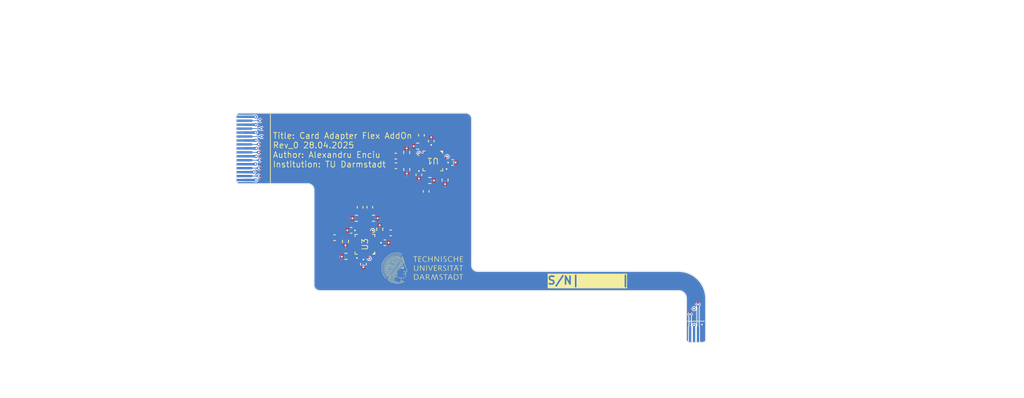
<source format=kicad_pcb>
(kicad_pcb (version 20241229) (generator "pcbnew") (generator_version "9.0")
  (title_block (title "Card Adapter Flex AddOn") (date "2025-04-28") (rev "0"))
  (layers (0 "F.Cu" signal) (4 "In1.Cu" signal) (6 "In2.Cu" signal) (2 "B.Cu" signal) (13 "F.Paste" user) (15 "B.Paste" user) (5 "F.SilkS" user "F.Silkscreen") (7 "B.SilkS" user "B.Silkscreen") (1 "F.Mask" user) (3 "B.Mask" user) (25 "Edge.Cuts" user))
  (net 0 "")
  (net 1 "GND")
  (net 2 "Heim_time_in")
  (net 3 "Master_trigger_in")
  (net 4 "+3V3")
  (net 5 "Heim_time_out_1")
  (net 6 "Heim_time_out_2")
  (net 7 "Heim_time_out_3")
  (net 8 "Heim_time_out_4")
  (net 9 "Net-(U1-CLK_OUT1)")
  (net 10 "Master_trigger_out_1")
  (net 11 "Net-(U3-CLK_OUT1)")
  (net 12 "Net-(U3-CLK_OUT2)")
  (net 13 "Master_trigger_out_2")
  (net 14 "Net-(U3-CLK_OUT3)")
  (net 15 "Master_trigger_out_3")
  (net 16 "Net-(U3-CLK_OUT4)")
  (net 17 "Master_trigger_out_4")
  (net 18 "/Heimtime/Signaling")
  (net 19 "/Master trigger/Signaling")
  (net 20 "Net-(U1-CLK_OUT2)")
  (net 21 "Net-(U1-CLK_OUT3)")
  (net 22 "Net-(U1-CLK_OUT4)")
  (footprint "Capacitor_SMD:C_0402_1005Metric" (layer "F.Cu") (at 78.735 64.41 -90)
    (property "Reference" "C19" (hide yes))
    (property "Value" "500fF" (hide yes))
  )
  (footprint "Capacitor_SMD:C_0402_1005Metric" (layer "F.Cu") (at 81.855 68.88 180)
    (property "Reference" "C17" (hide yes))
    (property "Value" "10nF" (hide yes))
  )
  (footprint "Resistor_SMD:R_0402_1005Metric" (layer "F.Cu") (at 76.94 70.595)
    (property "Reference" "R12" (hide yes))
    (property "Value" "50" (hide yes))
  )
  (footprint "Capacitor_SMD:C_0402_1005Metric" (layer "F.Cu") (at 77.595 67.32)
    (property "Reference" "C15" (hide yes))
    (property "Value" "10nF" (hide yes))
  )
  (footprint "Capacitor_SMD:C_0402_1005Metric" (layer "F.Cu") (at 87.08 62.39 90)
    (property "Reference" "C11" (hide yes))
    (property "Value" "500fF")
  )
  (footprint "Resistor_SMD:R_0402_1005Metric" (layer "F.Cu") (at 80.425 65.78 180)
    (property "Reference" "R14" (hide yes))
    (property "Value" "50" (hide yes))
  )
  (footprint "Capacitor_SMD:C_0402_1005Metric" (layer "F.Cu") (at 86.16 60.29 90)
    (property "Reference" "C1" (hide yes))
    (property "Value" "10nF")
  )
  (footprint "Capacitor_SMD:C_0402_1005Metric" (layer "F.Cu") (at 86.48 55.29 -90)
    (property "Reference" "C14" (hide yes))
    (property "Value" "500fF" (hide yes))
  )
  (footprint "Capacitor_SMD:C_0402_1005Metric" (layer "F.Cu") (at 75.495 68.24)
    (property "Reference" "C18" (hide yes))
    (property "Value" "500fF" (hide yes))
  )
  (footprint "Capacitor_SMD:C_0402_1005Metric" (layer "F.Cu") (at 83.25 59.15)
    (property "Reference" "C12" (hide yes))
    (property "Value" "500fF" (hide yes))
  )
  (footprint "0-lib:5PB1214CMGK8" (layer "F.Cu") (at 79.345 69.08 90)
    (property "Reference" "U3")
    (property "Value" "5PB1214CMGK8" (hide yes))
  )
  (footprint "Capacitor_SMD:C_0402_1005Metric" (layer "F.Cu") (at 90.42 58.74 180)
    (property "Reference" "C2" (hide yes))
    (property "Value" "10nF")
  )
  (footprint "Resistor_SMD:R_0402_1005Metric" (layer "F.Cu") (at 84.63 59.62 90)
    (property "Reference" "R3" (hide yes))
    (property "Value" "50" (hide yes))
  )
  (footprint "0-lib:5PB1214CMGK8" (layer "F.Cu") (at 87.92 58.54 180)
    (property "Reference" "U1")
    (property "Value" "5PB1214CMGK8" (hide yes))
  )
  (footprint "Resistor_SMD:R_0402_1005Metric" (layer "F.Cu") (at 87.55 61.01 180)
    (property "Reference" "R4" (hide yes))
    (property "Value" "50" (hide yes))
  )
  (footprint "Resistor_SMD:R_0402_1005Metric" (layer "F.Cu") (at 86.01 56.67)
    (property "Reference" "R1" (hide yes))
    (property "Value" "50" (hide yes))
  )
  (footprint "Capacitor_SMD:C_0402_1005Metric" (layer "F.Cu") (at 79.145 71.58 90)
    (property "Reference" "C16" (hide yes))
    (property "Value" "10nF" (hide yes))
  )
  (footprint "Resistor_SMD:R_0402_1005Metric" (layer "F.Cu") (at 84.62 57.46 -90)
    (property "Reference" "R2" (hide yes))
    (property "Value" "50" (hide yes))
  )
  (footprint "Capacitor_SMD:C_0402_1005Metric" (layer "F.Cu") (at 83.23 57.93)
    (property "Reference" "C13" (hide yes))
    (property "Value" "500fF" (hide yes))
  )
  (footprint "Capacitor_SMD:C_0402_1005Metric" (layer "F.Cu") (at 87.72 56.03 -90)
    (property "Reference" "C3" (hide yes))
    (property "Value" "10nF")
  )
  (footprint "Resistor_SMD:R_0402_1005Metric" (layer "F.Cu") (at 89.47 60.96 90)
    (property "Reference" "R11" (hide yes))
    (property "Value" "50")
  )
  (footprint "Resistor_SMD:R_0402_1005Metric" (layer "F.Cu") (at 76.875 68.71 90)
    (property "Reference" "R16" (hide yes))
    (property "Value" "50" (hide yes))
  )
  (footprint "Capacitor_SMD:C_0402_1005Metric" (layer "F.Cu") (at 82.595 67.64 180)
    (property "Reference" "C21" (hide yes))
    (property "Value" "500fF" (hide yes))
  )
  (footprint "Resistor_SMD:R_0402_1005Metric" (layer "F.Cu") (at 81.215 67.17 -90)
    (property "Reference" "R13" (hide yes))
    (property "Value" "50" (hide yes))
  )
  (footprint "Resistor_SMD:R_0402_1005Metric" (layer "F.Cu") (at 78.265 65.79)
    (property "Reference" "R15" (hide yes))
    (property "Value" "50" (hide yes))
  )
  (footprint "Capacitor_SMD:C_0402_1005Metric" (layer "F.Cu") (at 79.955 64.39 -90)
    (property "Reference" "C20" (hide yes))
    (property "Value" "500fF" (hide yes))
  )
  (footprint "0-lib:4-pin-FPC" (layer "B.Cu") (at 121.2 81.47)
    (property "Reference" "J2" (hide yes))
    (property "Value" "4-pin-FPC" (hide yes))
    (fp_line (start -1.25 -2) (end -1.25 -0.3) (stroke (width 0.05)) (layer "Edge.Cuts"))
    (fp_line (start -0.95 0) (end 0.95 0) (stroke (width 0.05)) (layer "Edge.Cuts"))
    (fp_line (start 1.25 -0.3) (end 1.25 -2) (stroke (width 0.05)) (layer "Edge.Cuts"))
    (fp_arc (start -0.95 0) (mid -1.162132 -0.087868) (end -1.25 -0.3) (stroke (width 0.05)) (layer "Edge.Cuts"))
    (fp_arc (start 1.25 -0.3) (mid 1.162132 -0.087868) (end 0.95 0) (stroke (width 0.05)) (layer "Edge.Cuts"))
  )
  (footprint "0-lib:17-pin-FPC" (layer "B.Cu") (at 63.1 56.95 -90)
    (property "Reference" "J1" (hide yes))
    (property "Value" "17-pin-FPC" (hide yes))
    (fp_line (start -4.2 0) (end 4.2 0) (stroke (width 0.05)) (layer "Edge.Cuts"))
    (fp_line (start 4.5 -0.3) (end 4.5 -2) (stroke (width 0.05)) (layer "Edge.Cuts"))
    (fp_line (start -4.5 -2) (end -4.5 -0.3) (stroke (width 0.05)) (layer "Edge.Cuts"))
    (fp_arc (start -4.2 0) (mid -4.412132 -0.087868) (end -4.5 -0.3) (stroke (width 0.05)) (layer "Edge.Cuts"))
    (fp_arc (start 4.5 -0.3) (mid 4.412132 -0.087868) (end 4.2 0) (stroke (width 0.05)) (layer "Edge.Cuts"))
  )
  (gr_poly (pts (xy 87.849124 71.729397) (xy 87.850483 71.729587) (xy 87.852125 71.729884) (xy 87.854031 71.730283) (xy 87.856182 71.730779) (xy 87.858561 71.731367) (xy 87.863923 71.732802) (xy 87.869968 71.734549) (xy 87.876545 71.736571) (xy 87.883505 71.738829) (xy 87.917932 71.750285) (xy 87.907185 71.77837) (xy 87.776304 72.112739) (xy 87.656171 72.419022) (xy 87.617948 72.420579) (xy 87.606866 72.420955) (xy 87.59802 72.421047) (xy 87.594349 72.420969) (xy 87.591131 72.420801) (xy 87.588333 72.420535) (xy 87.585919 72.420164) (xy 87.583854 72.419683) (xy 87.582103 72.419083) (xy 87.580631 72.418359) (xy 87.579403 72.417505) (xy 87.578384 72.416512) (xy 87.577539 72.415375) (xy 87.576832 72.414087) (xy 87.57623 72.412641) (xy 87.576229 72.412641) (xy 87.446462 72.078173) (xy 87.397762 71.95172) (xy 87.358506 71.847648) (xy 87.332702 71.776733) (xy 87.326097 71.757078) (xy 87.324357 71.749753) (xy 87.326047 71.748712) (xy 87.328838 71.747414) (xy 87.337072 71.744245) (xy 87.347754 71.740635) (xy 87.359579 71.736971) (xy 87.371244 71.733642) (xy 87.381444 71.731037) (xy 87.385587 71.730127) (xy 87.388874 71.729543) (xy 87.391143 71.729334) (xy 87.391845 71.729385) (xy 87.392231 71.729549) (xy 87.401596 71.753663) (xy 87.425673 71.817901) (xy 87.503375 72.027622) (xy 87.581822 72.23911) (xy 87.617049 72.33171) (xy 87.617755 72.33295) (xy 87.618395 72.334025) (xy 87.618975 72.334934) (xy 87.619503 72.335679) (xy 87.619749 72.335989) (xy 87.619985 72.336257) (xy 87.620212 72.336485) (xy 87.62043 72.336671) (xy 87.620641 72.336815) (xy 87.620844 72.336919) (xy 87.621042 72.336981) (xy 87.621235 72.337001) (xy 87.621423 72.336981) (xy 87.621608 72.336919) (xy 87.621791 72.336815) (xy 87.621973 72.336671) (xy 87.622154 72.336485) (xy 87.622335 72.336257) (xy 87.622517 72.335989) (xy 87.622702 72.335679) (xy 87.622889 72.335327) (xy 87.623081 72.334934) (xy 87.623479 72.334025) (xy 87.623903 72.33295) (xy 87.624361 72.33171) (xy 87.749397 71.991454) (xy 87.846934 71.729516) (xy 87.847089 71.729421) (xy 87.847331 71.729357) (xy 87.848067 71.729319)) (fill yes) (layer "F.SilkS"))
  (gr_poly (pts (xy 82.696033 71.012874) (xy 82.698925 71.013204) (xy 82.701697 71.013741) (xy 82.704345 71.014474) (xy 82.706866 71.015393) (xy 82.709256 71.016487) (xy 82.711512 71.017747) (xy 82.713629 71.01916) (xy 82.715604 71.020717) (xy 82.717434 71.022407) (xy 82.719115 71.02422) (xy 82.720642 71.026145) (xy 82.722014 71.028171) (xy 82.723225 71.030288) (xy 82.724272 71.032486) (xy 82.725152 71.034753) (xy 82.72586 71.03708) (xy 82.726394 71.039455) (xy 82.72675 71.041868) (xy 82.726923 71.044309) (xy 82.726911 71.046767) (xy 82.72671 71.049231) (xy 82.726315 71.051691) (xy 82.725724 71.054137) (xy 82.724933 71.056558) (xy 82.723937 71.058942) (xy 82.722734 71.061281) (xy 82.72132 71.063562) (xy 82.719691 71.065776) (xy 82.717843 71.067913) (xy 82.715773 71.06996) (xy 82.713478 71.071909) (xy 82.710915 71.073886) (xy 82.708533 71.075635) (xy 82.706306 71.07716) (xy 82.704209 71.078468) (xy 82.702215 71.079564) (xy 82.701249 71.080034) (xy 82.700299 71.080453) (xy 82.699363 71.080821) (xy 82.698436 71.081141) (xy 82.697516 71.081411) (xy 82.6966 71.081633) (xy 82.695684 71.081808) (xy 82.694765 71.081936) (xy 82.69384 71.082018) (xy 82.692905 71.082054) (xy 82.691958 71.082046) (xy 82.690995 71.081994) (xy 82.690013 71.081898) (xy 82.689009 71.08176) (xy 82.686922 71.081359) (xy 82.684708 71.080795) (xy 82.682341 71.080075) (xy 82.679795 71.079204) (xy 82.676701 71.077931) (xy 82.673868 71.076431) (xy 82.671293 71.074721) (xy 82.668973 71.072818) (xy 82.666903 71.070741) (xy 82.66508 71.068506) (xy 82.663501 71.066131) (xy 82.662162 71.063634) (xy 82.66106 71.061033) (xy 82.660192 71.058344) (xy 82.659553 71.055587) (xy 82.659141 71.052777) (xy 82.658951 71.049933) (xy 82.658981 71.047072) (xy 82.659226 71.044212) (xy 82.659684 71.041371) (xy 82.66035 71.038566) (xy 82.661222 71.035814) (xy 82.662296 71.033134) (xy 82.663568 71.030542) (xy 82.665035 71.028056) (xy 82.666693 71.025695) (xy 82.668539 71.023475) (xy 82.670569 71.021414) (xy 82.67278 71.01953) (xy 82.675168 71.01784) (xy 82.67773 71.016361) (xy 82.680462 71.015112) (xy 82.683361 71.01411) (xy 82.686424 71.013373) (xy 82.689646 71.012917) (xy 82.693025 71.012762)) (fill yes) (layer "F.SilkS"))
  (gr_poly (pts (xy 87.002151 70.591089) (xy 87.015094 70.591658) (xy 87.02767 70.592519) (xy 87.039758 70.593675) (xy 87.051237 70.595126) (xy 87.061984 70.596874) (xy 87.071879 70.598921) (xy 87.087272 70.602912) (xy 87.104314 70.608) (xy 87.121928 70.613785) (xy 87.139038 70.619871) (xy 87.154566 70.625858) (xy 87.167436 70.631348) (xy 87.172537 70.633782) (xy 87.176571 70.635943) (xy 87.179401 70.63778) (xy 87.180894 70.639244) (xy 87.181107 70.639854) (xy 87.18115 70.640697) (xy 87.181032 70.641758) (xy 87.180764 70.643018) (xy 87.179817 70.64607) (xy 87.178386 70.649716) (xy 87.176549 70.653818) (xy 87.174384 70.658241) (xy 87.17197 70.662847) (xy 87.169385 70.667498) (xy 87.166708 70.672059) (xy 87.164016 70.676392) (xy 87.161388 70.68036) (xy 87.158901 70.683826) (xy 87.156635 70.686653) (xy 87.154667 70.688704) (xy 87.15382 70.689396) (xy 87.153076 70.689843) (xy 87.152447 70.690027) (xy 87.15194 70.689932) (xy 87.128014 70.677913) (xy 87.1038 70.667783) (xy 87.079393 70.659532) (xy 87.054885 70.653154) (xy 87.03037 70.64864) (xy 87.005941 70.645984) (xy 86.981691 70.645177) (xy 86.957714 70.646212) (xy 86.934103 70.649081) (xy 86.910952 70.653777) (xy 86.888354 70.660291) (xy 86.866402 70.668617) (xy 86.845189 70.678746) (xy 86.824809 70.69067) (xy 86.805355 70.704383) (xy 86.786921 70.719877) (xy 86.77763 70.72885) (xy 86.76882 70.738302) (xy 86.760494 70.748206) (xy 86.752654 70.758536) (xy 86.745303 70.769265) (xy 86.738444 70.780366) (xy 86.732082 70.791814) (xy 86.726217 70.80358) (xy 86.720854 70.815639) (xy 86.715995 70.827964) (xy 86.711644 70.840527) (xy 86.707803 70.853304) (xy 86.701665 70.879387) (xy 86.697604 70.906) (xy 86.695644 70.93293) (xy 86.69581 70.959964) (xy 86.698126 70.986887) (xy 86.700097 71.000242) (xy 86.702615 71.013488) (xy 86.705682 71.026601) (xy 86.709302 71.039553) (xy 86.713477 71.052317) (xy 86.71821 71.064868) (xy 86.723504 71.077177) (xy 86.729363 71.08922) (xy 86.73579 71.100968) (xy 86.742786 71.112396) (xy 86.750882 71.124246) (xy 86.759488 71.135563) (xy 86.768596 71.146342) (xy 86.778198 71.156576) (xy 86.788286 71.16626) (xy 86.798852 71.175389) (xy 86.809887 71.183957) (xy 86.821382 71.19196) (xy 86.833331 71.19939) (xy 86.845724 71.206244) (xy 86.858553 71.212516) (xy 86.87181 71.218199) (xy 86.885487 71.223289) (xy 86.899576 71.227781) (xy 86.914067 71.231668) (xy 86.928954 71.234946) (xy 86.942766 71.237571) (xy 86.948774 71.238605) (xy 86.954318 71.239455) (xy 86.959501 71.24012) (xy 86.964424 71.240601) (xy 86.96919 71.240898) (xy 86.973899 71.241013) (xy 86.978654 71.240946) (xy 86.983557 71.240696) (xy 86.98871 71.240265) (xy 86.994214 71.239654) (xy 87.000171 71.238862) (xy 87.006683 71.23789) (xy 87.02178 71.23541) (xy 87.032607 71.233347) (xy 87.044235 71.230735) (xy 87.056345 71.227665) (xy 87.068616 71.224232) (xy 87.080729 71.220529) (xy 87.092364 71.21665) (xy 87.1032 71.212688) (xy 87.112918 71.208738) (xy 87.155505 71.190326) (xy 87.166609 71.210082) (xy 87.168839 71.214156) (xy 87.17092 71.218162) (xy 87.172806 71.221997) (xy 87.17445 71.225558) (xy 87.175809 71.228744) (xy 87.176836 71.231451) (xy 87.177211 71.232594) (xy 87.177485 71.233579) (xy 87.177654 71.234393) (xy 87.177712 71.235024) (xy 87.17752 71.235766) (xy 87.176953 71.236629) (xy 87.176029 71.237605) (xy 87.174763 71.238687) (xy 87.171268 71.241143) (xy 87.166598 71.243942) (xy 87.160879 71.247027) (xy 87.154239 71.250342) (xy 87.146807 71.253833) (xy 87.138711 71.257444) (xy 87.130078 71.261118) (xy 87.121036 71.2648) (xy 87.111712 71.268434) (xy 87.102236 71.271966) (xy 87.092735 71.275338) (xy 87.083336 71.278496) (xy 87.074167 71.281383) (xy 87.065357 71.283945) (xy 87.056374 71.286175) (xy 87.046561 71.288135) (xy 87.036024 71.289825) (xy 87.024873 71.291242) (xy 87.013215 71.292385) (xy 87.001158 71.293252) (xy 86.98881 71.293843) (xy 86.976279 71.294155) (xy 86.963673 71.294187) (xy 86.951098 71.293938) (xy 86.938665 71.293406) (xy 86.926479 71.29259) (xy 86.91465 71.291487) (xy 86.903285 71.290098) (xy 86.892492 71.28842) (xy 86.882379 71.286451) (xy 86.869298 71.28328) (xy 86.856156 71.279446) (xy 86.843004 71.274978) (xy 86.829888 71.269905) (xy 86.816859 71.264257) (xy 86.803965 71.258064) (xy 86.791256 71.251355) (xy 86.778779 71.244159) (xy 86.766584 71.236506) (xy 86.754721 71.228426) (xy 86.743236 71.219947) (xy 86.732181 71.211098) (xy 86.721603 71.201911) (xy 86.711551 71.192413) (xy 86.702074 71.182635) (xy 86.693222 71.172605) (xy 86.688037 71.166079) (xy 86.682805 71.15881) (xy 86.677563 71.150879) (xy 86.672346 71.142365) (xy 86.667192 71.133347) (xy 86.662136 71.123904) (xy 86.657215 71.114116) (xy 86.652466 71.104061) (xy 86.647923 71.09382) (xy 86.643624 71.083472) (xy 86.639606 71.073095) (xy 86.635904 71.06277) (xy 86.632554 71.052575) (xy 86.629594 71.042591) (xy 86.627059 71.032895) (xy 86.624985 71.023568) (xy 86.621739 71.005309) (xy 86.619343 70.987163) (xy 86.617786 70.969151) (xy 86.617053 70.951294) (xy 86.617133 70.933614) (xy 86.618012 70.916132) (xy 86.619678 70.89887) (xy 86.622117 70.881849) (xy 86.625317 70.865091) (xy 86.629265 70.848616) (xy 86.633948 70.832446) (xy 86.639354 70.816602) (xy 86.645468 70.801107) (xy 86.652279 70.78598) (xy 86.659774 70.771244) (xy 86.66794 70.75692) (xy 86.676763 70.743029) (xy 86.686232 70.729593) (xy 86.696332 70.716633) (xy 86.707052 70.70417) (xy 86.718378 70.692226) (xy 86.730298 70.680822) (xy 86.742799 70.669979) (xy 86.755867 70.659719) (xy 86.76949 70.650064) (xy 86.783656 70.641034) (xy 86.79835 70.632651) (xy 86.813562 70.624936) (xy 86.829276 70.617911) (xy 86.845481 70.611596) (xy 86.862164 70.606015) (xy 86.879312 70.601187) (xy 86.889233 70.598907) (xy 86.900004 70.596906) (xy 86.911502 70.595184) (xy 86.923606 70.593744) (xy 86.936195 70.592586) (xy 86.949146 70.591713) (xy 86.962339 70.591125) (xy 86.975652 70.590824) (xy 86.988963 70.590812)) (fill yes) (layer "F.SilkS"))
  (gr_poly (pts (xy 90.292337 73.209869) (xy 90.344226 73.340518) (xy 90.386124 73.448039) (xy 90.413748 73.521299) (xy 90.42087 73.541602) (xy 90.422819 73.549165) (xy 90.422247 73.54958) (xy 90.421362 73.550093) (xy 90.420182 73.550695) (xy 90.418725 73.55138) (xy 90.415058 73.552969) (xy 90.410509 73.554801) (xy 90.405227 73.556818) (xy 90.399362 73.558961) (xy 90.393062 73.561173) (xy 90.386477 73.563393) (xy 90.354096 73.574089) (xy 90.30927 73.454285) (xy 90.264445 73.33448) (xy 90.114838 73.33448) (xy 89.965229 73.33448) (xy 89.92082 73.450482) (xy 89.90336 73.495739) (xy 89.88865 73.533213) (xy 89.878238 73.559007) (xy 89.875126 73.566306) (xy 89.87367 73.569224) (xy 89.873482 73.569349) (xy 89.873202 73.569443) (xy 89.872834 73.569505) (xy 89.872379 73.569536) (xy 89.87122 73.56951) (xy 89.869746 73.569367) (xy 89.867975 73.569114) (xy 89.865928 73.568753) (xy 89.863626 73.568291) (xy 89.861088 73.567731) (xy 89.858333 73.567078) (xy 89.855383 73.566337) (xy 89.848975 73.564609) (xy 89.842023 73.562582) (xy 89.834686 73.560293) (xy 89.798446 73.54862) (xy 89.912479 73.272221) (xy 89.989511 73.272221) (xy 89.989541 73.272543) (xy 89.989607 73.272855) (xy 89.989709 73.273157) (xy 89.989851 73.273448) (xy 89.990035 73.27373) (xy 89.990263 73.274001) (xy 89.990537 73.274263) (xy 89.99086 73.274516) (xy 89.991234 73.27476) (xy 89.991662 73.274994) (xy 89.992145 73.27522) (xy 89.992685 73.275436) (xy 89.993286 73.275645) (xy 89.99395 73.275844) (xy 89.994678 73.276036) (xy 89.995473 73.276219) (xy 89.996338 73.276395) (xy 89.997274 73.276563) (xy 89.998284 73.276723) (xy 90.000534 73.277022) (xy 90.003108 73.277293) (xy 90.006023 73.277537) (xy 90.009298 73.277755) (xy 90.01295 73.27795) (xy 90.016999 73.278122) (xy 90.021463 73.278272) (xy 90.026359 73.278403) (xy 90.031706 73.278515) (xy 90.037523 73.27861) (xy 90.043827 73.278689) (xy 90.057973 73.278806) (xy 90.074289 73.278875) (xy 90.092923 73.278909) (xy 90.11402 73.278918) (xy 90.163552 73.278661) (xy 90.204114 73.27796) (xy 90.231521 73.276922) (xy 90.238983 73.276311) (xy 90.240925 73.275988) (xy 90.241586 73.275655) (xy 90.222293 73.22096) (xy 90.179738 73.10603) (xy 90.136906 72.992395) (xy 90.116783 72.941582) (xy 90.115266 72.945097) (xy 90.11145 72.954638) (xy 90.097942 72.989174) (xy 90.054567 73.101675) (xy 89.990087 73.269658) (xy 89.989805 73.270447) (xy 89.989695 73.270824) (xy 89.989608 73.271189) (xy 89.989547 73.271544) (xy 89.989514 73.271888) (xy 89.989511 73.272221) (xy 89.912479 73.272221) (xy 89.937587 73.211363) (xy 90.076729 72.874105) (xy 90.117311 72.874105) (xy 90.157894 72.874105)) (fill yes) (layer "F.SilkS"))
  (gr_poly (pts (xy 84.221352 71.956091) (xy 84.233309 71.956381) (xy 84.243082 71.956903) (xy 84.247223 71.957261) (xy 84.250906 71.957689) (xy 84.254161 71.95819) (xy 84.257017 71.958769) (xy 84.259504 71.95943) (xy 84.261651 71.960176) (xy 84.263487 71.961012) (xy 84.265042 71.961941) (xy 84.266345 71.962968) (xy 84.267426 71.964095) (xy 84.268305 71.965257) (xy 84.269059 71.966467) (xy 84.269689 71.967722) (xy 84.270199 71.969018) (xy 84.27059 71.970351) (xy 84.270864 71.971717) (xy 84.271023 71.973114) (xy 84.27107 71.974536) (xy 84.271006 71.975979) (xy 84.270834 71.977441) (xy 84.270556 71.978917) (xy 84.270174 71.980404) (xy 84.26969 71.981897) (xy 84.269106 71.983393) (xy 84.268425 71.984887) (xy 84.267648 71.986377) (xy 84.266778 71.987858) (xy 84.265816 71.989326) (xy 84.264765 71.990778) (xy 84.263628 71.99221) (xy 84.262405 71.993618) (xy 84.2611 71.994997) (xy 84.259714 71.996345) (xy 84.258249 71.997657) (xy 84.256708 71.99893) (xy 84.255093 72.00016) (xy 84.253406 72.001342) (xy 84.251648 72.002474) (xy 84.249823 72.00355) (xy 84.247932 72.004568) (xy 84.245977 72.005524) (xy 84.243961 72.006414) (xy 84.225942 72.013943) (xy 84.228686 72.044503) (xy 84.229186 72.051649) (xy 84.229395 72.058691) (xy 84.229319 72.065609) (xy 84.228963 72.072385) (xy 84.228332 72.079) (xy 84.22743 72.085438) (xy 84.226262 72.091678) (xy 84.224834 72.097702) (xy 84.223149 72.103493) (xy 84.221213 72.109031) (xy 84.219031 72.114299) (xy 84.216608 72.119277) (xy 84.213948 72.123948) (xy 84.211056 72.128293) (xy 84.207937 72.132294) (xy 84.204596 72.135932) (xy 84.202532 72.137919) (xy 84.200465 72.139749) (xy 84.198371 72.141429) (xy 84.196229 72.142968) (xy 84.194017 72.144375) (xy 84.191712 72.145657) (xy 84.189293 72.146824) (xy 84.186738 72.147884) (xy 84.184023 72.148846) (xy 84.181128 72.149717) (xy 84.17803 72.150507) (xy 84.174708 72.151223) (xy 84.171138 72.151875) (xy 84.167298 72.15247) (xy 84.163168 72.153018) (xy 84.158724 72.153527) (xy 84.13509 72.155789) (xy 84.111537 72.157534) (xy 84.088329 72.158759) (xy 84.065736 72.159458) (xy 84.044022 72.159626) (xy 84.023457 72.159257) (xy 84.004306 72.158347) (xy 83.986838 72.156889) (xy 83.986837 72.156889) (xy 83.976722 72.155656) (xy 83.965197 72.153953) (xy 83.952665 72.151856) (xy 83.939526 72.149443) (xy 83.926183 72.146789) (xy 83.913037 72.143972) (xy 83.900489 72.141069) (xy 83.888941 72.138156) (xy 83.871136 72.13349) (xy 83.85694 72.129933) (xy 83.84569 72.127386) (xy 83.840961 72.12646) (xy 83.836718 72.125747) (xy 83.832879 72.125237) (xy 83.829359 72.124917) (xy 83.826076 72.124773) (xy 83.822947 72.124793) (xy 83.819888 72.124965) (xy 83.816815 72.125276) (xy 83.810299 72.126264) (xy 83.809786 72.12634) (xy 83.809265 72.126392) (xy 83.808199 72.126423) (xy 83.807111 72.126362) (xy 83.806009 72.126212) (xy 83.804899 72.125978) (xy 83.80379 72.125662) (xy 83.802691 72.12527) (xy 83.80161 72.124803) (xy 83.800553 72.124267) (xy 83.799531 72.123665) (xy 83.79855 72.123001) (xy 83.797619 72.122279) (xy 83.796745 72.121502) (xy 83.795938 72.120674) (xy 83.795204 72.119799) (xy 83.794552 72.118881) (xy 83.79412 72.118188) (xy 83.79373 72.117506) (xy 83.793384 72.116834) (xy 83.793082 72.116168) (xy 83.792826 72.115506) (xy 83.792617 72.114847) (xy 83.792456 72.114187) (xy 83.792343 72.113525) (xy 83.792281 72.112857) (xy 83.792269 72.112181) (xy 83.79231 72.111496) (xy 83.792403 72.110798) (xy 83.792551 72.110086) (xy 83.792754 72.109356) (xy 83.793013 72.108607) (xy 83.79333 72.107836) (xy 83.793705 72.10704) (xy 83.794139 72.106218) (xy 83.794634 72.105367) (xy 83.79519 72.104485) (xy 83.795809 72.103568) (xy 83.796491 72.102615) (xy 83.797239 72.101624) (xy 83.798052 72.100591) (xy 83.799879 72.098394) (xy 83.801982 72.096003) (xy 83.804201 72.093584) (xy 83.859837 72.093584) (xy 83.86001 72.094057) (xy 83.860522 72.094585) (xy 83.861358 72.095165) (xy 83.862505 72.095793) (xy 83.865681 72.097184) (xy 83.869945 72.098731) (xy 83.875191 72.100408) (xy 83.881312 72.102189) (xy 83.89576 72.10596) (xy 83.912445 72.109835) (xy 83.930519 72.113609) (xy 83.949139 72.117072) (xy 83.958389 72.118622) (xy 83.967458 72.120017) (xy 83.983421 72.122334) (xy 83.995295 72.123865) (xy 83.999869 72.124292) (xy 84.003626 72.124469) (xy 84.006634 72.124378) (xy 84.007878 72.124226) (xy 84.008961 72.124001) (xy 84.00989 72.123701) (xy 84.010675 72.123322) (xy 84.011324 72.122862) (xy 84.011846 72.122321) (xy 84.012248 72.121694) (xy 84.01254 72.12098) (xy 84.01273 72.120178) (xy 84.012827 72.119283) (xy 84.012775 72.117212) (xy 84.012452 72.114747) (xy 84.011265 72.108569) (xy 84.010523 72.104461) (xy 84.009697 72.099198) (xy 84.008816 72.092997) (xy 84.007907 72.086076) (xy 84.006115 72.070943) (xy 84.005287 72.063167) (xy 84.004542 72.05554) (xy 84.003266 72.041628) (xy 84.002601 72.036141) (xy 84.00221 72.033758) (xy 84.00176 72.031612) (xy 84.001626 72.031122) (xy 84.039705 72.031122) (xy 84.039754 72.043717) (xy 84.039875 72.051147) (xy 84.040221 72.059006) (xy 84.040768 72.067056) (xy 84.041493 72.075058) (xy 84.04237 72.082774) (xy 84.043375 72.089966) (xy 84.044484 72.096396) (xy 84.045674 72.101825) (xy 84.051593 72.125335) (xy 84.088573 72.125335) (xy 84.099666 72.125278) (xy 84.108234 72.125056) (xy 84.111654 72.124861) (xy 84.114544 72.124596) (xy 84.116937 72.124252) (xy 84.118866 72.123821) (xy 84.120365 72.123292) (xy 84.121467 72.122656) (xy 84.12188 72.122295) (xy 84.122206 72.121904) (xy 84.12245 72.121482) (xy 84.122616 72.121027) (xy 84.122707 72.120538) (xy 84.122729 72.120015) (xy 84.12258 72.118858) (xy 84.122202 72.117548) (xy 84.121628 72.116074) (xy 84.11639 72.10328) (xy 84.11416 72.097447) (xy 84.112178 72.091941) (xy 84.110437 72.086726) (xy 84.10893 72.081763) (xy 84.107647 72.077018) (xy 84.106582 72.072453) (xy 84.105726 72.068032) (xy 84.105072 72.063718) (xy 84.104612 72.059473) (xy 84.104337 72.055263) (xy 84.104241 72.051049) (xy 84.104315 72.046795) (xy 84.104552 72.042465) (xy 84.104943 72.038022) (xy 84.105561 72.032531) (xy 84.106272 72.027067) (xy 84.107051 72.021775) (xy 84.107873 72.016798) (xy 84.108712 72.012281) (xy 84.109544 72.008367) (xy 84.110342 72.005201) (xy 84.111083 72.002925) (xy 84.111348 72.002231) (xy 84.111578 72.001579) (xy 84.11177 72.000967) (xy 84.111921 72.000396) (xy 84.112029 71.999865) (xy 84.112091 71.999373) (xy 84.112105 71.99892) (xy 84.112067 71.998506) (xy 84.111976 71.99813) (xy 84.111909 71.997956) (xy 84.111828 71.997792) (xy 84.111733 71.997637) (xy 84.111622 71.99749) (xy 84.111496 71.997354) (xy 84.111354 71.997226) (xy 84.111196 71.997107) (xy 84.111021 71.996997) (xy 84.110622 71.996804) (xy 84.110154 71.996646) (xy 84.109613 71.996523) (xy 84.108998 71.996434) (xy 84.108305 71.996379) (xy 84.107533 71.996357) (xy 84.106678 71.996368) (xy 84.105738 71.996412) (xy 84.10471 71.996487) (xy 84.103591 71.996593) (xy 84.10238 71.99673) (xy 84.101073 71.996898) (xy 84.099668 71.997095) (xy 84.096553 71.997578) (xy 84.093014 71.998175) (xy 84.089029 71.998882) (xy 84.07175 72.001964) (xy 84.064872 72.003257) (xy 84.059051 72.00449) (xy 84.0542 72.005744) (xy 84.050231 72.007098) (xy 84.04855 72.007838) (xy 84.047056 72.008633) (xy 84.045739 72.009493) (xy 84.044588 72.010427) (xy 84.043592 72.011447) (xy 84.042739 72.012561) (xy 84.042019 72.013781) (xy 84.041421 72.015115) (xy 84.040933 72.016574) (xy 84.040546 72.018168) (xy 84.040027 72.0218) (xy 84.039776 72.026092) (xy 84.039705 72.031122) (xy 84.001626 72.031122) (xy 84.001237 72.029703) (xy 84.000625 72.028027) (xy 83.999909 72.026583) (xy 83.999076 72.025368) (xy 83.998109 72.024382) (xy 83.996995 72.023622) (xy 83.995718 72.023086) (xy 83.994263 72.022772) (xy 83.992616 72.022678) (xy 83.990762 72.022802) (xy 83.988686 72.023142) (xy 83.986373 72.023697) (xy 83.983808 72.024464) (xy 83.980977 72.025441) (xy 83.974455 72.028019) (xy 83.96669 72.031415) (xy 83.957562 72.035613) (xy 83.934742 72.046354) (xy 83.918064 72.054405) (xy 83.903261 72.061978) (xy 83.890441 72.069005) (xy 83.87971 72.075418) (xy 83.875162 72.078374) (xy 83.871177 72.081151) (xy 83.867768 72.083741) (xy 83.864949 72.086135) (xy 83.862733 72.088325) (xy 83.861133 72.090302) (xy 83.860163 72.092058) (xy 83.859837 72.093584) (xy 83.804201 72.093584) (xy 83.804369 72.093401) (xy 83.807049 72.090567) (xy 83.822701 72.075493) (xy 83.840051 72.061156) (xy 83.859001 72.047588) (xy 83.879455 72.034821) (xy 83.901316 72.022888) (xy 83.924487 72.011823) (xy 83.948872 72.001656) (xy 83.974374 71.992422) (xy 84.000896 71.984152) (xy 84.028341 71.976878) (xy 84.056612 71.970635) (xy 84.085613 71.965454) (xy 84.115247 71.961367) (xy 84.145417 71.958408) (xy 84.176026 71.956608) (xy 84.206978 71.956001)) (fill yes) (layer "F.SilkS"))
  (gr_poly (pts (xy 91.728545 70.633085) (xy 91.728545 70.664835) (xy 91.580278 70.664835) (xy 91.432009 70.664835) (xy 91.433434 70.782574) (xy 91.434858 70.900314) (xy 91.568472 70.901728) (xy 91.702086 70.903141) (xy 91.702086 70.932064) (xy 91.702086 70.960986) (xy 91.568472 70.9624) (xy 91.434858 70.963814) (xy 91.433442 71.094783) (xy 91.432027 71.225751) (xy 91.580286 71.225751) (xy 91.728545 71.225751) (xy 91.728545 71.257501) (xy 91.728545 71.289251) (xy 91.543337 71.289251) (xy 91.358129 71.289251) (xy 91.358129 70.945293) (xy 91.358129 70.601335) (xy 91.543337 70.601335) (xy 91.728545 70.601335)) (fill yes) (layer "F.SilkS"))
  (gr_poly (pts (xy 89.902919 72.080356) (xy 89.902919 72.421668) (xy 89.865878 72.421668) (xy 89.828836 72.421668) (xy 89.828836 72.080356) (xy 89.828836 71.739043) (xy 89.865878 71.739043) (xy 89.902919 71.739043)) (fill yes) (layer "F.SilkS"))
  (gr_poly (pts (xy 90.66368 70.750824) (xy 90.665086 70.897668) (xy 90.850127 70.897668) (xy 91.035168 70.897668) (xy 91.036574 70.750824) (xy 91.03798 70.60398) (xy 91.075023 70.60398) (xy 91.112064 70.60398) (xy 91.112064 70.945293) (xy 91.112064 71.286605) (xy 91.075023 71.286605) (xy 91.03798 71.286605) (xy 91.036581 71.123887) (xy 91.035182 70.961168) (xy 90.850126 70.961168) (xy 90.665071 70.961168) (xy 90.663672 71.123887) (xy 90.662272 71.286605) (xy 90.626481 71.288172) (xy 90.617555 71.288467) (xy 90.609939 71.288508) (xy 90.606602 71.288429) (xy 90.603567 71.288284) (xy 90.600828 71.28807) (xy 90.598374 71.287786) (xy 90.596199 71.287432) (xy 90.594294 71.287006) (xy 90.59265 71.286507) (xy 90.59126 71.285935) (xy 90.590115 71.285287) (xy 90.589207 71.284562) (xy 90.588527 71.28376) (xy 90.588068 71.28288) (xy 90.58807 71.28288) (xy 90.587571 71.274644) (xy 90.58716 71.253703) (xy 90.586621 71.17933) (xy 90.586494 71.071013) (xy 90.586819 70.940001) (xy 90.58819 70.60398) (xy 90.625232 70.60398) (xy 90.662274 70.60398)) (fill yes) (layer "F.SilkS"))
  (gr_poly (pts (xy 85.944753 70.633085) (xy 85.944753 70.664835) (xy 85.844212 70.664835) (xy 85.74367 70.664835) (xy 85.74367 70.977043) (xy 85.74367 71.289251) (xy 85.706628 71.289251) (xy 85.669587 71.289251) (xy 85.669587 70.977043) (xy 85.669587 70.664835) (xy 85.569045 70.664835) (xy 85.468503 70.664835) (xy 85.468503 70.633085) (xy 85.468503 70.601335) (xy 85.706628 70.601335) (xy 85.944753 70.601335)) (fill yes) (layer "F.SilkS"))
  (gr_poly (pts (xy 90.73768 72.872808) (xy 90.820503 72.874451) (xy 90.849232 72.875452) (xy 90.871621 72.876729) (xy 90.889257 72.878398) (xy 90.903724 72.880577) (xy 90.916611 72.883381) (xy 90.929502 72.886927) (xy 90.955021 72.895269) (xy 90.979089 72.904817) (xy 91.001702 72.915568) (xy 91.012463 72.921395) (xy 91.022859 72.927521) (xy 91.03289 72.933947) (xy 91.042556 72.940672) (xy 91.051857 72.947696) (xy 91.060792 72.955017) (xy 91.069361 72.962637) (xy 91.077564 72.970555) (xy 91.0854 72.97877) (xy 91.092869 72.987281) (xy 91.099971 72.99609) (xy 91.106705 73.005194) (xy 91.113071 73.014594) (xy 91.119069 73.024289) (xy 91.124698 73.034279) (xy 91.129958 73.044564) (xy 91.13485 73.055144) (xy 91.139371 73.066017) (xy 91.143523 73.077183) (xy 91.147305 73.088643) (xy 91.153757 73.11244) (xy 91.158725 73.137406) (xy 91.162205 73.163536) (xy 91.164497 73.198181) (xy 91.164186 73.23164) (xy 91.163068 73.247904) (xy 91.161316 73.263848) (xy 91.158935 73.279462) (xy 91.155931 73.29474) (xy 91.152309 73.309671) (xy 91.148074 73.32425) (xy 91.143232 73.338467) (xy 91.137789 73.352314) (xy 91.131749 73.365783) (xy 91.125119 73.378866) (xy 91.117904 73.391555) (xy 91.110108 73.403842) (xy 91.101739 73.415718) (xy 91.0928 73.427175) (xy 91.083298 73.438205) (xy 91.073239 73.448801) (xy 91.062626 73.458953) (xy 91.051467 73.468654) (xy 91.039765 73.477896) (xy 91.027528 73.48667) (xy 91.01476 73.494969) (xy 91.001467 73.502783) (xy 90.987654 73.510106) (xy 90.973326 73.516928) (xy 90.95849 73.523243) (xy 90.94315 73.52904) (xy 90.910982 73.539054) (xy 90.904177 73.540831) (xy 90.89753 73.542427) (xy 90.890873 73.543855) (xy 90.884039 73.545127) (xy 90.876858 73.546256) (xy 90.869165 73.547253) (xy 90.86079 73.548132) (xy 90.851567 73.548906) (xy 90.841327 73.549586) (xy 90.829903 73.550185) (xy 90.802832 73.551192) (xy 90.76901 73.552025) (xy 90.727096 73.552786) (xy 90.585544 73.555099) (xy 90.585544 73.212772) (xy 90.659627 73.212772) (xy 90.659627 73.495876) (xy 90.739226 73.495876) (xy 90.758064 73.49574) (xy 90.776001 73.495333) (xy 90.792946 73.494664) (xy 90.808809 73.493738) (xy 90.823497 73.492561) (xy 90.836921 73.49114) (xy 90.848989 73.48948) (xy 90.859611 73.487589) (xy 90.873878 73.484407) (xy 90.887754 73.480745) (xy 90.901234 73.47661) (xy 90.91431 73.472009) (xy 90.926978 73.466951) (xy 90.93923 73.461444) (xy 90.951061 73.455496) (xy 90.962464 73.449113) (xy 90.973434 73.442306) (xy 90.983964 73.43508) (xy 90.994049 73.427445) (xy 91.003682 73.419408) (xy 91.012856 73.410977) (xy 91.021567 73.40216) (xy 91.029808 73.392965) (xy 91.037572 73.3834) (xy 91.044854 73.373473) (xy 91.051647 73.363191) (xy 91.057945 73.352563) (xy 91.063743 73.341597) (xy 91.069034 73.330299) (xy 91.073812 73.31868) (xy 91.078071 73.306745) (xy 91.081805 73.294504) (xy 91.085007 73.281963) (xy 91.087672 73.269132) (xy 91.089793 73.256018) (xy 91.091365 73.242628) (xy 91.092381 73.228972) (xy 91.092835 73.215056) (xy 91.092721 73.200889) (xy 91.092033 73.186478) (xy 91.090919 73.173444) (xy 91.089351 73.160715) (xy 91.087332 73.148293) (xy 91.084866 73.13618) (xy 91.081955 73.124381) (xy 91.078602 73.112898) (xy 91.07481 73.101734) (xy 91.070582 73.090892) (xy 91.065921 73.080374) (xy 91.060829 73.070185) (xy 91.05531 73.060327) (xy 91.049367 73.050802) (xy 91.043002 73.041614) (xy 91.036218 73.032766) (xy 91.029019 73.024261) (xy 91.021407 73.016102) (xy 91.013385 73.008291) (xy 91.004956 73.000832) (xy 90.996123 72.993727) (xy 90.986889 72.986981) (xy 90.977256 72.980595) (xy 90.967229 72.974572) (xy 90.956808 72.968916) (xy 90.945999 72.96363) (xy 90.934802 72.958716) (xy 90.923222 72.954178) (xy 90.911262 72.950018) (xy 90.898923 72.946239) (xy 90.886209 72.942845) (xy 90.873124 72.939838) (xy 90.845848 72.934999) (xy 90.837196 72.933968) (xy 90.82615 72.933002) (xy 90.813163 72.932123) (xy 90.79869 72.931351) (xy 90.783187 72.930709) (xy 90.767106 72.930217) (xy 90.750904 72.929898) (xy 90.735034 72.929773) (xy 90.659627 72.929668) (xy 90.659627 73.212772) (xy 90.585544 73.212772) (xy 90.585544 73.212744) (xy 90.585544 72.870388)) (fill yes) (layer "F.SilkS"))
  (gr_poly (pts (xy 91.739128 71.768147) (xy 91.739128 71.797251) (xy 91.638587 71.797251) (xy 91.538045 71.797251) (xy 91.538045 72.10946) (xy 91.538045 72.421668) (xy 91.501003 72.421668) (xy 91.463962 72.421668) (xy 91.463962 72.10946) (xy 91.463962 71.797251) (xy 91.36342 71.797251) (xy 91.262878 71.797251) (xy 91.262878 71.768147) (xy 91.262878 71.739043) (xy 91.501003 71.739043) (xy 91.739128 71.739043)) (fill yes) (layer "F.SilkS"))
  (gr_poly (pts (xy 89.485507 70.590868) (xy 89.495372 70.59122) (xy 89.505021 70.591812) (xy 89.51447 70.592645) (xy 89.523734 70.593724) (xy 89.532828 70.595053) (xy 89.541767 70.596634) (xy 89.550566 70.598471) (xy 89.55924 70.600567) (xy 89.567805 70.602926) (xy 89.576276 70.605552) (xy 89.584668 70.608447) (xy 89.592996 70.611615) (xy 89.601275 70.61506) (xy 89.60952 70.618785) (xy 89.617747 70.622792) (xy 89.648272 70.638202) (xy 89.635227 70.661544) (xy 89.62218 70.684886) (xy 89.586602 70.666854) (xy 89.576237 70.66182) (xy 89.566006 70.657293) (xy 89.555903 70.653272) (xy 89.545919 70.649756) (xy 89.536046 70.646745) (xy 89.526277 70.644237) (xy 89.516605 70.642231) (xy 89.50702 70.640726) (xy 89.497517 70.639722) (xy 89.488086 70.639217) (xy 89.478721 70.63921) (xy 89.469414 70.6397) (xy 89.460156 70.640686) (xy 89.450941 70.642168) (xy 89.44176 70.644144) (xy 89.432606 70.646613) (xy 89.427637 70.648196) (xy 89.42277 70.649961) (xy 89.418009 70.651903) (xy 89.413357 70.654017) (xy 89.408818 70.656299) (xy 89.404395 70.658745) (xy 89.400093 70.661349) (xy 89.395914 70.664106) (xy 89.391863 70.667013) (xy 89.387942 70.670064) (xy 89.384156 70.673254) (xy 89.380509 70.67658) (xy 89.377003 70.680036) (xy 89.373642 70.683618) (xy 89.37043 70.68732) (xy 89.367371 70.691139) (xy 89.364468 70.695069) (xy 89.361725 70.699106) (xy 89.359146 70.703246) (xy 89.356733 70.707483) (xy 89.354491 70.711812) (xy 89.352423 70.71623) (xy 89.350533 70.720731) (xy 89.348824 70.725311) (xy 89.347301 70.729965) (xy 89.345966 70.734689) (xy 89.344823 70.739477) (xy 89.343876 70.744325) (xy 89.343129 70.749228) (xy 89.342585 70.754182) (xy 89.342247 70.759182) (xy 89.34212 70.764224) (xy 89.342364 70.775333) (xy 89.342724 70.780589) (xy 89.343262 70.785666) (xy 89.343991 70.790577) (xy 89.344924 70.795336) (xy 89.346075 70.799957) (xy 89.347457 70.804454) (xy 89.349084 70.80884) (xy 89.350969 70.81313) (xy 89.353126 70.817337) (xy 89.355569 70.821475) (xy 89.358311 70.825559) (xy 89.361365 70.829601) (xy 89.364745 70.833617) (xy 89.368465 70.83762) (xy 89.372538 70.841623) (xy 89.376978 70.845641) (xy 89.381797 70.849688) (xy 89.387011 70.853777) (xy 89.392631 70.857922) (xy 89.398672 70.862138) (xy 89.412071 70.870836) (xy 89.427315 70.879982) (xy 89.444513 70.889686) (xy 89.463772 70.900061) (xy 89.485201 70.911217) (xy 89.50912 70.923753) (xy 89.530758 70.935657) (xy 89.550218 70.947047) (xy 89.567602 70.958039) (xy 89.583012 70.96875) (xy 89.59655 70.979296) (xy 89.608317 70.989795) (xy 89.618416 71.000363) (xy 89.622872 71.005709) (xy 89.626949 71.011117) (xy 89.63066 71.0166) (xy 89.634017 71.022173) (xy 89.637034 71.027851) (xy 89.639724 71.033648) (xy 89.642098 71.039579) (xy 89.64417 71.045659) (xy 89.647457 71.058323) (xy 89.649689 71.071756) (xy 89.650966 71.086075) (xy 89.65139 71.101397) (xy 89.651132 71.113703) (xy 89.650309 71.125653) (xy 89.64893 71.137243) (xy 89.646999 71.148467) (xy 89.644525 71.159321) (xy 89.641513 71.1698) (xy 89.637972 71.179898) (xy 89.633906 71.189611) (xy 89.629324 71.198933) (xy 89.624231 71.207859) (xy 89.618635 71.216384) (xy 89.612542 71.224503) (xy 89.605958 71.232211) (xy 89.598892 71.239503) (xy 89.591349 71.246373) (xy 89.583336 71.252818) (xy 89.57486 71.258831) (xy 89.565928 71.264407) (xy 89.556546 71.269542) (xy 89.546721 71.274231) (xy 89.536459 71.278468) (xy 89.525768 71.282247) (xy 89.514655 71.285565) (xy 89.503125 71.288417) (xy 89.491186 71.290796) (xy 89.478844 71.292698) (xy 89.466107 71.294117) (xy 89.45298 71.29505) (xy 89.439471 71.29549) (xy 89.425587 71.295433) (xy 89.411333 71.294873) (xy 89.396717 71.293806) (xy 89.396718 71.293805) (xy 89.389228 71.293046) (xy 89.381735 71.292106) (xy 89.374247 71.29099) (xy 89.366773 71.289699) (xy 89.35932 71.288235) (xy 89.351898 71.286602) (xy 89.344514 71.2848) (xy 89.337177 71.282833) (xy 89.329894 71.280703) (xy 89.322675 71.278412) (xy 89.315527 71.275962) (xy 89.308459 71.273356) (xy 89.301479 71.270597) (xy 89.294595 71.267685) (xy 89.287816 71.264625) (xy 89.281149 71.261417) (xy 89.272776 71.257198) (xy 89.265623 71.25348) (xy 89.26045 71.250664) (xy 89.258844 71.24972) (xy 89.258017 71.249152) (xy 89.257935 71.249031) (xy 89.25789 71.248849) (xy 89.257882 71.248608) (xy 89.257909 71.248309) (xy 89.25807 71.247547) (xy 89.258365 71.246575) (xy 89.258788 71.245407) (xy 89.259333 71.244055) (xy 89.259994 71.242533) (xy 89.260764 71.240855) (xy 89.261638 71.239033) (xy 89.262609 71.237081) (xy 89.263672 71.235012) (xy 89.264819 71.232839) (xy 89.266044 71.230575) (xy 89.267342 71.228234) (xy 89.268706 71.225829) (xy 89.270129 71.223373) (xy 89.284208 71.199349) (xy 89.315886 71.21534) (xy 89.332852 71.223295) (xy 89.349764 71.230029) (xy 89.366556 71.235547) (xy 89.383167 71.239853) (xy 89.399531 71.242951) (xy 89.415586 71.244847) (xy 89.431266 71.245545) (xy 89.446509 71.245049) (xy 89.46125 71.243365) (xy 89.475425 71.240497) (xy 89.488972 71.236449) (xy 89.501825 71.231227) (xy 89.513921 71.224834) (xy 89.525196 71.217276) (xy 89.530506 71.213062) (xy 89.535586 71.208557) (xy 89.54043 71.203764) (xy 89.545028 71.198682) (xy 89.548816 71.194061) (xy 89.552327 71.189369) (xy 89.555563 71.184592) (xy 89.55853 71.179717) (xy 89.561231 71.17473) (xy 89.563673 71.169619) (xy 89.565858 71.16437) (xy 89.567791 71.15897) (xy 89.569477 71.153405) (xy 89.57092 71.147662) (xy 89.572124 71.141728) (xy 89.573094 71.135589) (xy 89.573834 71.129232) (xy 89.574349 71.122644) (xy 89.574643 71.115812) (xy 89.574721 71.108721) (xy 89.574533 71.101898) (xy 89.574026 71.09524) (xy 89.573199 71.088746) (xy 89.57205 71.082413) (xy 89.570578 71.076239) (xy 89.568783 71.070223) (xy 89.566663 71.064361) (xy 89.564218 71.058652) (xy 89.561447 71.053094) (xy 89.558348 71.047685) (xy 89.55492 71.042422) (xy 89.551164 71.037304) (xy 89.547077 71.032328) (xy 89.542659 71.027493) (xy 89.537909 71.022795) (xy 89.532826 71.018234) (xy 89.530109 71.016071) (xy 89.526593 71.013537) (xy 89.517381 71.007479) (xy 89.505634 71.000315) (xy 89.491798 70.992296) (xy 89.476316 70.983674) (xy 89.459634 70.974702) (xy 89.442195 70.965632) (xy 89.424445 70.956716) (xy 89.399704 70.944393) (xy 89.379459 70.933972) (xy 89.363025 70.925023) (xy 89.349719 70.917114) (xy 89.344025 70.913416) (xy 89.338856 70.909817) (xy 89.334127 70.906264) (xy 89.329752 70.902701) (xy 89.325647 70.899077) (xy 89.321725 70.895336) (xy 89.314089 70.887291) (xy 89.308577 70.880906) (xy 89.303481 70.874466) (xy 89.29879 70.867944) (xy 89.294498 70.861318) (xy 89.290595 70.854563) (xy 89.287073 70.847653) (xy 89.283922 70.840565) (xy 89.281135 70.833275) (xy 89.278703 70.825757) (xy 89.276617 70.817987) (xy 89.274869 70.80994) (xy 89.27345 70.801593) (xy 89.272351 70.792921) (xy 89.271563 70.783898) (xy 89.271079 70.774502) (xy 89.270889 70.764706) (xy 89.270955 70.752444) (xy 89.271109 70.747086) (xy 89.271369 70.742144) (xy 89.271752 70.737543) (xy 89.272276 70.73321) (xy 89.272957 70.72907) (xy 89.273815 70.725047) (xy 89.274867 70.721068) (xy 89.276131 70.717058) (xy 89.277624 70.712943) (xy 89.279365 70.708647) (xy 89.281371 70.704098) (xy 89.283659 70.699219) (xy 89.289157 70.688176) (xy 89.292379 70.682114) (xy 89.295761 70.676251) (xy 89.299303 70.670586) (xy 89.303007 70.66512) (xy 89.306872 70.659851) (xy 89.3109 70.654779) (xy 89.315091 70.649904) (xy 89.319447 70.645226) (xy 89.323968 70.640744) (xy 89.328655 70.636457) (xy 89.333509 70.632365) (xy 89.338531 70.628468) (xy 89.343721 70.624765) (xy 89.34908 70.621256) (xy 89.354609 70.61794) (xy 89.360309 70.614817) (xy 89.366181 70.611887) (xy 89.372225 70.609149) (xy 89.378443 70.606603) (xy 89.384834 70.604248) (xy 89.391401 70.602083) (xy 89.398143 70.60011) (xy 89.405062 70.598326) (xy 89.412158 70.596732) (xy 89.419433 70.595327) (xy 89.426886 70.59411) (xy 89.434519 70.593082) (xy 89.442333 70.592242) (xy 89.450329 70.591589) (xy 89.458506 70.591124) (xy 89.475411 70.590752)) (fill yes) (layer "F.SilkS"))
  (gr_poly (pts (xy 85.622054 71.949387) (xy 85.622505 72.034998) (xy 85.623664 72.112606) (xy 85.625355 72.173671) (xy 85.626345 72.19533) (xy 85.627403 72.209651) (xy 85.629315 72.224946) (xy 85.631747 72.239402) (xy 85.634711 72.253037) (xy 85.638219 72.265871) (xy 85.642283 72.277922) (xy 85.646916 72.289209) (xy 85.652129 72.29975) (xy 85.657935 72.309564) (xy 85.664345 72.31867) (xy 85.671372 72.327087) (xy 85.679027 72.334832) (xy 85.687323 72.341926) (xy 85.696272 72.348386) (xy 85.705886 72.354231) (xy 85.716177 72.35948) (xy 85.727156 72.364152) (xy 85.735729 72.367093) (xy 85.745154 72.369635) (xy 85.755312 72.371779) (xy 85.766084 72.373524) (xy 85.777351 72.374871) (xy 85.788993 72.375822) (xy 85.80089 72.376375) (xy 85.812924 72.376531) (xy 85.824975 72.376292) (xy 85.836923 72.375656) (xy 85.84865 72.374626) (xy 85.860035 72.3732) (xy 85.870959 72.37138) (xy 85.881304 72.369166) (xy 85.890949 72.366558) (xy 85.899775 72.363557) (xy 85.907168 72.360508) (xy 85.914351 72.357089) (xy 85.921313 72.353309) (xy 85.928046 72.349178) (xy 85.934542 72.344703) (xy 85.940791 72.339893) (xy 85.946785 72.334757) (xy 85.952515 72.329305) (xy 85.957973 72.323544) (xy 85.963149 72.317484) (xy 85.968036 72.311133) (xy 85.972623 72.3045) (xy 85.976903 72.297594) (xy 85.980867 72.290423) (xy 85.984505 72.282996) (xy 85.98781 72.275323) (xy 85.989988 72.269832) (xy 85.991898 72.264612) (xy 85.992759 72.261977) (xy 85.99356 72.259256) (xy 85.994305 72.256399) (xy 85.994996 72.253355) (xy 85.995635 72.250074) (xy 85.996225 72.246503) (xy 85.996769 72.242593) (xy 85.997268 72.238291) (xy 85.997726 72.233548) (xy 85.998144 72.228312) (xy 85.998526 72.222533) (xy 85.998875 72.216159) (xy 85.999479 72.201423) (xy 85.999978 72.183697) (xy 86.000392 72.162573) (xy 86.00074 72.137643) (xy 86.001044 72.108501) (xy 86.001323 72.074738) (xy 86.001889 71.99172) (xy 86.003528 71.739043) (xy 86.04052 71.739043) (xy 86.077512 71.739043) (xy 86.075956 71.999658) (xy 86.074847 72.147411) (xy 86.074102 72.194825) (xy 86.073046 72.228706) (xy 86.071542 72.252134) (xy 86.069451 72.268189) (xy 86.066638 72.279952) (xy 86.062963 72.290504) (xy 86.058228 72.302122) (xy 86.053001 72.313251) (xy 86.047282 72.323889) (xy 86.041071 72.334036) (xy 86.034369 72.343691) (xy 86.027176 72.352854) (xy 86.019494 72.361525) (xy 86.011323 72.369702) (xy 86.002663 72.377385) (xy 85.993515 72.384574) (xy 85.98388 72.391267) (xy 85.973758 72.397466) (xy 85.96315 72.403168) (xy 85.952057 72.408373) (xy 85.940479 72.413081) (xy 85.928416 72.417291) (xy 85.919382 72.419834) (xy 85.90895 72.422132) (xy 85.897315 72.424179) (xy 85.884668 72.425968) (xy 85.871206 72.427492) (xy 85.85712 72.428743) (xy 85.827855 72.4304) (xy 85.798423 72.430882) (xy 85.784129 72.430666) (xy 85.770375 72.430134) (xy 85.757355 72.429281) (xy 85.745261 72.428098) (xy 85.734288 72.42658) (xy 85.72463 72.424719) (xy 85.72463 72.424718) (xy 85.712293 72.421587) (xy 85.700217 72.417883) (xy 85.688434 72.413629) (xy 85.676978 72.40885) (xy 85.665882 72.403568) (xy 85.65518 72.397809) (xy 85.644903 72.391595) (xy 85.635086 72.38495) (xy 85.625762 72.377899) (xy 85.616964 72.370464) (xy 85.608724 72.36267) (xy 85.601077 72.35454) (xy 85.594055 72.346098) (xy 85.587691 72.337368) (xy 85.582019 72.328373) (xy 85.577072 72.319137) (xy 85.572343 72.30916) (xy 85.568154 72.299456) (xy 85.564472 72.289642) (xy 85.561266 72.279338) (xy 85.559831 72.273883) (xy 85.558502 72.268162) (xy 85.557276 72.262127) (xy 85.556148 72.255731) (xy 85.554171 72.241665) (xy 85.552538 72.225581) (xy 85.551218 72.207099) (xy 85.550176 72.185835) (xy 85.549382 72.16141) (xy 85.548802 72.133441) (xy 85.548403 72.101546) (xy 85.548153 72.065344) (xy 85.54797 71.978491) (xy 85.54788 71.739043) (xy 85.584922 71.739043) (xy 85.621964 71.739043)) (fill yes) (layer "F.SilkS"))
  (gr_poly (pts (xy 89.760044 72.903209) (xy 89.760044 72.93496) (xy 89.659502 72.93496) (xy 89.558961 72.93496) (xy 89.558961 73.244522) (xy 89.558961 73.554084) (xy 89.521919 73.554084) (xy 89.484877 73.554084) (xy 89.484877 73.244522) (xy 89.484877 72.93496) (xy 89.384335 72.93496) (xy 89.283794 72.93496) (xy 89.283794 72.903209) (xy 89.283794 72.871459) (xy 89.521919 72.871459) (xy 89.760044 72.871459)) (fill yes) (layer "F.SilkS"))
  (gr_poly (pts (xy 83.808567 71.216649) (xy 83.811267 71.216933) (xy 83.813998 71.21747) (xy 83.816749 71.21827) (xy 83.819512 71.219344) (xy 83.822276 71.2207) (xy 83.825031 71.22235) (xy 83.826843 71.223591) (xy 83.828507 71.224848) (xy 83.829285 71.225484) (xy 83.830027 71.226127) (xy 83.830735 71.226779) (xy 83.831408 71.227439) (xy 83.832048 71.228109) (xy 83.832655 71.22879) (xy 83.833228 71.229483) (xy 83.83377 71.230188) (xy 83.83428 71.230908) (xy 83.834759 71.231644) (xy 83.835207 71.232395) (xy 83.835625 71.233163) (xy 83.836014 71.23395) (xy 83.836374 71.234755) (xy 83.836705 71.235581) (xy 83.837009 71.236429) (xy 83.837285 71.237298) (xy 83.837534 71.238191) (xy 83.837757 71.239108) (xy 83.837955 71.24005) (xy 83.838127 71.241019) (xy 83.838274 71.242016) (xy 83.838497 71.244095) (xy 83.838628 71.246296) (xy 83.838671 71.248627) (xy 83.838574 71.252579) (xy 83.838279 71.256215) (xy 83.838055 71.257917) (xy 83.837778 71.259543) (xy 83.837447 71.261095) (xy 83.837061 71.262573) (xy 83.836619 71.263979) (xy 83.83612 71.265312) (xy 83.835564 71.266576) (xy 83.834948 71.26777) (xy 83.834272 71.268895) (xy 83.833535 71.269953) (xy 83.832736 71.270945) (xy 83.831874 71.271872) (xy 83.830948 71.272734) (xy 83.829956 71.273533) (xy 83.828898 71.27427) (xy 83.827772 71.274945) (xy 83.826579 71.275561) (xy 83.825315 71.276118) (xy 83.823981 71.276616) (xy 83.822576 71.277058) (xy 83.821098 71.277444) (xy 83.819546 71.277775) (xy 83.817919 71.278052) (xy 83.816217 71.278277) (xy 83.812581 71.278571) (xy 83.80863 71.278668) (xy 83.806299 71.278625) (xy 83.804097 71.278495) (xy 83.802018 71.278272) (xy 83.800053 71.277952) (xy 83.798193 71.277532) (xy 83.796431 71.277006) (xy 83.794758 71.276371) (xy 83.793166 71.275623) (xy 83.791646 71.274756) (xy 83.790191 71.273767) (xy 83.788792 71.272652) (xy 83.787441 71.271406) (xy 83.78613 71.270025) (xy 83.78485 71.268504) (xy 83.783594 71.26684) (xy 83.782353 71.265029) (xy 83.780703 71.262274) (xy 83.779346 71.25951) (xy 83.778273 71.256747) (xy 83.777473 71.253995) (xy 83.776936 71.251264) (xy 83.776651 71.248565) (xy 83.77661 71.245906) (xy 83.776801 71.243299) (xy 83.777216 71.240754) (xy 83.777843 71.23828) (xy 83.778672 71.235887) (xy 83.779694 71.233587) (xy 83.780898 71.231388) (xy 83.782275 71.229301) (xy 83.783814 71.227336) (xy 83.785505 71.225502) (xy 83.787338 71.223811) (xy 83.789303 71.222272) (xy 83.79139 71.220896) (xy 83.793589 71.219691) (xy 83.79589 71.21867) (xy 83.798282 71.21784) (xy 83.800756 71.217213) (xy 83.803302 71.216799) (xy 83.805909 71.216607)) (fill yes) (layer "F.SilkS"))
  (gr_poly (pts (xy 88.758597 71.73997) (xy 88.894857 71.741689) (xy 88.927228 71.756648) (xy 88.934423 71.760167) (xy 88.941455 71.763993) (xy 88.948309 71.768112) (xy 88.954972 71.772511) (xy 88.961431 71.777177) (xy 88.967671 71.782096) (xy 88.973678 71.787255) (xy 88.979439 71.79264) (xy 88.984939 71.798237) (xy 88.990166 71.804033) (xy 88.995104 71.810014) (xy 88.99974 71.816168) (xy 89.004061 71.822479) (xy 89.008052 71.828936) (xy 89.0117 71.835524) (xy 89.01499 71.84223) (xy 89.016821 71.846323) (xy 89.018464 71.850252) (xy 89.019928 71.854083) (xy 89.021222 71.857878) (xy 89.022357 71.861704) (xy 89.02334 71.865625) (xy 89.024183 71.869705) (xy 89.024894 71.874009) (xy 89.025483 71.878601) (xy 89.025959 71.883547) (xy 89.026331 71.88891) (xy 89.02661 71.894755) (xy 89.026804 71.901148) (xy 89.026923 71.908151) (xy 89.026973 71.924251) (xy 89.026534 71.943017) (xy 89.025296 71.960346) (xy 89.023196 71.976318) (xy 89.021803 71.98382) (xy 89.02017 71.991012) (xy 89.018289 71.997906) (xy 89.016153 72.00451) (xy 89.013753 72.010834) (xy 89.011081 72.016889) (xy 89.008129 72.022684) (xy 89.00489 72.02823) (xy 89.001355 72.033536) (xy 88.997516 72.038613) (xy 88.993366 72.04347) (xy 88.988895 72.048117) (xy 88.984097 72.052564) (xy 88.978963 72.056822) (xy 88.973485 72.0609) (xy 88.967655 72.064808) (xy 88.961466 72.068556) (xy 88.954908 72.072155) (xy 88.940658 72.078942) (xy 88.924839 72.085249) (xy 88.907389 72.091156) (xy 88.888243 72.096742) (xy 88.887113 72.097089) (xy 88.886094 72.097485) (xy 88.885183 72.097928) (xy 88.88438 72.098416) (xy 88.883684 72.098948) (xy 88.883094 72.099521) (xy 88.88261 72.100135) (xy 88.88223 72.100788) (xy 88.881954 72.101477) (xy 88.881781 72.102203) (xy 88.88171 72.102962) (xy 88.881741 72.103753) (xy 88.881871 72.104575) (xy 88.882102 72.105427) (xy 88.882431 72.106305) (xy 88.882857 72.10721) (xy 88.883381 72.108138) (xy 88.884001 72.109089) (xy 88.884717 72.110061) (xy 88.885527 72.111053) (xy 88.886431 72.112062) (xy 88.887427 72.113087) (xy 88.888516 72.114127) (xy 88.889695 72.115179) (xy 88.890965 72.116243) (xy 88.892325 72.117317) (xy 88.893773 72.118398) (xy 88.895309 72.119486) (xy 88.896932 72.120579) (xy 88.898641 72.121674) (xy 88.900435 72.122772) (xy 88.902314 72.123869) (xy 88.905337 72.125833) (xy 88.908798 72.128538) (xy 88.912731 72.132022) (xy 88.917166 72.136324) (xy 88.922137 72.141482) (xy 88.927676 72.147535) (xy 88.933815 72.154522) (xy 88.940587 72.16248) (xy 88.948025 72.17145) (xy 88.956159 72.181468) (xy 88.965024 72.192575) (xy 88.974651 72.204807) (xy 88.996322 72.232806) (xy 89.02143 72.265774) (xy 89.059455 72.31667) (xy 89.090166 72.359042) (xy 89.101798 72.37565) (xy 89.110424 72.388469) (xy 89.115653 72.396947) (xy 89.11687 72.399385) (xy 89.117091 72.40053) (xy 89.115979 72.401699) (xy 89.1138 72.403438) (xy 89.110704 72.405658) (xy 89.106842 72.408268) (xy 89.097424 72.414298) (xy 89.086749 72.420809) (xy 89.076025 72.427081) (xy 89.066457 72.432392) (xy 89.062483 72.434463) (xy 89.05925 72.436024) (xy 89.056909 72.436985) (xy 89.05612 72.437212) (xy 89.05561 72.437256) (xy 89.054967 72.436619) (xy 89.05348 72.434809) (xy 89.048152 72.427908) (xy 89.029325 72.40267) (xy 89.001974 72.365391) (xy 88.968942 72.319922) (xy 88.968941 72.319922) (xy 88.933561 72.271902) (xy 88.899818 72.22768) (xy 88.884755 72.208528) (xy 88.871533 72.192167) (xy 88.86063 72.17921) (xy 88.852524 72.170272) (xy 88.845895 72.163629) (xy 88.839556 72.157646) (xy 88.833421 72.152293) (xy 88.827407 72.147536) (xy 88.824418 72.145371) (xy 88.821427 72.143344) (xy 88.818424 72.141449) (xy 88.815398 72.139684) (xy 88.812339 72.138044) (xy 88.809236 72.136525) (xy 88.806077 72.135123) (xy 88.802854 72.133835) (xy 88.799555 72.132655) (xy 88.796169 72.131581) (xy 88.792686 72.130607) (xy 88.789096 72.129731) (xy 88.78155 72.128254) (xy 88.773446 72.127118) (xy 88.764701 72.126289) (xy 88.755228 72.125738) (xy 88.744944 72.12543) (xy 88.733764 72.125334) (xy 88.69642 72.125334) (xy 88.69642 72.273501) (xy 88.69642 72.421668) (xy 88.659378 72.421668) (xy 88.622336 72.421668) (xy 88.622336 72.07996) (xy 88.622336 71.935055) (xy 88.69642 71.935055) (xy 88.69642 72.073751) (xy 88.771826 72.071191) (xy 88.792582 72.070379) (xy 88.810203 72.06943) (xy 88.825161 72.06828) (xy 88.837929 72.066866) (xy 88.84898 72.065127) (xy 88.858785 72.063) (xy 88.867819 72.060421) (xy 88.876552 72.057329) (xy 88.881502 72.055321) (xy 88.886318 72.053165) (xy 88.890998 72.050863) (xy 88.895542 72.048418) (xy 88.899947 72.045831) (xy 88.904213 72.043106) (xy 88.908337 72.040244) (xy 88.912319 72.037248) (xy 88.916156 72.03412) (xy 88.919847 72.030862) (xy 88.92339 72.027477) (xy 88.926785 72.023967) (xy 88.930028 72.020334) (xy 88.93312 72.016581) (xy 88.936058 72.012709) (xy 88.938841 72.008722) (xy 88.941467 72.004621) (xy 88.943935 72.000409) (xy 88.946243 71.996088) (xy 88.948389 71.99166) (xy 88.950373 71.987128) (xy 88.952192 71.982494) (xy 88.953845 71.97776) (xy 88.955331 71.972929) (xy 88.956648 71.968002) (xy 88.957794 71.962983) (xy 88.958768 71.957873) (xy 88.959569 71.952675) (xy 88.960194 71.947391) (xy 88.960642 71.942023) (xy 88.960912 71.936574) (xy 88.961003 71.931045) (xy 88.960736 71.920894) (xy 88.959938 71.911061) (xy 88.958614 71.901555) (xy 88.956768 71.892385) (xy 88.954406 71.88356) (xy 88.951532 71.875089) (xy 88.94815 71.866979) (xy 88.944266 71.859239) (xy 88.939884 71.851879) (xy 88.935009 71.844907) (xy 88.929646 71.83833) (xy 88.923799 71.832159) (xy 88.917473 71.826402) (xy 88.910672 71.821067) (xy 88.903403 71.816162) (xy 88.895668 71.811698) (xy 88.892058 71.809838) (xy 88.888524 71.808178) (xy 88.884955 71.806702) (xy 88.88124 71.805397) (xy 88.87727 71.80425) (xy 88.872933 71.803247) (xy 88.868119 71.802375) (xy 88.862717 71.80162) (xy 88.856617 71.800969) (xy 88.849707 71.800408) (xy 88.841877 71.799923) (xy 88.833016 71.799502) (xy 88.823015 71.79913) (xy 88.811761 71.798794) (xy 88.785055 71.798176) (xy 88.69642 71.796359) (xy 88.69642 71.935055) (xy 88.622336 71.935055) (xy 88.622336 71.738252)) (fill yes) (layer "F.SilkS"))
  (gr_poly (pts (xy 86.47392 70.633085) (xy 86.47392 70.664835) (xy 86.325753 70.664835) (xy 86.177587 70.664835) (xy 86.177587 70.783897) (xy 86.177587 70.90296) (xy 86.309878 70.90296) (xy 86.44217 70.90296) (xy 86.44217 70.932064) (xy 86.44217 70.961168) (xy 86.309878 70.961168) (xy 86.177587 70.961168) (xy 86.177587 71.09346) (xy 86.177587 71.225751) (xy 86.325753 71.225751) (xy 86.47392 71.225751) (xy 86.47392 71.257501) (xy 86.47392 71.289251) (xy 86.288712 71.289251) (xy 86.103503 71.289251) (xy 86.103503 70.945293) (xy 86.103503 70.601335) (xy 86.288712 70.601335) (xy 86.47392 70.601335)) (fill yes) (layer "F.SilkS"))
  (gr_poly (pts (xy 86.720012 73.184991) (xy 86.855172 73.523064) (xy 86.864881 73.547606) (xy 86.82779 73.560826) (xy 86.7907 73.574046) (xy 86.786458 73.562743) (xy 86.751852 73.469418) (xy 86.711094 73.359616) (xy 86.700702 73.331835) (xy 86.553101 73.331835) (xy 86.472881 73.33209) (xy 86.446632 73.332529) (xy 86.427842 73.333285) (xy 86.415176 73.334439) (xy 86.410722 73.33519) (xy 86.407298 73.336071) (xy 86.404737 73.337092) (xy 86.402872 73.338263) (xy 86.401536 73.339594) (xy 86.400563 73.341095) (xy 86.398748 73.345102) (xy 86.395464 73.352987) (xy 86.385232 73.378521) (xy 86.371352 73.413941) (xy 86.355308 73.455496) (xy 86.339348 73.496806) (xy 86.325695 73.53156) (xy 86.3158 73.556107) (xy 86.312715 73.563412) (xy 86.311112 73.566795) (xy 86.310824 73.567198) (xy 86.310487 73.567563) (xy 86.310101 73.567891) (xy 86.309664 73.568182) (xy 86.309175 73.568435) (xy 86.308633 73.568649) (xy 86.308035 73.568826) (xy 86.307382 73.568964) (xy 86.306671 73.569064) (xy 86.305901 73.569125) (xy 86.30507 73.569147) (xy 86.304179 73.569129) (xy 86.303224 73.569072) (xy 86.302204 73.568975) (xy 86.301119 73.568838) (xy 86.299967 73.568661) (xy 86.297456 73.568185) (xy 86.294661 73.567546) (xy 86.29157 73.566742) (xy 86.288174 73.56577) (xy 86.28446 73.564629) (xy 86.280418 73.563318) (xy 86.276037 73.561834) (xy 86.271307 73.560176) (xy 86.271306 73.560175) (xy 86.26412 73.557529) (xy 86.257477 73.554908) (xy 86.251517 73.552381) (xy 86.246382 73.550016) (xy 86.242213 73.54788) (xy 86.240534 73.54692) (xy 86.23915 73.546043) (xy 86.238078 73.545257) (xy 86.237336 73.544572) (xy 86.23694 73.543995) (xy 86.236878 73.54375) (xy 86.23691 73.543536) (xy 86.347465 73.275031) (xy 86.426295 73.275031) (xy 86.426462 73.27523) (xy 86.426956 73.275427) (xy 86.428896 73.275812) (xy 86.432049 73.276184) (xy 86.436351 73.27654) (xy 86.448137 73.277201) (xy 86.463731 73.277776) (xy 86.482611 73.278252) (xy 86.504253 73.278612) (xy 86.528136 73.278839) (xy 86.553736 73.278918) (xy 86.60316 73.278555) (xy 86.643295 73.277566) (xy 86.658607 73.276883) (xy 86.67007 73.276099) (xy 86.677175 73.275234) (xy 86.678934 73.274776) (xy 86.679413 73.274305) (xy 86.616795 73.105302) (xy 86.592908 73.041759) (xy 86.572854 72.99027) (xy 86.558739 72.956109) (xy 86.554565 72.947174) (xy 86.553314 72.945032) (xy 86.552665 72.94455) (xy 86.546136 72.959735) (xy 86.531304 72.997172) (xy 86.488044 73.109225) (xy 86.445502 73.221562) (xy 86.431568 73.259352) (xy 86.426295 73.275031) (xy 86.347465 73.275031) (xy 86.376024 73.205669) (xy 86.513608 72.871662) (xy 86.554084 72.871561) (xy 86.594561 72.87146)) (fill yes) (layer "F.SilkS"))
  (gr_line (start 120.12 78.8) (end 122.24 78.8) (stroke (width 0.1)) (layer "F.SilkS"))
  (gr_poly (pts (xy 91.05518 72.073663) (xy 91.149545 72.311158) (xy 91.188795 72.411995) (xy 91.188749 72.41219) (xy 91.188613 72.412414) (xy 91.188389 72.412664) (xy 91.18808 72.412939) (xy 91.187214 72.413564) (xy 91.186032 72.41428) (xy 91.184553 72.41508) (xy 91.182794 72.415955) (xy 91.180773 72.416899) (xy 91.178509 72.417902) (xy 91.17602 72.418958) (xy 91.173322 72.420059) (xy 91.170435 72.421197) (xy 91.167376 72.422363) (xy 91.164164 72.423551) (xy 91.160815 72.424753) (xy 91.157348 72.42596) (xy 91.153782 72.427165) (xy 91.145001 72.429989) (xy 91.137487 72.432186) (xy 91.134183 72.433053) (xy 91.13117 72.433767) (xy 91.128437 72.434329) (xy 91.125977 72.434742) (xy 91.123781 72.435005) (xy 91.121839 72.43512) (xy 91.120144 72.435089) (xy 91.118685 72.434913) (xy 91.117454 72.434593) (xy 91.116442 72.434131) (xy 91.11564 72.433527) (xy 91.11504 72.432783) (xy 91.113435 72.429251) (xy 91.110282 72.421468) (xy 91.100082 72.39512) (xy 91.085941 72.357668) (xy 91.069356 72.31304) (xy 91.027399 72.19933) (xy 90.877223 72.200697) (xy 90.727047 72.202064) (xy 90.681937 72.319803) (xy 90.663965 72.365486) (xy 90.655768 72.385443) (xy 90.648376 72.402834) (xy 90.641997 72.417179) (xy 90.636841 72.427997) (xy 90.633115 72.434806) (xy 90.631854 72.436557) (xy 90.63103 72.437125) (xy 90.630279 72.437027) (xy 90.629235 72.436822) (xy 90.626344 72.436115) (xy 90.622506 72.43505) (xy 90.617871 72.433673) (xy 90.612591 72.432029) (xy 90.606815 72.430165) (xy 90.600693 72.428126) (xy 90.594377 72.425959) (xy 90.594378 72.425959) (xy 90.585353 72.422725) (xy 90.581597 72.421288) (xy 90.578313 72.419945) (xy 90.575474 72.418676) (xy 90.573057 72.41746) (xy 90.571035 72.416278) (xy 90.569384 72.41511) (xy 90.568079 72.413936) (xy 90.567548 72.413341) (xy 90.567094 72.412737) (xy 90.566714 72.412121) (xy 90.566405 72.411492) (xy 90.566163 72.410846) (xy 90.565986 72.410181) (xy 90.565813 72.408785) (xy 90.565859 72.407284) (xy 90.566101 72.405658) (xy 90.566513 72.403887) (xy 90.57828 72.373811) (xy 90.608108 72.300293) (xy 90.674187 72.13947) (xy 90.7514 72.13947) (xy 90.751403 72.139803) (xy 90.751439 72.140125) (xy 90.75151 72.140437) (xy 90.751618 72.140738) (xy 90.751766 72.14103) (xy 90.751955 72.141311) (xy 90.752188 72.141583) (xy 90.752468 72.141845) (xy 90.752796 72.142098) (xy 90.753175 72.142341) (xy 90.753607 72.142576) (xy 90.754095 72.142801) (xy 90.75464 72.143018) (xy 90.755245 72.143226) (xy 90.755913 72.143426) (xy 90.756645 72.143617) (xy 90.757444 72.143801) (xy 90.758313 72.143977) (xy 90.759252 72.144145) (xy 90.760266 72.144305) (xy 90.762523 72.144604) (xy 90.765103 72.144875) (xy 90.768023 72.145119) (xy 90.771303 72.145337) (xy 90.77496 72.145532) (xy 90.779012 72.145704) (xy 90.783478 72.145855) (xy 90.788377 72.145986) (xy 90.793726 72.146098) (xy 90.799544 72.146193) (xy 90.805849 72.146272) (xy 90.819993 72.146389) (xy 90.836306 72.146459) (xy 90.854933 72.146493) (xy 90.876021 72.146501) (xy 90.927992 72.146141) (xy 90.968283 72.145127) (xy 90.983249 72.144406) (xy 90.994334 72.143558) (xy 91.00122 72.142597) (xy 91.002988 72.142078) (xy 91.003587 72.141535) (xy 91.003586 72.141535) (xy 90.998648 72.126307) (xy 90.985576 72.089631) (xy 90.945484 71.980193) (xy 90.904219 71.869733) (xy 90.882689 71.814763) (xy 90.882225 71.814584) (xy 90.88148 71.815184) (xy 90.879165 71.818678) (xy 90.87578 71.82515) (xy 90.871364 71.834506) (xy 90.859594 71.861488) (xy 90.84416 71.898869) (xy 90.825371 71.945892) (xy 90.803532 72.001799) (xy 90.778951 72.065835) (xy 90.751935 72.137241) (xy 90.751666 72.138029) (xy 90.751562 72.138406) (xy 90.751481 72.138772) (xy 90.751427 72.139127) (xy 90.7514 72.13947) (xy 90.674187 72.13947) (xy 90.703912 72.067126) (xy 90.83832 71.741689) (xy 90.879943 71.740269) (xy 90.921566 71.738849)) (fill yes) (layer "F.SilkS"))
  (gr_line (start 67.38 52.63) (end 67.38 61.3) (stroke (width 0.1)) (layer "F.SilkS"))
  (gr_poly (pts (xy 90.532628 71.768147) (xy 90.532628 71.797251) (xy 90.432086 71.797251) (xy 90.331544 71.797251) (xy 90.331544 72.10946) (xy 90.331544 72.421668) (xy 90.294545 72.421668) (xy 90.257546 72.421668) (xy 90.256181 72.110783) (xy 90.254815 71.799897) (xy 90.152951 71.79846) (xy 90.051087 71.797023) (xy 90.051087 71.768033) (xy 90.051087 71.739043) (xy 90.291857 71.739043) (xy 90.532628 71.739043)) (fill yes) (layer "F.SilkS"))
  (gr_poly (pts (xy 88.992106 72.861774) (xy 89.001791 72.86221) (xy 89.011254 72.862937) (xy 89.02054 72.863962) (xy 89.029692 72.865296) (xy 89.038755 72.866947) (xy 89.047773 72.868923) (xy 89.05679 72.871234) (xy 89.06585 72.873888) (xy 89.074997 72.876895) (xy 89.084275 72.880263) (xy 89.093729 72.884) (xy 89.103403 72.888117) (xy 89.11334 72.892621) (xy 89.146614 72.908134) (xy 89.135179 72.930807) (xy 89.130648 72.939719) (xy 89.126763 72.947222) (xy 89.123938 72.952528) (xy 89.123052 72.954111) (xy 89.122586 72.954848) (xy 89.122482 72.954895) (xy 89.12229 72.954894) (xy 89.121651 72.954756) (xy 89.120688 72.954443) (xy 89.119419 72.953962) (xy 89.117862 72.953323) (xy 89.116037 72.952534) (xy 89.11165 72.95054) (xy 89.106406 72.948047) (xy 89.100449 72.945124) (xy 89.093926 72.94184) (xy 89.086983 72.938261) (xy 89.076313 72.933003) (xy 89.065627 72.928331) (xy 89.054944 72.924238) (xy 89.044287 72.920716) (xy 89.033676 72.917758) (xy 89.023131 72.915356) (xy 89.012675 72.913504) (xy 89.002327 72.912195) (xy 88.992109 72.91142) (xy 88.982042 72.911172) (xy 88.972146 72.911444) (xy 88.962443 72.91223) (xy 88.952953 72.91352) (xy 88.943697 72.915309) (xy 88.934697 72.917589) (xy 88.925973 72.920352) (xy 88.917546 72.923591) (xy 88.909437 72.927299) (xy 88.901667 72.931469) (xy 88.894257 72.936093) (xy 88.887227 72.941163) (xy 88.8806 72.946674) (xy 88.874395 72.952616) (xy 88.868634 72.958983) (xy 88.863337 72.965768) (xy 88.858526 72.972964) (xy 88.85422 72.980562) (xy 88.850443 72.988555) (xy 88.847213 72.996937) (xy 88.844553 73.0057) (xy 88.842482 73.014837) (xy 88.841023 73.02434) (xy 88.840418 73.031058) (xy 88.840207 73.037674) (xy 88.840388 73.044187) (xy 88.840963 73.050596) (xy 88.841929 73.056899) (xy 88.843288 73.063096) (xy 88.845038 73.069186) (xy 88.847179 73.075168) (xy 88.849711 73.08104) (xy 88.852634 73.086803) (xy 88.855946 73.092455) (xy 88.859648 73.097995) (xy 88.86374 73.103422) (xy 88.86822 73.108735) (xy 88.873089 73.113933) (xy 88.878346 73.119016) (xy 88.881147 73.121422) (xy 88.884694 73.124175) (xy 88.88894 73.127246) (xy 88.89384 73.130609) (xy 88.905412 73.138097) (xy 88.919037 73.146416) (xy 88.934342 73.155344) (xy 88.950956 73.16466) (xy 88.968504 73.17414) (xy 88.986615 73.183562) (xy 89.018746 73.200418) (xy 89.03295 73.20827) (xy 89.045999 73.215806) (xy 89.057959 73.223076) (xy 89.068896 73.230132) (xy 89.078875 73.237024) (xy 89.08796 73.243803) (xy 89.096219 73.250521) (xy 89.103715 73.257227) (xy 89.110515 73.263973) (xy 89.116683 73.270811) (xy 89.122286 73.277789) (xy 89.127388 73.284961) (xy 89.132056 73.292376) (xy 89.136353 73.300085) (xy 89.138261 73.303813) (xy 89.13997 73.307384) (xy 89.14149 73.31086) (xy 89.142832 73.314307) (xy 89.144006 73.317789) (xy 89.145023 73.321371) (xy 89.145893 73.325116) (xy 89.146627 73.329089) (xy 89.147236 73.333355) (xy 89.147729 73.337978) (xy 89.148118 73.343022) (xy 89.148412 73.348551) (xy 89.148623 73.354631) (xy 89.148761 73.361325) (xy 89.148858 73.376814) (xy 89.148764 73.392806) (xy 89.148403 73.405884) (xy 89.148087 73.411533) (xy 89.147661 73.416698) (xy 89.147111 73.421459) (xy 89.146423 73.425899) (xy 89.145581 73.430097) (xy 89.144572 73.434137) (xy 89.143382 73.438098) (xy 89.141995 73.442063) (xy 89.140398 73.446113) (xy 89.138575 73.450329) (xy 89.134198 73.459584) (xy 89.130476 73.466708) (xy 89.126408 73.473638) (xy 89.122005 73.480368) (xy 89.117278 73.486893) (xy 89.112238 73.493209) (xy 89.106895 73.499311) (xy 89.101261 73.505193) (xy 89.095347 73.510851) (xy 89.089163 73.516279) (xy 89.08272 73.521474) (xy 89.076029 73.52643) (xy 89.069101 73.531142) (xy 89.061947 73.535605) (xy 89.054578 73.539814) (xy 89.047004 73.543764) (xy 89.039237 73.547451) (xy 89.031286 73.55087) (xy 89.023165 73.554015) (xy 89.014882 73.556882) (xy 89.006449 73.559465) (xy 88.997877 73.561761) (xy 88.989176 73.563763) (xy 88.980358 73.565467) (xy 88.971434 73.566869) (xy 88.962413 73.567963) (xy 88.953308 73.568744) (xy 88.944129 73.569207) (xy 88.934887 73.569348) (xy 88.925592 73.569161) (xy 88.916257 73.568642) (xy 88.90689 73.567786) (xy 88.897504 73.566587) (xy 88.897503 73.566587) (xy 88.882479 73.564183) (xy 88.868034 73.561441) (xy 88.85414 73.558354) (xy 88.84077 73.554913) (xy 88.827897 73.551112) (xy 88.815493 73.546943) (xy 88.803532 73.542398) (xy 88.791986 73.537469) (xy 88.778603 73.531345) (xy 88.767356 73.526044) (xy 88.759427 73.522131) (xy 88.757076 73.520873) (xy 88.755997 73.520175) (xy 88.755919 73.520046) (xy 88.75588 73.519858) (xy 88.755881 73.519611) (xy 88.75592 73.519307) (xy 88.75611 73.518537) (xy 88.756443 73.517561) (xy 88.756912 73.516391) (xy 88.75751 73.515041) (xy 88.758232 73.513525) (xy 88.759069 73.511854) (xy 88.760016 73.510043) (xy 88.761065 73.508104) (xy 88.76221 73.506051) (xy 88.763445 73.503897) (xy 88.764761 73.501655) (xy 88.766154 73.499338) (xy 88.767615 73.496959) (xy 88.769138 73.494531) (xy 88.78419 73.470798) (xy 88.813305 73.48552) (xy 88.822087 73.489837) (xy 88.830692 73.493811) (xy 88.839136 73.497448) (xy 88.847439 73.500751) (xy 88.855617 73.503725) (xy 88.863688 73.506374) (xy 88.87167 73.508701) (xy 88.87958 73.510712) (xy 88.887437 73.512411) (xy 88.895258 73.5138) (xy 88.903061 73.514886) (xy 88.910863 73.515671) (xy 88.918681 73.51616) (xy 88.926535 73.516357) (xy 88.934441 73.516266) (xy 88.942418 73.515892) (xy 88.950955 73.515149) (xy 88.959278 73.514034) (xy 88.967377 73.512558) (xy 88.975246 73.510729) (xy 88.982877 73.508557) (xy 88.990264 73.50605) (xy 88.997398 73.503218) (xy 89.004272 73.500071) (xy 89.010879 73.496617) (xy 89.017212 73.492865) (xy 89.023263 73.488825) (xy 89.029024 73.484506) (xy 89.034489 73.479918) (xy 89.03965 73.475069) (xy 89.0445 73.469968) (xy 89.049031 73.464626) (xy 89.053235 73.45905) (xy 89.057107 73.453251) (xy 89.060637 73.447238) (xy 89.063819 73.441019) (xy 89.066646 73.434604) (xy 89.06911 73.428002) (xy 89.071203 73.421222) (xy 89.072919 73.414275) (xy 89.074249 73.407167) (xy 89.075187 73.39991) (xy 89.075726 73.392513) (xy 89.075857 73.384983) (xy 89.075573 73.377331) (xy 89.074868 73.369566) (xy 89.073733 73.361698) (xy 89.072162 73.353734) (xy 89.069948 73.34501) (xy 89.068675 73.340843) (xy 89.067277 73.336794) (xy 89.065743 73.332852) (xy 89.064062 73.329009) (xy 89.062223 73.325254) (xy 89.060215 73.321579) (xy 89.058027 73.317974) (xy 89.055649 73.314428) (xy 89.053069 73.310934) (xy 89.050276 73.307481) (xy 89.04726 73.304059) (xy 89.044009 73.300659) (xy 89.040514 73.297273) (xy 89.036762 73.293889) (xy 89.032742 73.290498) (xy 89.028445 73.287092) (xy 89.023859 73.283661) (xy 89.018973 73.280194) (xy 89.008256 73.273118) (xy 88.996209 73.265787) (xy 88.982744 73.258126) (xy 88.967773 73.250058) (xy 88.951209 73.241507) (xy 88.932965 73.232398) (xy 88.899562 73.215573) (xy 88.885128 73.207959) (xy 88.872077 73.200778) (xy 88.860312 73.193956) (xy 88.849735 73.187419) (xy 88.84025 73.181091) (xy 88.83176 73.1749) (xy 88.824168 73.168771) (xy 88.817377 73.162628) (xy 88.81129 73.1564) (xy 88.80581 73.15001) (xy 88.800841 73.143385) (xy 88.796284 73.13645) (xy 88.792044 73.129132) (xy 88.788023 73.121355) (xy 88.785665 73.116479) (xy 88.783567 73.111946) (xy 88.781714 73.107676) (xy 88.78009 73.103583) (xy 88.778682 73.099586) (xy 88.777475 73.095601) (xy 88.776452 73.091545) (xy 88.775601 73.087335) (xy 88.774905 73.082888) (xy 88.774351 73.078121) (xy 88.773922 73.072951) (xy 88.773605 73.067295) (xy 88.773385 73.06107) (xy 88.773246 73.054192) (xy 88.773153 73.038147) (xy 88.773245 73.022128) (xy 88.773593 73.009104) (xy 88.773899 73.003516) (xy 88.774312 72.998437) (xy 88.774846 72.993787) (xy 88.775515 72.989488) (xy 88.776334 72.985459) (xy 88.777317 72.98162) (xy 88.778478 72.977892) (xy 88.779832 72.974194) (xy 88.781392 72.970448) (xy 88.783173 72.966574) (xy 88.787455 72.95812) (xy 88.790509 72.952556) (xy 88.793714 72.947159) (xy 88.79707 72.941928) (xy 88.800578 72.936864) (xy 88.804237 72.931966) (xy 88.808049 72.927234) (xy 88.812013 72.922668) (xy 88.816129 72.918269) (xy 88.820398 72.914035) (xy 88.82482 72.909966) (xy 88.829396 72.906064) (xy 88.834124 72.902326) (xy 88.839007 72.898754) (xy 88.844043 72.895348) (xy 88.849233 72.892106) (xy 88.854578 72.889029) (xy 88.860078 72.886117) (xy 88.865732 72.883369) (xy 88.871541 72.880786) (xy 88.877506 72.878368) (xy 88.883626 72.876113) (xy 88.889902 72.874023) (xy 88.896334 72.872097) (xy 88.902923 72.870334) (xy 88.909667 72.868736) (xy 88.916569 72.867301) (xy 88.923627 72.866029) (xy 88.930843 72.864921) (xy 88.945747 72.863194) (xy 88.961282 72.862119) (xy 88.971896 72.861737) (xy 88.982156 72.861619)) (fill yes) (layer "F.SilkS"))
  (gr_poly (pts (xy 87.184326 72.87258) (xy 87.235934 72.873625) (xy 87.276823 72.875273) (xy 87.293846 72.876458) (xy 87.308907 72.877954) (xy 87.322246 72.879815) (xy 87.334102 72.882096) (xy 87.344713 72.884849) (xy 87.354321 72.888129) (xy 87.363163 72.891988) (xy 87.37148 72.896481) (xy 87.379511 72.901661) (xy 87.387494 72.907581) (xy 87.39567 72.914296) (xy 87.404278 72.92186) (xy 87.411481 72.928576) (xy 87.418027 72.935213) (xy 87.423942 72.941843) (xy 87.429252 72.948535) (xy 87.431689 72.951927) (xy 87.433985 72.95536) (xy 87.436142 72.958845) (xy 87.438165 72.962388) (xy 87.440056 72.966001) (xy 87.441819 72.96969) (xy 87.443457 72.973465) (xy 87.444973 72.977335) (xy 87.446371 72.981309) (xy 87.447654 72.985394) (xy 87.448824 72.989601) (xy 87.449886 72.993938) (xy 87.451697 73.003037) (xy 87.453113 73.012761) (xy 87.45416 73.02318) (xy 87.454863 73.034365) (xy 87.455249 73.046386) (xy 87.455345 73.059314) (xy 87.455198 73.076417) (xy 87.454816 73.090471) (xy 87.454509 73.096535) (xy 87.45411 73.102053) (xy 87.453609 73.107096) (xy 87.452995 73.111737) (xy 87.452257 73.116047) (xy 87.451383 73.120097) (xy 87.450364 73.123961) (xy 87.449188 73.12771) (xy 87.447845 73.131415) (xy 87.446323 73.135149) (xy 87.4427 73.14299) (xy 87.438512 73.151041) (xy 87.434028 73.158677) (xy 87.429238 73.165906) (xy 87.424132 73.172735) (xy 87.4187 73.179173) (xy 87.412932 73.185226) (xy 87.406818 73.190904) (xy 87.400347 73.196214) (xy 87.393509 73.201163) (xy 87.386295 73.20576) (xy 87.378693 73.210012) (xy 87.370695 73.213927) (xy 87.362289 73.217513) (xy 87.353466 73.220778) (xy 87.344215 73.223729) (xy 87.334526 73.226375) (xy 87.331886 73.227075) (xy 87.329351 73.227816) (xy 87.326933 73.228595) (xy 87.324639 73.229405) (xy 87.322478 73.230242) (xy 87.320459 73.231102) (xy 87.318591 73.231978) (xy 87.316882 73.232868) (xy 87.315341 73.233765) (xy 87.313978 73.234666) (xy 87.3128 73.235564) (xy 87.311816 73.236456) (xy 87.311036 73.237336) (xy 87.310468 73.2382) (xy 87.310266 73.238624) (xy 87.310121 73.239042) (xy 87.310033 73.239454) (xy 87.310003 73.239859) (xy 87.310031 73.240604) (xy 87.310114 73.241327) (xy 87.310247 73.242026) (xy 87.31043 73.242697) (xy 87.310659 73.243336) (xy 87.31093 73.243938) (xy 87.311243 73.244502) (xy 87.311592 73.245021) (xy 87.311977 73.245494) (xy 87.312182 73.245711) (xy 87.312394 73.245916) (xy 87.312613 73.246106) (xy 87.31284 73.246283) (xy 87.313073 73.246445) (xy 87.313312 73.246592) (xy 87.313558 73.246723) (xy 87.313809 73.246838) (xy 87.314065 73.246937) (xy 87.314326 73.247019) (xy 87.314592 73.247084) (xy 87.314862 73.24713) (xy 87.315135 73.247159) (xy 87.315413 73.247168) (xy 87.316791 73.247327) (xy 87.318369 73.247803) (xy 87.320145 73.248595) (xy 87.322121 73.249703) (xy 87.324294 73.251127) (xy 87.326665 73.252867) (xy 87.332 73.25729) (xy 87.338122 73.26297) (xy 87.345028 73.269904) (xy 87.352715 73.278087) (xy 87.361181 73.287517) (xy 87.370423 73.29819) (xy 87.380437 73.310103) (xy 87.391221 73.323254) (xy 87.402772 73.337638) (xy 87.415087 73.353252) (xy 87.428163 73.370093) (xy 87.441998 73.388158) (xy 87.456588 73.407444) (xy 87.490462 73.452721) (xy 87.518573 73.490768) (xy 87.537996 73.517591) (xy 87.543534 73.525545) (xy 87.545801 73.529194) (xy 87.545862 73.529838) (xy 87.545625 73.53064) (xy 87.545108 73.531589) (xy 87.544328 73.532674) (xy 87.54205 73.5352) (xy 87.53893 73.538125) (xy 87.535107 73.541353) (xy 87.53072 73.544789) (xy 87.525909 73.548338) (xy 87.520812 73.551906) (xy 87.515569 73.555397) (xy 87.510318 73.558716) (xy 87.505199 73.561769) (xy 87.500351 73.56446) (xy 87.495912 73.566695) (xy 87.492023 73.568379) (xy 87.490327 73.568984) (xy 87.488821 73.569416) (xy 87.487522 73.569662) (xy 87.486447 73.569711) (xy 87.486104 73.569542) (xy 87.485539 73.569066) (xy 87.483768 73.567224) (xy 87.477824 73.56019) (xy 87.468991 73.549101) (xy 87.457646 73.534448) (xy 87.444165 73.516721) (xy 87.428924 73.496413) (xy 87.4123 73.474013) (xy 87.39467 73.450013) (xy 87.349551 73.388523) (xy 87.314576 73.342278) (xy 87.300089 73.324193) (xy 87.287174 73.309104) (xy 87.275508 73.296738) (xy 87.264772 73.286824) (xy 87.254643 73.27909) (xy 87.244799 73.273265) (xy 87.23492 73.269075) (xy 87.224685 73.266251) (xy 87.21377 73.264519) (xy 87.201856 73.263607) (xy 87.173743 73.263159) (xy 87.124795 73.263043) (xy 87.124795 73.408564) (xy 87.124795 73.554085) (xy 87.087753 73.554085) (xy 87.050711 73.554085) (xy 87.050711 73.212305) (xy 87.050711 73.066708) (xy 87.124795 73.066708) (xy 87.124795 73.204835) (xy 87.189829 73.204835) (xy 87.205064 73.204698) (xy 87.21959 73.204291) (xy 87.233311 73.203624) (xy 87.246128 73.202704) (xy 87.257943 73.20154) (xy 87.268659 73.20014) (xy 87.278177 73.198512) (xy 87.286401 73.196665) (xy 87.297988 73.193322) (xy 87.308858 73.189482) (xy 87.319016 73.18514) (xy 87.323828 73.182779) (xy 87.328464 73.180291) (xy 87.332924 73.177674) (xy 87.337208 73.17493) (xy 87.341317 73.172056) (xy 87.345252 73.169052) (xy 87.349012 73.165919) (xy 87.352598 73.162655) (xy 87.356012 73.159259) (xy 87.359252 73.155731) (xy 87.362321 73.152071) (xy 87.365218 73.148278) (xy 87.367944 73.144351) (xy 87.370499 73.140291) (xy 87.372884 73.136095) (xy 87.375099 73.131764) (xy 87.377145 73.127297) (xy 87.379023 73.122694) (xy 87.380733 73.117953) (xy 87.382274 73.113075) (xy 87.383649 73.108059) (xy 87.384857 73.102904) (xy 87.386776 73.092175) (xy 87.388034 73.080884) (xy 87.388559 73.072508) (xy 87.388777 73.064334) (xy 87.388687 73.056365) (xy 87.388291 73.048605) (xy 87.38759 73.041058) (xy 87.386584 73.033726) (xy 87.385274 73.026615) (xy 87.383662 73.019727) (xy 87.381748 73.013065) (xy 87.379533 73.006635) (xy 87.377018 73.000438) (xy 87.374204 72.994479) (xy 87.371093 72.988761) (xy 87.367684 72.983288) (xy 87.363979 72.978064) (xy 87.359979 72.973091) (xy 87.354629 72.967079) (xy 87.351984 72.964305) (xy 87.349336 72.961681) (xy 87.346672 72.959203) (xy 87.343974 72.956864) (xy 87.341228 72.954662) (xy 87.338418 72.952591) (xy 87.335527 72.950648) (xy 87.33254 72.948827) (xy 87.329442 72.947124) (xy 87.326217 72.945535) (xy 87.322849 72.944056) (xy 87.319322 72.942681) (xy 87.315621 72.941407) (xy 87.311729 72.940228) (xy 87.307632 72.939141) (xy 87.303313 72.938142) (xy 87.298757 72.937224) (xy 87.293948 72.936385) (xy 87.28887 72.93562) (xy 87.283508 72.934923) (xy 87.271867 72.933721) (xy 87.2589 72.932741) (xy 87.244481 72.93195) (xy 87.228485 72.93131) (xy 87.210784 72.930787) (xy 87.124795 72.928581) (xy 87.124795 73.066708) (xy 87.050711 73.066708) (xy 87.050711 72.870526)) (fill yes) (layer "F.SilkS"))
  (gr_poly (pts (xy 83.720883 71.33893) (xy 83.723299 71.339192) (xy 83.725749 71.339691) (xy 83.728223 71.340438) (xy 83.730715 71.341444) (xy 83.733109 71.342665) (xy 83.735299 71.344045) (xy 83.737288 71.345572) (xy 83.739079 71.347232) (xy 83.740674 71.349012) (xy 83.742076 71.350899) (xy 83.743288 71.352881) (xy 83.744312 71.354944) (xy 83.745152 71.357075) (xy 83.745809 71.359261) (xy 83.746287 71.36149) (xy 83.746587 71.363748) (xy 83.746714 71.366022) (xy 83.746669 71.3683) (xy 83.746456 71.370568) (xy 83.746076 71.372814) (xy 83.745533 71.375024) (xy 83.74483 71.377186) (xy 83.743968 71.379286) (xy 83.742951 71.381311) (xy 83.741781 71.38325) (xy 83.740461 71.385087) (xy 83.738994 71.386812) (xy 83.737383 71.388409) (xy 83.735629 71.389868) (xy 83.733737 71.391174) (xy 83.731708 71.392315) (xy 83.729545 71.393277) (xy 83.727251 71.394049) (xy 83.724828 71.394615) (xy 83.72228 71.394965) (xy 83.719608 71.395085) (xy 83.718379 71.395031) (xy 83.717089 71.394873) (xy 83.715748 71.394616) (xy 83.714368 71.394266) (xy 83.712959 71.393828) (xy 83.711532 71.393307) (xy 83.710097 71.392709) (xy 83.708667 71.392038) (xy 83.70725 71.391301) (xy 83.705858 71.390502) (xy 83.704502 71.389647) (xy 83.703193 71.388741) (xy 83.70194 71.387789) (xy 83.700756 71.386798) (xy 83.69965 71.385771) (xy 83.698634 71.384714) (xy 83.696927 71.382651) (xy 83.695473 71.380527) (xy 83.694265 71.378354) (xy 83.693295 71.376141) (xy 83.692554 71.3739) (xy 83.692036 71.371642) (xy 83.691732 71.369376) (xy 83.691634 71.367113) (xy 83.691735 71.364864) (xy 83.692027 71.36264) (xy 83.692501 71.360451) (xy 83.69315 71.358308) (xy 83.693965 71.356222) (xy 83.69494 71.354203) (xy 83.696067 71.352261) (xy 83.697336 71.350408) (xy 83.698741 71.348654) (xy 83.700273 71.347009) (xy 83.701926 71.345485) (xy 83.70369 71.344092) (xy 83.705558 71.34284) (xy 83.707522 71.34174) (xy 83.709574 71.340803) (xy 83.711707 71.340039) (xy 83.713912 71.339459) (xy 83.716182 71.339074) (xy 83.718508 71.338894)) (fill yes) (layer "F.SilkS"))
  (gr_poly (pts (xy 85.700014 72.872808) (xy 85.782838 72.874451) (xy 85.811567 72.875452) (xy 85.833956 72.876729) (xy 85.851591 72.878398) (xy 85.866059 72.880577) (xy 85.878945 72.883381) (xy 85.891837 72.886927) (xy 85.914183 72.894148) (xy 85.935451 72.902316) (xy 85.955636 72.911425) (xy 85.974734 72.921472) (xy 85.99274 72.932453) (xy 86.009651 72.944363) (xy 86.025461 72.957199) (xy 86.040168 72.970955) (xy 86.053766 72.985627) (xy 86.066251 73.001212) (xy 86.077619 73.017705) (xy 86.087866 73.035101) (xy 86.096987 73.053397) (xy 86.104979 73.072588) (xy 86.111837 73.09267) (xy 86.117557 73.113639) (xy 86.119522 73.122891) (xy 86.121224 73.133115) (xy 86.122663 73.144175) (xy 86.123839 73.155932) (xy 86.124752 73.168248) (xy 86.125401 73.180987) (xy 86.125912 73.20718) (xy 86.125372 73.233411) (xy 86.124708 73.246196) (xy 86.123781 73.258578) (xy 86.122592 73.27042) (xy 86.12114 73.281582) (xy 86.119427 73.291929) (xy 86.117451 73.301322) (xy 86.11301 73.317891) (xy 86.107641 73.334193) (xy 86.101379 73.35018) (xy 86.094261 73.365807) (xy 86.086323 73.381027) (xy 86.077602 73.395793) (xy 86.068135 73.410059) (xy 86.057957 73.423778) (xy 86.047105 73.436904) (xy 86.035616 73.44939) (xy 86.023526 73.46119) (xy 86.010871 73.472257) (xy 85.997688 73.482544) (xy 85.984014 73.492006) (xy 85.969884 73.500596) (xy 85.955336 73.508267) (xy 85.941725 73.514777) (xy 85.928885 73.520595) (xy 85.916565 73.525761) (xy 85.904513 73.530318) (xy 85.89248 73.534307) (xy 85.880213 73.537772) (xy 85.867461 73.540753) (xy 85.853974 73.543293) (xy 85.839499 73.545435) (xy 85.823786 73.547219) (xy 85.806583 73.548689) (xy 85.787639 73.549886) (xy 85.766703 73.550852) (xy 85.743523 73.55163) (xy 85.68943 73.552787) (xy 85.547878 73.5551) (xy 85.547878 73.495876) (xy 85.621869 73.495876) (xy 85.701513 73.495876) (xy 85.720366 73.495739) (xy 85.738313 73.495333) (xy 85.755266 73.494664) (xy 85.771133 73.493738) (xy 85.785825 73.492561) (xy 85.799251 73.49114) (xy 85.811321 73.48948) (xy 85.821945 73.487589) (xy 85.83618 73.484426) (xy 85.850014 73.480806) (xy 85.863444 73.476737) (xy 85.876463 73.472224) (xy 85.889067 73.467273) (xy 85.901251 73.461892) (xy 85.91301 73.456086) (xy 85.924339 73.449862) (xy 85.935232 73.443226) (xy 85.945686 73.436184) (xy 85.955694 73.428744) (xy 85.965252 73.420911) (xy 85.974355 73.412691) (xy 85.982998 73.404092) (xy 85.991176 73.395119) (xy 85.998883 73.385779) (xy 86.006115 73.376078) (xy 86.012868 73.366023) (xy 86.019134 73.355619) (xy 86.024911 73.344874) (xy 86.030193 73.333794) (xy 86.034974 73.322385) (xy 86.03925 73.310653) (xy 86.043016 73.298605) (xy 86.046267 73.286247) (xy 86.048998 73.273586) (xy 86.051203 73.260628) (xy 86.052878 73.247379) (xy 86.054018 73.233846) (xy 86.054617 73.220035) (xy 86.054672 73.205953) (xy 86.054176 73.191605) (xy 86.053385 73.179455) (xy 86.052331 73.167812) (xy 86.051001 73.156642) (xy 86.049386 73.145911) (xy 86.047473 73.135586) (xy 86.045251 73.125633) (xy 86.04271 73.116018) (xy 86.039837 73.106707) (xy 86.036622 73.097666) (xy 86.033054 73.088862) (xy 86.029121 73.08026) (xy 86.024812 73.071828) (xy 86.020116 73.063531) (xy 86.015021 73.055335) (xy 86.009517 73.047206) (xy 86.003593 73.039112) (xy 85.997846 73.031804) (xy 85.9919 73.024769) (xy 85.98575 73.018005) (xy 85.979391 73.011509) (xy 85.972816 73.00528) (xy 85.96602 72.999316) (xy 85.958997 72.993614) (xy 85.951743 72.988173) (xy 85.94425 72.982991) (xy 85.936514 72.978066) (xy 85.92853 72.973396) (xy 85.92029 72.968978) (xy 85.91179 72.964812) (xy 85.903025 72.960895) (xy 85.893988 72.957225) (xy 85.884674 72.9538) (xy 85.875077 72.950618) (xy 85.865193 72.947677) (xy 85.844536 72.942511) (xy 85.822659 72.938287) (xy 85.799516 72.934989) (xy 85.775064 72.9326) (xy 85.749257 72.931106) (xy 85.72205 72.93049) (xy 85.693399 72.930737) (xy 85.624608 72.932314) (xy 85.623238 73.214095) (xy 85.621869 73.495876) (xy 85.547878 73.495876) (xy 85.547878 73.212744) (xy 85.547878 72.870388)) (fill yes) (layer "F.SilkS"))
  (gr_poly (pts (xy 83.902352 71.104126) (xy 83.905166 71.104369) (xy 83.907887 71.104768) (xy 83.910511 71.105316) (xy 83.913034 71.106006) (xy 83.915453 71.106833) (xy 83.917763 71.107791) (xy 83.919962 71.108873) (xy 83.922047 71.110074) (xy 83.924012 71.111386) (xy 83.925855 71.112805) (xy 83.927572 71.114324) (xy 83.92916 71.115936) (xy 83.930615 71.117637) (xy 83.931934 71.119418) (xy 83.933112 71.121276) (xy 83.934146 71.123203) (xy 83.935034 71.125193) (xy 83.93577 71.12724) (xy 83.936352 71.129338) (xy 83.936776 71.131482) (xy 83.937038 71.133664) (xy 83.937135 71.135878) (xy 83.937064 71.13812) (xy 83.93682 71.140381) (xy 83.9364 71.142657) (xy 83.935801 71.144942) (xy 83.935018 71.147228) (xy 83.934049 71.149511) (xy 83.93289 71.151783) (xy 83.931537 71.154039) (xy 83.929987 71.156273) (xy 83.928681 71.157939) (xy 83.92731 71.159515) (xy 83.925877 71.161001) (xy 83.924386 71.162396) (xy 83.922842 71.163699) (xy 83.92125 71.16491) (xy 83.919611 71.166029) (xy 83.917932 71.167055) (xy 83.916217 71.167988) (xy 83.914468 71.168827) (xy 83.912691 71.169571) (xy 83.910889 71.170221) (xy 83.909066 71.170775) (xy 83.907228 71.171234) (xy 83.905377 71.171596) (xy 83.903518 71.171861) (xy 83.901655 71.17203) (xy 83.899792 71.1721) (xy 83.897933 71.172073) (xy 83.896083 71.171947) (xy 83.894245 71.171721) (xy 83.892424 71.171396) (xy 83.890623 71.170971) (xy 83.888847 71.170446) (xy 83.8871 71.169819) (xy 83.885386 71.169091) (xy 83.883709 71.168261) (xy 83.882073 71.167328) (xy 83.880483 71.166293) (xy 83.878942 71.165154) (xy 83.877454 71.163911) (xy 83.876024 71.162563) (xy 83.874051 71.160443) (xy 83.872288 71.158249) (xy 83.870734 71.15599) (xy 83.869384 71.153677) (xy 83.868234 71.151317) (xy 83.867281 71.148921) (xy 83.866521 71.146498) (xy 83.865951 71.144056) (xy 83.865566 71.141606) (xy 83.865363 71.139156) (xy 83.865338 71.136715) (xy 83.865488 71.134294) (xy 83.865809 71.1319) (xy 83.866296 71.129544) (xy 83.866948 71.127234) (xy 83.867759 71.12498) (xy 83.868726 71.122791) (xy 83.869846 71.120677) (xy 83.871114 71.118646) (xy 83.872527 71.116707) (xy 83.874081 71.114871) (xy 83.875773 71.113146) (xy 83.877599 71.111541) (xy 83.879555 71.110066) (xy 83.881638 71.10873) (xy 83.883843 71.107542) (xy 83.886168 71.106511) (xy 83.888608 71.105647) (xy 83.891159 71.104959) (xy 83.893819 71.104456) (xy 83.896582 71.104148) (xy 83.899447 71.104043)) (fill yes) (layer "F.SilkS"))
  (gr_poly (pts (xy 86.37357 71.725088) (xy 86.375189 71.725212) (xy 86.3765 71.725452) (xy 86.37749 71.725809) (xy 86.378145 71.726285) (xy 86.395443 71.751539) (xy 86.439332 71.816736) (xy 86.580344 72.027435) (xy 86.778201 72.323766) (xy 86.779569 72.031404) (xy 86.780937 71.739043) (xy 86.815288 71.739043) (xy 86.849639 71.739043) (xy 86.849639 72.077012) (xy 86.849639 72.414981) (xy 86.816845 72.424183) (xy 86.803645 72.427935) (xy 86.791948 72.431348) (xy 86.783024 72.434045) (xy 86.778142 72.435652) (xy 86.777575 72.435372) (xy 86.776492 72.43431) (xy 86.772831 72.42992) (xy 86.759904 72.412613) (xy 86.740214 72.384964) (xy 86.714613 72.348207) (xy 86.683956 72.303576) (xy 86.649094 72.252306) (xy 86.570171 72.134783) (xy 86.570161 72.134783) (xy 86.368098 71.831647) (xy 86.368098 72.126657) (xy 86.368098 72.421668) (xy 86.331018 72.421668) (xy 86.293937 72.421668) (xy 86.295299 72.082031) (xy 86.296661 71.742394) (xy 86.335231 71.731929) (xy 86.343536 71.729788) (xy 86.351224 71.728027) (xy 86.358182 71.726663) (xy 86.3643 71.725708) (xy 86.367009 71.725389) (xy 86.369466 71.725178) (xy 86.371658 71.725077)) (fill yes) (layer "F.SilkS"))
  (gr_poly (pts (xy 89.460886 71.729229) (xy 89.469449 71.729683) (xy 89.477818 71.730382) (xy 89.48605 71.731336) (xy 89.494204 71.732555) (xy 89.502336 71.734048) (xy 89.510506 71.735824) (xy 89.518771 71.737894) (xy 89.527188 71.740267) (xy 89.535815 71.742952) (xy 89.54471 71.74596) (xy 89.553931 71.749299) (xy 89.563535 71.75298) (xy 89.579988 71.759585) (xy 89.586657 71.762447) (xy 89.59235 71.765096) (xy 89.597114 71.767592) (xy 89.600995 71.769995) (xy 89.602619 71.771181) (xy 89.60404 71.772367) (xy 89.605263 71.773559) (xy 89.606294 71.774766) (xy 89.60714 71.775995) (xy 89.607805 71.777254) (xy 89.608296 71.77855) (xy 89.608619 71.77989) (xy 89.608779 71.781283) (xy 89.608782 71.782736) (xy 89.608634 71.784256) (xy 89.608341 71.785851) (xy 89.607342 71.789295) (xy 89.605832 71.793129) (xy 89.603857 71.797414) (xy 89.601464 71.802209) (xy 89.599115 71.806633) (xy 89.596778 71.810694) (xy 89.594514 71.814309) (xy 89.59343 71.815922) (xy 89.592386 71.817392) (xy 89.591392 71.818709) (xy 89.590455 71.819861) (xy 89.589583 71.820838) (xy 89.588782 71.82163) (xy 89.588062 71.822225) (xy 89.58743 71.822615) (xy 89.587149 71.822729) (xy 89.586892 71.822788) (xy 89.586662 71.822789) (xy 89.586458 71.822733) (xy 89.582313 71.820738) (xy 89.573752 71.816542) (xy 89.548378 71.804003) (xy 89.537248 71.798841) (xy 89.5259 71.794272) (xy 89.514389 71.790301) (xy 89.502767 71.786928) (xy 89.49109 71.784158) (xy 89.47941 71.781994) (xy 89.467782 71.780438) (xy 89.456259 71.779494) (xy 89.444895 71.779164) (xy 89.433744 71.779452) (xy 89.422859 71.78036) (xy 89.412295 71.781891) (xy 89.402105 71.78405) (xy 89.392343 71.786837) (xy 89.383063 71.790257) (xy 89.374318 71.794313) (xy 89.370149 71.796633) (xy 89.365907 71.799308) (xy 89.361625 71.802304) (xy 89.357333 71.805589) (xy 89.353064 71.809128) (xy 89.348848 71.812888) (xy 89.344718 71.816835) (xy 89.340705 71.820937) (xy 89.336841 71.82516) (xy 89.333157 71.829471) (xy 89.329685 71.833835) (xy 89.326457 71.83822) (xy 89.323504 71.842593) (xy 89.320857 71.846919) (xy 89.318549 71.851166) (xy 89.316611 71.8553) (xy 89.314737 71.860283) (xy 89.313117 71.865834) (xy 89.31175 71.871863) (xy 89.310636 71.878283) (xy 89.309776 71.885005) (xy 89.309168 71.891943) (xy 89.308813 71.899006) (xy 89.30871 71.906109) (xy 89.308859 71.913162) (xy 89.309259 71.920077) (xy 89.309911 71.926767) (xy 89.310814 71.933144) (xy 89.311967 71.939118) (xy 89.313371 71.944604) (xy 89.315025 71.949511) (xy 89.316929 71.953753) (xy 89.318427 71.956494) (xy 89.32004 71.959211) (xy 89.321777 71.961908) (xy 89.323643 71.96459) (xy 89.325644 71.967261) (xy 89.327787 71.969926) (xy 89.330079 71.972589) (xy 89.332525 71.975254) (xy 89.335132 71.977928) (xy 89.337906 71.980612) (xy 89.343981 71.986036) (xy 89.350801 71.991561) (xy 89.358418 71.997225) (xy 89.36688 72.003063) (xy 89.376239 72.009111) (xy 89.386546 72.015407) (xy 89.397852 72.021985) (xy 89.410207 72.028883) (xy 89.423661 72.036137) (xy 89.438266 72.043782) (xy 89.454072 72.051856) (xy 89.478533 72.064497) (xy 89.500588 72.076536) (xy 89.520344 72.088107) (xy 89.537906 72.099344) (xy 89.553381 72.110381) (xy 89.566874 72.121352) (xy 89.572911 72.126855) (xy 89.578491 72.132391) (xy 89.583629 72.137977) (xy 89.588338 72.143631) (xy 89.592631 72.149369) (xy 89.596521 72.155207) (xy 89.600021 72.161163) (xy 89.603145 72.167253) (xy 89.605905 72.173493) (xy 89.608316 72.179902) (xy 89.61039 72.186494) (xy 89.612141 72.193288) (xy 89.613581 72.2003) (xy 89.614725 72.207546) (xy 89.616173 72.222809) (xy 89.616593 72.239212) (xy 89.616089 72.256887) (xy 89.614862 72.272072) (xy 89.612756 72.286618) (xy 89.60977 72.300522) (xy 89.605907 72.313784) (xy 89.601169 72.326401) (xy 89.595556 72.338372) (xy 89.58907 72.349693) (xy 89.581713 72.360364) (xy 89.573487 72.370381) (xy 89.564392 72.379744) (xy 89.554431 72.388451) (xy 89.543604 72.396498) (xy 89.531913 72.403884) (xy 89.519361 72.410608) (xy 89.505947 72.416667) (xy 89.491675 72.422059) (xy 89.485618 72.423918) (xy 89.478543 72.425703) (xy 89.470606 72.4274) (xy 89.461964 72.428994) (xy 89.443194 72.43181) (xy 89.423493 72.434033) (xy 89.404117 72.435542) (xy 89.386325 72.436217) (xy 89.378416 72.436204) (xy 89.371374 72.435938) (xy 89.365357 72.435403) (xy 89.360521 72.434584) (xy 89.360524 72.434584) (xy 89.354118 72.433176) (xy 89.3445 72.431143) (xy 89.320836 72.426292) (xy 89.314057 72.424767) (xy 89.306796 72.422842) (xy 89.29918 72.420573) (xy 89.291337 72.418016) (xy 89.275473 72.412253) (xy 89.260219 72.405997) (xy 89.246588 72.399687) (xy 89.240699 72.39665) (xy 89.235597 72.393766) (xy 89.231407 72.391089) (xy 89.228258 72.388674) (xy 89.226275 72.386577) (xy 89.225761 72.385665) (xy 89.225586 72.384853) (xy 89.225654 72.384161) (xy 89.225854 72.383277) (xy 89.226179 72.382215) (xy 89.226622 72.380987) (xy 89.227177 72.379607) (xy 89.227837 72.378089) (xy 89.228595 72.376447) (xy 89.229445 72.374695) (xy 89.230379 72.372845) (xy 89.23139 72.370911) (xy 89.233621 72.366848) (xy 89.236083 72.362613) (xy 89.237384 72.360466) (xy 89.238722 72.358316) (xy 89.251857 72.337508) (xy 89.27444 72.350524) (xy 89.288889 72.358228) (xy 89.303693 72.364926) (xy 89.31876 72.370616) (xy 89.333999 72.375298) (xy 89.349318 72.37897) (xy 89.364626 72.381632) (xy 89.37983 72.383283) (xy 89.394841 72.383923) (xy 89.409565 72.383549) (xy 89.423912 72.382163) (xy 89.43779 72.379762) (xy 89.451107 72.376346) (xy 89.463772 72.371915) (xy 89.475693 72.366466) (xy 89.486779 72.36) (xy 89.49198 72.356386) (xy 89.496938 72.352516) (xy 89.500378 72.349547) (xy 89.503698 72.346434) (xy 89.506895 72.343182) (xy 89.509967 72.339798) (xy 89.512913 72.336289) (xy 89.51573 72.332659) (xy 89.520973 72.325064) (xy 89.525681 72.317061) (xy 89.52984 72.308699) (xy 89.533435 72.300027) (xy 89.536451 72.291093) (xy 89.538874 72.281945) (xy 89.540689 72.272631) (xy 89.541883 72.263201) (xy 89.542439 72.253702) (xy 89.542344 72.244183) (xy 89.541583 72.234693) (xy 89.540142 72.225279) (xy 89.539161 72.220617) (xy 89.538005 72.215991) (xy 89.536867 72.212046) (xy 89.535605 72.208192) (xy 89.53421 72.204421) (xy 89.532673 72.200728) (xy 89.530987 72.197104) (xy 89.529142 72.193543) (xy 89.527131 72.190037) (xy 89.524943 72.186579) (xy 89.522571 72.183163) (xy 89.520007 72.17978) (xy 89.51724 72.176425) (xy 89.514264 72.173089) (xy 89.511069 72.169766) (xy 89.507646 72.166449) (xy 89.503988 72.16313) (xy 89.500085 72.159802) (xy 89.495929 72.156459) (xy 89.491511 72.153092) (xy 89.481856 72.146262) (xy 89.47105 72.139254) (xy 89.459025 72.132012) (xy 89.445712 72.124479) (xy 89.431042 72.116598) (xy 89.414946 72.108311) (xy 89.397355 72.099562) (xy 89.373962 72.087861) (xy 89.352913 72.076784) (xy 89.334092 72.06619) (xy 89.317384 72.055939) (xy 89.30267 72.045889) (xy 89.289835 72.0359) (xy 89.278762 72.02583) (xy 89.27385 72.020722) (xy 89.269335 72.01554) (xy 89.265203 72.010268) (xy 89.261438 72.004888) (xy 89.258026 71.999383) (xy 89.254953 71.993734) (xy 89.252204 71.987925) (xy 89.249765 71.981937) (xy 89.247621 71.975753) (xy 89.245757 71.969356) (xy 89.242812 71.95585) (xy 89.240815 71.941279) (xy 89.239648 71.925501) (xy 89.239195 71.908376) (xy 89.239177 71.893177) (xy 89.239452 71.880712) (xy 89.239735 71.875309) (xy 89.240133 71.870352) (xy 89.240662 71.865764) (xy 89.241333 71.861465) (xy 89.242163 71.857377) (xy 89.243165 71.853421) (xy 89.244353 71.849518) (xy 89.245742 71.845589) (xy 89.247344 71.841556) (xy 89.249175 71.837339) (xy 89.25358 71.82804) (xy 89.256397 71.82256) (xy 89.259396 71.817223) (xy 89.262574 71.81203) (xy 89.26593 71.806984) (xy 89.26946 71.802084) (xy 89.273164 71.797333) (xy 89.277038 71.792731) (xy 89.281082 71.78828) (xy 89.285293 71.78398) (xy 89.289669 71.779833) (xy 89.294207 71.77584) (xy 89.298907 71.772003) (xy 89.303765 71.768321) (xy 89.30878 71.764798) (xy 89.31395 71.761433) (xy 89.319273 71.758229) (xy 89.324746 71.755185) (xy 89.330368 71.752304) (xy 89.336136 71.749586) (xy 89.342049 71.747033) (xy 89.348105 71.744646) (xy 89.354301 71.742426) (xy 89.360636 71.740374) (xy 89.367106 71.738491) (xy 89.373712 71.736779) (xy 89.380449 71.735239) (xy 89.387317 71.733872) (xy 89.394313 71.732679) (xy 89.401435 71.731661) (xy 89.408682 71.73082) (xy 89.423539 71.729672) (xy 89.433456 71.729241) (xy 89.442947 71.729018) (xy 89.452072 71.72901)) (fill yes) (layer "F.SilkS"))
  (gr_poly (pts (xy 90.211248 70.591706) (xy 90.223771 70.592227) (xy 90.23588 70.593058) (xy 90.247632 70.594209) (xy 90.259084 70.595691) (xy 90.270292 70.597513) (xy 90.281314 70.599686) (xy 90.292205 70.602219) (xy 90.303023 70.605124) (xy 90.313824 70.60841) (xy 90.324665 70.612087) (xy 90.335602 70.616165) (xy 90.346692 70.620656) (xy 90.357992 70.625568) (xy 90.389302 70.639619) (xy 90.376209 70.665456) (xy 90.373524 70.670646) (xy 90.370912 70.675488) (xy 90.368438 70.679876) (xy 90.366167 70.683703) (xy 90.364164 70.686865) (xy 90.362494 70.689254) (xy 90.361803 70.690126) (xy 90.36122 70.690766) (xy 90.360753 70.691159) (xy 90.360409 70.691293) (xy 90.359976 70.691215) (xy 90.359247 70.690985) (xy 90.356969 70.690103) (xy 90.353709 70.688708) (xy 90.349603 70.686862) (xy 90.344787 70.684628) (xy 90.339395 70.682066) (xy 90.333562 70.67924) (xy 90.327425 70.67621) (xy 90.306664 70.66688) (xy 90.285306 70.659225) (xy 90.263478 70.653229) (xy 90.241307 70.648876) (xy 90.218919 70.64615) (xy 90.196442 70.645033) (xy 90.174002 70.645511) (xy 90.151726 70.647566) (xy 90.129742 70.651182) (xy 90.108175 70.656344) (xy 90.087154 70.663035) (xy 90.066804 70.671238) (xy 90.047252 70.680938) (xy 90.028627 70.692118) (xy 90.011053 70.704761) (xy 89.99466 70.718853) (xy 89.987662 70.725599) (xy 89.981002 70.732379) (xy 89.974665 70.739213) (xy 89.968637 70.746124) (xy 89.962905 70.753134) (xy 89.957454 70.760264) (xy 89.95227 70.767537) (xy 89.94734 70.774974) (xy 89.942648 70.782597) (xy 89.938182 70.790429) (xy 89.933928 70.798491) (xy 89.929871 70.806804) (xy 89.925997 70.815392) (xy 89.922292 70.824275) (xy 89.918743 70.833476) (xy 89.915335 70.843017) (xy 89.911251 70.855366) (xy 89.90953 70.861034) (xy 89.908007 70.866469) (xy 89.906672 70.871753) (xy 89.905513 70.876964) (xy 89.904519 70.882183) (xy 89.903677 70.887489) (xy 89.902978 70.892961) (xy 89.902408 70.898681) (xy 89.901958 70.904727) (xy 89.901615 70.91118) (xy 89.901368 70.918118) (xy 89.901206 70.925622) (xy 89.90109 70.942647) (xy 89.901206 70.959672) (xy 89.901615 70.974115) (xy 89.901958 70.980567) (xy 89.902408 70.986613) (xy 89.902978 70.992333) (xy 89.903677 70.997806) (xy 89.904519 71.003112) (xy 89.905513 71.00833) (xy 89.906672 71.013542) (xy 89.908007 71.018825) (xy 89.911251 71.029928) (xy 89.915335 71.042278) (xy 89.922849 71.062105) (xy 89.931433 71.081047) (xy 89.941054 71.099074) (xy 89.951678 71.116157) (xy 89.96327 71.132269) (xy 89.975797 71.147379) (xy 89.989224 71.16146) (xy 90.003519 71.174482) (xy 90.018647 71.186417) (xy 90.034574 71.197237) (xy 90.051266 71.206911) (xy 90.06869 71.215413) (xy 90.086811 71.222712) (xy 90.105596 71.228781) (xy 90.12501 71.23359) (xy 90.145021 71.23711) (xy 90.15794 71.23881) (xy 90.163742 71.239455) (xy 90.169202 71.23996) (xy 90.174393 71.240323) (xy 90.179388 71.240541) (xy 90.18426 71.240613) (xy 90.18908 71.240535) (xy 90.193923 71.240306) (xy 90.19886 71.239923) (xy 90.203964 71.239384) (xy 90.209308 71.238687) (xy 90.221006 71.236808) (xy 90.234536 71.234268) (xy 90.244556 71.232085) (xy 90.255467 71.229325) (xy 90.26692 71.226101) (xy 90.278564 71.222525) (xy 90.290048 71.218709) (xy 90.301022 71.214765) (xy 90.311134 71.210805) (xy 90.320034 71.206941) (xy 90.335495 71.199937) (xy 90.348285 71.194406) (xy 90.353262 71.192366) (xy 90.357073 71.190904) (xy 90.359552 71.190089) (xy 90.360239 71.189945) (xy 90.360532 71.189989) (xy 90.364555 71.196639) (xy 90.368672 71.203778) (xy 90.372688 71.211035) (xy 90.376409 71.218035) (xy 90.379641 71.224406) (xy 90.38219 71.229774) (xy 90.383861 71.233767) (xy 90.384308 71.23513) (xy 90.384462 71.236009) (xy 90.384218 71.236716) (xy 90.383503 71.237578) (xy 90.380754 71.239727) (xy 90.376407 71.242378) (xy 90.370656 71.245452) (xy 90.363691 71.248869) (xy 90.355705 71.252549) (xy 90.337441 71.260386) (xy 90.317401 71.268329) (xy 90.297122 71.275744) (xy 90.287375 71.279055) (xy 90.278144 71.281997) (xy 90.269623 71.28449) (xy 90.262004 71.286455) (xy 90.252685 71.2884) (xy 90.242528 71.290059) (xy 90.231655 71.291433) (xy 90.220187 71.292524) (xy 90.208245 71.293334) (xy 90.19595 71.293863) (xy 90.183422 71.294115) (xy 90.170784 71.294089) (xy 90.158155 71.293788) (xy 90.145657 71.293213) (xy 90.133411 71.292366) (xy 90.121537 71.291249) (xy 90.110158 71.289862) (xy 90.099393 71.288208) (xy 90.089364 71.286289) (xy 90.080191 71.284104) (xy 90.062503 71.279189) (xy 90.054458 71.276767) (xy 90.046853 71.274329) (xy 90.039619 71.271843) (xy 90.032687 71.269279) (xy 90.025989 71.266605) (xy 90.019454 71.26379) (xy 90.013013 71.260804) (xy 90.006598 71.257616) (xy 90.00014 71.254195) (xy 89.993568 71.25051) (xy 89.986815 71.24653) (xy 89.97981 71.242224) (xy 89.964772 71.23251) (xy 89.952607 71.223957) (xy 89.940865 71.214707) (xy 89.929565 71.204788) (xy 89.918725 71.194229) (xy 89.908363 71.183057) (xy 89.898499 71.171302) (xy 89.889149 71.158992) (xy 89.880334 71.146155) (xy 89.872072 71.132819) (xy 89.864381 71.119014) (xy 89.857279 71.104766) (xy 89.850786 71.090105) (xy 89.844919 71.07506) (xy 89.839697 71.059657) (xy 89.835139 71.043927) (xy 89.831264 71.027897) (xy 89.829034 71.0164) (xy 89.827206 71.004274) (xy 89.825776 70.991619) (xy 89.824739 70.978533) (xy 89.824089 70.965119) (xy 89.823822 70.951475) (xy 89.823932 70.937702) (xy 89.824416 70.9239) (xy 89.825268 70.910169) (xy 89.826484 70.89661) (xy 89.828058 70.883322) (xy 89.829985 70.870405) (xy 89.832262 70.85796) (xy 89.834882 70.846088) (xy 89.837841 70.834887) (xy 89.841135 70.824458) (xy 89.848381 70.805184) (xy 89.856544 70.786626) (xy 89.865615 70.768797) (xy 89.875582 70.751705) (xy 89.886434 70.735363) (xy 89.89816 70.71978) (xy 89.91075 70.704968) (xy 89.924194 70.690936) (xy 89.938479 70.677695) (xy 89.953596 70.665256) (xy 89.969534 70.653629) (xy 89.986282 70.642826) (xy 90.00383 70.632856) (xy 90.022166 70.62373) (xy 90.041279 70.615459) (xy 90.06116 70.608053) (xy 90.073003 70.604179) (xy 90.078641 70.602511) (xy 90.084187 70.60101) (xy 90.089717 70.599662) (xy 90.095304 70.598458) (xy 90.101023 70.597386) (xy 90.106947 70.596436) (xy 90.113151 70.595597) (xy 90.119709 70.594857) (xy 90.126695 70.594206) (xy 90.134182 70.593633) (xy 90.15096 70.592676) (xy 90.170634 70.5919) (xy 90.184737 70.591552) (xy 90.198256 70.591484)) (fill yes) (layer "F.SilkS"))
  (gr_poly (pts (xy 90.71916 71.692489) (xy 90.752233 71.694064) (xy 90.75377 71.73772) (xy 90.755306 71.781376) (xy 90.720696 71.781376) (xy 90.686087 71.781376) (xy 90.686087 71.736145) (xy 90.686087 71.690913)) (fill yes) (layer "F.SilkS"))
  (gr_poly (pts (xy 88.437128 71.768064) (xy 88.437128 71.797084) (xy 88.290284 71.798491) (xy 88.143441 71.799897) (xy 88.142017 71.917637) (xy 88.140593 72.035376) (xy 88.275631 72.035376) (xy 88.41067 72.035376) (xy 88.41067 72.067126) (xy 88.41067 72.098876) (xy 88.275732 72.098876) (xy 88.140795 72.098876) (xy 88.140795 72.228522) (xy 88.140795 72.358168) (xy 88.288961 72.358168) (xy 88.437128 72.358168) (xy 88.437128 72.389918) (xy 88.437128 72.421668) (xy 88.25192 72.421668) (xy 88.066712 72.421668) (xy 88.066712 72.080356) (xy 88.066712 71.739043) (xy 88.25192 71.739043) (xy 88.437128 71.739043)) (fill yes) (layer "F.SilkS"))
  (gr_poly (pts (xy 83.434816 70.133234) (xy 83.483019 70.133751) (xy 83.523431 70.134942) (xy 83.559226 70.137052) (xy 83.593581 70.140324) (xy 83.629667 70.145002) (xy 83.67066 70.151328) (xy 83.719734 70.159547) (xy 83.773168 70.169712) (xy 83.82966 70.182248) (xy 83.88612 70.196266) (xy 83.939456 70.210874) (xy 83.986577 70.225184) (xy 84.024392 70.238306) (xy 84.038844 70.244143) (xy 84.04981 70.249349) (xy 84.056904 70.253813) (xy 84.058879 70.255732) (xy 84.05974 70.257424) (xy 84.059095 70.259555) (xy 84.056908 70.264211) (xy 84.048221 70.280563) (xy 84.034301 70.305405) (xy 84.015772 70.337662) (xy 83.967374 70.420126) (xy 83.908005 70.519362) (xy 83.821806 70.661693) (xy 83.794058 70.706598) (xy 83.774245 70.737453) (xy 83.760642 70.756852) (xy 83.75563 70.763066) (xy 83.751525 70.767388) (xy 83.74811 70.770143) (xy 83.74517 70.771655) (xy 83.742489 70.772247) (xy 83.739852 70.772244) (xy 83.677275 70.767644) (xy 83.667828 70.767024) (xy 83.658941 70.766613) (xy 83.650569 70.76642) (xy 83.642669 70.766453) (xy 83.635197 70.766718) (xy 83.62811 70.767225) (xy 83.621364 70.76798) (xy 83.614915 70.768993) (xy 83.60872 70.77027) (xy 83.602735 70.77182) (xy 83.596917 70.773651) (xy 83.591221 70.77577) (xy 83.585605 70.778186) (xy 83.580024 70.780906) (xy 83.574436 70.783938) (xy 83.568796 70.787291) (xy 83.550275 70.798751) (xy 83.563504 70.802688) (xy 83.567457 70.803774) (xy 83.573651 70.805356) (xy 83.5915 70.809708) (xy 83.614533 70.815142) (xy 83.640233 70.821055) (xy 83.669341 70.828005) (xy 83.701655 70.83626) (xy 83.733239 70.844787) (xy 83.760159 70.852553) (xy 83.816585 70.869622) (xy 83.889805 70.795729) (xy 83.925148 70.760694) (xy 83.95975 70.727579) (xy 83.992594 70.697261) (xy 84.022665 70.670619) (xy 84.048946 70.648531) (xy 84.070422 70.631877) (xy 84.079041 70.625861) (xy 84.086077 70.621534) (xy 84.091404 70.619003) (xy 84.093387 70.618447) (xy 84.094894 70.61838) (xy 84.095709 70.618627) (xy 84.096583 70.619155) (xy 84.097527 70.619987) (xy 84.098547 70.621145) (xy 84.099654 70.622653) (xy 84.100856 70.624533) (xy 84.102161 70.626808) (xy 84.103578 70.629502) (xy 84.106783 70.636235) (xy 84.110542 70.644916) (xy 84.114923 70.655728) (xy 84.119996 70.668854) (xy 84.12583 70.684477) (xy 84.132495 70.70278) (xy 84.14006 70.723947) (xy 84.148596 70.748161) (xy 84.168855 70.806461) (xy 84.193827 70.879147) (xy 84.256606 71.063375) (xy 84.282884 71.142193) (xy 84.282882 71.142402) (xy 84.282844 71.14264) (xy 84.282773 71.142906) (xy 84.28267 71.1432) (xy 84.282367 71.143865) (xy 84.281943 71.144627) (xy 84.281404 71.145478) (xy 84.280758 71.146409) (xy 84.28001 71.147412) (xy 84.279168 71.148478) (xy 84.278238 71.1496) (xy 84.277227 71.15077) (xy 84.276142 71.151978) (xy 84.274989 71.153218) (xy 84.273774 71.154479) (xy 84.272506 71.155755) (xy 84.271189 71.157037) (xy 84.269832 71.158316) (xy 84.256494 71.170684) (xy 84.343473 71.429728) (xy 84.51225 71.926574) (xy 84.572345 72.0977) (xy 84.622021 72.233969) (xy 84.646521 72.300574) (xy 84.665129 72.353974) (xy 84.672344 72.376355) (xy 84.67823 72.396195) (xy 84.682837 72.413748) (xy 84.686211 72.429267) (xy 84.688402 72.443004) (xy 84.689457 72.455215) (xy 84.689425 72.466151) (xy 84.688353 72.476067) (xy 84.686291 72.485215) (xy 84.683286 72.49385) (xy 84.679386 72.502224) (xy 84.67464 72.510592) (xy 84.673308 72.512636) (xy 84.671817 72.514666) (xy 84.67017 72.51668) (xy 84.668374 72.518677) (xy 84.666433 72.520652) (xy 84.664353 72.522605) (xy 84.659793 72.526431) (xy 84.654737 72.530135) (xy 84.649225 72.533697) (xy 84.643297 72.537098) (xy 84.636995 72.540318) (xy 84.630358 72.543337) (xy 84.623429 72.546135) (xy 84.616248 72.548694) (xy 84.608856 72.550993) (xy 84.601293 72.553012) (xy 84.5936 72.554732) (xy 84.585819 72.556134) (xy 84.577989 72.557197) (xy 84.5731 72.557777) (xy 84.568684 72.558372) (xy 84.564692 72.559005) (xy 84.561074 72.559703) (xy 84.557781 72.560491) (xy 84.554763 72.561393) (xy 84.551971 72.562436) (xy 84.549356 72.563645) (xy 84.546867 72.565044) (xy 84.544455 72.56666) (xy 84.542072 72.568516) (xy 84.539667 72.57064) (xy 84.537192 72.573055) (xy 84.534596 72.575787) (xy 84.53183 72.578862) (xy 84.528845 72.582304) (xy 84.524591 72.587407) (xy 84.520804 72.592242) (xy 84.517478 72.596834) (xy 84.514607 72.60121) (xy 84.512184 72.605395) (xy 84.510204 72.609416) (xy 84.509377 72.611373) (xy 84.508659 72.613298) (xy 84.508049 72.615195) (xy 84.507544 72.617067) (xy 84.507146 72.618917) (xy 84.506853 72.620749) (xy 84.506664 72.622566) (xy 84.506579 72.624371) (xy 84.506596 72.626166) (xy 84.506715 72.627957) (xy 84.506936 72.629745) (xy 84.507256 72.631533) (xy 84.507677 72.633326) (xy 84.508196 72.635127) (xy 84.509527 72.638763) (xy 84.511244 72.642468) (xy 84.513341 72.646266) (xy 84.524503 72.665217) (xy 84.533007 72.680069) (xy 84.536358 72.686198) (xy 84.539161 72.691588) (xy 84.541452 72.696336) (xy 84.543272 72.700536) (xy 84.544658 72.704286) (xy 84.54565 72.707679) (xy 84.546285 72.710812) (xy 84.546602 72.713781) (xy 84.546639 72.71668) (xy 84.546436 72.719605) (xy 84.54603 72.722651) (xy 84.545461 72.725915) (xy 84.544958 72.728101) (xy 84.544246 72.730432) (xy 84.543331 72.732897) (xy 84.542219 72.735488) (xy 84.540915 72.738195) (xy 84.539426 72.741009) (xy 84.537758 72.743919) (xy 84.535917 72.746917) (xy 84.533908 72.749994) (xy 84.531738 72.753139) (xy 84.529413 72.756343) (xy 84.526939 72.759598) (xy 84.524321 72.762892) (xy 84.521566 72.766218) (xy 84.518679 72.769565) (xy 84.515667 72.772924) (xy 84.489275 72.801801) (xy 84.502773 72.821691) (xy 84.505549 72.825944) (xy 84.508263 72.830407) (xy 84.510847 72.834948) (xy 84.513234 72.839434) (xy 84.515353 72.843732) (xy 84.517137 72.847708) (xy 84.517883 72.849533) (xy 84.518519 72.851229) (xy 84.519037 72.852777) (xy 84.519428 72.854162) (xy 84.520006 72.857187) (xy 84.520424 72.860924) (xy 84.520691 72.865256) (xy 84.520816 72.870064) (xy 84.520674 72.880647) (xy 84.520066 72.891738) (xy 84.519062 72.902402) (xy 84.518433 72.907281) (xy 84.517731 72.911704) (xy 84.516965 72.915552) (xy 84.516143 72.918709) (xy 84.515274 72.921059) (xy 84.514825 72.921894) (xy 84.514367 72.922484) (xy 84.514172 72.922652) (xy 84.513914 72.922831) (xy 84.513217 72.923216) (xy 84.512291 72.923635) (xy 84.51115 72.924085) (xy 84.50981 72.92456) (xy 84.508284 72.925058) (xy 84.506587 72.925573) (xy 84.504734 72.926103) (xy 84.500616 72.927187) (xy 84.496047 72.928279) (xy 84.491143 72.929346) (xy 84.486021 72.930355) (xy 84.481424 72.931433) (xy 84.476609 72.932967) (xy 84.471647 72.934905) (xy 84.466607 72.937195) (xy 84.461563 72.939787) (xy 84.456583 72.942629) (xy 84.451741 72.94567) (xy 84.447106 72.948859) (xy 84.442751 72.952145) (xy 84.438745 72.955476) (xy 84.435161 72.958801) (xy 84.432068 72.96207) (xy 84.42954 72.96523) (xy 84.427645 72.968231) (xy 84.426958 72.969656) (xy 84.426456 72.971021) (xy 84.426149 72.972322) (xy 84.426044 72.97355) (xy 84.426072 72.973826) (xy 84.426154 72.97416) (xy 84.426475 72.974996) (xy 84.426997 72.976045) (xy 84.427709 72.977291) (xy 84.4286 72.97872) (xy 84.42966 72.980317) (xy 84.430878 72.982067) (xy 84.432242 72.983956) (xy 84.433742 72.985968) (xy 84.435367 72.98809) (xy 84.437107 72.990305) (xy 84.43895 72.992601) (xy 84.442904 72.997371) (xy 84.444993 72.999817) (xy 84.447142 73.002283) (xy 84.458008 73.015506) (xy 84.467577 73.028987) (xy 84.475846 73.04268) (xy 84.479492 73.049592) (xy 84.482812 73.056541) (xy 84.485805 73.06352) (xy 84.48847 73.070524) (xy 84.490808 73.077548) (xy 84.492818 73.084585) (xy 84.4945 73.09163) (xy 84.495853 73.098678) (xy 84.496876 73.105723) (xy 84.49757 73.11276) (xy 84.497934 73.119781) (xy 84.497967 73.126783) (xy 84.497669 73.13376) (xy 84.49704 73.140705) (xy 84.496079 73.147613) (xy 84.494786 73.154479) (xy 84.49316 73.161297) (xy 84.491201 73.168062) (xy 84.488909 73.174767) (xy 84.486282 73.181407) (xy 84.483322 73.187976) (xy 84.480026 73.19447) (xy 84.476396 73.200881) (xy 84.47243 73.207205) (xy 84.468127 73.213437) (xy 84.463489 73.219569) (xy 84.456797 73.227538) (xy 84.449462 73.235339) (xy 84.441501 73.242966) (xy 84.432931 73.250414) (xy 84.42377 73.257677) (xy 84.414034 73.264749) (xy 84.392909 73.278301) (xy 84.369695 73.291025) (xy 84.344529 73.302876) (xy 84.31755 73.313809) (xy 84.288897 73.323781) (xy 84.258708 73.332746) (xy 84.227121 73.34066) (xy 84.194275 73.347479) (xy 84.160308 73.353158) (xy 84.125358 73.357653) (xy 84.089564 73.360918) (xy 84.053064 73.36291) (xy 84.015997 73.363584) (xy 84.000494 73.363632) (xy 83.988602 73.363855) (xy 83.98385 73.364069) (xy 83.979807 73.36437) (xy 83.976411 73.364775) (xy 83.973596 73.365298) (xy 83.971298 73.365953) (xy 83.969454 73.366755) (xy 83.967998 73.367719) (xy 83.966866 73.368861) (xy 83.965996 73.370194) (xy 83.965321 73.371733) (xy 83.964778 73.373494) (xy 83.964302 73.37549) (xy 83.96218 73.384289) (xy 83.958324 73.399443) (xy 83.953282 73.418827) (xy 83.947603 73.440313) (xy 83.942003 73.462985) (xy 83.936131 73.489613) (xy 83.930298 73.518446) (xy 83.924822 73.547735) (xy 83.920014 73.575726) (xy 83.916191 73.600669) (xy 83.913666 73.620813) (xy 83.912754 73.634406) (xy 83.912795 73.636678) (xy 83.912852 73.637728) (xy 83.912939 73.638727) (xy 83.913059 73.639675) (xy 83.913217 73.640577) (xy 83.913416 73.641435) (xy 83.91366 73.642252) (xy 83.913954 73.643031) (xy 83.9143 73.643774) (xy 83.914703 73.644485) (xy 83.915167 73.645167) (xy 83.915695 73.645822) (xy 83.916292 73.646453) (xy 83.916962 73.647064) (xy 83.917707 73.647657) (xy 83.918533 73.648234) (xy 83.919443 73.6488) (xy 83.920441 73.649357) (xy 83.92153 73.649907) (xy 83.922715 73.650454) (xy 83.924 73.651) (xy 83.925388 73.651549) (xy 83.926884 73.652103) (xy 83.930213 73.653238) (xy 83.934018 73.654429) (xy 83.93833 73.655699) (xy 83.94318 73.657072) (xy 83.973586 73.665968) (xy 84.011355 73.677645) (xy 84.097469 73.705522) (xy 84.178488 73.733065) (xy 84.209891 73.744325) (xy 84.231383 73.752638) (xy 84.241509 73.756995) (xy 84.250964 73.761305) (xy 84.259738 73.76556) (xy 84.267818 73.76975) (xy 84.275194 73.773866) (xy 84.281852 73.777898) (xy 84.287783 73.781839) (xy 84.292974 73.785678) (xy 84.297413 73.789407) (xy 84.30109 73.793016) (xy 84.303992 73.796496) (xy 84.306107 73.799838) (xy 84.306866 73.801455) (xy 84.307425 73.803034) (xy 84.307781 73.804574) (xy 84.307933 73.806074) (xy 84.30788 73.807532) (xy 84.30762 73.808948) (xy 84.307153 73.81032) (xy 84.306475 73.811648) (xy 84.305556 73.812834) (xy 84.304121 73.814206) (xy 84.299772 73.817472) (xy 84.29357 73.821382) (xy 84.285659 73.825871) (xy 84.276182 73.830873) (xy 84.265281 73.836325) (xy 84.239778 73.848314) (xy 84.210295 73.86132) (xy 84.177974 73.874822) (xy 84.143958 73.888301) (xy 84.109389 73.901238) (xy 84.043461 73.923896) (xy 83.976974 73.944269) (xy 83.909849 73.962372) (xy 83.842008 73.978225) (xy 83.77337 73.991843) (xy 83.703858 74.003244) (xy 83.633391 74.012445) (xy 83.561891 74.019463) (xy 83.533409 74.021179) (xy 83.496106 74.022509) (xy 83.406579 74.02394) (xy 83.316397 74.023614) (xy 83.278276 74.022748) (xy 83.248648 74.02139) (xy 83.24865 74.02139) (xy 83.19373 74.016944) (xy 83.138934 74.010883) (xy 83.084403 74.00325) (xy 83.030283 73.99409) (xy 82.976715 73.983446) (xy 82.923845 73.971362) (xy 82.871814 73.957883) (xy 82.820767 73.943052) (xy 82.770848 73.926914) (xy 82.722199 73.909512) (xy 82.674965 73.890891) (xy 82.629288 73.871094) (xy 82.598622 73.8565) (xy 82.685371 73.8565) (xy 82.685692 73.857163) (xy 82.686723 73.858037) (xy 82.690789 73.860376) (xy 82.697307 73.863425) (xy 82.706015 73.867094) (xy 82.728955 73.875928) (xy 82.757519 73.88615) (xy 82.789615 73.897031) (xy 82.82315 73.907845) (xy 82.856032 73.917863) (xy 82.886171 73.926358) (xy 82.943523 73.940611) (xy 83.002376 73.953168) (xy 83.062622 73.964016) (xy 83.124153 73.973141) (xy 83.186858 73.980527) (xy 83.250631 73.986161) (xy 83.315361 73.990027) (xy 83.380941 73.992112) (xy 83.393362 73.992272) (xy 83.403314 73.992246) (xy 83.410933 73.992017) (xy 83.413908 73.99182) (xy 83.416349 73.991567) (xy 83.418274 73.991254) (xy 83.419698 73.990879) (xy 83.420638 73.990441) (xy 83.420932 73.990197) (xy 83.421111 73.989937) (xy 83.421178 73.98966) (xy 83.421134 73.989365) (xy 83.420722 73.988722) (xy 83.419894 73.988008) (xy 83.418664 73.987218) (xy 83.40738 73.981688) (xy 83.389838 73.974452) (xy 83.338753 73.955731) (xy 83.270955 73.932802) (xy 83.191988 73.907411) (xy 83.107398 73.881304) (xy 83.022728 73.856226) (xy 82.943523 73.833923) (xy 82.875329 73.816142) (xy 82.798888 73.797372) (xy 82.742271 73.825218) (xy 82.730892 73.830882) (xy 82.720266 73.836301) (xy 82.710624 73.841348) (xy 82.702202 73.845894) (xy 82.695232 73.84981) (xy 82.689948 73.852969) (xy 82.686583 73.855242) (xy 82.685693 73.856006) (xy 82.685371 73.8565) (xy 82.598622 73.8565) (xy 82.585312 73.850166) (xy 82.543181 73.828151) (xy 82.503038 73.805092) (xy 82.465027 73.781033) (xy 82.452067 73.772076) (xy 82.438562 73.762113) (xy 82.424656 73.751283) (xy 82.410494 73.739727) (xy 82.39622 73.727584) (xy 82.381979 73.714994) (xy 82.367914 73.702096) (xy 82.35417 73.689031) (xy 82.340892 73.675938) (xy 82.328223 73.662957) (xy 82.316309 73.650227) (xy 82.305294 73.637889) (xy 82.295322 73.626083) (xy 82.286537 73.614947) (xy 82.279084 73.604622) (xy 82.273107 73.595247) (xy 82.259059 73.5696) (xy 82.247172 73.544241) (xy 82.237449 73.519145) (xy 82.229892 73.494287) (xy 82.224502 73.469643) (xy 82.222621 73.457393) (xy 82.221282 73.445188) (xy 82.220487 73.433024) (xy 82.220317 73.424826) (xy 82.25599 73.424826) (xy 82.256246 73.439088) (xy 82.257259 73.453191) (xy 82.259034 73.46708) (xy 82.261577 73.480702) (xy 82.264895 73.494002) (xy 82.268992 73.506926) (xy 82.274076 73.520243) (xy 82.279942 73.533634) (xy 82.286573 73.547073) (xy 82.293949 73.560537) (xy 82.302052 73.574003) (xy 82.310862 73.587446) (xy 82.320361 73.600842) (xy 82.33053 73.614168) (xy 82.341349 73.6274) (xy 82.352801 73.640514) (xy 82.364867 73.653485) (xy 82.377526 73.666291) (xy 82.390762 73.678907) (xy 82.404554 73.69131) (xy 82.418884 73.703475) (xy 82.433733 73.715379) (xy 82.450892 73.728598) (xy 82.466409 73.740161) (xy 82.481156 73.750638) (xy 82.496009 73.760599) (xy 82.511842 73.770611) (xy 82.529529 73.781246) (xy 82.549944 73.79307) (xy 82.573962 73.806655) (xy 82.593547 73.817507) (xy 82.601741 73.821765) (xy 82.609127 73.825243) (xy 82.612578 73.826688) (xy 82.615899 73.827938) (xy 82.619115 73.828991) (xy 82.622249 73.829848) (xy 82.625327 73.830508) (xy 82.628372 73.830971) (xy 82.631409 73.831238) (xy 82.634461 73.831307) (xy 82.637553 73.831178) (xy 82.640709 73.830852) (xy 82.643953 73.830327) (xy 82.64731 73.829604) (xy 82.650802 73.828683) (xy 82.654456 73.827563) (xy 82.662342 73.824726) (xy 82.671161 73.821091) (xy 82.681106 73.816656) (xy 82.705149 73.805381) (xy 82.731792 73.792069) (xy 82.757713 73.777726) (xy 82.770628 73.769852) (xy 82.841062 73.769852) (xy 82.84109 73.769973) (xy 82.841705 73.770254) (xy 82.843211 73.770763) (xy 82.848712 73.772414) (xy 82.868363 73.777893) (xy 82.897066 73.7856) (xy 82.931844 73.794722) (xy 82.996864 73.8123) (xy 83.066811 73.832456) (xy 83.139279 73.854409) (xy 83.211858 73.877382) (xy 83.28214 73.900596) (xy 83.347719 73.923272) (xy 83.406184 73.944633) (xy 83.455129 73.963899) (xy 83.474146 73.971714) (xy 83.489117 73.977582) (xy 83.495444 73.979858) (xy 83.501189 73.981735) (xy 83.506497 73.983243) (xy 83.51151 73.984411) (xy 83.516371 73.985268) (xy 83.521225 73.985844) (xy 83.526214 73.986167) (xy 83.531483 73.986268) (xy 83.537173 73.986176) (xy 83.543429 73.98592) (xy 83.558212 73.985035) (xy 83.580478 73.983286) (xy 83.607855 73.980683) (xy 83.636868 73.977576) (xy 83.664045 73.974317) (xy 83.664045 73.974316) (xy 83.684663 73.9716) (xy 83.701923 73.969161) (xy 83.715959 73.966973) (xy 83.726906 73.965011) (xy 83.734899 73.963246) (xy 83.73783 73.962429) (xy 83.740072 73.961653) (xy 83.741643 73.960912) (xy 83.74256 73.960205) (xy 83.742838 73.959527) (xy 83.742496 73.958876) (xy 83.714833 73.948473) (xy 83.645813 73.925879) (xy 83.429497 73.858211) (xy 83.185128 73.784064) (xy 83.004284 73.731629) (xy 82.913376 73.706952) (xy 82.876488 73.737675) (xy 82.869108 73.743879) (xy 82.862283 73.749728) (xy 82.856156 73.755092) (xy 82.850874 73.759836) (xy 82.84658 73.763828) (xy 82.843422 73.766937) (xy 82.841543 73.76903) (xy 82.841129 73.769653) (xy 82.841062 73.769852) (xy 82.770628 73.769852) (xy 82.782883 73.762381) (xy 82.807274 73.746063) (xy 82.830856 73.7288) (xy 82.853601 73.71062) (xy 82.875481 73.691553) (xy 82.890155 73.677618) (xy 82.944938 73.677618) (xy 82.944957 73.677803) (xy 82.945032 73.677924) (xy 82.948186 73.679046) (xy 82.956453 73.681601) (xy 82.986077 73.69035) (xy 83.029411 73.702863) (xy 83.081962 73.71783) (xy 83.226187 73.759959) (xy 83.390667 73.81002) (xy 83.552268 73.860853) (xy 83.687858 73.905301) (xy 83.728347 73.918846) (xy 83.76062 73.92915) (xy 83.786166 73.936494) (xy 83.796882 73.939143) (xy 83.806474 73.941156) (xy 83.81513 73.942569) (xy 83.823035 73.943417) (xy 83.830376 73.943735) (xy 83.837338 73.943556) (xy 83.844108 73.942918) (xy 83.850873 73.941854) (xy 83.865129 73.938589) (xy 83.865129 73.938588) (xy 83.868507 73.937678) (xy 83.871565 73.936792) (xy 83.874315 73.935923) (xy 83.876771 73.93506) (xy 83.878944 73.934194) (xy 83.880847 73.933316) (xy 83.882494 73.932417) (xy 83.883896 73.931487) (xy 83.885067 73.930516) (xy 83.885569 73.930013) (xy 83.886019 73.929497) (xy 83.886416 73.928965) (xy 83.886764 73.928418) (xy 83.887063 73.927854) (xy 83.887315 73.927272) (xy 83.887522 73.92667) (xy 83.887686 73.926047) (xy 83.887888 73.924736) (xy 83.887934 73.923329) (xy 83.887837 73.921817) (xy 83.886918 73.914382) (xy 83.885232 73.901934) (xy 83.88302 73.886208) (xy 83.880521 73.868939) (xy 83.877777 73.847051) (xy 83.875727 73.823686) (xy 83.875208 73.814326) (xy 83.909141 73.814326) (xy 83.909258 73.817261) (xy 83.90951 73.820799) (xy 83.909904 73.824992) (xy 83.910443 73.829892) (xy 83.911135 73.835552) (xy 83.911983 73.842021) (xy 83.912994 73.849353) (xy 83.915523 73.866809) (xy 83.918765 73.888334) (xy 83.924142 73.923604) (xy 83.962104 73.913145) (xy 83.980602 73.907832) (xy 84.002905 73.901098) (xy 84.026204 73.893806) (xy 84.047691 73.886821) (xy 84.057353 73.88354) (xy 84.06655 73.880298) (xy 84.075068 73.877178) (xy 84.082693 73.874265) (xy 84.089209 73.871642) (xy 84.094403 73.869393) (xy 84.098061 73.867603) (xy 84.099246 73.866906) (xy 84.099967 73.866355) (xy 84.100128 73.866085) (xy 84.100116 73.865767) (xy 84.099935 73.865402) (xy 84.099589 73.864991) (xy 84.09908 73.864537) (xy 84.098412 73.864039) (xy 84.096614 73.862922) (xy 84.094221 73.86165) (xy 84.091262 73.860235) (xy 84.087762 73.858688) (xy 84.08375 73.857019) (xy 84.079252 73.855241) (xy 84.074296 73.853363) (xy 84.068909 73.851397) (xy 84.063119 73.849355) (xy 84.056952 73.847246) (xy 84.050437 73.845082) (xy 84.043599 73.842875) (xy 84.036467 73.840635) (xy 83.976567 73.822313) (xy 83.95508 73.81599) (xy 83.938506 73.811363) (xy 83.926298 73.808288) (xy 83.917911 73.806616) (xy 83.912797 73.806203) (xy 83.911296 73.806422) (xy 83.910409 73.806901) (xy 83.910155 73.807207) (xy 83.909927 73.807592) (xy 83.909726 73.808064) (xy 83.909553 73.808629) (xy 83.909409 73.809292) (xy 83.909294 73.810062) (xy 83.90921 73.810944) (xy 83.909155 73.811944) (xy 83.909141 73.814326) (xy 83.875208 73.814326) (xy 83.874359 73.799012) (xy 83.87366 73.773199) (xy 83.873617 73.746416) (xy 83.874218 73.71883) (xy 83.874706 73.707663) (xy 83.908173 73.707663) (xy 83.908176 73.711811) (xy 83.908243 73.7164) (xy 83.908373 73.721444) (xy 83.908562 73.726961) (xy 83.910108 73.767544) (xy 83.998712 73.793074) (xy 84.035727 73.804172) (xy 84.071012 73.815518) (xy 84.086759 73.820867) (xy 84.100575 73.82578) (xy 84.111962 73.830088) (xy 84.12042 73.833627) (xy 84.153525 73.84865) (xy 84.195858 73.830491) (xy 84.227699 73.816876) (xy 84.244806 73.809642) (xy 84.246299 73.808984) (xy 84.247581 73.808304) (xy 84.248141 73.807956) (xy 84.248645 73.8076) (xy 84.249094 73.807238) (xy 84.249485 73.806868) (xy 84.249819 73.80649) (xy 84.250094 73.806103) (xy 84.25031 73.805708) (xy 84.250466 73.805303) (xy 84.25056 73.804889) (xy 84.250593 73.804464) (xy 84.250564 73.804029) (xy 84.25047 73.803582) (xy 84.250313 73.803124) (xy 84.25009 73.802654) (xy 84.249802 73.802171) (xy 84.249446 73.801675) (xy 84.249024 73.801166) (xy 84.248532 73.800643) (xy 84.247972 73.800106) (xy 84.247342 73.799553) (xy 84.245867 73.798403) (xy 84.244103 73.797188) (xy 84.242042 73.795905) (xy 84.239679 73.794549) (xy 84.237005 73.793119) (xy 84.234015 73.791609) (xy 84.230703 73.790017) (xy 84.227061 73.788338) (xy 84.223083 73.786569) (xy 84.218763 73.784706) (xy 84.214094 73.782746) (xy 84.209069 73.780686) (xy 84.203682 73.77852) (xy 84.197926 73.776247) (xy 84.185281 73.771361) (xy 84.171083 73.765999) (xy 84.155279 73.760131) (xy 84.130928 73.75165) (xy 84.09786 73.740802) (xy 84.019682 73.716316) (xy 83.948969 73.695299) (xy 83.925232 73.688787) (xy 83.913946 73.686376) (xy 83.913466 73.686406) (xy 83.913009 73.686495) (xy 83.912574 73.686646) (xy 83.912162 73.686861) (xy 83.911771 73.687141) (xy 83.911402 73.68749) (xy 83.911055 73.687909) (xy 83.910729 73.688399) (xy 83.910423 73.688963) (xy 83.910139 73.689604) (xy 83.909874 73.690322) (xy 83.90963 73.69112) (xy 83.909406 73.692) (xy 83.909201 73.692964) (xy 83.909016 73.694014) (xy 83.90885 73.695152) (xy 83.908702 73.69638) (xy 83.908573 73.6977) (xy 83.908462 73.699114) (xy 83.908369 73.700624) (xy 83.908294 73.702232) (xy 83.908237 73.70394) (xy 83.908173 73.707663) (xy 83.874706 73.707663) (xy 83.87545 73.690613) (xy 83.877301 73.661931) (xy 83.882807 73.603851) (xy 83.886437 73.574791) (xy 83.890635 73.545943) (xy 83.895389 73.517476) (xy 83.900685 73.489557) (xy 83.906512 73.462358) (xy 83.912857 73.436045) (xy 83.924496 73.390186) (xy 83.930052 73.367661) (xy 83.930059 73.367305) (xy 83.929938 73.366944) (xy 83.929687 73.366578) (xy 83.929308 73.366208) (xy 83.928801 73.365834) (xy 83.928169 73.365455) (xy 83.927411 73.365073) (xy 83.926529 73.364687) (xy 83.924395 73.363905) (xy 83.921774 73.36311) (xy 83.918675 73.362305) (xy 83.915103 73.36149) (xy 83.911066 73.360668) (xy 83.906573 73.35984) (xy 83.901629 73.359007) (xy 83.896243 73.358172) (xy 83.890422 73.357335) (xy 83.884173 73.356499) (xy 83.877503 73.355665) (xy 83.87042 73.354834) (xy 83.834801 73.350285) (xy 83.799064 73.344734) (xy 83.763273 73.338203) (xy 83.727492 73.330713) (xy 83.691786 73.322285) (xy 83.656219 73.31294) (xy 83.620854 73.3027) (xy 83.585756 73.291585) (xy 83.550989 73.279617) (xy 83.516617 73.266816) (xy 83.482705 73.253206) (xy 83.449315 73.238805) (xy 83.416513 73.223636) (xy 83.384363 73.207719) (xy 83.352928 73.191077) (xy 83.322273 73.173729) (xy 83.295356 73.157982) (xy 83.27994 73.168254) (xy 83.274993 73.171298) (xy 83.269399 73.17429) (xy 83.26323 73.17721) (xy 83.256561 73.180037) (xy 83.249464 73.182752) (xy 83.242014 73.185335) (xy 83.234283 73.187767) (xy 83.226345 73.190027) (xy 83.218274 73.192095) (xy 83.210143 73.193952) (xy 83.202025 73.195578) (xy 83.193994 73.196952) (xy 83.186123 73.198056) (xy 83.178486 73.198869) (xy 83.171156 73.199371) (xy 83.164206 73.199543) (xy 83.131148 73.199543) (xy 83.127645 73.245116) (xy 83.124972 73.272538) (xy 83.12118 73.299964) (xy 83.116293 73.327336) (xy 83.110336 73.354593) (xy 83.103333 73.381674) (xy 83.095307 73.408521) (xy 83.086284 73.435073) (xy 83.076287 73.46127) (xy 83.065341 73.487052) (xy 83.053469 73.512359) (xy 83.040696 73.537131) (xy 83.027046 73.561308) (xy 83.012543 73.584831) (xy 82.997211 73.607639) (xy 82.981075 73.629672) (xy 82.964159 73.65087) (xy 82.959957 73.655996) (xy 82.956115 73.660846) (xy 82.952713 73.665309) (xy 82.949828 73.669273) (xy 82.947539 73.672627) (xy 82.945924 73.675261) (xy 82.945394 73.676273) (xy 82.945062 73.677064) (xy 82.944938 73.677618) (xy 82.890155 73.677618) (xy 82.896465 73.671626) (xy 82.916526 73.650868) (xy 82.935635 73.629309) (xy 82.953762 73.606976) (xy 82.970879 73.583897) (xy 82.986958 73.560103) (xy 83.001968 73.53562) (xy 83.015883 73.510478) (xy 83.028672 73.484705) (xy 83.037735 73.464565) (xy 83.046305 73.443938) (xy 83.054292 73.423098) (xy 83.061602 73.40232) (xy 83.068144 73.381878) (xy 83.073825 73.362045) (xy 83.078553 73.343096) (xy 83.082237 73.325305) (xy 83.085171 73.307531) (xy 83.087905 73.287801) (xy 83.090329 73.267318) (xy 83.092335 73.247284) (xy 83.093814 73.228901) (xy 83.094656 73.213372) (xy 83.094752 73.201899) (xy 83.094486 73.198059) (xy 83.093994 73.195684) (xy 83.093832 73.195326) (xy 83.093613 73.194947) (xy 83.09334 73.194547) (xy 83.093014 73.194128) (xy 83.092636 73.193692) (xy 83.092209 73.193238) (xy 83.09121 73.192283) (xy 83.09003 73.191273) (xy 83.088684 73.190216) (xy 83.087182 73.189122) (xy 83.085539 73.187998) (xy 83.083767 73.186852) (xy 83.08188 73.185695) (xy 83.079889 73.184533) (xy 83.077808 73.183377) (xy 83.07565 73.182233) (xy 83.073427 73.181112) (xy 83.071153 73.180021) (xy 83.068841 73.178969) (xy 83.066432 73.177853) (xy 83.063875 73.176573) (xy 83.061193 73.175145) (xy 83.058407 73.173584) (xy 83.052618 73.170121) (xy 83.046685 73.166302) (xy 83.040788 73.162249) (xy 83.035107 73.158079) (xy 83.029822 73.153912) (xy 83.027383 73.151867) (xy 83.02511 73.149868) (xy 83.020819 73.146027) (xy 83.016736 73.142444) (xy 83.012957 73.139197) (xy 83.009577 73.136363) (xy 83.006691 73.134022) (xy 83.004394 73.132252) (xy 83.00278 73.131131) (xy 83.00226 73.130839) (xy 83.001946 73.130739) (xy 83.001845 73.130795) (xy 83.001751 73.130964) (xy 83.001579 73.131628) (xy 83.001432 73.132707) (xy 83.001308 73.13418) (xy 83.001133 73.138217) (xy 83.001055 73.143558) (xy 83.001075 73.150026) (xy 83.001193 73.15744) (xy 83.001411 73.165623) (xy 83.00173 73.174395) (xy 83.002142 73.196581) (xy 83.001595 73.219087) (xy 83.000112 73.241826) (xy 82.997717 73.264711) (xy 82.994435 73.287654) (xy 82.990288 73.310569) (xy 82.985303 73.333367) (xy 82.979502 73.355962) (xy 82.972909 73.378266) (xy 82.96555 73.400191) (xy 82.957447 73.421651) (xy 82.948625 73.442559) (xy 82.939109 73.462826) (xy 82.928922 73.482365) (xy 82.918088 73.50109) (xy 82.906632 73.518912) (xy 82.895455 73.534803) (xy 82.883687 73.550389) (xy 82.87135 73.565652) (xy 82.858465 73.580574) (xy 82.845052 73.595135) (xy 82.831133 73.609319) (xy 82.816729 73.623105) (xy 82.801861 73.636477) (xy 82.786551 73.649415) (xy 82.770818 73.661901) (xy 82.754685 73.673917) (xy 82.738172 73.685445) (xy 82.721301 73.696465) (xy 82.704093 73.706959) (xy 82.686568 73.71691) (xy 82.668749 73.726298) (xy 82.663073 73.729124) (xy 82.657907 73.73154) (xy 82.653127 73.733529) (xy 82.650844 73.734358) (xy 82.648612 73.735075) (xy 82.646416 73.735677) (xy 82.64424 73.736162) (xy 82.642069 73.736527) (xy 82.639888 73.736772) (xy 82.637682 73.736894) (xy 82.635436 73.736891) (xy 82.633133 73.736761) (xy 82.63076 73.736501) (xy 82.6283 73.73611) (xy 82.625739 73.735586) (xy 82.623061 73.734927) (xy 82.620251 73.73413) (xy 82.617294 73.733193) (xy 82.614175 73.732115) (xy 82.607387 73.729527) (xy 82.599766 73.726347) (xy 82.591191 73.722561) (xy 82.581539 73.718151) (xy 82.570687 73.713101) (xy 82.544272 73.699943) (xy 82.519166 73.685821) (xy 82.495424 73.6708) (xy 82.473097 73.654946) (xy 82.467327 73.650348) (xy 82.531629 73.650348) (xy 82.531897 73.650959) (xy 82.532681 73.651796) (xy 82.535665 73.654086) (xy 82.540323 73.657087) (xy 82.546396 73.660673) (xy 82.561754 73.669078) (xy 82.579672 73.678268) (xy 82.598083 73.687213) (xy 82.61492 73.69488) (xy 82.622102 73.697911) (xy 82.628116 73.700236) (xy 82.632702 73.701726) (xy 82.635603 73.702251) (xy 82.636509 73.702128) (xy 82.637797 73.701767) (xy 82.639445 73.70118) (xy 82.641427 73.700379) (xy 82.643721 73.699377) (xy 82.646301 73.698185) (xy 82.652225 73.695283) (xy 82.659007 73.691768) (xy 82.666454 73.68774) (xy 82.674374 73.683294) (xy 82.682574 73.678529) (xy 82.702362 73.666454) (xy 82.720917 73.654322) (xy 82.72981 73.648173) (xy 82.738489 73.641936) (xy 82.746984 73.635585) (xy 82.755328 73.629096) (xy 82.763552 73.622444) (xy 82.771686 73.615604) (xy 82.779762 73.608551) (xy 82.787811 73.601261) (xy 82.803955 73.585869) (xy 82.820368 73.569229) (xy 82.835786 73.552811) (xy 82.84273 73.545105) (xy 82.849232 73.537638) (xy 82.855346 73.530335) (xy 82.861122 73.523125) (xy 82.866611 73.515934) (xy 82.871866 73.508688) (xy 82.876939 73.501315) (xy 82.88188 73.493741) (xy 82.886742 73.485894) (xy 82.891576 73.477701) (xy 82.896434 73.469087) (xy 82.901367 73.45998) (xy 82.911667 73.439996) (xy 82.918686 73.425533) (xy 82.925155 73.411202) (xy 82.931087 73.396939) (xy 82.936495 73.382681) (xy 82.941393 73.368364) (xy 82.945795 73.353927) (xy 82.949713 73.339304) (xy 82.953163 73.324434) (xy 82.956156 73.309253) (xy 82.958708 73.293697) (xy 82.960831 73.277704) (xy 82.962538 73.26121) (xy 82.963844 73.244151) (xy 82.964762 73.226466) (xy 82.965306 73.20809) (xy 82.965489 73.18896) (xy 82.965014 73.159943) (xy 82.963536 73.132126) (xy 82.962404 73.118568) (xy 82.961002 73.10519) (xy 82.959323 73.091952) (xy 82.957361 73.078814) (xy 82.95511 73.065736) (xy 82.952562 73.052678) (xy 82.949713 73.039599) (xy 82.946554 73.02646) (xy 82.939284 72.999841) (xy 82.932903 72.979517) (xy 82.978137 72.979517) (xy 82.978317 72.989119) (xy 82.978975 72.998657) (xy 82.980114 73.008092) (xy 82.981731 73.017383) (xy 82.983828 73.02649) (xy 82.986406 73.035373) (xy 82.989464 73.04399) (xy 82.993002 73.052303) (xy 82.99742 73.061275) (xy 83.00219 73.069917) (xy 83.007298 73.078222) (xy 83.01273 73.086185) (xy 83.018473 73.093801) (xy 83.024513 73.101065) (xy 83.030837 73.107971) (xy 83.037429 73.114513) (xy 83.044277 73.120688) (xy 83.051368 73.126488) (xy 83.058686 73.131909) (xy 83.066218 73.136946) (xy 83.073952 73.141593) (xy 83.081872 73.145845) (xy 83.089965 73.149696) (xy 83.098218 73.153141) (xy 83.106616 73.156174) (xy 83.115146 73.158791) (xy 83.123794 73.160987) (xy 83.132547 73.162754) (xy 83.14139 73.164089) (xy 83.15031 73.164986) (xy 83.159293 73.16544) (xy 83.168326 73.165445) (xy 83.177394 73.164996) (xy 83.186484 73.164087) (xy 83.195582 73.162713) (xy 83.204674 73.16087) (xy 83.213747 73.15855) (xy 83.222787 73.15575) (xy 83.23178 73.152464) (xy 83.240712 73.148686) (xy 83.248459 73.144953) (xy 83.255972 73.140876) (xy 83.263245 73.136468) (xy 83.270272 73.131744) (xy 83.277047 73.126716) (xy 83.283564 73.121398) (xy 83.289816 73.115804) (xy 83.295798 73.109947) (xy 83.301503 73.10384) (xy 83.306925 73.097497) (xy 83.312058 73.090932) (xy 83.316896 73.084158) (xy 83.321433 73.077188) (xy 83.325662 73.070037) (xy 83.329578 73.062716) (xy 83.333174 73.055241) (xy 83.336444 73.047624) (xy 83.339382 73.039879) (xy 83.341983 73.03202) (xy 83.344239 73.024059) (xy 83.346144 73.016011) (xy 83.347694 73.007889) (xy 83.34888 72.999707) (xy 83.349698 72.991477) (xy 83.350141 72.983213) (xy 83.350202 72.97493) (xy 83.349877 72.966639) (xy 83.349158 72.958356) (xy 83.34804 72.950093) (xy 83.346516 72.941864) (xy 83.34458 72.933682) (xy 83.342227 72.925561) (xy 83.338377 72.914564) (xy 83.333924 72.903915) (xy 83.328884 72.893634) (xy 83.323277 72.883738) (xy 83.31712 72.874246) (xy 83.310432 72.865176) (xy 83.303231 72.856546) (xy 83.295535 72.848374) (xy 83.287363 72.84068) (xy 83.278733 72.833481) (xy 83.269664 72.826795) (xy 83.260173 72.82064) (xy 83.250279 72.815036) (xy 83.24 72.81) (xy 83.229354 72.805551) (xy 83.218361 72.801707) (xy 83.210139 72.799323) (xy 83.201869 72.797361) (xy 83.193563 72.795813) (xy 83.185235 72.794674) (xy 83.176896 72.793939) (xy 83.168559 72.793601) (xy 83.160238 72.793655) (xy 83.151944 72.794094) (xy 83.14369 72.794914) (xy 83.135489 72.796108) (xy 83.127353 72.79767) (xy 83.119295 72.799595) (xy 83.103464 72.804508) (xy 83.088095 72.810803) (xy 83.073291 72.818431) (xy 83.059151 72.827347) (xy 83.045776 72.837503) (xy 83.039407 72.843032) (xy 83.033268 72.848854) (xy 83.02737 72.854963) (xy 83.021727 72.861353) (xy 83.01635 72.868018) (xy 83.011254 72.874953) (xy 83.006449 72.882152) (xy 83.001949 72.889608) (xy 82.997767 72.897317) (xy 82.993914 72.905271) (xy 82.990271 72.913926) (xy 82.987104 72.922841) (xy 82.984415 72.931974) (xy 82.982203 72.941287) (xy 82.980469 72.950737) (xy 82.979214 72.960286) (xy 82.978436 72.969893) (xy 82.978137 72.979517) (xy 82.932903 72.979517) (xy 82.9307 72.9725) (xy 82.923596 72.952317) (xy 82.915741 72.931956) (xy 82.90755 72.912303) (xy 82.899434 72.894242) (xy 82.891809 72.878655) (xy 82.885087 72.866428) (xy 82.882194 72.86185) (xy 82.879682 72.858443) (xy 82.877602 72.856318) (xy 82.876741 72.85577) (xy 82.876007 72.855585) (xy 82.875794 72.855625) (xy 82.875504 72.855744) (xy 82.874706 72.85621) (xy 82.873631 72.856968) (xy 82.872296 72.858002) (xy 82.870718 72.859297) (xy 82.868915 72.860836) (xy 82.864702 72.864585) (xy 82.859795 72.869124) (xy 82.854332 72.874327) (xy 82.848451 72.880068) (xy 82.842292 72.886223) (xy 82.811973 72.916861) (xy 82.823309 72.940324) (xy 82.830835 72.956231) (xy 82.83777 72.971607) (xy 82.844136 72.98653) (xy 82.849953 73.001082) (xy 82.855243 73.015343) (xy 82.860027 73.029392) (xy 82.864325 73.043311) (xy 82.868157 73.057179) (xy 82.871546 73.071076) (xy 82.874512 73.085083) (xy 82.877076 73.099281) (xy 82.879258 73.113748) (xy 82.88108 73.128567) (xy 82.882562 73.143816) (xy 82.883726 73.159576) (xy 82.884592 73.175927) (xy 82.885287 73.194768) (xy 82.885614 73.211411) (xy 82.885549 73.226295) (xy 82.885068 73.23986) (xy 82.884149 73.252544) (xy 82.882768 73.264785) (xy 82.880902 73.277024) (xy 82.878526 73.289698) (xy 82.872476 73.315847) (xy 82.86507 73.341187) (xy 82.856307 73.365717) (xy 82.846188 73.389438) (xy 82.834712 73.41235) (xy 82.821879 73.434452) (xy 82.807691 73.455745) (xy 82.792145 73.476229) (xy 82.775243 73.495904) (xy 82.756984 73.51477) (xy 82.737369 73.532826) (xy 82.716397 73.550073) (xy 82.694068 73.566511) (xy 82.670382 73.582141) (xy 82.64534 73.596961) (xy 82.618941 73.610972) (xy 82.609979 73.615382) (xy 82.60073 73.619763) (xy 82.591461 73.623998) (xy 82.582437 73.627974) (xy 82.573925 73.631575) (xy 82.566191 73.634687) (xy 82.5595 73.637194) (xy 82.554119 73.638981) (xy 82.551828 73.639691) (xy 82.549601 73.640429) (xy 82.545386 73.641962) (xy 82.543422 73.642746) (xy 82.541567 73.643534) (xy 82.539834 73.644321) (xy 82.538235 73.645099) (xy 82.536781 73.645864) (xy 82.535483 73.646609) (xy 82.534354 73.647329) (xy 82.533404 73.648019) (xy 82.532645 73.648671) (xy 82.532088 73.64928) (xy 82.531746 73.649841) (xy 82.531658 73.650102) (xy 82.531629 73.650348) (xy 82.467327 73.650348) (xy 82.45224 73.638325) (xy 82.432906 73.621001) (xy 82.415148 73.603041) (xy 82.399019 73.58451) (xy 82.384573 73.565473) (xy 82.373496 73.548498) (xy 82.415212 73.548498) (xy 82.415409 73.54938) (xy 82.415982 73.550586) (xy 82.418167 73.553876) (xy 82.421577 73.558184) (xy 82.426023 73.563326) (xy 82.431316 73.569117) (xy 82.437268 73.575372) (xy 82.45039 73.588537) (xy 82.463877 73.601346) (xy 82.470285 73.607156) (xy 82.476217 73.612323) (xy 82.481484 73.616663) (xy 82.485898 73.619992) (xy 82.489268 73.622124) (xy 82.490503 73.622684) (xy 82.491407 73.622876) (xy 82.49225 73.622825) (xy 82.49336 73.622674) (xy 82.49472 73.622429) (xy 82.496311 73.622096) (xy 82.500114 73.621182) (xy 82.504624 73.619972) (xy 82.509696 73.618507) (xy 82.515185 73.616829) (xy 82.520945 73.614976) (xy 82.526832 73.61299) (xy 82.526832 73.612991) (xy 82.562424 73.599585) (xy 82.596105 73.58464) (xy 82.627846 73.568187) (xy 82.657623 73.550256) (xy 82.685408 73.530877) (xy 82.711176 73.510083) (xy 82.734901 73.487903) (xy 82.756556 73.464368) (xy 82.776114 73.439509) (xy 82.7851 73.426593) (xy 82.793551 73.413357) (xy 82.801466 73.399806) (xy 82.80884 73.385943) (xy 82.81567 73.371772) (xy 82.821953 73.357297) (xy 82.827687 73.342521) (xy 82.832866 73.32745) (xy 82.841553 73.296433) (xy 82.847985 73.264276) (xy 82.852139 73.231011) (xy 82.85301 73.21725) (xy 82.853258 73.202752) (xy 82.852903 73.187611) (xy 82.851961 73.171917) (xy 82.850452 73.155762) (xy 82.848392 73.139237) (xy 82.8458 73.122434) (xy 82.842694 73.105445) (xy 82.839092 73.088361) (xy 82.835012 73.071273) (xy 82.830473 73.054274) (xy 82.825491 73.037454) (xy 82.820085 73.020905) (xy 82.814273 73.004718) (xy 82.808073 72.988986) (xy 82.801504 72.973799) (xy 82.785687 72.938916) (xy 82.755231 72.964426) (xy 82.733093 72.982897) (xy 82.72587 72.98887) (xy 82.722637 72.991484) (xy 82.722549 72.99161) (xy 82.722505 72.991828) (xy 82.722504 72.992133) (xy 82.722544 72.992526) (xy 82.722747 72.993559) (xy 82.723107 72.994909) (xy 82.723617 72.996556) (xy 82.724268 72.998482) (xy 82.725054 73.000666) (xy 82.725968 73.00309) (xy 82.728147 73.008581) (xy 82.730747 73.014802) (xy 82.73371 73.021599) (xy 82.736976 73.028819) (xy 82.741297 73.03848) (xy 82.745303 73.048018) (xy 82.748999 73.057455) (xy 82.752391 73.066814) (xy 82.755483 73.076116) (xy 82.75828 73.085384) (xy 82.760787 73.094639) (xy 82.763009 73.103904) (xy 82.764951 73.113201) (xy 82.766618 73.122551) (xy 82.768015 73.131978) (xy 82.769147 73.141502) (xy 82.770019 73.151146) (xy 82.770635 73.160933) (xy 82.771002 73.170884) (xy 82.771123 73.181022) (xy 82.770219 73.206347) (xy 82.767535 73.231265) (xy 82.763112 73.255712) (xy 82.756992 73.279624) (xy 82.749214 73.302935) (xy 82.73982 73.325583) (xy 82.728851 73.347503) (xy 82.716348 73.368632) (xy 82.702352 73.388904) (xy 82.686905 73.408256) (xy 82.670046 73.426624) (xy 82.651817 73.443944) (xy 82.63226 73.460152) (xy 82.611415 73.475184) (xy 82.589323 73.488975) (xy 82.566025 73.501461) (xy 82.558027 73.505259) (xy 82.549412 73.509061) (xy 82.530786 73.516543) (xy 82.511053 73.523631) (xy 82.491123 73.530048) (xy 82.471904 73.53552) (xy 82.454304 73.53977) (xy 82.446395 73.54135) (xy 82.439231 73.542522) (xy 82.432927 73.54325) (xy 82.427595 73.543501) (xy 82.426333 73.543527) (xy 82.425107 73.543603) (xy 82.423923 73.543726) (xy 82.422787 73.543895) (xy 82.421705 73.544106) (xy 82.420684 73.544357) (xy 82.41973 73.544646) (xy 82.41885 73.544969) (xy 82.418049 73.545324) (xy 82.417334 73.545709) (xy 82.416712 73.546121) (xy 82.416189 73.546558) (xy 82.415771 73.547016) (xy 82.415604 73.547253) (xy 82.415465 73.547494) (xy 82.415355 73.54774) (xy 82.415276 73.547989) (xy 82.415228 73.548242) (xy 82.415212 73.548498) (xy 82.373496 73.548498) (xy 82.371862 73.545996) (xy 82.360941 73.526144) (xy 82.351863 73.505982) (xy 82.348031 73.495806) (xy 82.34468 73.485577) (xy 82.341816 73.475304) (xy 82.339446 73.464994) (xy 82.337577 73.454656) (xy 82.336983 73.450144) (xy 82.369769 73.450144) (xy 82.369814 73.45149) (xy 82.369971 73.452981) (xy 82.370239 73.454626) (xy 82.370617 73.456435) (xy 82.371104 73.458415) (xy 82.371699 73.460578) (xy 82.372401 73.462932) (xy 82.374123 73.468253) (xy 82.37626 73.474453) (xy 82.381748 73.489791) (xy 82.390034 73.51281) (xy 82.419821 73.509259) (xy 82.426453 73.508381) (xy 82.433892 73.507247) (xy 82.441887 73.505902) (xy 82.450185 73.504395) (xy 82.458533 73.502772) (xy 82.46668 73.501082) (xy 82.474372 73.499372) (xy 82.481358 73.497689) (xy 82.502861 73.491347) (xy 82.524066 73.48331) (xy 82.544866 73.473683) (xy 82.565155 73.462573) (xy 82.584826 73.450084) (xy 82.603771 73.436322) (xy 82.621885 73.421392) (xy 82.63906 73.405401) (xy 82.65519 73.388454) (xy 82.670168 73.370656) (xy 82.683887 73.352113) (xy 82.696241 73.33293) (xy 82.707123 73.313213) (xy 82.716426 73.293068) (xy 82.724043 73.272599) (xy 82.727186 73.262277) (xy 82.729868 73.251914) (xy 82.731617 73.243923) (xy 82.733139 73.235765) (xy 82.734433 73.22746) (xy 82.735499 73.219027) (xy 82.736338 73.210486) (xy 82.736949 73.201855) (xy 82.737332 73.193154) (xy 82.737487 73.184403) (xy 82.737414 73.175619) (xy 82.737113 73.166824) (xy 82.736584 73.158036) (xy 82.735826 73.149274) (xy 82.734841 73.140558) (xy 82.733626 73.131907) (xy 82.732183 73.12334) (xy 82.730511 73.114876) (xy 82.728927 73.108014) (xy 82.727007 73.100691) (xy 82.722358 73.085164) (xy 82.716962 73.069291) (xy 82.711215 73.05407) (xy 82.705513 73.040495) (xy 82.702803 73.034638) (xy 82.700252 73.029566) (xy 82.697911 73.025404) (xy 82.695829 73.022277) (xy 82.694056 73.02031) (xy 82.6933 73.019799) (xy 82.69264 73.019626) (xy 82.692407 73.019662) (xy 82.692082 73.019767) (xy 82.691166 73.020181) (xy 82.689914 73.020853) (xy 82.688345 73.02177) (xy 82.684341 73.024283) (xy 82.679321 73.027609) (xy 82.673448 73.031635) (xy 82.666889 73.03625) (xy 82.659808 73.041342) (xy 82.65237 73.046801) (xy 82.643048 73.053852) (xy 82.639012 73.057026) (xy 82.635379 73.05998) (xy 82.632137 73.062726) (xy 82.629276 73.065276) (xy 82.626785 73.067641) (xy 82.624653 73.069833) (xy 82.62287 73.071863) (xy 82.621426 73.073743) (xy 82.620308 73.075485) (xy 82.619508 73.0771) (xy 82.619013 73.078599) (xy 82.618813 73.079994) (xy 82.618898 73.081298) (xy 82.619256 73.08252) (xy 82.626891 73.101322) (xy 82.630074 73.109576) (xy 82.632867 73.117223) (xy 82.635296 73.124382) (xy 82.637386 73.131172) (xy 82.639162 73.137711) (xy 82.64065 73.144117) (xy 82.641873 73.15051) (xy 82.642857 73.157008) (xy 82.643628 73.163729) (xy 82.644211 73.170791) (xy 82.64463 73.178315) (xy 82.64491 73.186417) (xy 82.645157 73.204834) (xy 82.64515 73.22214) (xy 82.644861 73.236085) (xy 82.644566 73.242052) (xy 82.644147 73.247484) (xy 82.643584 73.252484) (xy 82.642861 73.257152) (xy 82.641958 73.261592) (xy 82.640858 73.265904) (xy 82.639542 73.27019) (xy 82.637992 73.274554) (xy 82.636191 73.279095) (xy 82.634119 73.283917) (xy 82.629092 73.294808) (xy 82.625538 73.301961) (xy 82.621738 73.308938) (xy 82.617691 73.315739) (xy 82.613396 73.322366) (xy 82.608852 73.32882) (xy 82.604057 73.3351) (xy 82.599009 73.341208) (xy 82.593709 73.347145) (xy 82.588153 73.352911) (xy 82.582342 73.358508) (xy 82.576274 73.363935) (xy 82.569947 73.369194) (xy 82.563361 73.374285) (xy 82.556513 73.379209) (xy 82.549404 73.383967) (xy 82.54203 73.38856) (xy 82.534392 73.392989) (xy 82.526488 73.397254) (xy 82.518316 73.401356) (xy 82.509876 73.405295) (xy 82.501165 73.409073) (xy 82.492183 73.412691) (xy 82.473401 73.419447) (xy 82.453519 73.42557) (xy 82.432525 73.431066) (xy 82.410411 73.43594) (xy 82.387166 73.440199) (xy 82.383257 73.440854) (xy 82.379862 73.441482) (xy 82.378355 73.44181) (xy 82.376974 73.44216) (xy 82.375717 73.442541) (xy 82.374583 73.442963) (xy 82.373572 73.443434) (xy 82.372683 73.443966) (xy 82.371914 73.444566) (xy 82.371264 73.445245) (xy 82.370732 73.446011) (xy 82.370318 73.446875) (xy 82.37002 73.447845) (xy 82.369838 73.448932) (xy 82.369769 73.450144) (xy 82.336983 73.450144) (xy 82.336215 73.444298) (xy 82.335367 73.433928) (xy 82.335039 73.423554) (xy 82.335363 73.410198) (xy 82.335611 73.407355) (xy 82.367025 73.407355) (xy 82.394114 73.403762) (xy 82.400331 73.402798) (xy 82.407631 73.401429) (xy 82.415747 73.399719) (xy 82.424412 73.397731) (xy 82.433358 73.39553) (xy 82.44232 73.393178) (xy 82.451028 73.39074) (xy 82.459218 73.388278) (xy 82.497233 73.376387) (xy 82.498874 73.331621) (xy 82.499136 73.322167) (xy 82.499251 73.312457) (xy 82.499224 73.302766) (xy 82.499063 73.29337) (xy 82.498774 73.284546) (xy 82.498365 73.27657) (xy 82.497842 73.269718) (xy 82.497212 73.264267) (xy 82.493909 73.241678) (xy 82.477907 73.251038) (xy 82.469363 73.256468) (xy 82.460736 73.262779) (xy 82.452095 73.269878) (xy 82.443512 73.277674) (xy 82.435055 73.286075) (xy 82.426795 73.294989) (xy 82.418802 73.304323) (xy 82.411147 73.313986) (xy 82.403899 73.323886) (xy 82.397128 73.33393) (xy 82.390904 73.344028) (xy 82.385298 73.354085) (xy 82.38038 73.364012) (xy 82.376219 73.373716) (xy 82.372886 73.383104) (xy 82.371552 73.387651) (xy 82.370452 73.392084) (xy 82.367025 73.407355) (xy 82.335611 73.407355) (xy 82.336507 73.397086) (xy 82.338472 73.384214) (xy 82.341261 73.371577) (xy 82.344878 73.359171) (xy 82.349324 73.346991) (xy 82.354601 73.335033) (xy 82.360713 73.323293) (xy 82.367662 73.311765) (xy 82.37545 73.300446) (xy 82.38408 73.289332) (xy 82.393554 73.278417) (xy 82.403875 73.267697) (xy 82.415045 73.257167) (xy 82.427067 73.246825) (xy 82.439944 73.236663) (xy 82.453647 73.226467) (xy 82.459947 73.221905) (xy 82.465664 73.217852) (xy 82.470635 73.214421) (xy 82.474699 73.211726) (xy 82.477693 73.20988) (xy 82.478738 73.209311) (xy 82.479455 73.208996) (xy 82.479929 73.208672) (xy 82.480271 73.208071) (xy 82.480487 73.207209) (xy 82.480582 73.206101) (xy 82.48043 73.20321) (xy 82.479858 73.199524) (xy 82.478907 73.195168) (xy 82.477621 73.190268) (xy 82.476042 73.184947) (xy 82.474212 73.179332) (xy 82.472174 73.173547) (xy 82.469971 73.167718) (xy 82.467643 73.161969) (xy 82.465235 73.156426) (xy 82.464213 73.154248) (xy 82.502623 73.154248) (xy 82.502692 73.155537) (xy 82.503065 73.156758) (xy 82.505756 73.163322) (xy 82.50844 73.170588) (xy 82.511097 73.178478) (xy 82.513711 73.18691) (xy 82.518733 73.205078) (xy 82.523363 73.224448) (xy 82.527459 73.244374) (xy 82.530877 73.264212) (xy 82.533474 73.283316) (xy 82.53442 73.292392) (xy 82.535107 73.301042) (xy 82.538551 73.353604) (xy 82.561665 73.33092) (xy 82.564075 73.328495) (xy 82.566526 73.325914) (xy 82.569 73.3232) (xy 82.57148 73.320376) (xy 82.57639 73.31449) (xy 82.581117 73.308439) (xy 82.585522 73.302405) (xy 82.587561 73.299453) (xy 82.589468 73.296573) (xy 82.591225 73.293789) (xy 82.592815 73.291125) (xy 82.59422 73.288602) (xy 82.595425 73.286244) (xy 82.599467 73.27708) (xy 82.602967 73.267447) (xy 82.605926 73.257403) (xy 82.608342 73.247008) (xy 82.610217 73.23632) (xy 82.611551 73.225399) (xy 82.612343 73.214303) (xy 82.612593 73.20309) (xy 82.612302 73.19182) (xy 82.61147 73.180552) (xy 82.610097 73.169344) (xy 82.608183 73.158256) (xy 82.605728 73.147345) (xy 82.602733 73.136671) (xy 82.599197 73.126292) (xy 82.59512 73.116268) (xy 82.585174 73.093785) (xy 82.542295 73.121077) (xy 82.531165 73.128289) (xy 82.522066 73.134485) (xy 82.518238 73.137239) (xy 82.514871 73.139781) (xy 82.511949 73.142127) (xy 82.509456 73.144291) (xy 82.507376 73.146287) (xy 82.505693 73.148129) (xy 82.504392 73.149832) (xy 82.503458 73.15141) (xy 82.502873 73.152877) (xy 82.502623 73.154248) (xy 82.464213 73.154248) (xy 82.462789 73.151213) (xy 82.460347 73.146456) (xy 82.457951 73.14228) (xy 82.455643 73.138811) (xy 82.455019 73.137968) (xy 82.454416 73.137188) (xy 82.453829 73.13647) (xy 82.453252 73.135818) (xy 82.45268 73.135233) (xy 82.452106 73.134718) (xy 82.451524 73.134276) (xy 82.450929 73.133907) (xy 82.450624 73.133752) (xy 82.450314 73.133615) (xy 82.449998 73.133499) (xy 82.449675 73.133402) (xy 82.449343 73.133325) (xy 82.449004 73.133269) (xy 82.448655 73.133233) (xy 82.448296 73.133219) (xy 82.447926 73.133226) (xy 82.447545 73.133254) (xy 82.447151 73.133304) (xy 82.446745 73.133376) (xy 82.445891 73.133588) (xy 82.444975 73.133892) (xy 82.443994 73.134289) (xy 82.44294 73.134782) (xy 82.441808 73.135373) (xy 82.440591 73.136065) (xy 82.439285 73.136859) (xy 82.437882 73.137758) (xy 82.436378 73.138763) (xy 82.434766 73.139878) (xy 82.43304 73.141104) (xy 82.431195 73.142443) (xy 82.427122 73.14547) (xy 82.4225 73.148977) (xy 82.417282 73.152981) (xy 82.409043 73.159535) (xy 82.400462 73.166758) (xy 82.391626 73.174555) (xy 82.382624 73.182832) (xy 82.373544 73.191495) (xy 82.364474 73.20045) (xy 82.346716 73.218856) (xy 82.338204 73.22812) (xy 82.330054 73.237298) (xy 82.322355 73.246296) (xy 82.315194 73.25502) (xy 82.308659 73.263376) (xy 82.302839 73.271269) (xy 82.297821 73.278605) (xy 82.293694 73.28529) (xy 82.286719 73.298181) (xy 82.28044 73.311452) (xy 82.274864 73.32505) (xy 82.269995 73.338919) (xy 82.26584 73.353007) (xy 82.262406 73.367258) (xy 82.259698 73.38162) (xy 82.257722 73.396037) (xy 82.256484 73.410458) (xy 82.25599 73.424826) (xy 82.220317 73.424826) (xy 82.220235 73.420898) (xy 82.220527 73.408806) (xy 82.221363 73.396747) (xy 82.222743 73.384716) (xy 82.224668 73.372711) (xy 82.227137 73.360728) (xy 82.230152 73.348765) (xy 82.237817 73.324885) (xy 82.247666 73.301045) (xy 82.259702 73.277222) (xy 82.273925 73.253389) (xy 82.29034 73.229524) (xy 82.308947 73.2056) (xy 82.312961 73.201024) (xy 82.318211 73.195513) (xy 82.331725 73.182295) (xy 82.348102 73.167156) (xy 82.365952 73.151306) (xy 82.383887 73.135957) (xy 82.40052 73.122317) (xy 82.414462 73.111599) (xy 82.41999 73.107713) (xy 82.424324 73.105011) (xy 82.425486 73.104312) (xy 82.426523 73.103572) (xy 82.427428 73.102777) (xy 82.427829 73.102354) (xy 82.428194 73.101913) (xy 82.428522 73.101452) (xy 82.428812 73.100968) (xy 82.429063 73.10046) (xy 82.429275 73.099927) (xy 82.429446 73.099367) (xy 82.429576 73.098778) (xy 82.429662 73.098158) (xy 82.429705 73.097505) (xy 82.429704 73.096819) (xy 82.429657 73.096097) (xy 82.429563 73.095337) (xy 82.429422 73.094538) (xy 82.428994 73.092817) (xy 82.428364 73.090918) (xy 82.427525 73.088829) (xy 82.426469 73.086536) (xy 82.425188 73.084025) (xy 82.423675 73.081283) (xy 82.421921 73.078297) (xy 82.419919 73.075052) (xy 82.417662 73.071534) (xy 82.415141 73.067732) (xy 82.412349 73.06363) (xy 82.409278 73.059216) (xy 82.40592 73.054475) (xy 82.402268 73.049394) (xy 82.400267 73.046659) (xy 82.442414 73.046659) (xy 82.463872 73.080882) (xy 82.48533 73.115105) (xy 82.509802 73.100986) (xy 82.515743 73.097441) (xy 82.523265 73.092763) (xy 82.541829 73.080809) (xy 82.563045 73.066728) (xy 82.584463 73.052124) (xy 82.621647 73.025674) (xy 82.658525 72.99801) (xy 82.695152 72.969072) (xy 82.731587 72.938804) (xy 82.767884 72.907147) (xy 82.804102 72.874045) (xy 82.840296 72.839438) (xy 82.852651 72.827103) (xy 82.902622 72.827103) (xy 82.924823 72.87041) (xy 82.929356 72.87911) (xy 82.933724 72.887228) (xy 82.937824 72.894587) (xy 82.941548 72.901007) (xy 82.944792 72.906312) (xy 82.94745 72.910323) (xy 82.948525 72.911789) (xy 82.949415 72.912864) (xy 82.950105 72.913527) (xy 82.950583 72.913755) (xy 82.950773 72.913734) (xy 82.950976 72.913666) (xy 82.951192 72.913553) (xy 82.951419 72.913396) (xy 82.951657 72.913196) (xy 82.951906 72.912955) (xy 82.952165 72.912672) (xy 82.952433 72.912351) (xy 82.952995 72.911594) (xy 82.953586 72.910694) (xy 82.954203 72.909659) (xy 82.95484 72.908499) (xy 82.955492 72.907222) (xy 82.956154 72.905839) (xy 82.956823 72.904358) (xy 82.957492 72.902788) (xy 82.958156 72.901139) (xy 82.958812 72.899419) (xy 82.959454 72.897639) (xy 82.960077 72.895807) (xy 82.960788 72.893827) (xy 82.961686 72.891613) (xy 82.962759 72.889188) (xy 82.963992 72.886576) (xy 82.966886 72.880887) (xy 82.970262 72.874736) (xy 82.97401 72.868315) (xy 82.978024 72.861813) (xy 82.982194 72.855423) (xy 82.986413 72.849333) (xy 83.006813 72.820845) (xy 82.994406 72.783975) (xy 82.991853 72.776596) (xy 82.989356 72.769763) (xy 82.986976 72.763624) (xy 82.984778 72.758323) (xy 82.982824 72.754006) (xy 82.981177 72.75082) (xy 82.980488 72.749696) (xy 82.9799 72.748909) (xy 82.979419 72.748478) (xy 82.979222 72.748402) (xy 82.979055 72.748421) (xy 82.978565 72.748756) (xy 82.977714 72.749475) (xy 82.975013 72.751984) (xy 82.971116 72.755785) (xy 82.966183 72.760713) (xy 82.96038 72.766605) (xy 82.953867 72.773296) (xy 82.946809 72.780622) (xy 82.939368 72.78842) (xy 82.902622 72.827103) (xy 82.852651 72.827103) (xy 82.876523 72.80327) (xy 82.91284 72.765482) (xy 82.949304 72.726017) (xy 82.964504 72.708938) (xy 83.011367 72.708938) (xy 83.017846 72.740305) (xy 83.020568 72.752521) (xy 83.023441 72.76366) (xy 83.026382 72.773506) (xy 83.027852 72.777878) (xy 83.029309 72.781846) (xy 83.030741 72.785384) (xy 83.032138 72.788465) (xy 83.03349 72.791062) (xy 83.034788 72.793148) (xy 83.036019 72.794696) (xy 83.037175 72.795681) (xy 83.037721 72.795953) (xy 83.038245 72.796074) (xy 83.038744 72.79604) (xy 83.039218 72.795849) (xy 83.040508 72.79517) (xy 83.04302 72.793926) (xy 83.051113 72.790025) (xy 83.06231 72.784712) (xy 83.075422 72.778554) (xy 83.083794 72.774519) (xy 83.087426 72.772665) (xy 83.0907 72.77091) (xy 83.093626 72.769249) (xy 83.096212 72.767673) (xy 83.098466 72.766175) (xy 83.100399 72.764749) (xy 83.102019 72.763388) (xy 83.103334 72.762085) (xy 83.104355 72.760832) (xy 83.105088 72.759623) (xy 83.105545 72.75845) (xy 83.105733 72.757308) (xy 83.105661 72.756188) (xy 83.105339 72.755084) (xy 83.103494 72.74916) (xy 83.100527 72.738117) (xy 83.095299 72.717168) (xy 83.131664 72.717168) (xy 83.131676 72.718109) (xy 83.131728 72.719088) (xy 83.131948 72.721172) (xy 83.13231 72.723447) (xy 83.132799 72.725939) (xy 83.134001 72.731443) (xy 83.135192 72.736333) (xy 83.136419 72.740646) (xy 83.137725 72.744416) (xy 83.138423 72.74611) (xy 83.139157 72.747682) (xy 83.139933 72.749136) (xy 83.140758 72.750477) (xy 83.141637 72.751711) (xy 83.142576 72.75284) (xy 83.143579 72.75387) (xy 83.144653 72.754805) (xy 83.145804 72.75565) (xy 83.147037 72.75641) (xy 83.148357 72.757088) (xy 83.149771 72.757689) (xy 83.151284 72.758218) (xy 83.152902 72.75868) (xy 83.15463 72.759078) (xy 83.156474 72.759418) (xy 83.160532 72.759939) (xy 83.165121 72.76028) (xy 83.170287 72.760477) (xy 83.176075 72.760566) (xy 83.179293 72.760638) (xy 83.18269 72.760803) (xy 83.189905 72.76139) (xy 83.197488 72.762289) (xy 83.205205 72.763462) (xy 83.212825 72.764868) (xy 83.220115 72.766468) (xy 83.226842 72.768225) (xy 83.229922 72.769149) (xy 83.232775 72.770097) (xy 83.23817 72.771927) (xy 83.243361 72.773558) (xy 83.248221 72.774961) (xy 83.252627 72.776106) (xy 83.256452 72.776961) (xy 83.259573 72.777497) (xy 83.26083 72.777636) (xy 83.261864 72.777684) (xy 83.26266 72.777637) (xy 83.263202 72.777491) (xy 83.263405 72.777362) (xy 83.263606 72.777174) (xy 83.263804 72.776927) (xy 83.263999 72.776623) (xy 83.26419 72.776265) (xy 83.264378 72.775853) (xy 83.264743 72.774876) (xy 83.265089 72.773706) (xy 83.265417 72.772355) (xy 83.265722 72.770837) (xy 83.266005 72.769165) (xy 83.266261 72.767352) (xy 83.26649 72.765411) (xy 83.26669 72.763356) (xy 83.266857 72.761199) (xy 83.266991 72.758954) (xy 83.267089 72.756634) (xy 83.26715 72.754253) (xy 83.26717 72.751822) (xy 83.267088 72.747386) (xy 83.266844 72.743081) (xy 83.266439 72.738907) (xy 83.265874 72.734866) (xy 83.265152 72.730959) (xy 83.264275 72.727189) (xy 83.263243 72.723557) (xy 83.262059 72.720065) (xy 83.260724 72.716714) (xy 83.25924 72.713505) (xy 83.257609 72.71044) (xy 83.255833 72.707522) (xy 83.253913 72.704751) (xy 83.25185 72.702129) (xy 83.249647 72.699657) (xy 83.247306 72.697338) (xy 83.244827 72.695172) (xy 83.242214 72.693162) (xy 83.239466 72.691309) (xy 83.236587 72.689614) (xy 83.233578 72.68808) (xy 83.23044 72.686707) (xy 83.227175 72.685498) (xy 83.223786 72.684453) (xy 83.220273 72.683575) (xy 83.216638 72.682865) (xy 83.212883 72.682325) (xy 83.209011 72.681956) (xy 83.205021 72.68176) (xy 83.200917 72.681738) (xy 83.1967 72.681892) (xy 83.192371 72.682224) (xy 83.189572 72.682546) (xy 83.186698 72.682979) (xy 83.183767 72.683517) (xy 83.180794 72.684153) (xy 83.177798 72.684883) (xy 83.174796 72.6857) (xy 83.171805 72.686598) (xy 83.168842 72.687571) (xy 83.165924 72.688614) (xy 83.163068 72.689721) (xy 83.160293 72.690885) (xy 83.157613 72.692101) (xy 83.155048 72.693363) (xy 83.152614 72.694665) (xy 83.150329 72.696001) (xy 83.148209 72.697366) (xy 83.145296 72.699368) (xy 83.142709 72.701219) (xy 83.140435 72.702944) (xy 83.138458 72.70457) (xy 83.136765 72.706123) (xy 83.136021 72.70688) (xy 83.135342 72.707629) (xy 83.134727 72.708373) (xy 83.134174 72.709115) (xy 83.133681 72.709859) (xy 83.133247 72.710608) (xy 83.132869 72.711365) (xy 83.132546 72.712133) (xy 83.132277 72.712916) (xy 83.132059 72.713717) (xy 83.13189 72.71454) (xy 83.131769 72.715387) (xy 83.131694 72.716262) (xy 83.131664 72.717168) (xy 83.095299 72.717168) (xy 83.092625 72.70645) (xy 83.084429 72.671636) (xy 83.081096 72.656658) (xy 83.078739 72.645226) (xy 83.078544 72.644282) (xy 83.078332 72.643419) (xy 83.0781 72.642643) (xy 83.077843 72.641955) (xy 83.077557 72.641359) (xy 83.077238 72.640857) (xy 83.077065 72.640643) (xy 83.076882 72.640454) (xy 83.076689 72.64029) (xy 83.076485 72.640152) (xy 83.07627 72.640039) (xy 83.076043 72.639953) (xy 83.075803 72.639894) (xy 83.075551 72.639862) (xy 83.075285 72.639857) (xy 83.075006 72.63988) (xy 83.074712 72.639932) (xy 83.074403 72.640012) (xy 83.074079 72.640122) (xy 83.073738 72.64026) (xy 83.073008 72.640628) (xy 83.072207 72.641118) (xy 83.071333 72.641733) (xy 83.07038 72.642476) (xy 83.069345 72.643351) (xy 83.068224 72.644361) (xy 83.067012 72.645508) (xy 83.065705 72.646796) (xy 83.0643 72.648228) (xy 83.062792 72.649806) (xy 83.061177 72.651535) (xy 83.05761 72.655453) (xy 83.053566 72.660007) (xy 83.049011 72.665222) (xy 83.043914 72.671122) (xy 83.011367 72.708938) (xy 82.964504 72.708938) (xy 82.985971 72.684817) (xy 83.022898 72.641824) (xy 83.046477 72.613435) (xy 83.110093 72.613435) (xy 83.110175 72.616631) (xy 83.110707 72.623508) (xy 83.111693 72.631172) (xy 83.113089 72.639792) (xy 83.11694 72.660575) (xy 83.119607 72.674586) (xy 83.141795 72.662492) (xy 83.14771 72.659397) (xy 83.153498 72.656632) (xy 83.159177 72.654196) (xy 83.164768 72.652087) (xy 83.17029 72.650301) (xy 83.17576 72.648837) (xy 83.181199 72.647693) (xy 83.186626 72.646865) (xy 83.192059 72.646352) (xy 83.197518 72.646151) (xy 83.203022 72.64626) (xy 83.208589 72.646676) (xy 83.21424 72.647397) (xy 83.219994 72.648421) (xy 83.225868 72.649746) (xy 83.231883 72.651369) (xy 83.236751 72.652898) (xy 83.241461 72.654606) (xy 83.24601 72.656492) (xy 83.250397 72.65855) (xy 83.25462 72.660777) (xy 83.258677 72.663171) (xy 83.262566 72.665727) (xy 83.266285 72.668443) (xy 83.269832 72.671315) (xy 83.273206 72.674339) (xy 83.276404 72.677512) (xy 83.279425 72.680831) (xy 83.282266 72.684292) (xy 83.284927 72.687892) (xy 83.287403 72.691627) (xy 83.289695 72.695495) (xy 83.2918 72.699491) (xy 83.293716 72.703612) (xy 83.295441 72.707855) (xy 83.296973 72.712216) (xy 83.298311 72.716692) (xy 83.299452 72.72128) (xy 83.300395 72.725976) (xy 83.301137 72.730777) (xy 83.301677 72.735679) (xy 83.302013 72.740679) (xy 83.302143 72.745774) (xy 83.302065 72.750959) (xy 83.301777 72.756233) (xy 83.301277 72.76159) (xy 83.300564 72.767029) (xy 83.299635 72.772545) (xy 83.294978 72.797472) (xy 83.32473 72.828651) (xy 83.354483 72.85983) (xy 83.367682 72.835218) (xy 83.369752 72.831273) (xy 83.371597 72.827543) (xy 83.373231 72.82395) (xy 83.374665 72.82042) (xy 83.375912 72.816874) (xy 83.376985 72.813238) (xy 83.377897 72.809433) (xy 83.37866 72.805385) (xy 83.379286 72.801016) (xy 83.379788 72.796251) (xy 83.38018 72.791012) (xy 83.380473 72.785223) (xy 83.38068 72.778808) (xy 83.380813 72.771691) (xy 83.380911 72.755043) (xy 83.380826 72.738331) (xy 83.380478 72.724651) (xy 83.380172 72.718742) (xy 83.37976 72.713344) (xy 83.379228 72.708374) (xy 83.378562 72.70375) (xy 83.37775 72.699391) (xy 83.376777 72.695212) (xy 83.37563 72.691133) (xy 83.374296 72.68707) (xy 83.37276 72.682941) (xy 83.37101 72.678664) (xy 83.366812 72.669337) (xy 83.361612 72.659079) (xy 83.355831 72.64923) (xy 83.349498 72.63981) (xy 83.342639 72.63084) (xy 83.335282 72.622341) (xy 83.327454 72.614333) (xy 83.319183 72.606836) (xy 83.310497 72.599873) (xy 83.301422 72.593462) (xy 83.291986 72.587626) (xy 83.282217 72.582384) (xy 83.272142 72.577757) (xy 83.261788 72.573766) (xy 83.251183 72.570432) (xy 83.240355 72.567774) (xy 83.22933 72.565815) (xy 83.223817 72.564905) (xy 83.218741 72.56383) (xy 83.21411 72.562601) (xy 83.209932 72.561223) (xy 83.206215 72.559704) (xy 83.202967 72.558053) (xy 83.201521 72.557179) (xy 83.200196 72.556276) (xy 83.198991 72.555343) (xy 83.197909 72.554381) (xy 83.19695 72.553391) (xy 83.196115 72.552375) (xy 83.195405 72.551334) (xy 83.194821 72.550267) (xy 83.194364 72.549177) (xy 83.194035 72.548064) (xy 83.193836 72.546929) (xy 83.193766 72.545773) (xy 83.193828 72.544597) (xy 83.194021 72.543402) (xy 83.194348 72.542188) (xy 83.194808 72.540958) (xy 83.195404 72.539711) (xy 83.196136 72.538449) (xy 83.197004 72.537172) (xy 83.198011 72.535883) (xy 83.198771 72.535029) (xy 83.199611 72.534199) (xy 83.200522 72.533397) (xy 83.201495 72.532628) (xy 83.202523 72.531896) (xy 83.203595 72.531205) (xy 83.204705 72.530559) (xy 83.204844 72.530486) (xy 83.257735 72.530486) (xy 83.2578 72.53209) (xy 83.257967 72.533475) (xy 83.258237 72.534652) (xy 83.258614 72.535634) (xy 83.258843 72.536055) (xy 83.259099 72.536432) (xy 83.259382 72.536766) (xy 83.259694 72.537058) (xy 83.260033 72.537311) (xy 83.2604 72.537525) (xy 83.261221 72.537843) (xy 83.262158 72.538026) (xy 83.263214 72.538084) (xy 83.265029 72.538182) (xy 83.26705 72.538472) (xy 83.271659 72.539595) (xy 83.276937 72.541388) (xy 83.28278 72.543788) (xy 83.289086 72.546733) (xy 83.29575 72.550158) (xy 83.302669 72.554001) (xy 83.309739 72.558197) (xy 83.316857 72.562684) (xy 83.323919 72.567398) (xy 83.330821 72.572276) (xy 83.337461 72.577254) (xy 83.343734 72.58227) (xy 83.349537 72.587258) (xy 83.354766 72.592157) (xy 83.359318 72.596903) (xy 83.365534 72.604107) (xy 83.37142 72.611517) (xy 83.382196 72.626909) (xy 83.391637 72.64298) (xy 83.399733 72.659632) (xy 83.406472 72.676765) (xy 83.411844 72.694281) (xy 83.41584 72.712082) (xy 83.418447 72.730069) (xy 83.419657 72.748142) (xy 83.419459 72.766205) (xy 83.417841 72.784157) (xy 83.414794 72.8019) (xy 83.410307 72.819336) (xy 83.407521 72.827908) (xy 83.40437 72.836366) (xy 83.400855 72.844698) (xy 83.396973 72.852891) (xy 83.392723 72.860933) (xy 83.388104 72.868813) (xy 83.382985 72.87726) (xy 83.380918 72.880856) (xy 83.379163 72.88412) (xy 83.377707 72.887115) (xy 83.376535 72.889907) (xy 83.375637 72.89256) (xy 83.375286 72.893854) (xy 83.374998 72.895138) (xy 83.374772 72.896419) (xy 83.374606 72.897706) (xy 83.374499 72.899006) (xy 83.374449 72.900328) (xy 83.374512 72.903069) (xy 83.374783 72.905993) (xy 83.375249 72.909165) (xy 83.375898 72.912649) (xy 83.376717 72.916509) (xy 83.377691 72.92081) (xy 83.379137 72.92777) (xy 83.380368 72.93514) (xy 83.381383 72.942853) (xy 83.382186 72.950845) (xy 83.382775 72.95905) (xy 83.383154 72.967404) (xy 83.383322 72.97584) (xy 83.383282 72.984294) (xy 83.383033 72.992699) (xy 83.382578 73.000992) (xy 83.381917 73.009106) (xy 83.381051 73.016976) (xy 83.379982 73.024537) (xy 83.378711 73.031724) (xy 83.377238 73.038471) (xy 83.375566 73.044713) (xy 83.37464 73.047625) (xy 83.373528 73.050768) (xy 83.372245 73.054114) (xy 83.370804 73.057633) (xy 83.367511 73.065072) (xy 83.363767 73.072847) (xy 83.359693 73.08072) (xy 83.355405 73.088455) (xy 83.351023 73.095814) (xy 83.346664 73.102559) (xy 83.340274 73.112101) (xy 83.337692 73.11608) (xy 83.335501 73.119587) (xy 83.333688 73.122667) (xy 83.332239 73.125361) (xy 83.33114 73.127714) (xy 83.33038 73.129768) (xy 83.330122 73.130696) (xy 83.329943 73.131566) (xy 83.329842 73.132382) (xy 83.329818 73.133151) (xy 83.329867 73.133877) (xy 83.329989 73.134565) (xy 83.330183 73.135223) (xy 83.330445 73.135854) (xy 83.330775 73.136463) (xy 83.331172 73.137058) (xy 83.332155 73.138221) (xy 83.333383 73.139386) (xy 83.334841 73.140597) (xy 83.336195 73.141544) (xy 83.338356 73.142882) (xy 83.344913 73.146633) (xy 83.354134 73.151654) (xy 83.365641 73.157745) (xy 83.379055 73.16471) (xy 83.394001 73.17235) (xy 83.410098 73.180467) (xy 83.426971 73.188863) (xy 83.450317 73.20009) (xy 83.474178 73.210951) (xy 83.523258 73.231512) (xy 83.573833 73.250431) (xy 83.62553 73.26759) (xy 83.677973 73.282873) (xy 83.730786 73.296161) (xy 83.783595 73.30734) (xy 83.836024 73.31629) (xy 83.857119 73.319139) (xy 83.879283 73.321552) (xy 83.926106 73.32508) (xy 83.975075 73.326894) (xy 84.024767 73.327016) (xy 84.073765 73.325465) (xy 84.120647 73.322263) (xy 84.163994 73.317429) (xy 84.183898 73.314407) (xy 84.202385 73.310985) (xy 84.202386 73.310986) (xy 84.239223 73.302583) (xy 84.2735 73.292987) (xy 84.305155 73.282258) (xy 84.334125 73.27046) (xy 84.360346 73.257655) (xy 84.383755 73.243905) (xy 84.404288 73.229271) (xy 84.413457 73.221643) (xy 84.421884 73.213817) (xy 84.42956 73.205801) (xy 84.436478 73.197604) (xy 84.442629 73.189232) (xy 84.448007 73.180694) (xy 84.452602 73.171997) (xy 84.456408 73.16315) (xy 84.459416 73.154159) (xy 84.461618 73.145034) (xy 84.463007 73.13578) (xy 84.463574 73.126407) (xy 84.463312 73.116922) (xy 84.462213 73.107333) (xy 84.460268 73.097647) (xy 84.45747 73.087873) (xy 84.453812 73.078017) (xy 84.449284 73.068089) (xy 84.447744 73.06512) (xy 84.445983 73.061947) (xy 84.441883 73.055099) (xy 84.437145 73.047776) (xy 84.431933 73.040207) (xy 84.426409 73.032622) (xy 84.420737 73.025251) (xy 84.415078 73.018323) (xy 84.412305 73.015097) (xy 84.409597 73.012068) (xy 84.404397 73.00625) (xy 84.399546 73.000572) (xy 84.395151 72.995177) (xy 84.391316 72.990206) (xy 84.388149 72.985803) (xy 84.386848 72.983858) (xy 84.385755 72.982109) (xy 84.384881 72.980572) (xy 84.384241 72.979266) (xy 84.383847 72.978208) (xy 84.383712 72.977416) (xy 84.383735 72.97706) (xy 84.383801 72.976647) (xy 84.384062 72.975657) (xy 84.384486 72.974461) (xy 84.385065 72.973074) (xy 84.38579 72.971512) (xy 84.386651 72.969791) (xy 84.38764 72.967925) (xy 84.388749 72.965931) (xy 84.389968 72.963824) (xy 84.391289 72.961619) (xy 84.392703 72.959332) (xy 84.394201 72.956979) (xy 84.395775 72.954574) (xy 84.397415 72.952134) (xy 84.399113 72.949673) (xy 84.400859 72.947208) (xy 84.404481 72.942448) (xy 84.408441 72.937762) (xy 84.412692 72.933181) (xy 84.417187 72.928739) (xy 84.421878 72.924466) (xy 84.426719 72.920396) (xy 84.431663 72.91656) (xy 84.436662 72.912991) (xy 84.441669 72.909722) (xy 84.446636 72.906783) (xy 84.451518 72.904209) (xy 84.456265 72.90203) (xy 84.460833 72.900279) (xy 84.465172 72.898988) (xy 84.467241 72.898526) (xy 84.469236 72.89819) (xy 84.47115 72.897986) (xy 84.472978 72.897917) (xy 84.474177 72.897874) (xy 84.475375 72.897747) (xy 84.476565 72.897541) (xy 84.477738 72.89726) (xy 84.478887 72.896908) (xy 84.480005 72.896489) (xy 84.481083 72.896008) (xy 84.482116 72.895469) (xy 84.483094 72.894876) (xy 84.48401 72.894234) (xy 84.484856 72.893547) (xy 84.485626 72.892819) (xy 84.486312 72.892054) (xy 84.486905 72.891257) (xy 84.487398 72.890432) (xy 84.487605 72.89001) (xy 84.487784 72.889583) (xy 84.48827 72.888112) (xy 84.488643 72.886539) (xy 84.488904 72.884873) (xy 84.489059 72.88312) (xy 84.489108 72.881287) (xy 84.489056 72.879382) (xy 84.488661 72.875385) (xy 84.487896 72.871187) (xy 84.486787 72.866846) (xy 84.485357 72.862421) (xy 84.483632 72.85797) (xy 84.481637 72.853552) (xy 84.479394 72.849225) (xy 84.47693 72.845048) (xy 84.474268 72.841078) (xy 84.471433 72.837375) (xy 84.46845 72.833997) (xy 84.465343 72.831002) (xy 84.463751 72.829667) (xy 84.462137 72.828449) (xy 84.459273 72.826435) (xy 84.45665 72.824678) (xy 84.455401 72.823893) (xy 84.454178 72.823171) (xy 84.45297 72.822509) (xy 84.451765 72.821907) (xy 84.450554 72.821365) (xy 84.449323 72.82088) (xy 84.448063 72.820453) (xy 84.446762 72.820082) (xy 84.445408 72.819767) (xy 84.443991 72.819506) (xy 84.442499 72.819299) (xy 84.440921 72.819145) (xy 84.439246 72.819043) (xy 84.437462 72.818992) (xy 84.435558 72.818991) (xy 84.433524 72.81904) (xy 84.431347 72.819137) (xy 84.429016 72.819281) (xy 84.42385 72.819709) (xy 84.417936 72.820317) (xy 84.411183 72.821097) (xy 84.3948 72.823146) (xy 84.368663 72.827234) (xy 84.336743 72.833348) (xy 84.301761 72.840835) (xy 84.266436 72.849037) (xy 84.233486 72.857299) (xy 84.205631 72.864966) (xy 84.185589 72.871382) (xy 84.179348 72.873916) (xy 84.176079 72.875891) (xy 84.175119 72.876799) (xy 84.174133 72.87763) (xy 84.173124 72.878385) (xy 84.172093 72.879064) (xy 84.171045 72.879668) (xy 84.16998 72.880197) (xy 84.168902 72.880653) (xy 84.167813 72.881034) (xy 84.166716 72.881343) (xy 84.165612 72.881578) (xy 84.164506 72.881742) (xy 84.163398 72.881834) (xy 84.162292 72.881856) (xy 84.16119 72.881806) (xy 84.160095 72.881687) (xy 84.159009 72.881498) (xy 84.157934 72.88124) (xy 84.156874 72.880914) (xy 84.15583 72.88052) (xy 84.154806 72.880058) (xy 84.153803 72.87953) (xy 84.152824 72.878935) (xy 84.151872 72.878274) (xy 84.150948 72.877548) (xy 84.150057 72.876757) (xy 84.1492 72.875902) (xy 84.148379 72.874982) (xy 84.147598 72.874) (xy 84.146858 72.872955) (xy 84.146162 72.871848) (xy 84.145513 72.870679) (xy 84.144913 72.869448) (xy 84.144088 72.867293) (xy 84.143455 72.864897) (xy 84.143007 72.862279) (xy 84.142737 72.85946) (xy 84.142699 72.853301) (xy 84.143282 72.846583) (xy 84.144427 72.839467) (xy 84.146073 72.832117) (xy 84.148162 72.824695) (xy 84.150634 72.817364) (xy 84.15343 72.810287) (xy 84.15649 72.803625) (xy 84.159754 72.797543) (xy 84.163164 72.792201) (xy 84.16666 72.787764) (xy 84.168421 72.785935) (xy 84.170182 72.784393) (xy 84.171934 72.783158) (xy 84.17367 72.782251) (xy 84.175384 72.781692) (xy 84.177066 72.781501) (xy 84.177294 72.781512) (xy 84.177537 72.781544) (xy 84.177794 72.781597) (xy 84.178065 72.781671) (xy 84.178645 72.781878) (xy 84.17927 72.78216) (xy 84.179936 72.782514) (xy 84.180637 72.782934) (xy 84.181366 72.783416) (xy 84.182118 72.783957) (xy 84.182887 72.784552) (xy 84.183668 72.785196) (xy 84.184454 72.785885) (xy 84.185241 72.786616) (xy 84.186021 72.787383) (xy 84.186791 72.788183) (xy 84.187543 72.789011) (xy 84.188272 72.789862) (xy 84.189238 72.791087) (xy 84.189674 72.791691) (xy 84.190079 72.792292) (xy 84.190453 72.792892) (xy 84.190797 72.793491) (xy 84.191109 72.794093) (xy 84.19139 72.794698) (xy 84.191641 72.795308) (xy 84.191861 72.795925) (xy 84.19205 72.796551) (xy 84.192208 72.797186) (xy 84.192336 72.797834) (xy 84.192433 72.798496) (xy 84.1925 72.799172) (xy 84.192536 72.799866) (xy 84.192542 72.800579) (xy 84.192517 72.801311) (xy 84.192462 72.802066) (xy 84.192377 72.802845) (xy 84.192262 72.803648) (xy 84.192116 72.804479) (xy 84.191735 72.806229) (xy 84.191233 72.808108) (xy 84.190612 72.810128) (xy 84.189871 72.812304) (xy 84.189012 72.814649) (xy 84.187792 72.817974) (xy 84.186704 72.821126) (xy 84.185768 72.824032) (xy 84.185004 72.82662) (xy 84.184433 72.828817) (xy 84.184074 72.83055) (xy 84.18398 72.83122) (xy 84.183948 72.831747) (xy 84.183978 72.832122) (xy 84.184074 72.832336) (xy 84.184642 72.832356) (xy 84.186055 72.83216) (xy 84.191243 72.831165) (xy 84.199284 72.829431) (xy 84.209828 72.827041) (xy 84.23701 72.820616) (xy 84.269972 72.812538) (xy 84.289222 72.807911) (xy 84.308305 72.80364) (xy 84.326938 72.799777) (xy 84.344838 72.796372) (xy 84.361719 72.793476) (xy 84.377299 72.791143) (xy 84.391293 72.789422) (xy 84.403417 72.788365) (xy 84.452226 72.785254) (xy 84.481469 72.758039) (xy 84.484856 72.754836) (xy 84.488055 72.75171) (xy 84.49106 72.748666) (xy 84.493869 72.74571) (xy 84.496476 72.742846) (xy 84.498878 72.74008) (xy 84.501071 72.737419) (xy 84.503051 72.734866) (xy 84.504813 72.732429) (xy 84.506353 72.730112) (xy 84.507668 72.72792) (xy 84.508752 72.72586) (xy 84.509603 72.723936) (xy 84.510216 72.722154) (xy 84.510587 72.72052) (xy 84.510711 72.719039) (xy 84.51061 72.717687) (xy 84.510315 72.716076) (xy 84.509835 72.714225) (xy 84.50918 72.712158) (xy 84.50836 72.709893) (xy 84.507386 72.707454) (xy 84.506266 72.70486) (xy 84.505012 72.702132) (xy 84.503632 72.699292) (xy 84.502137 72.696361) (xy 84.500537 72.693359) (xy 84.498842 72.690308) (xy 84.497062 72.687229) (xy 84.495206 72.684143) (xy 84.493285 72.68107) (xy 84.491308 72.678032) (xy 84.486759 72.670864) (xy 84.482797 72.663933) (xy 84.47942 72.657214) (xy 84.47663 72.65068) (xy 84.474424 72.644306) (xy 84.47354 72.641172) (xy 84.472802 72.638068) (xy 84.472209 72.634992) (xy 84.471763 72.63194) (xy 84.471462 72.62891) (xy 84.471307 72.625897) (xy 84.471297 72.6229) (xy 84.471433 72.619914) (xy 84.471714 72.616937) (xy 84.47214 72.613965) (xy 84.472712 72.610995) (xy 84.473428 72.608025) (xy 84.47429 72.60505) (xy 84.475296 72.602069) (xy 84.477743 72.596071) (xy 84.480769 72.590007) (xy 84.484373 72.583851) (xy 84.488553 72.577577) (xy 84.505201 72.553959) (xy 84.485467 72.553276) (xy 84.473436 72.553008) (xy 84.461901 72.553061) (xy 84.450835 72.553442) (xy 84.440205 72.554158) (xy 84.429983 72.555217) (xy 84.42014 72.556627) (xy 84.410644 72.558396) (xy 84.401467 72.560531) (xy 84.392579 72.563039) (xy 84.38395 72.565929) (xy 84.37555 72.569208) (xy 84.36735 72.572884) (xy 84.35932 72.576964) (xy 84.35143 72.581456) (xy 84.34365 72.586368) (xy 84.335951 72.591707) (xy 84.331044 72.595119) (xy 84.326457 72.597987) (xy 84.324271 72.599214) (xy 84.32215 72.6003) (xy 84.320088 72.601245) (xy 84.318081 72.602047) (xy 84.316124 72.602705) (xy 84.314211 72.603217) (xy 84.312337 72.603582) (xy 84.310497 72.6038) (xy 84.308687 72.603867) (xy 84.3069 72.603783) (xy 84.305133 72.603547) (xy 84.303379 72.603158) (xy 84.301634 72.602613) (xy 84.299892 72.601911) (xy 84.298149 72.601052) (xy 84.296399 72.600034) (xy 84.294638 72.598855) (xy 84.29286 72.597514) (xy 84.291059 72.59601) (xy 84.289232 72.594341) (xy 84.287373 72.592506) (xy 84.285476 72.590504) (xy 84.281551 72.585992) (xy 84.277416 72.580794) (xy 84.27303 72.5749) (xy 84.266382 72.565057) (xy 84.263423 72.560143) (xy 84.260709 72.555234) (xy 84.258239 72.550329) (xy 84.256013 72.545428) (xy 84.254031 72.540531) (xy 84.252292 72.535638) (xy 84.250798 72.53075) (xy 84.249548 72.525865) (xy 84.248542 72.520983) (xy 84.247781 72.516105) (xy 84.247263 72.511231) (xy 84.246989 72.50636) (xy 84.24696 72.501492) (xy 84.247174 72.496627) (xy 84.247633 72.491765) (xy 84.248336 72.486905) (xy 84.249283 72.482049) (xy 84.250474 72.477194) (xy 84.25191 72.472342) (xy 84.253589 72.467493) (xy 84.255513 72.462645) (xy 84.257681 72.4578) (xy 84.260093 72.452956) (xy 84.262749 72.448114) (xy 84.268795 72.438435) (xy 84.275817 72.428762) (xy 84.283816 72.419093) (xy 84.287143 72.415522) (xy 84.290515 72.412318) (xy 84.293908 72.409487) (xy 84.297293 72.407035) (xy 84.300645 72.404967) (xy 84.302301 72.40408) (xy 84.303938 72.40329) (xy 84.305553 72.4026) (xy 84.307144 72.40201) (xy 84.308706 72.40152) (xy 84.310237 72.401132) (xy 84.311733 72.400845) (xy 84.313191 72.400662) (xy 84.314608 72.400582) (xy 84.31598 72.400606) (xy 84.317303 72.400735) (xy 84.318576 72.40097) (xy 84.319794 72.401312) (xy 84.320953 72.401761) (xy 84.322052 72.402317) (xy 84.323086 72.402983) (xy 84.324052 72.403758) (xy 84.324946 72.404643) (xy 84.325767 72.405639) (xy 84.326509 72.406746) (xy 84.32717 72.407966) (xy 84.327747 72.4093) (xy 84.327928 72.409824) (xy 84.328077 72.410365) (xy 84.328193 72.410922) (xy 84.328276 72.411495) (xy 84.328327 72.412083) (xy 84.328346 72.412685) (xy 84.328333 72.413302) (xy 84.328288 72.413931) (xy 84.328212 72.414574) (xy 84.328104 72.41523) (xy 84.327796 72.416576) (xy 84.327366 72.417967) (xy 84.326815 72.419397) (xy 84.326146 72.420863) (xy 84.325358 72.422361) (xy 84.324456 72.423887) (xy 84.323439 72.425436) (xy 84.322311 72.427005) (xy 84.321072 72.42859) (xy 84.319724 72.430186) (xy 84.318269 72.431789) (xy 84.311741 72.439161) (xy 84.305854 72.446672) (xy 84.300614 72.454287) (xy 84.29603 72.461969) (xy 84.292108 72.469684) (xy 84.288855 72.477397) (xy 84.286279 72.485072) (xy 84.284386 72.492674) (xy 84.283185 72.500168) (xy 84.282846 72.503863) (xy 84.282683 72.507518) (xy 84.282696 72.511128) (xy 84.282886 72.514689) (xy 84.283254 72.518197) (xy 84.283801 72.521647) (xy 84.284529 72.525034) (xy 84.285437 72.528355) (xy 84.286527 72.531605) (xy 84.2878 72.534779) (xy 84.289257 72.537873) (xy 84.290898 72.540882) (xy 84.292724 72.543803) (xy 84.294737 72.546631) (xy 84.30313 72.557794) (xy 84.305856 72.561488) (xy 84.307062 72.563197) (xy 84.30715 72.563239) (xy 84.307332 72.563231) (xy 84.30797 72.563071) (xy 84.308958 72.562725) (xy 84.310277 72.562204) (xy 84.313829 72.560668) (xy 84.318471 72.558537) (xy 84.324048 72.555882) (xy 84.330405 72.552777) (xy 84.337387 72.549294) (xy 84.344839 72.545505) (xy 84.35413 72.54096) (xy 84.363493 72.536825) (xy 84.372938 72.533098) (xy 84.382473 72.529778) (xy 84.392108 72.526864) (xy 84.401852 72.524353) (xy 84.411712 72.522245) (xy 84.4217 72.520539) (xy 84.431822 72.519233) (xy 84.442089 72.518325) (xy 84.452509 72.517815) (xy 84.463092 72.517701) (xy 84.473845 72.517982) (xy 84.484779 72.518656) (xy 84.495902 72.519722) (xy 84.507224 72.521179) (xy 84.519178 72.522634) (xy 84.531055 72.523551) (xy 84.542783 72.523945) (xy 84.554291 72.523832) (xy 84.565506 72.523229) (xy 84.576359 72.522152) (xy 84.586776 72.520618) (xy 84.596686 72.518642) (xy 84.606018 72.516241) (xy 84.614699 72.513432) (xy 84.622659 72.51023) (xy 84.629826 72.506652) (xy 84.636127 72.502714) (xy 84.641492 72.498433) (xy 84.645849 72.493824) (xy 84.647627 72.491402) (xy 84.649126 72.488904) (xy 84.650145 72.486786) (xy 84.65104 72.484471) (xy 84.651812 72.481963) (xy 84.65246 72.479262) (xy 84.65339 72.473294) (xy 84.653831 72.466584) (xy 84.653788 72.459149) (xy 84.653262 72.451006) (xy 84.652258 72.442171) (xy 84.650778 72.432662) (xy 84.648824 72.422496) (xy 84.646401 72.41169) (xy 84.64351 72.40026) (xy 84.640155 72.388224) (xy 84.636339 72.375598) (xy 84.632065 72.3624) (xy 84.627336 72.348647) (xy 84.622154 72.334355) (xy 84.576278 72.210283) (xy 84.540171 72.111143) (xy 84.509958 72.026181) (xy 84.481764 71.944642) (xy 84.440855 71.824805) (xy 84.41096 71.816629) (xy 84.385669 71.810417) (xy 84.359615 71.805395) (xy 84.332853 71.801557) (xy 84.305438 71.798899) (xy 84.277424 71.797416) (xy 84.248868 71.797103) (xy 84.219823 71.797955) (xy 84.190345 71.799967) (xy 84.160488 71.803135) (xy 84.130308 71.807454) (xy 84.099859 71.812919) (xy 84.069196 71.819526) (xy 84.038375 71.827269) (xy 84.007449 71.836143) (xy 83.976474 71.846145) (xy 83.945505 71.857268) (xy 83.931488 71.862665) (xy 83.9256 71.865064) (xy 83.920346 71.867347) (xy 83.915641 71.869576) (xy 83.911399 71.871815) (xy 83.907534 71.874124) (xy 83.903962 71.876568) (xy 83.900597 71.879209) (xy 83.897353 71.882109) (xy 83.894146 71.885331) (xy 83.890889 71.888937) (xy 83.887498 71.89299) (xy 83.883888 71.897553) (xy 83.875665 71.908457) (xy 83.8687 71.917457) (xy 83.860768 71.927015) (xy 83.851983 71.937024) (xy 83.842463 71.947375) (xy 83.832323 71.957961) (xy 83.821679 71.968675) (xy 83.810647 71.97941) (xy 83.799342 71.990058) (xy 83.787881 72.000512) (xy 83.776379 72.010664) (xy 83.764953 72.020407) (xy 83.753717 72.029634) (xy 83.742789 72.038237) (xy 83.732283 72.046109) (xy 83.722317 72.053142) (xy 83.713005 72.059228) (xy 83.712817 72.059525) (xy 83.712527 72.060232) (xy 83.711666 72.062792) (xy 83.71047 72.066734) (xy 83.708989 72.071889) (xy 83.70727 72.078082) (xy 83.705362 72.085143) (xy 83.703314 72.092899) (xy 83.701174 72.101179) (xy 83.698464 72.111014) (xy 83.695225 72.121442) (xy 83.691504 72.132365) (xy 83.687346 72.143686) (xy 83.677897 72.167136) (xy 83.667243 72.191018) (xy 83.655743 72.214556) (xy 83.643762 72.236976) (xy 83.637703 72.247525) (xy 83.631659 72.257503) (xy 83.625676 72.266814) (xy 83.619799 72.275361) (xy 83.613282 72.284101) (xy 83.605932 72.293273) (xy 83.597842 72.302789) (xy 83.589107 72.312559) (xy 83.57982 72.322496) (xy 83.570077 72.332511) (xy 83.559972 72.342516) (xy 83.549598 72.352422) (xy 83.53905 72.362142) (xy 83.528422 72.371585) (xy 83.517808 72.380665) (xy 83.507303 72.389293) (xy 83.497001 72.39738) (xy 83.486995 72.404839) (xy 83.477382 72.411579) (xy 83.468253 72.417514) (xy 83.45896 72.423138) (xy 83.449416 72.428617) (xy 83.439651 72.43394) (xy 83.42969 72.439096) (xy 83.419564 72.444074) (xy 83.409298 72.448861) (xy 83.398921 72.453448) (xy 83.388461 72.457823) (xy 83.377945 72.461973) (xy 83.367401 72.465889) (xy 83.356857 72.469559) (xy 83.34634 72.472972) (xy 83.335879 72.476115) (xy 83.3255 72.478979) (xy 83.315233 72.481551) (xy 83.305104 72.483821) (xy 83.276233 72.489961) (xy 83.267286 72.491914) (xy 83.263805 72.492733) (xy 83.263764 72.492781) (xy 83.263713 72.492887) (xy 83.263585 72.493266) (xy 83.263233 72.494652) (xy 83.262768 72.496795) (xy 83.262207 72.499602) (xy 83.261568 72.502979) (xy 83.260871 72.506833) (xy 83.260133 72.511069) (xy 83.259372 72.515594) (xy 83.258868 72.518763) (xy 83.258453 72.521641) (xy 83.258131 72.52424) (xy 83.257902 72.526573) (xy 83.25777 72.528651) (xy 83.257735 72.530486) (xy 83.204844 72.530486) (xy 83.205842 72.529963) (xy 83.206998 72.529421) (xy 83.208165 72.528938) (xy 83.209333 72.528517) (xy 83.210495 72.528163) (xy 83.211642 72.52788) (xy 83.212764 72.527672) (xy 83.213854 72.527545) (xy 83.214902 72.527501) (xy 83.215591 72.52749) (xy 83.216251 72.527455) (xy 83.216882 72.527396) (xy 83.217485 72.527311) (xy 83.21806 72.527201) (xy 83.218608 72.527065) (xy 83.219129 72.526901) (xy 83.219623 72.526709) (xy 83.220092 72.526488) (xy 83.220535 72.526237) (xy 83.220953 72.525956) (xy 83.221346 72.525643) (xy 83.221716 72.525299) (xy 83.222062 72.524921) (xy 83.222386 72.52451) (xy 83.222686 72.524065) (xy 83.222965 72.523584) (xy 83.223222 72.523068) (xy 83.223459 72.522514) (xy 83.223674 72.521924) (xy 83.22387 72.521295) (xy 83.224046 72.520627) (xy 83.224203 72.519919) (xy 83.224341 72.51917) (xy 83.224461 72.51838) (xy 83.224564 72.517548) (xy 83.22465 72.516673) (xy 83.224718 72.515754) (xy 83.224808 72.513783) (xy 83.224837 72.511626) (xy 83.224818 72.509004) (xy 83.224744 72.506687) (xy 83.224593 72.504655) (xy 83.224481 72.50374) (xy 83.224341 72.50289) (xy 83.22417 72.502102) (xy 83.223965 72.501374) (xy 83.223722 72.500703) (xy 83.22344 72.500087) (xy 83.223115 72.499524) (xy 83.222744 72.499011) (xy 83.222325 72.498547) (xy 83.221854 72.498128) (xy 83.221328 72.497753) (xy 83.220745 72.497419) (xy 83.220102 72.497123) (xy 83.219395 72.496865) (xy 83.218622 72.49664) (xy 83.21778 72.496447) (xy 83.216865 72.496283) (xy 83.215876 72.496147) (xy 83.213661 72.495946) (xy 83.21111 72.495825) (xy 83.208201 72.495767) (xy 83.20491 72.495751) (xy 83.201549 72.495793) (xy 83.198484 72.495956) (xy 83.197039 72.496103) (xy 83.195643 72.496303) (xy 83.194284 72.496563) (xy 83.192954 72.496891) (xy 83.191645 72.497295) (xy 83.190348 72.497783) (xy 83.189053 72.49836) (xy 83.187751 72.499036) (xy 83.186434 72.499818) (xy 83.185093 72.500712) (xy 83.183719 72.501727) (xy 83.182302 72.50287) (xy 83.180835 72.504149) (xy 83.179307 72.505571) (xy 83.177711 72.507143) (xy 83.176037 72.508874) (xy 83.174276 72.51077) (xy 83.172419 72.512839) (xy 83.168383 72.517527) (xy 83.163857 72.522997) (xy 83.158769 72.529309) (xy 83.146625 72.544699) (xy 83.132933 72.56233) (xy 83.127437 72.569713) (xy 83.122784 72.576364) (xy 83.118931 72.582453) (xy 83.11729 72.58534) (xy 83.115833 72.588149) (xy 83.114554 72.590902) (xy 83.113448 72.59362) (xy 83.11251 72.596324) (xy 83.111733 72.599035) (xy 83.111114 72.601775) (xy 83.110645 72.604563) (xy 83.110322 72.607422) (xy 83.11014 72.610372) (xy 83.110093 72.613435) (xy 83.046477 72.613435) (xy 83.060141 72.596981) (xy 83.097758 72.55023) (xy 83.135805 72.501513) (xy 83.16831 72.458709) (xy 83.213533 72.458709) (xy 83.239344 72.458709) (xy 83.242205 72.458652) (xy 83.245441 72.458484) (xy 83.252891 72.45784) (xy 83.261405 72.456821) (xy 83.270694 72.455472) (xy 83.280469 72.453839) (xy 83.290441 72.451968) (xy 83.30032 72.449903) (xy 83.309819 72.447689) (xy 83.331766 72.441702) (xy 83.353265 72.434698) (xy 83.374294 72.42671) (xy 83.394832 72.417769) (xy 83.414857 72.407908) (xy 83.434347 72.397158) (xy 83.453279 72.385551) (xy 83.471631 72.373119) (xy 83.489382 72.359894) (xy 83.50651 72.345908) (xy 83.522992 72.331192) (xy 83.538807 72.315779) (xy 83.553932 72.2997) (xy 83.568345 72.282987) (xy 83.582025 72.265673) (xy 83.59495 72.247788) (xy 83.607097 72.229366) (xy 83.618444 72.210437) (xy 83.62897 72.191034) (xy 83.638652 72.171188) (xy 83.647468 72.150932) (xy 83.655397 72.130297) (xy 83.662416 72.109315) (xy 83.668504 72.088018) (xy 83.673638 72.066438) (xy 83.677796 72.044607) (xy 83.680956 72.022557) (xy 83.683097 72.000319) (xy 83.684196 71.977926) (xy 83.684231 71.955409) (xy 83.683181 71.9328) (xy 83.681023 71.910131) (xy 83.680628 71.907079) (xy 83.716962 71.907079) (xy 83.716962 71.957998) (xy 83.717031 71.968227) (xy 83.717229 71.97777) (xy 83.717541 71.986417) (xy 83.717955 71.99396) (xy 83.718456 72.000191) (xy 83.719029 72.0049) (xy 83.71934 72.006619) (xy 83.719663 72.007879) (xy 83.719997 72.008654) (xy 83.720168 72.008851) (xy 83.720342 72.008918) (xy 83.720562 72.008879) (xy 83.720874 72.008764) (xy 83.721761 72.008312) (xy 83.722983 72.007577) (xy 83.724518 72.006575) (xy 83.728449 72.003829) (xy 83.733391 72.000195) (xy 83.739181 71.995796) (xy 83.745658 71.990753) (xy 83.752657 71.985188) (xy 83.760017 71.979223) (xy 83.77922 71.962821) (xy 83.797299 71.945952) (xy 83.814256 71.928612) (xy 83.830095 71.910798) (xy 83.844816 71.892505) (xy 83.858422 71.873729) (xy 83.870916 71.854465) (xy 83.8823 71.834711) (xy 83.889472 71.820577) (xy 83.929531 71.820577) (xy 83.929559 71.820868) (xy 83.929613 71.821139) (xy 83.929695 71.82139) (xy 83.929805 71.82162) (xy 83.929945 71.821829) (xy 83.930115 71.822018) (xy 83.930317 71.822185) (xy 83.930552 71.822332) (xy 83.930821 71.822457) (xy 83.931125 71.822561) (xy 83.931464 71.822643) (xy 83.931841 71.822704) (xy 83.932256 71.822743) (xy 83.93271 71.82276) (xy 83.933741 71.822728) (xy 83.934941 71.822606) (xy 83.936319 71.822394) (xy 83.937884 71.822091) (xy 83.939644 71.821694) (xy 83.941608 71.821204) (xy 83.943785 71.820619) (xy 83.946182 71.819938) (xy 83.948809 71.81916) (xy 83.951674 71.818284) (xy 83.958153 71.816233) (xy 83.965686 71.813775) (xy 83.974343 71.810903) (xy 83.984191 71.807606) (xy 84.00924 71.799647) (xy 84.03467 71.792432) (xy 84.060395 71.785969) (xy 84.086326 71.780264) (xy 84.112375 71.775326) (xy 84.138455 71.771162) (xy 84.164478 71.76778) (xy 84.190356 71.765187) (xy 84.216 71.76339) (xy 84.241324 71.762397) (xy 84.266239 71.762215) (xy 84.290658 71.762852) (xy 84.314492 71.764316) (xy 84.337654 71.766614) (xy 84.360055 71.769753) (xy 84.381609 71.773741) (xy 84.396073 71.776705) (xy 84.408478 71.779133) (xy 84.417502 71.780774) (xy 84.420335 71.78122) (xy 84.421828 71.781376) (xy 84.416082 71.759735) (xy 84.39804 71.702621) (xy 84.340745 71.528831) (xy 84.281299 71.353718) (xy 84.260568 71.294951) (xy 84.251058 71.270995) (xy 84.250775 71.270742) (xy 84.250499 71.270568) (xy 84.25023 71.270471) (xy 84.249969 71.27045) (xy 84.249715 71.270506) (xy 84.249468 71.270637) (xy 84.24923 71.270842) (xy 84.248999 71.271122) (xy 84.248776 71.271475) (xy 84.248561 71.2719) (xy 84.248354 71.272397) (xy 84.248156 71.272966) (xy 84.247966 71.273604) (xy 84.247784 71.274313) (xy 84.247612 71.27509) (xy 84.247448 71.275936) (xy 84.247147 71.27783) (xy 84.246883 71.279989) (xy 84.246657 71.282407) (xy 84.246469 71.285079) (xy 84.246322 71.287999) (xy 84.246215 71.291162) (xy 84.246151 71.294561) (xy 84.246129 71.298192) (xy 84.245856 71.310188) (xy 84.245051 71.322823) (xy 84.243738 71.336008) (xy 84.241939 71.349654) (xy 84.239677 71.363671) (xy 84.236974 71.377969) (xy 84.233853 71.39246) (xy 84.230337 71.407054) (xy 84.226448 71.421662) (xy 84.22221 71.436194) (xy 84.217644 71.450561) (xy 84.212773 71.464673) (xy 84.20762 71.478442) (xy 84.202208 71.491778) (xy 84.196559 71.504591) (xy 84.190696 71.516793) (xy 84.181804 71.533443) (xy 84.171973 71.549912) (xy 84.16127 71.566136) (xy 84.149762 71.582051) (xy 84.137515 71.597594) (xy 84.124596 71.612699) (xy 84.111071 71.627304) (xy 84.097006 71.641346) (xy 84.082468 71.654759) (xy 84.067524 71.66748) (xy 84.052239 71.679446) (xy 84.036681 71.690593) (xy 84.020916 71.700856) (xy 84.00501 71.710172) (xy 83.98903 71.718478) (xy 83.973043 71.725709) (xy 83.971213 71.726517) (xy 83.969436 71.727386) (xy 83.967718 71.72831) (xy 83.966071 71.72928) (xy 83.964502 71.730288) (xy 83.963021 71.731325) (xy 83.961638 71.732385) (xy 83.960362 71.733457) (xy 83.959201 71.734535) (xy 83.958164 71.735611) (xy 83.957263 71.736675) (xy 83.956504 71.737721) (xy 83.955898 71.738739) (xy 83.955454 71.739723) (xy 83.955295 71.740198) (xy 83.95518 71.740663) (xy 83.955111 71.741114) (xy 83.955087 71.741551) (xy 83.954945 71.743268) (xy 83.954532 71.745645) (xy 83.953868 71.748623) (xy 83.952972 71.752139) (xy 83.950563 71.76055) (xy 83.947464 71.770394) (xy 83.943833 71.781188) (xy 83.939826 71.792451) (xy 83.9356 71.803699) (xy 83.931315 71.814449) (xy 83.93047 71.81658) (xy 83.930131 71.817534) (xy 83.929859 71.818412) (xy 83.929663 71.819212) (xy 83.92955 71.819934) (xy 83.929531 71.820577) (xy 83.889472 71.820577) (xy 83.892576 71.814461) (xy 83.901746 71.793712) (xy 83.909812 71.772459) (xy 83.916777 71.750698) (xy 83.922643 71.728426) (xy 83.927412 71.705638) (xy 83.931086 71.682329) (xy 83.933483 71.660203) (xy 83.969671 71.660203) (xy 83.969801 71.668427) (xy 83.970192 71.674993) (xy 83.970486 71.677677) (xy 83.970849 71.679974) (xy 83.97128 71.681893) (xy 83.971779 71.683442) (xy 83.972349 71.684632) (xy 83.97299 71.68547) (xy 83.973703 71.685966) (xy 83.974488 71.686129) (xy 83.974855 71.686095) (xy 83.975319 71.685993) (xy 83.976524 71.685596) (xy 83.97808 71.68495) (xy 83.979963 71.684068) (xy 83.982151 71.682965) (xy 83.98462 71.681654) (xy 83.99031 71.67846) (xy 83.996847 71.674592) (xy 84.004045 71.670159) (xy 84.01172 71.665267) (xy 84.019686 71.660024) (xy 84.019686 71.660023) (xy 84.036357 71.648222) (xy 84.052418 71.635539) (xy 84.067849 71.622006) (xy 84.082626 71.607658) (xy 84.096728 71.592528) (xy 84.110133 71.576649) (xy 84.122819 71.560056) (xy 84.134764 71.54278) (xy 84.145946 71.524856) (xy 84.156344 71.506317) (xy 84.165934 71.487197) (xy 84.174695 71.467529) (xy 84.182606 71.447346) (xy 84.189643 71.426682) (xy 84.195786 71.40557) (xy 84.201013 71.384044) (xy 84.20292 71.374209) (xy 84.20473 71.36271) (xy 84.207994 71.335986) (xy 84.21067 71.306411) (xy 84.212623 71.276521) (xy 84.213719 71.248856) (xy 84.213823 71.225953) (xy 84.213462 71.21708) (xy 84.212802 71.21035) (xy 84.211827 71.206079) (xy 84.211216 71.204965) (xy 84.21052 71.204585) (xy 84.210193 71.204626) (xy 84.209768 71.204749) (xy 84.208632 71.205232) (xy 84.207137 71.206016) (xy 84.205305 71.207086) (xy 84.203158 71.208426) (xy 84.200721 71.210019) (xy 84.195067 71.213898) (xy 84.188526 71.218596) (xy 84.181285 71.22398) (xy 84.173528 71.229922) (xy 84.165439 71.236291) (xy 84.125718 71.267998) (xy 84.125532 71.310646) (xy 84.125138 71.327692) (xy 84.124088 71.34405) (xy 84.122351 71.359789) (xy 84.119896 71.374979) (xy 84.116693 71.389686) (xy 84.11271 71.40398) (xy 84.107919 71.417929) (xy 84.102287 71.431603) (xy 84.095784 71.445068) (xy 84.08838 71.458395) (xy 84.080043 71.471651) (xy 84.070744 71.484905) (xy 84.060451 71.498225) (xy 84.049134 71.511681) (xy 84.036762 71.52534) (xy 84.023305 71.539272) (xy 83.972016 71.590855) (xy 83.970166 71.638493) (xy 83.969795 71.650249) (xy 83.969671 71.660203) (xy 83.933483 71.660203) (xy 83.933668 71.658497) (xy 83.934764 71.638321) (xy 83.935054 71.614926) (xy 83.93462 71.589804) (xy 83.933544 71.564448) (xy 83.931907 71.540352) (xy 83.929791 71.519008) (xy 83.927279 71.50191) (xy 83.9259 71.495419) (xy 83.924452 71.49055) (xy 83.92366 71.488513) (xy 83.92327 71.48762) (xy 83.922877 71.486816) (xy 83.922475 71.486106) (xy 83.922058 71.485492) (xy 83.92162 71.48498) (xy 83.921392 71.484763) (xy 83.921156 71.484573) (xy 83.920912 71.48441) (xy 83.92066 71.484275) (xy 83.920398 71.484169) (xy 83.920126 71.484091) (xy 83.919843 71.484043) (xy 83.919549 71.484025) (xy 83.919242 71.484037) (xy 83.918922 71.48408) (xy 83.918588 71.484154) (xy 83.91824 71.484261) (xy 83.917877 71.484399) (xy 83.917498 71.484571) (xy 83.916689 71.485015) (xy 83.915808 71.485598) (xy 83.914849 71.486322) (xy 83.913806 71.487192) (xy 83.912674 71.488213) (xy 83.911447 71.489387) (xy 83.910119 71.49072) (xy 83.908684 71.492215) (xy 83.907137 71.493877) (xy 83.905472 71.495709) (xy 83.901764 71.499901) (xy 83.897516 71.504823) (xy 83.89268 71.510509) (xy 83.887212 71.516991) (xy 83.854545 71.555798) (xy 83.854545 71.60147) (xy 83.85413 71.621103) (xy 83.852884 71.640387) (xy 83.850809 71.659322) (xy 83.847903 71.677908) (xy 83.844167 71.696144) (xy 83.839601 71.714029) (xy 83.834206 71.731564) (xy 83.827981 71.748748) (xy 83.820927 71.765581) (xy 83.813043 71.782062) (xy 83.804331 71.79819) (xy 83.794789 71.813966) (xy 83.784419 71.82939) (xy 83.77322 71.84446) (xy 83.761193 71.859177) (xy 83.748337 71.873539) (xy 83.716962 71.907079) (xy 83.680628 71.907079) (xy 83.678331 71.889328) (xy 83.675546 71.870929) (xy 83.67271 71.855108) (xy 83.669865 71.842039) (xy 83.668452 71.836591) (xy 83.667053 71.831896) (xy 83.665673 71.827976) (xy 83.664318 71.824852) (xy 83.662992 71.822547) (xy 83.661701 71.821083) (xy 83.66107 71.820672) (xy 83.66045 71.82048) (xy 83.659841 71.820508) (xy 83.659245 71.82076) (xy 83.658673 71.821231) (xy 83.657839 71.82209) (xy 83.656761 71.823314) (xy 83.655453 71.824884) (xy 83.652216 71.828972) (xy 83.648257 71.834181) (xy 83.643704 71.840338) (xy 83.638687 71.847271) (xy 83.633335 71.854809) (xy 83.627777 71.862777) (xy 83.600537 71.902181) (xy 83.598929 71.978039) (xy 83.598351 72.000908) (xy 83.597596 72.019676) (xy 83.596537 72.035277) (xy 83.595852 72.04218) (xy 83.595041 72.04864) (xy 83.594089 72.054774) (xy 83.59298 72.060698) (xy 83.591696 72.066528) (xy 83.590221 72.072382) (xy 83.586636 72.084623) (xy 83.582093 72.098354) (xy 83.579005 72.106867) (xy 83.575492 72.115646) (xy 83.571584 72.124641) (xy 83.567313 72.133797) (xy 83.56271 72.143063) (xy 83.557806 72.152387) (xy 83.552633 72.161715) (xy 83.547222 72.170997) (xy 83.541604 72.180179) (xy 83.53581 72.189208) (xy 83.529872 72.198034) (xy 83.523821 72.206603) (xy 83.517688 72.214863) (xy 83.511505 72.222762) (xy 83.505303 72.230247) (xy 83.499112 72.237266) (xy 83.490585 72.246128) (xy 83.481067 72.255138) (xy 83.470666 72.264229) (xy 83.459493 72.273332) (xy 83.447657 72.282377) (xy 83.435268 72.291298) (xy 83.422436 72.300025) (xy 83.40927 72.308489) (xy 83.39588 72.316622) (xy 83.382375 72.324356) (xy 83.368866 72.331621) (xy 83.355462 72.338351) (xy 83.342272 72.344475) (xy 83.329407 72.349925) (xy 83.316975 72.354633) (xy 83.305087 72.358531) (xy 83.30093 72.359909) (xy 83.298906 72.360688) (xy 83.296911 72.361537) (xy 83.294937 72.362462) (xy 83.292977 72.36347) (xy 83.291026 72.364569) (xy 83.289076 72.365764) (xy 83.287121 72.367063) (xy 83.285154 72.368473) (xy 83.283169 72.370001) (xy 83.281158 72.371653) (xy 83.279116 72.373437) (xy 83.277036 72.37536) (xy 83.272734 72.379648) (xy 83.268199 72.384572) (xy 83.263379 72.390189) (xy 83.25822 72.396552) (xy 83.25267 72.403718) (xy 83.246674 72.411742) (xy 83.240181 72.420679) (xy 83.233138 72.430583) (xy 83.22549 72.441512) (xy 83.213533 72.458709) (xy 83.16831 72.458709) (xy 83.174338 72.450772) (xy 83.234752 72.369232) (xy 83.263554 72.329424) (xy 83.275053 72.31325) (xy 83.320087 72.31325) (xy 83.320102 72.313661) (xy 83.320151 72.314034) (xy 83.320189 72.314205) (xy 83.320237 72.314367) (xy 83.320294 72.314519) (xy 83.320362 72.31466) (xy 83.320441 72.314791) (xy 83.320531 72.314912) (xy 83.320632 72.315022) (xy 83.320746 72.315121) (xy 83.320872 72.315209) (xy 83.32101 72.315286) (xy 83.321162 72.315352) (xy 83.321328 72.315407) (xy 83.321508 72.31545) (xy 83.321702 72.315481) (xy 83.321911 72.315501) (xy 83.322135 72.315509) (xy 83.322375 72.315505) (xy 83.322631 72.315488) (xy 83.322904 72.315459) (xy 83.323193 72.315418) (xy 83.323824 72.315298) (xy 83.324528 72.315127) (xy 83.325308 72.314902) (xy 83.326167 72.314625) (xy 83.327108 72.314292) (xy 83.328135 72.313903) (xy 83.329251 72.313458) (xy 83.330459 72.312954) (xy 83.331762 72.312391) (xy 83.333165 72.311768) (xy 83.334669 72.311083) (xy 83.336278 72.310336) (xy 83.337996 72.309525) (xy 83.339826 72.308649) (xy 83.343834 72.306699) (xy 83.348329 72.304477) (xy 83.353336 72.301973) (xy 83.367723 72.294374) (xy 83.381858 72.286162) (xy 83.395703 72.277376) (xy 83.40922 72.26805) (xy 83.422373 72.258221) (xy 83.435125 72.247925) (xy 83.447439 72.237198) (xy 83.459277 72.226077) (xy 83.470602 72.214598) (xy 83.481378 72.202797) (xy 83.491566 72.19071) (xy 83.501131 72.178374) (xy 83.510034 72.165824) (xy 83.518239 72.153097) (xy 83.525709 72.14023) (xy 83.532406 72.127257) (xy 83.536533 72.118331) (xy 83.540484 72.108995) (xy 83.544242 72.099321) (xy 83.54779 72.089383) (xy 83.551111 72.079254) (xy 83.554188 72.069006) (xy 83.557003 72.058712) (xy 83.559541 72.048444) (xy 83.561783 72.038276) (xy 83.563713 72.028279) (xy 83.565313 72.018528) (xy 83.566568 72.009094) (xy 83.567459 72.00005) (xy 83.56797 71.991469) (xy 83.568084 71.983424) (xy 83.567783 71.975987) (xy 83.566149 71.953355) (xy 83.531349 72.003626) (xy 83.385556 72.215611) (xy 83.338036 72.285678) (xy 83.320087 72.31325) (xy 83.275053 72.31325) (xy 83.293818 72.286857) (xy 83.36592 72.183251) (xy 83.465442 72.038022) (xy 83.563267 71.89584) (xy 83.646491 71.777383) (xy 83.686726 71.777383) (xy 83.696552 71.808955) (xy 83.698526 71.815504) (xy 83.700368 71.822012) (xy 83.702037 71.828309) (xy 83.703492 71.834223) (xy 83.704695 71.839585) (xy 83.705603 71.844222) (xy 83.706178 71.847964) (xy 83.706328 71.849445) (xy 83.706379 71.850639) (xy 83.706402 71.852062) (xy 83.70647 71.85337) (xy 83.706586 71.854563) (xy 83.70675 71.85564) (xy 83.706963 71.856601) (xy 83.707227 71.857446) (xy 83.707542 71.858174) (xy 83.70791 71.858784) (xy 83.708331 71.859276) (xy 83.708562 71.859477) (xy 83.708807 71.859649) (xy 83.709066 71.859791) (xy 83.709339 71.859903) (xy 83.709626 71.859985) (xy 83.709927 71.860038) (xy 83.710574 71.860052) (xy 83.71128 71.859945) (xy 83.712046 71.859718) (xy 83.712873 71.859368) (xy 83.713762 71.858896) (xy 83.714715 71.858302) (xy 83.715732 71.857584) (xy 83.716815 71.856742) (xy 83.717965 71.855776) (xy 83.719182 71.854685) (xy 83.720468 71.853469) (xy 83.721824 71.852126) (xy 83.723251 71.850658) (xy 83.72475 71.849062) (xy 83.727969 71.845488) (xy 83.731489 71.841399) (xy 83.73532 71.836792) (xy 83.744098 71.825683) (xy 83.75244 71.814318) (xy 83.760338 71.802712) (xy 83.767789 71.790876) (xy 83.774785 71.778826) (xy 83.781322 71.766573) (xy 83.787394 71.754132) (xy 83.792995 71.741515) (xy 83.798119 71.728736) (xy 83.802762 71.715807) (xy 83.806917 71.702744) (xy 83.810579 71.689558) (xy 83.813742 71.676262) (xy 83.816401 71.662872) (xy 83.818549 71.649398) (xy 83.820182 71.635856) (xy 83.821675 71.620838) (xy 83.822057 71.615106) (xy 83.822106 71.612727) (xy 83.822039 71.61069) (xy 83.821842 71.609005) (xy 83.8215 71.607687) (xy 83.820998 71.606746) (xy 83.820683 71.606421) (xy 83.820322 71.606196) (xy 83.819913 71.606071) (xy 83.819455 71.606048) (xy 83.818385 71.606315) (xy 83.817094 71.607009) (xy 83.81557 71.608142) (xy 83.813796 71.609727) (xy 83.811758 71.611775) (xy 83.80944 71.6143) (xy 83.806829 71.617313) (xy 83.800666 71.624854) (xy 83.793148 71.634496) (xy 83.784156 71.646337) (xy 83.773571 71.660475) (xy 83.747147 71.696036) (xy 83.686726 71.777383) (xy 83.646491 71.777383) (xy 83.648503 71.774518) (xy 83.723503 71.671033) (xy 83.790615 71.582361) (xy 83.852192 71.505478) (xy 83.898949 71.450932) (xy 83.952146 71.450932) (xy 83.952347 71.452309) (xy 83.952717 71.453409) (xy 83.953137 71.454894) (xy 83.954101 71.458918) (xy 83.955204 71.464178) (xy 83.956406 71.470471) (xy 83.957672 71.477593) (xy 83.958963 71.485341) (xy 83.960242 71.493511) (xy 83.961471 71.5019) (xy 83.962708 71.510425) (xy 83.963892 71.51781) (xy 83.965095 71.524056) (xy 83.965726 71.52675) (xy 83.966388 71.529159) (xy 83.96709 71.531282) (xy 83.967842 71.533119) (xy 83.968651 71.53467) (xy 83.969528 71.535935) (xy 83.97048 71.536913) (xy 83.971517 71.537604) (xy 83.972648 71.538008) (xy 83.97388 71.538126) (xy 83.975225 71.537955) (xy 83.976689 71.537498) (xy 83.978282 71.536753) (xy 83.980014 71.53572) (xy 83.981892 71.534399) (xy 83.983926 71.532789) (xy 83.986124 71.530892) (xy 83.988496 71.528705) (xy 83.993796 71.523467) (xy 83.999897 71.517071) (xy 84.014783 71.500806) (xy 84.023629 71.490613) (xy 84.032022 71.480098) (xy 84.039947 71.469301) (xy 84.047385 71.458261) (xy 84.05432 71.447017) (xy 84.060734 71.435609) (xy 84.066611 71.424076) (xy 84.071933 71.412459) (xy 84.076683 71.400797) (xy 84.080844 71.389128) (xy 84.084399 71.377494) (xy 84.087331 71.365933) (xy 84.089622 71.354484) (xy 84.091256 71.343189) (xy 84.092216 71.332085) (xy 84.092484 71.321212) (xy 84.092297 71.297189) (xy 84.02065 71.370392) (xy 84.002732 71.388861) (xy 83.987767 71.40465) (xy 83.975619 71.417925) (xy 83.966151 71.428849) (xy 83.962379 71.43348) (xy 83.959226 71.437585) (xy 83.956675 71.441184) (xy 83.954708 71.444298) (xy 83.953309 71.446947) (xy 83.952461 71.449152) (xy 83.952146 71.450932) (xy 83.898949 71.450932) (xy 83.910582 71.43736) (xy 83.968137 71.374984) (xy 84.027208 71.315325) (xy 84.054103 71.289559) (xy 84.082205 71.263637) (xy 84.110591 71.238336) (xy 84.138341 71.214436) (xy 84.164534 71.192715) (xy 84.188249 71.173952) (xy 84.208565 71.158927) (xy 84.217161 71.153059) (xy 84.224562 71.148417) (xy 84.22622 71.1474) (xy 84.227831 71.146337) (xy 84.229388 71.145237) (xy 84.230881 71.144109) (xy 84.232303 71.142961) (xy 84.233645 71.141802) (xy 84.234899 71.140641) (xy 84.236056 71.139486) (xy 84.237109 71.138347) (xy 84.238048 71.13723) (xy 84.238865 71.136147) (xy 84.239553 71.135104) (xy 84.240102 71.134111) (xy 84.240505 71.133176) (xy 84.240649 71.132733) (xy 84.240753 71.132308) (xy 84.240816 71.131902) (xy 84.240837 71.131516) (xy 84.240535 71.129037) (xy 84.239677 71.125157) (xy 84.236574 71.114017) (xy 84.232094 71.099739) (xy 84.226804 71.083966) (xy 84.22127 71.068341) (xy 84.216058 71.054506) (xy 84.211735 71.044103) (xy 84.210084 71.040702) (xy 84.208867 71.038776) (xy 84.207978 71.038452) (xy 84.206449 71.038751) (xy 84.204304 71.039648) (xy 84.201572 71.041122) (xy 84.19445 71.045705) (xy 84.185296 71.052317) (xy 84.174324 71.060774) (xy 84.161746 71.070892) (xy 84.132628 71.09538) (xy 84.099647 71.124313) (xy 84.06451 71.156224) (xy 84.028924 71.189644) (xy 83.994594 71.223105) (xy 83.929274 71.289707) (xy 83.898137 71.322821) (xy 83.867489 71.356479) (xy 83.836936 71.39118) (xy 83.806082 71.427428) (xy 83.774533 71.465721) (xy 83.741894 71.506562) (xy 83.707771 71.550451) (xy 83.671768 71.597889) (xy 83.592546 71.705417) (xy 83.50107 71.833153) (xy 83.394183 71.985105) (xy 83.268025 72.164402) (xy 83.169578 72.301464) (xy 83.090291 72.408008) (xy 83.021616 72.495751) (xy 82.955337 72.575886) (xy 82.889302 72.651319) (xy 82.823382 72.722177) (xy 82.790424 72.755929) (xy 82.757447 72.788584) (xy 82.724434 72.820158) (xy 82.69137 72.850666) (xy 82.658237 72.880124) (xy 82.62502 72.908548) (xy 82.591703 72.935953) (xy 82.55827 72.962356) (xy 82.524704 72.98777) (xy 82.49099 73.012214) (xy 82.442414 73.046659) (xy 82.400267 73.046659) (xy 82.394049 73.038159) (xy 82.38456 73.025402) (xy 82.373738 73.011014) (xy 82.361521 72.994887) (xy 82.32984 72.953058) (xy 82.380627 72.953058) (xy 82.380696 72.954335) (xy 82.381022 72.955856) (xy 82.381587 72.957598) (xy 82.382377 72.959541) (xy 82.384562 72.963947) (xy 82.38745 72.968908) (xy 82.39091 72.974256) (xy 82.394814 72.979825) (xy 82.399032 72.985449) (xy 82.403435 72.990959) (xy 82.407894 72.996189) (xy 82.41228 73.000974) (xy 82.416464 73.005145) (xy 82.420316 73.008536) (xy 82.422078 73.009887) (xy 82.423708 73.010981) (xy 82.425191 73.011796) (xy 82.42651 73.012312) (xy 82.42765 73.012508) (xy 82.428594 73.012362) (xy 82.429524 73.011938) (xy 82.430822 73.011242) (xy 82.434426 73.009097) (xy 82.439219 73.006054) (xy 82.445013 73.002237) (xy 82.451619 72.997774) (xy 82.458849 72.992788) (xy 82.466516 72.987406) (xy 82.474432 72.981753) (xy 82.474432 72.981752) (xy 82.513621 72.952882) (xy 82.551539 72.9236) (xy 82.58869 72.893464) (xy 82.625581 72.862032) (xy 82.66272 72.828862) (xy 82.700611 72.793514) (xy 82.739761 72.755544) (xy 82.780678 72.71451) (xy 82.843415 72.649244) (xy 82.873298 72.616916) (xy 82.902685 72.58416) (xy 82.931948 72.550501) (xy 82.961457 72.515466) (xy 82.991584 72.47858) (xy 83.022701 72.439369) (xy 83.089385 72.352077) (xy 83.16448 72.249798) (xy 83.250955 72.128738) (xy 83.351778 71.985105) (xy 83.477668 71.805602) (xy 83.56255 71.686126) (xy 83.625545 71.600882) (xy 83.687333 71.520433) (xy 83.747969 71.444716) (xy 83.807504 71.37367) (xy 83.865993 71.307233) (xy 83.923488 71.245343) (xy 83.980044 71.187937) (xy 84.035712 71.134954) (xy 84.047121 71.124382) (xy 84.057755 71.114365) (xy 84.067384 71.105135) (xy 84.075774 71.09692) (xy 84.082695 71.089952) (xy 84.087913 71.084461) (xy 84.091197 71.080676) (xy 84.092041 71.079496) (xy 84.092314 71.078829) (xy 84.092236 71.078615) (xy 84.092026 71.078377) (xy 84.091688 71.078114) (xy 84.091224 71.077828) (xy 84.089934 71.077189) (xy 84.088183 71.076469) (xy 84.085997 71.075675) (xy 84.083402 71.074813) (xy 84.080425 71.073892) (xy 84.077092 71.07292) (xy 84.069465 71.070849) (xy 84.060732 71.068662) (xy 84.051104 71.066417) (xy 84.040793 71.064176) (xy 84.02403 71.06062) (xy 84.011362 71.057727) (xy 84.006377 71.056432) (xy 84.002192 71.055189) (xy 83.998731 71.053958) (xy 83.995921 71.052703) (xy 83.993686 71.051383) (xy 83.991952 71.049962) (xy 83.990645 71.048402) (xy 83.989688 71.046663) (xy 83.989008 71.044708) (xy 83.988531 71.0425) (xy 83.987882 71.037168) (xy 83.98776 71.0352) (xy 83.987721 71.032675) (xy 83.987881 71.026109) (xy 83.988337 71.017781) (xy 83.988523 71.015271) (xy 84.025113 71.015271) (xy 84.025225 71.020649) (xy 84.025429 71.022223) (xy 84.025736 71.022997) (xy 84.027346 71.023942) (xy 84.030455 71.025153) (xy 84.040398 71.028197) (xy 84.054024 71.031777) (xy 84.069794 71.03554) (xy 84.086166 71.039134) (xy 84.101601 71.042206) (xy 84.114559 71.044404) (xy 84.119628 71.045064) (xy 84.1235 71.045374) (xy 84.12419 71.045369) (xy 84.124947 71.045304) (xy 84.126649 71.045001) (xy 84.128588 71.044475) (xy 84.130744 71.043736) (xy 84.1331 71.042795) (xy 84.135636 71.041662) (xy 84.138335 71.040346) (xy 84.141177 71.038858) (xy 84.144144 71.037207) (xy 84.147217 71.035404) (xy 84.150378 71.033458) (xy 84.153609 71.03138) (xy 84.15689 71.02918) (xy 84.160203 71.026868) (xy 84.16353 71.024453) (xy 84.166852 71.021946) (xy 84.197897 70.998058) (xy 84.191073 70.97829) (xy 84.189924 70.975034) (xy 84.188835 70.972146) (xy 84.187767 70.969599) (xy 84.18723 70.968445) (xy 84.186684 70.967366) (xy 84.186125 70.96636) (xy 84.185548 70.965423) (xy 84.184948 70.964551) (xy 84.184321 70.963742) (xy 84.183663 70.962991) (xy 84.182968 70.962296) (xy 84.182232 70.961654) (xy 84.18145 70.96106) (xy 84.180617 70.960513) (xy 84.17973 70.960007) (xy 84.178782 70.959542) (xy 84.177771 70.959112) (xy 84.17669 70.958714) (xy 84.175535 70.958346) (xy 84.174302 70.958004) (xy 84.172985 70.957685) (xy 84.170084 70.957101) (xy 84.166795 70.956569) (xy 84.163081 70.956061) (xy 84.158903 70.955553) (xy 84.15565 70.955113) (xy 84.152484 70.954566) (xy 84.149406 70.953913) (xy 84.146417 70.953156) (xy 84.143519 70.952295) (xy 84.140712 70.951332) (xy 84.137997 70.950267) (xy 84.135375 70.949103) (xy 84.132848 70.94784) (xy 84.130417 70.94648) (xy 84.128082 70.945023) (xy 84.125845 70.943471) (xy 84.123706 70.941825) (xy 84.121668 70.940086) (xy 84.11973 70.938255) (xy 84.117894 70.936334) (xy 84.116161 70.934323) (xy 84.114532 70.932224) (xy 84.113009 70.930038) (xy 84.111591 70.927767) (xy 84.110281 70.925411) (xy 84.109079 70.922971) (xy 84.107987 70.920449) (xy 84.107005 70.917846) (xy 84.106134 70.915163) (xy 84.105377 70.912401) (xy 84.104732 70.909561) (xy 84.104203 70.906645) (xy 84.103789 70.903654) (xy 84.103493 70.900589) (xy 84.103314 70.897451) (xy 84.103254 70.894241) (xy 84.103286 70.890448) (xy 84.103395 70.886982) (xy 84.103595 70.883805) (xy 84.103905 70.880881) (xy 84.104341 70.878172) (xy 84.104919 70.875641) (xy 84.105657 70.87325) (xy 84.106569 70.870964) (xy 84.107674 70.868744) (xy 84.108988 70.866554) (xy 84.110528 70.864356) (xy 84.112309 70.862114) (xy 84.114349 70.85979) (xy 84.116665 70.857347) (xy 84.119272 70.854748) (xy 84.122188 70.851956) (xy 84.141123 70.834098) (xy 84.132307 70.807554) (xy 84.12349 70.78101) (xy 84.093528 70.807055) (xy 84.07574 70.822545) (xy 84.068581 70.828993) (xy 84.062444 70.834864) (xy 84.059726 70.83765) (xy 84.057226 70.840373) (xy 84.05493 70.843059) (xy 84.052827 70.845736) (xy 84.050902 70.84843) (xy 84.049144 70.851168) (xy 84.04754 70.853978) (xy 84.046077 70.856885) (xy 84.044742 70.859918) (xy 84.043523 70.863103) (xy 84.042408 70.866467) (xy 84.041382 70.870037) (xy 84.040435 70.87384) (xy 84.039552 70.877902) (xy 84.037932 70.886915) (xy 84.036419 70.89729) (xy 84.034912 70.909243) (xy 84.031512 70.938746) (xy 84.028191 70.97038) (xy 84.02694 70.984419) (xy 84.025995 70.99681) (xy 84.025378 71.00721) (xy 84.025113 71.015271) (xy 83.988523 71.015271) (xy 83.989062 71.008006) (xy 83.990031 70.997098) (xy 83.991218 70.985369) (xy 83.992598 70.973134) (xy 83.994144 70.960707) (xy 83.997065 70.937194) (xy 83.999206 70.917688) (xy 84.000364 70.904219) (xy 84.00051 70.900383) (xy 84.000464 70.899301) (xy 84.000335 70.898819) (xy 83.99984 70.898908) (xy 83.998818 70.899605) (xy 83.995301 70.902704) (xy 83.983113 70.91491) (xy 83.965459 70.933582) (xy 83.944028 70.956868) (xy 83.920511 70.982913) (xy 83.896595 71.009863) (xy 83.873971 71.035865) (xy 83.854326 71.059064) (xy 83.799511 71.126289) (xy 83.746971 71.193656) (xy 83.69405 71.265002) (xy 83.638093 71.344167) (xy 83.576444 71.434989) (xy 83.506449 71.541305) (xy 83.425451 71.666953) (xy 83.330796 71.815772) (xy 83.215892 71.995861) (xy 83.117066 72.147285) (xy 83.030983 72.274582) (xy 82.954307 72.382288) (xy 82.883705 72.474941) (xy 82.815841 72.557077) (xy 82.74738 72.633233) (xy 82.674988 72.707945) (xy 82.639308 72.743128) (xy 82.605617 72.775264) (xy 82.573583 72.804637) (xy 82.542874 72.831529) (xy 82.513159 72.856224) (xy 82.484107 72.879004) (xy 82.455385 72.900152) (xy 82.426664 72.919952) (xy 82.410539 72.93079) (xy 82.396615 72.940316) (xy 82.38638 72.947501) (xy 82.383111 72.949894) (xy 82.381322 72.951315) (xy 82.38083 72.952045) (xy 82.380627 72.953058) (xy 82.32984 72.953058) (xy 82.273046 72.878074) (xy 82.271137 72.875575) (xy 82.317028 72.875575) (xy 82.317065 72.876251) (xy 82.317164 72.876957) (xy 82.317328 72.877696) (xy 82.317557 72.878471) (xy 82.317853 72.879286) (xy 82.318217 72.880144) (xy 82.31865 72.881047) (xy 82.319154 72.882) (xy 82.319729 72.883004) (xy 82.320377 72.884065) (xy 82.3211 72.885183) (xy 82.321898 72.886364) (xy 82.322773 72.887609) (xy 82.323726 72.888923) (xy 82.324758 72.890308) (xy 82.327065 72.893304) (xy 82.329704 72.896623) (xy 82.332685 72.900291) (xy 82.336741 72.905129) (xy 82.340701 72.909643) (xy 82.344466 72.913733) (xy 82.347937 72.917301) (xy 82.351015 72.920248) (xy 82.352375 72.921458) (xy 82.353599 72.922476) (xy 82.354676 72.923289) (xy 82.355592 72.923885) (xy 82.356335 72.924251) (xy 82.356638 72.924345) (xy 82.356893 72.924376) (xy 82.357201 72.92432) (xy 82.35766 72.924154) (xy 82.359016 72.9235) (xy 82.360929 72.922439) (xy 82.363364 72.92099) (xy 82.369672 72.917021) (xy 82.377676 72.91177) (xy 82.387111 72.905413) (xy 82.397714 72.898125) (xy 82.409219 72.890082) (xy 82.421362 72.881462) (xy 82.449271 72.861075) (xy 82.47687 72.840057) (xy 82.5042 72.818367) (xy 82.531299 72.795968) (xy 82.558208 72.772819) (xy 82.584966 72.748881) (xy 82.611614 72.724116) (xy 82.638191 72.698485) (xy 82.664737 72.671947) (xy 82.691292 72.644465) (xy 82.717895 72.615999) (xy 82.744587 72.586509) (xy 82.771407 72.555958) (xy 82.798395 72.524305) (xy 82.853034 72.457539) (xy 82.896209 72.401999) (xy 82.942117 72.340058) (xy 82.991714 72.270304) (xy 83.045955 72.191325) (xy 83.105795 72.101709) (xy 83.17219 72.000044) (xy 83.246096 71.884918) (xy 83.328468 71.754918) (xy 83.441296 71.577851) (xy 83.541202 71.425642) (xy 83.631041 71.294492) (xy 83.713665 71.180597) (xy 83.791928 71.080157) (xy 83.868685 70.989371) (xy 83.946787 70.904436) (xy 84.02909 70.821551) (xy 84.109963 70.742789) (xy 84.097739 70.703812) (xy 84.095236 70.695982) (xy 84.092808 70.688678) (xy 84.090515 70.682059) (xy 84.088416 70.676284) (xy 84.086572 70.671515) (xy 84.085043 70.66791) (xy 84.083888 70.66563) (xy 84.083469 70.665037) (xy 84.083166 70.664835) (xy 84.082194 70.665126) (xy 84.080654 70.665982) (xy 84.075974 70.669292) (xy 84.069343 70.674563) (xy 84.060977 70.681595) (xy 84.039905 70.700145) (xy 84.014489 70.723342) (xy 83.986458 70.749585) (xy 83.957541 70.777274) (xy 83.929469 70.80481) (xy 83.903972 70.830592) (xy 83.86921 70.866969) (xy 83.835443 70.903465) (xy 83.802295 70.940592) (xy 83.769392 70.978859) (xy 83.736361 71.018778) (xy 83.702827 71.060859) (xy 83.668417 71.105612) (xy 83.632755 71.153549) (xy 83.595469 71.205178) (xy 83.556184 71.261012) (xy 83.470122 71.387335) (xy 83.371575 71.5366) (xy 83.257552 71.712893) (xy 83.109018 71.942152) (xy 83.04805 72.034878) (xy 83.006914 72.096231) (xy 82.925168 72.212432) (xy 82.845111 72.320422) (xy 82.766396 72.4206) (xy 82.688676 72.513365) (xy 82.611604 72.599117) (xy 82.534835 72.678257) (xy 82.496455 72.715471) (xy 82.458021 72.751182) (xy 82.419489 72.78544) (xy 82.380816 72.818294) (xy 82.341248 72.851368) (xy 82.327502 72.863029) (xy 82.320424 72.86921) (xy 82.319851 72.869766) (xy 82.319327 72.870317) (xy 82.318853 72.870866) (xy 82.318431 72.871416) (xy 82.318061 72.871971) (xy 82.317746 72.872534) (xy 82.317487 72.873107) (xy 82.317284 72.873695) (xy 82.317139 72.8743) (xy 82.317054 72.874926) (xy 82.317028 72.875575) (xy 82.271137 72.875575) (xy 82.267162 72.870368) (xy 82.26152 72.863178) (xy 82.256257 72.856663) (xy 82.251506 72.850979) (xy 82.247401 72.846285) (xy 82.244076 72.842737) (xy 82.242749 72.841442) (xy 82.241666 72.840493) (xy 82.240847 72.839909) (xy 82.240306 72.83971) (xy 82.240098 72.839754) (xy 82.239868 72.839885) (xy 82.239618 72.840101) (xy 82.239349 72.8404) (xy 82.239061 72.840779) (xy 82.238755 72.841237) (xy 82.238095 72.842378) (xy 82.237373 72.843807) (xy 82.236597 72.845506) (xy 82.235773 72.847458) (xy 82.234908 72.849644) (xy 82.234009 72.852049) (xy 82.233083 72.854655) (xy 82.232135 72.857444) (xy 82.231173 72.860398) (xy 82.230204 72.863502) (xy 82.229233 72.866737) (xy 82.228269 72.870085) (xy 82.227316 72.87353) (xy 82.224551 72.884603) (xy 82.222345 72.895376) (xy 82.220704 72.905891) (xy 82.219636 72.916192) (xy 82.219148 72.926322) (xy 82.219246 72.936324) (xy 82.219938 72.946241) (xy 82.22123 72.956116) (xy 82.22313 72.965993) (xy 82.225644 72.975914) (xy 82.228779 72.985924) (xy 82.232543 72.996064) (xy 82.236943 73.006379) (xy 82.241985 73.016911) (xy 82.247676 73.027703) (xy 82.254023 73.038799) (xy 82.263822 73.055325) (xy 82.119843 73.227976) (xy 82.056395 73.303307) (xy 82.030873 73.332973) (xy 82.009507 73.357283) (xy 81.992311 73.37622) (xy 81.9793 73.389768) (xy 81.97049 73.397909) (xy 81.967665 73.399947) (xy 81.965896 73.400626) (xy 81.964184 73.400274) (xy 81.961985 73.399236) (xy 81.959319 73.397534) (xy 81.956207 73.395196) (xy 81.94873 73.388707) (xy 81.939721 73.379968) (xy 81.929349 73.369177) (xy 81.917782 73.356535) (xy 81.905186 73.34224) (xy 81.891732 73.326491) (xy 81.877585 73.309489) (xy 81.862914 73.291431) (xy 81.847887 73.272518) (xy 81.832672 73.252948) (xy 81.817437 73.232922) (xy 81.80235 73.212637) (xy 81.787578 73.192293) (xy 81.773289 73.172089) (xy 81.751159 73.139583) (xy 81.73696 73.117726) (xy 81.782788 73.117726) (xy 81.782916 73.11875) (xy 81.78318 73.119917) (xy 81.783585 73.121233) (xy 81.784131 73.1227) (xy 81.784822 73.124322) (xy 81.785661 73.126104) (xy 81.787789 73.130162) (xy 81.790536 73.134906) (xy 81.793922 73.140366) (xy 81.797967 73.146575) (xy 81.802691 73.153564) (xy 81.808115 73.161365) (xy 81.814258 73.170008) (xy 81.82114 73.179526) (xy 81.828783 73.189951) (xy 81.837204 73.201313) (xy 81.846426 73.213644) (xy 81.862346 73.234442) (xy 81.880593 73.257622) (xy 81.918818 73.304774) (xy 81.936169 73.325566) (xy 81.950595 73.342381) (xy 81.960783 73.353631) (xy 81.963878 73.356672) (xy 81.965421 73.357725) (xy 81.966294 73.356995) (xy 81.968328 73.354858) (xy 81.975634 73.346651) (xy 81.98685 73.333679) (xy 82.001487 73.316518) (xy 82.039072 73.271928) (xy 82.084483 73.217483) (xy 82.169537 73.114673) (xy 82.210549 73.064393) (xy 82.212229 73.062132) (xy 82.213664 73.060099) (xy 82.214284 73.059148) (xy 82.214836 73.05823) (xy 82.215318 73.057337) (xy 82.215727 73.056461) (xy 82.216061 73.055594) (xy 82.216319 73.054728) (xy 82.216496 73.053854) (xy 82.216593 73.052966) (xy 82.216605 73.052054) (xy 82.216531 73.051112) (xy 82.216369 73.05013) (xy 82.216116 73.049101) (xy 82.21577 73.048017) (xy 82.215329 73.04687) (xy 82.21479 73.045652) (xy 82.214151 73.044355) (xy 82.21341 73.04297) (xy 82.212565 73.041491) (xy 82.211614 73.039908) (xy 82.210553 73.038214) (xy 82.208096 73.03446) (xy 82.205176 73.030166) (xy 82.201776 73.025267) (xy 82.197876 73.019698) (xy 82.193295 73.013306) (xy 82.188832 73.007342) (xy 82.184601 73.001938) (xy 82.18071 72.997224) (xy 82.177273 72.99333) (xy 82.175758 72.991732) (xy 82.174399 72.990387) (xy 82.173208 72.989313) (xy 82.1722 72.988526) (xy 82.171388 72.988041) (xy 82.17106 72.987918) (xy 82.170786 72.987876) (xy 82.170384 72.988032) (xy 82.169675 72.988494) (xy 82.167366 72.990306) (xy 82.159416 72.997271) (xy 82.147449 73.008282) (xy 82.13198 73.022851) (xy 82.113524 73.040489) (xy 82.092595 73.060709) (xy 82.069707 73.083021) (xy 82.045375 73.106939) (xy 82.005242 73.146306) (xy 81.973493 73.176757) (xy 81.96043 73.18889) (xy 81.949066 73.199095) (xy 81.939268 73.207473) (xy 81.930902 73.214123) (xy 81.923838 73.219146) (xy 81.917941 73.222642) (xy 81.913079 73.224711) (xy 81.90912 73.225454) (xy 81.907438 73.225359) (xy 81.905932 73.22497) (xy 81.904585 73.2243) (xy 81.903381 73.223361) (xy 81.901336 73.220727) (xy 81.899663 73.217167) (xy 81.899529 73.216466) (xy 81.899601 73.215592) (xy 81.899887 73.214539) (xy 81.90039 73.213301) (xy 81.901116 73.211872) (xy 81.90207 73.210246) (xy 81.904684 73.206382) (xy 81.908274 73.201662) (xy 81.912882 73.19604) (xy 81.91855 73.189469) (xy 81.92532 73.181904) (xy 81.933234 73.173298) (xy 81.942334 73.163604) (xy 81.952663 73.152777) (xy 81.964261 73.14077) (xy 81.991437 73.113031) (xy 82.024199 73.080017) (xy 82.152125 72.9517) (xy 82.129489 72.915549) (xy 82.11308 72.889512) (xy 82.10776 72.881199) (xy 82.105416 72.877679) (xy 82.091745 72.886976) (xy 82.056366 72.912504) (xy 81.948726 72.991429) (xy 81.838977 73.072807) (xy 81.783599 73.114988) (xy 81.783203 73.115477) (xy 81.782934 73.116093) (xy 81.782795 73.116841) (xy 81.782788 73.117726) (xy 81.73696 73.117726) (xy 81.729514 73.106264) (xy 81.708395 73.072214) (xy 81.687841 73.037516) (xy 81.667893 73.002254) (xy 81.648589 72.96651) (xy 81.629971 72.930368) (xy 81.612076 72.89391) (xy 81.594946 72.857219) (xy 81.5842 72.832971) (xy 81.621462 72.832971) (xy 81.621939 72.835064) (xy 81.623315 72.838826) (xy 81.628439 72.8507) (xy 81.636183 72.867276) (xy 81.645896 72.887235) (xy 81.656927 72.909261) (xy 81.668626 72.932036) (xy 81.68034 72.954242) (xy 81.69142 72.974561) (xy 81.70859 73.005111) (xy 81.723017 73.030114) (xy 81.734953 73.049939) (xy 81.744648 73.064955) (xy 81.748733 73.070775) (xy 81.752353 73.075531) (xy 81.755537 73.079269) (xy 81.758319 73.082036) (xy 81.760728 73.083877) (xy 81.762796 73.084839) (xy 81.764556 73.084968) (xy 81.766037 73.08431) (xy 81.929792 72.962327) (xy 82.087308 72.845123) (xy 82.065887 72.802519) (xy 82.061506 72.794003) (xy 82.05727 72.786141) (xy 82.05328 72.779099) (xy 82.049641 72.773044) (xy 82.046456 72.768141) (xy 82.045067 72.766173) (xy 82.043829 72.764556) (xy 82.042757 72.76331) (xy 82.041863 72.762456) (xy 82.041161 72.762014) (xy 82.040885 72.761955) (xy 82.040662 72.762007) (xy 81.99768 72.788014) (xy 81.899683 72.847603) (xy 81.832887 72.887778) (xy 81.808506 72.901953) (xy 81.789381 72.91259) (xy 81.77495 72.919994) (xy 81.764646 72.924468) (xy 81.760866 72.925701) (xy 81.757905 72.926316) (xy 81.755695 72.92635) (xy 81.754163 72.925842) (xy 81.753735 72.925559) (xy 81.753312 72.925254) (xy 81.752896 72.924928) (xy 81.752486 72.924582) (xy 81.751688 72.923834) (xy 81.750922 72.923018) (xy 81.750193 72.92214) (xy 81.749505 72.921209) (xy 81.748862 72.920233) (xy 81.748268 72.919219) (xy 81.747728 72.918176) (xy 81.747247 72.917111) (xy 81.746828 72.916031) (xy 81.746475 72.914945) (xy 81.746193 72.91386) (xy 81.745987 72.912784) (xy 81.745913 72.912252) (xy 81.74586 72.911725) (xy 81.745827 72.911204) (xy 81.745816 72.91069) (xy 81.745851 72.90977) (xy 81.745975 72.908849) (xy 81.746223 72.907904) (xy 81.746404 72.907415) (xy 81.746628 72.906913) (xy 81.7469 72.906394) (xy 81.747223 72.905856) (xy 81.747602 72.905295) (xy 81.748041 72.90471) (xy 81.749115 72.903453) (xy 81.750479 72.902063) (xy 81.752166 72.900519) (xy 81.754208 72.898799) (xy 81.75664 72.896881) (xy 81.759494 72.894742) (xy 81.762804 72.892362) (xy 81.766602 72.889719) (xy 81.770922 72.88679) (xy 81.775798 72.883553) (xy 81.781261 72.879987) (xy 81.787347 72.876071) (xy 81.794087 72.871781) (xy 81.801515 72.867097) (xy 81.818567 72.856458) (xy 81.838769 72.843978) (xy 81.862387 72.829482) (xy 81.889687 72.812796) (xy 81.956391 72.772155) (xy 82.028256 72.728412) (xy 82.01464 72.698071) (xy 82.01182 72.691882) (xy 82.009024 72.685925) (xy 82.006326 72.680344) (xy 82.003798 72.675283) (xy 82.001513 72.670885) (xy 81.999545 72.667292) (xy 81.997966 72.66465) (xy 81.997345 72.66373) (xy 81.996849 72.663101) (xy 81.992035 72.664283) (xy 81.979678 72.669013) (xy 81.936664 72.687149) (xy 81.807795 72.744403) (xy 81.679606 72.803474) (xy 81.637443 72.823881) (xy 81.625638 72.830086) (xy 81.621462 72.832971) (xy 81.5842 72.832971) (xy 81.578619 72.820378) (xy 81.563136 72.783471) (xy 81.548536 72.746579) (xy 81.534859 72.709787) (xy 81.522145 72.673177) (xy 81.510433 72.636832) (xy 81.499764 72.600835) (xy 81.483453 72.540539) (xy 81.474794 72.504511) (xy 81.511036 72.504511) (xy 81.511042 72.50578) (xy 81.511648 72.510162) (xy 81.514992 72.525396) (xy 81.520687 72.547537) (xy 81.528147 72.574522) (xy 81.536788 72.604286) (xy 81.546024 72.634766) (xy 81.555268 72.663896) (xy 81.563936 72.689615) (xy 81.573048 72.715292) (xy 81.581104 72.737378) (xy 81.588128 72.755925) (xy 81.59414 72.770985) (xy 81.59916 72.782608) (xy 81.603212 72.790847) (xy 81.60488 72.793713) (xy 81.606315 72.795752) (xy 81.607517 72.796971) (xy 81.608491 72.797376) (xy 81.612893 72.795637) (xy 81.624239 72.790653) (xy 81.664692 72.772348) (xy 81.723725 72.745256) (xy 81.79521 72.712173) (xy 81.79521 72.712174) (xy 81.925311 72.65148) (xy 81.980512 72.625204) (xy 81.980653 72.624878) (xy 81.980694 72.62428) (xy 81.980491 72.622331) (xy 81.979943 72.619483) (xy 81.97909 72.615864) (xy 81.976628 72.606821) (xy 81.973427 72.596222) (xy 81.969805 72.585085) (xy 81.966082 72.574428) (xy 81.962579 72.565272) (xy 81.96101 72.561575) (xy 81.959615 72.558635) (xy 81.959207 72.557965) (xy 81.958694 72.557369) (xy 81.958059 72.55685) (xy 81.957284 72.556414) (xy 81.956351 72.556063) (xy 81.955241 72.555802) (xy 81.953937 72.555636) (xy 81.952421 72.555568) (xy 81.950674 72.555602) (xy 81.948679 72.555744) (xy 81.946418 72.555997) (xy 81.943873 72.556365) (xy 81.941025 72.556852) (xy 81.937857 72.557462) (xy 81.934351 72.558201) (xy 81.930488 72.559071) (xy 81.921622 72.561224) (xy 81.911115 72.563955) (xy 81.898822 72.567296) (xy 81.8846 72.571281) (xy 81.868305 72.575945) (xy 81.849793 72.581319) (xy 81.80554 72.594334) (xy 81.746377 72.611414) (xy 81.695941 72.625205) (xy 81.659576 72.634298) (xy 81.648341 72.636642) (xy 81.642629 72.637283) (xy 81.640805 72.637068) (xy 81.639142 72.636791) (xy 81.637633 72.636448) (xy 81.636935 72.636249) (xy 81.636273 72.636031) (xy 81.635647 72.635793) (xy 81.635056 72.635535) (xy 81.634499 72.635255) (xy 81.633976 72.634952) (xy 81.633485 72.634627) (xy 81.633027 72.634278) (xy 81.632599 72.633903) (xy 81.632202 72.633504) (xy 81.631835 72.633078) (xy 81.631497 72.632625) (xy 81.631187 72.632144) (xy 81.630905 72.631634) (xy 81.63065 72.631095) (xy 81.630421 72.630525) (xy 81.630217 72.629925) (xy 81.630037 72.629292) (xy 81.629882 72.628627) (xy 81.62975 72.627928) (xy 81.629551 72.626427) (xy 81.629437 72.624782) (xy 81.6294 72.622987) (xy 81.629423 72.621847) (xy 81.629507 72.620755) (xy 81.62968 72.619704) (xy 81.629806 72.619191) (xy 81.629964 72.618684) (xy 81.630156 72.618183) (xy 81.630386 72.617685) (xy 81.630656 72.61719) (xy 81.63097 72.616698) (xy 81.631331 72.616205) (xy 81.631742 72.615713) (xy 81.632206 72.615218) (xy 81.632726 72.61472) (xy 81.633306 72.614219) (xy 81.633948 72.613711) (xy 81.634656 72.613198) (xy 81.635432 72.612677) (xy 81.636281 72.612146) (xy 81.637204 72.611606) (xy 81.639289 72.610491) (xy 81.641712 72.609321) (xy 81.644498 72.608087) (xy 81.647672 72.60678) (xy 81.651258 72.60539) (xy 81.655283 72.603907) (xy 81.659771 72.602323) (xy 81.664747 72.600628) (xy 81.670237 72.598812) (xy 81.676264 72.596866) (xy 81.682856 72.59478) (xy 81.690035 72.592546) (xy 81.697828 72.590153) (xy 81.715355 72.584853) (xy 81.735637 72.578806) (xy 81.758874 72.571937) (xy 81.785267 72.564168) (xy 81.845903 72.546005) (xy 81.89578 72.530428) (xy 81.929736 72.519095) (xy 81.93913 72.515537) (xy 81.941648 72.514376) (xy 81.942607 72.513661) (xy 81.942692 72.512951) (xy 81.942648 72.511803) (xy 81.94248 72.510242) (xy 81.942193 72.508295) (xy 81.941288 72.50334) (xy 81.939978 72.497143) (xy 81.938307 72.489907) (xy 81.936321 72.481835) (xy 81.934066 72.473132) (xy 81.931586 72.464001) (xy 81.927696 72.450248) (xy 81.924462 72.439629) (xy 81.923022 72.435376) (xy 81.921664 72.431763) (xy 81.92036 72.428742) (xy 81.919083 72.426266) (xy 81.917805 72.424286) (xy 81.916499 72.422755) (xy 81.915137 72.421626) (xy 81.913693 72.420849) (xy 81.912138 72.420378) (xy 81.910446 72.420164) (xy 81.908588 72.42016) (xy 81.906538 72.420317) (xy 81.838763 72.433729) (xy 81.704171 72.461882) (xy 81.571939 72.490147) (xy 81.511242 72.503899) (xy 81.511036 72.504511) (xy 81.474794 72.504511) (xy 81.469839 72.483893) (xy 81.458703 72.429382) (xy 81.449826 72.375491) (xy 81.442989 72.320705) (xy 81.437972 72.263511) (xy 81.434558 72.202393) (xy 81.43357 72.170052) (xy 81.465305 72.170052) (xy 81.465416 72.178627) (xy 81.466374 72.200692) (xy 81.468199 72.227778) (xy 81.47075 72.258046) (xy 81.473887 72.289655) (xy 81.477468 72.320766) (xy 81.481355 72.349538) (xy 81.489077 72.399945) (xy 81.495411 72.437589) (xy 81.497984 72.451211) (xy 81.500121 72.461146) (xy 81.501791 72.467229) (xy 81.502442 72.468773) (xy 81.502965 72.469293) (xy 81.563134 72.456712) (xy 81.70481 72.426465) (xy 81.846795 72.395642) (xy 81.890712 72.385818) (xy 81.907703 72.381677) (xy 81.907917 72.381292) (xy 81.908046 72.380475) (xy 81.908065 72.377658) (xy 81.907273 72.36809) (xy 81.905612 72.35479) (xy 81.903366 72.339574) (xy 81.900821 72.324259) (xy 81.898262 72.310661) (xy 81.895974 72.300597) (xy 81.895021 72.297457) (xy 81.894242 72.295883) (xy 81.890642 72.295911) (xy 81.880853 72.29655) (xy 81.845403 72.299425) (xy 81.793284 72.304046) (xy 81.729889 72.309951) (xy 81.666039 72.315754) (xy 81.612684 72.320097) (xy 81.575404 72.322559) (xy 81.564537 72.322954) (xy 81.559781 72.322722) (xy 81.558837 72.322293) (xy 81.557964 72.32176) (xy 81.55716 72.32113) (xy 81.556425 72.320412) (xy 81.555759 72.319611) (xy 81.555161 72.318735) (xy 81.554631 72.317792) (xy 81.554168 72.316787) (xy 81.553772 72.315728) (xy 81.553443 72.314622) (xy 81.553179 72.313477) (xy 81.55298 72.312298) (xy 81.552846 72.311094) (xy 81.552776 72.309871) (xy 81.55277 72.308636) (xy 81.552828 72.307397) (xy 81.552948 72.30616) (xy 81.55313 72.304932) (xy 81.553374 72.303721) (xy 81.553679 72.302533) (xy 81.554044 72.301376) (xy 81.55447 72.300256) (xy 81.554956 72.299181) (xy 81.555501 72.298157) (xy 81.556105 72.297193) (xy 81.556766 72.296294) (xy 81.557486 72.295467) (xy 81.558263 72.294721) (xy 81.559096 72.294061) (xy 81.559985 72.293496) (xy 81.560931 72.293031) (xy 81.561931 72.292674) (xy 81.566977 72.29184) (xy 81.577844 72.290499) (xy 81.614327 72.286576) (xy 81.665953 72.281463) (xy 81.727296 72.275715) (xy 81.788203 72.269922) (xy 81.838643 72.264686) (xy 81.87337 72.260582) (xy 81.883202 72.259135) (xy 81.88714 72.258186) (xy 81.887459 72.257643) (xy 81.887719 72.256647) (xy 81.888071 72.253416) (xy 81.888215 72.248734) (xy 81.888169 72.242839) (xy 81.887584 72.228375) (xy 81.88647 72.211941) (xy 81.884977 72.195458) (xy 81.883258 72.180844) (xy 81.882361 72.174837) (xy 81.881464 72.170018) (xy 81.880588 72.166625) (xy 81.880162 72.165539) (xy 81.879749 72.164899) (xy 81.861084 72.163315) (xy 81.814204 72.161536) (xy 81.67339 72.158116) (xy 81.532483 72.156093) (xy 81.485487 72.156059) (xy 81.466659 72.156919) (xy 81.466245 72.157628) (xy 81.465909 72.158968) (xy 81.465464 72.163422) (xy 81.465305 72.170052) (xy 81.43357 72.170052) (xy 81.432526 72.135838) (xy 81.432314 72.119767) (xy 81.462712 72.119767) (xy 81.54341 72.121376) (xy 81.638098 72.122858) (xy 81.752431 72.12416) (xy 81.880754 72.125334) (xy 81.880754 72.083997) (xy 81.915991 72.083997) (xy 81.916744 72.132078) (xy 81.919127 72.180168) (xy 81.923144 72.228207) (xy 81.9288 72.276132) (xy 81.936098 72.323883) (xy 81.945044 72.371397) (xy 81.951877 72.402514) (xy 81.959623 72.434065) (xy 81.96825 72.465971) (xy 81.977725 72.498152) (xy 81.988018 72.530527) (xy 81.999095 72.563016) (xy 82.023476 72.628016) (xy 82.050613 72.69251) (xy 82.080252 72.755856) (xy 82.09593 72.786898) (xy 82.112137 72.817413) (xy 82.128842 72.84732) (xy 82.146013 72.876539) (xy 82.179385 72.93189) (xy 82.185303 72.902998) (xy 82.186739 72.896438) (xy 82.188554 72.888856) (xy 82.190675 72.880524) (xy 82.193029 72.871711) (xy 82.195541 72.862687) (xy 82.198139 72.853724) (xy 82.200747 72.845091) (xy 82.203292 72.83706) (xy 82.215362 72.800015) (xy 82.186369 72.752393) (xy 82.16509 72.716022) (xy 82.14524 72.679142) (xy 82.126809 72.641725) (xy 82.109792 72.603743) (xy 82.094181 72.565167) (xy 82.079967 72.525969) (xy 82.067144 72.486122) (xy 82.055705 72.445596) (xy 82.045641 72.404363) (xy 82.036946 72.362396) (xy 82.029611 72.319666) (xy 82.023631 72.276145) (xy 82.020865 72.249689) (xy 82.054787 72.249689) (xy 82.058072 72.278793) (xy 82.060847 72.3007) (xy 82.064275 72.323117) (xy 82.068331 72.345959) (xy 82.072989 72.36914) (xy 82.084012 72.416185) (xy 82.097141 72.463572) (xy 82.112174 72.510622) (xy 82.128908 72.556658) (xy 82.137849 72.579083) (xy 82.147141 72.601) (xy 82.156756 72.622324) (xy 82.16667 72.64297) (xy 82.180869 72.670116) (xy 82.198528 72.70167) (xy 82.21812 72.735157) (xy 82.238113 72.768103) (xy 82.256981 72.798035) (xy 82.273193 72.822478) (xy 82.28522 72.838958) (xy 82.289186 72.843439) (xy 82.291533 72.845002) (xy 82.291757 72.844943) (xy 82.292119 72.844771) (xy 82.293239 72.844094) (xy 82.294863 72.842993) (xy 82.296963 72.841492) (xy 82.302473 72.837379) (xy 82.309534 72.831937) (xy 82.317912 72.825347) (xy 82.327373 72.817794) (xy 82.337682 72.809459) (xy 82.348606 72.800524) (xy 82.373041 72.780021) (xy 82.399596 72.757073) (xy 82.425066 72.734487) (xy 82.436393 72.724205) (xy 82.446248 72.715065) (xy 82.489813 72.674082) (xy 82.448544 72.65191) (xy 82.407274 72.629738) (xy 82.386743 72.648019) (xy 82.380325 72.653498) (xy 82.373765 72.658633) (xy 82.367067 72.663422) (xy 82.360231 72.667865) (xy 82.353259 72.671961) (xy 82.346154 72.67571) (xy 82.338916 72.67911) (xy 82.331549 72.682161) (xy 82.324053 72.684863) (xy 82.31643 72.687214) (xy 82.308683 72.689214) (xy 82.300813 72.690863) (xy 82.292821 72.692159) (xy 82.28471 72.693102) (xy 82.276481 72.693691) (xy 82.268137 72.693926) (xy 82.22954 72.694189) (xy 82.228159 72.575127) (xy 82.22711 72.510902) (xy 82.227106 72.510758) (xy 82.263788 72.510758) (xy 82.265431 72.583953) (xy 82.26706 72.660553) (xy 82.267171 72.660936) (xy 82.267499 72.661242) (xy 82.268034 72.661475) (xy 82.268766 72.661637) (xy 82.27078 72.661757) (xy 82.273456 72.66162) (xy 82.276713 72.661246) (xy 82.280467 72.660653) (xy 82.284635 72.659861) (xy 82.289134 72.658888) (xy 82.293881 72.657754) (xy 82.298793 72.656476) (xy 82.303787 72.655075) (xy 82.308781 72.653569) (xy 82.31369 72.651977) (xy 82.318432 72.650318) (xy 82.322924 72.64861) (xy 82.327082 72.646873) (xy 82.330725 72.645149) (xy 82.334589 72.643101) (xy 82.338606 72.640783) (xy 82.342704 72.638251) (xy 82.346815 72.635558) (xy 82.350869 72.632761) (xy 82.354795 72.629913) (xy 82.358525 72.627069) (xy 82.361987 72.624284) (xy 82.365112 72.621612) (xy 82.367831 72.619108) (xy 82.370073 72.616827) (xy 82.371769 72.614824) (xy 82.372848 72.613152) (xy 82.373135 72.612458) (xy 82.373241 72.611868) (xy 82.373159 72.611388) (xy 82.372879 72.611025) (xy 82.334692 72.581133) (xy 82.327192 72.575114) (xy 82.319497 72.568658) (xy 82.311826 72.561969) (xy 82.304398 72.555245) (xy 82.297429 72.54869) (xy 82.29114 72.542504) (xy 82.285747 72.536889) (xy 82.28147 72.532045) (xy 82.263788 72.510758) (xy 82.227106 72.510758) (xy 82.226356 72.489081) (xy 82.225321 72.472641) (xy 82.223912 72.460472) (xy 82.223036 72.455642) (xy 82.222032 72.451463) (xy 82.220886 72.447797) (xy 82.219588 72.444505) (xy 82.216484 72.438487) (xy 82.206191 72.42091) (xy 82.162346 72.424426) (xy 82.15444 72.424997) (xy 82.147183 72.425387) (xy 82.140556 72.42559) (xy 82.13454 72.425601) (xy 82.129116 72.425416) (xy 82.124264 72.425029) (xy 82.119966 72.424436) (xy 82.116201 72.423631) (xy 82.112951 72.422609) (xy 82.110197 72.421366) (xy 82.107919 72.419896) (xy 82.106953 72.419074) (xy 82.106098 72.418194) (xy 82.105353 72.417255) (xy 82.104716 72.416256) (xy 82.103752 72.414076) (xy 82.103187 72.41165) (xy 82.103131 72.410827) (xy 82.240587 72.410827) (xy 82.240621 72.411117) (xy 82.240722 72.411504) (xy 82.241118 72.412558) (xy 82.241762 72.413966) (xy 82.24264 72.415706) (xy 82.245045 72.420095) (xy 82.248228 72.425544) (xy 82.252082 72.431876) (xy 82.256499 72.438912) (xy 82.261374 72.446473) (xy 82.266599 72.454381) (xy 82.271902 72.462078) (xy 82.277584 72.46989) (xy 82.283608 72.477777) (xy 82.289939 72.485702) (xy 82.29654 72.493628) (xy 82.303377 72.501518) (xy 82.310413 72.509333) (xy 82.317613 72.517036) (xy 82.32494 72.52459) (xy 82.332359 72.531956) (xy 82.339834 72.539097) (xy 82.34733 72.545976) (xy 82.354809 72.552554) (xy 82.362238 72.558795) (xy 82.369579 72.564661) (xy 82.376797 72.570113) (xy 82.389223 72.578349) (xy 82.407041 72.589061) (xy 82.428216 72.60115) (xy 82.450715 72.613519) (xy 82.472501 72.625068) (xy 82.491541 72.634697) (xy 82.505799 72.641309) (xy 82.510499 72.64314) (xy 82.51324 72.643804) (xy 82.513569 72.643759) (xy 82.513993 72.643615) (xy 82.515116 72.643036) (xy 82.516587 72.642088) (xy 82.518384 72.64079) (xy 82.520485 72.639162) (xy 82.522866 72.637225) (xy 82.525506 72.634997) (xy 82.528381 72.632498) (xy 82.534749 72.62677) (xy 82.541789 72.620198) (xy 82.549321 72.612941) (xy 82.557166 72.605157) (xy 82.595668 72.566396) (xy 82.549097 72.55499) (xy 82.535547 72.551476) (xy 82.522393 72.547666) (xy 82.509623 72.543552) (xy 82.497223 72.539128) (xy 82.48518 72.534387) (xy 82.473481 72.52932) (xy 82.462111 72.523922) (xy 82.451059 72.518185) (xy 82.440311 72.512101) (xy 82.429853 72.505663) (xy 82.419672 72.498865) (xy 82.409756 72.491698) (xy 82.40009 72.484157) (xy 82.390662 72.476233) (xy 82.381458 72.467919) (xy 82.372464 72.459209) (xy 82.363463 72.449925) (xy 82.354941 72.440616) (xy 82.347 72.431409) (xy 82.339741 72.422435) (xy 82.336399 72.418076) (xy 82.333265 72.413824) (xy 82.330352 72.409694) (xy 82.327673 72.405704) (xy 82.325241 72.401869) (xy 82.323067 72.398205) (xy 82.321165 72.39473) (xy 82.319548 72.391458) (xy 82.316896 72.385916) (xy 82.314273 72.380738) (xy 82.311747 72.376037) (xy 82.309386 72.371927) (xy 82.307257 72.368522) (xy 82.306301 72.367119) (xy 82.305429 72.365936) (xy 82.304649 72.364985) (xy 82.30397 72.364283) (xy 82.3034 72.363842) (xy 82.303159 72.363724) (xy 82.302948 72.363676) (xy 82.302732 72.363685) (xy 82.302473 72.363733) (xy 82.301833 72.363941) (xy 82.301041 72.364294) (xy 82.300107 72.364784) (xy 82.299042 72.365403) (xy 82.297857 72.366143) (xy 82.296562 72.366998) (xy 82.295169 72.367959) (xy 82.293689 72.369018) (xy 82.292131 72.370169) (xy 82.290508 72.371403) (xy 82.288829 72.372713) (xy 82.287107 72.374091) (xy 82.285351 72.37553) (xy 82.283572 72.377022) (xy 82.281782 72.378558) (xy 82.278047 72.381719) (xy 82.274093 72.384915) (xy 82.27004 72.388057) (xy 82.266008 72.391059) (xy 82.262117 72.393833) (xy 82.258488 72.396292) (xy 82.25524 72.398347) (xy 82.253796 72.399196) (xy 82.252493 72.399911) (xy 82.25128 72.400573) (xy 82.250102 72.401263) (xy 82.248963 72.401976) (xy 82.24787 72.402708) (xy 82.24683 72.403451) (xy 82.245848 72.404201) (xy 82.244931 72.404952) (xy 82.244084 72.405698) (xy 82.243315 72.406434) (xy 82.242628 72.407154) (xy 82.24203 72.407852) (xy 82.241526 72.408524) (xy 82.241125 72.409163) (xy 82.24083 72.409763) (xy 82.240725 72.410047) (xy 82.240649 72.41032) (xy 82.240603 72.41058) (xy 82.240587 72.410827) (xy 82.103131 72.410827) (xy 82.103004 72.408972) (xy 82.103031 72.408622) (xy 82.103112 72.408206) (xy 82.103428 72.407179) (xy 82.103943 72.40591) (xy 82.104645 72.404415) (xy 82.105524 72.402712) (xy 82.106569 72.400818) (xy 82.107769 72.39875) (xy 82.109114 72.396525) (xy 82.110593 72.394162) (xy 82.112195 72.391677) (xy 82.115728 72.38641) (xy 82.116733 72.38498) (xy 82.162952 72.38498) (xy 82.162953 72.385376) (xy 82.162982 72.385755) (xy 82.163037 72.386117) (xy 82.16312 72.386462) (xy 82.163229 72.38679) (xy 82.163366 72.387101) (xy 82.163531 72.387395) (xy 82.163724 72.387673) (xy 82.163944 72.387934) (xy 82.164193 72.388178) (xy 82.164471 72.388404) (xy 82.164777 72.388615) (xy 82.165112 72.388808) (xy 82.165476 72.388984) (xy 82.165869 72.389144) (xy 82.166291 72.389287) (xy 82.166743 72.389413) (xy 82.167738 72.389614) (xy 82.168853 72.389749) (xy 82.17009 72.389816) (xy 82.171452 72.389816) (xy 82.172939 72.389749) (xy 82.174554 72.389614) (xy 82.176297 72.389413) (xy 82.178171 72.389145) (xy 82.180176 72.38881) (xy 82.182315 72.388408) (xy 82.18459 72.387939) (xy 82.187001 72.387404) (xy 82.18955 72.386801) (xy 82.192239 72.386132) (xy 82.19507 72.385396) (xy 82.198043 72.384594) (xy 82.201161 72.383725) (xy 82.207838 72.381787) (xy 82.211446 72.38065) (xy 82.214993 72.379398) (xy 82.218489 72.378026) (xy 82.221944 72.376525) (xy 82.22537 72.374889) (xy 82.228776 72.373112) (xy 82.232174 72.371186) (xy 82.235573 72.369105) (xy 82.238986 72.366863) (xy 82.242421 72.364452) (xy 82.245891 72.361865) (xy 82.249405 72.359097) (xy 82.252974 72.35614) (xy 82.256609 72.352987) (xy 82.26032 72.349632) (xy 82.264118 72.346068) (xy 82.293019 72.318481) (xy 82.287523 72.28673) (xy 82.285309 72.270197) (xy 82.284208 72.252796) (xy 82.284198 72.240279) (xy 82.320869 72.240279) (xy 82.320906 72.256587) (xy 82.321592 72.272251) (xy 82.322937 72.287309) (xy 82.324957 72.301798) (xy 82.327663 72.315756) (xy 82.331069 72.32922) (xy 82.335188 72.342228) (xy 82.340033 72.354816) (xy 82.345617 72.367024) (xy 82.351954 72.378887) (xy 82.359056 72.390443) (xy 82.366937 72.40173) (xy 82.375609 72.412786) (xy 82.385087 72.423647) (xy 82.395382 72.434351) (xy 82.403866 72.442546) (xy 82.412334 72.450244) (xy 82.420843 72.457473) (xy 82.42945 72.464263) (xy 82.438209 72.470645) (xy 82.447178 72.476649) (xy 82.456412 72.482304) (xy 82.465968 72.48764) (xy 82.475902 72.492688) (xy 82.486269 72.497477) (xy 82.497127 72.502037) (xy 82.508531 72.506398) (xy 82.520537 72.51059) (xy 82.533202 72.514643) (xy 82.546582 72.518587) (xy 82.560733 72.522451) (xy 82.580848 72.527633) (xy 82.58915 72.529542) (xy 82.596482 72.530932) (xy 82.599831 72.531417) (xy 82.602995 72.531754) (xy 82.605991 72.531938) (xy 82.608839 72.531961) (xy 82.611558 72.531819) (xy 82.614166 72.531505) (xy 82.616682 72.531014) (xy 82.619126 72.530338) (xy 82.621515 72.529472) (xy 82.62387 72.528411) (xy 82.626208 72.527148) (xy 82.628548 72.525677) (xy 82.63091 72.523992) (xy 82.633312 72.522087) (xy 82.638312 72.517594) (xy 82.643699 72.512149) (xy 82.649624 72.505704) (xy 82.663689 72.489624) (xy 82.678089 72.472767) (xy 82.689676 72.458783) (xy 82.694045 72.453323) (xy 82.697268 72.449126) (xy 82.699197 72.446376) (xy 82.699631 72.4456) (xy 82.699685 72.445254) (xy 82.69957 72.445199) (xy 82.699369 72.445156) (xy 82.698715 72.445109) (xy 82.697742 72.445112) (xy 82.696468 72.445162) (xy 82.693088 72.445396) (xy 82.68872 72.445798) (xy 82.68351 72.446354) (xy 82.677603 72.447048) (xy 82.671145 72.447866) (xy 82.664279 72.448794) (xy 82.653309 72.45004) (xy 82.642387 72.450726) (xy 82.631527 72.450861) (xy 82.620745 72.450457) (xy 82.610055 72.449524) (xy 82.599473 72.448074) (xy 82.589012 72.446116) (xy 82.578688 72.443663) (xy 82.568515 72.440724) (xy 82.558509 72.43731) (xy 82.548684 72.433433) (xy 82.539055 72.429102) (xy 82.529637 72.424329) (xy 82.520445 72.419125) (xy 82.511493 72.4135) (xy 82.502797 72.407466) (xy 82.494371 72.401032) (xy 82.486229 72.39421) (xy 82.478388 72.387011) (xy 82.470861 72.379445) (xy 82.463664 72.371523) (xy 82.456811 72.363256) (xy 82.450317 72.354654) (xy 82.444197 72.345729) (xy 82.438465 72.336492) (xy 82.433138 72.326953) (xy 82.428228 72.317122) (xy 82.423752 72.307011) (xy 82.419724 72.296631) (xy 82.416159 72.285992) (xy 82.413071 72.275105) (xy 82.410476 72.263981) (xy 82.40842 72.252915) (xy 82.406855 72.241816) (xy 82.405185 72.219552) (xy 82.405238 72.214841) (xy 82.440795 72.214841) (xy 82.441595 72.231908) (xy 82.443595 72.248684) (xy 82.446792 72.265084) (xy 82.451187 72.281022) (xy 82.456777 72.296414) (xy 82.463563 72.311173) (xy 82.471542 72.325214) (xy 82.480715 72.338452) (xy 82.485269 72.344154) (xy 82.490175 72.349794) (xy 82.495397 72.355346) (xy 82.5009 72.360785) (xy 82.50665 72.366085) (xy 82.512611 72.371221) (xy 82.518747 72.376166) (xy 82.525025 72.380896) (xy 82.531408 72.385385) (xy 82.537862 72.389607) (xy 82.544352 72.393536) (xy 82.550841 72.397148) (xy 82.557297 72.400416) (xy 82.563682 72.403315) (xy 82.569963 72.40582) (xy 82.576103 72.407904) (xy 82.5833 72.409851) (xy 82.59109 72.411458) (xy 82.599393 72.41273) (xy 82.608132 72.413671) (xy 82.617227 72.414285) (xy 82.6266 72.414576) (xy 82.636173 72.414548) (xy 82.645866 72.414206) (xy 82.655602 72.413552) (xy 82.6653 72.412592) (xy 82.674884 72.411329) (xy 82.684274 72.409767) (xy 82.693391 72.40791) (xy 82.702158 72.405763) (xy 82.710494 72.403329) (xy 82.718323 72.400612) (xy 82.723313 72.398678) (xy 82.727879 72.396785) (xy 82.732099 72.394863) (xy 82.736052 72.392842) (xy 82.739817 72.390651) (xy 82.743472 72.38822) (xy 82.747094 72.385478) (xy 82.750763 72.382356) (xy 82.754557 72.378783) (xy 82.758555 72.374689) (xy 82.762834 72.370003) (xy 82.767474 72.364655) (xy 82.772552 72.358575) (xy 82.778147 72.351692) (xy 82.791201 72.335237) (xy 82.833489 72.281439) (xy 82.831853 72.228522) (xy 82.831267 72.213374) (xy 82.830469 72.200534) (xy 82.829962 72.19483) (xy 82.829368 72.189524) (xy 82.828676 72.184557) (xy 82.827875 72.179869) (xy 82.826954 72.1754) (xy 82.8259 72.17109) (xy 82.824704 72.166881) (xy 82.823354 72.162713) (xy 82.821838 72.158526) (xy 82.820146 72.15426) (xy 82.816187 72.145253) (xy 82.812917 72.138684) (xy 82.809131 72.131974) (xy 82.804876 72.125176) (xy 82.800201 72.118339) (xy 82.795153 72.111516) (xy 82.789781 72.104757) (xy 82.784132 72.098113) (xy 82.778253 72.091634) (xy 82.772193 72.085373) (xy 82.765999 72.07938) (xy 82.759719 72.073706) (xy 82.753401 72.068402) (xy 82.747093 72.063519) (xy 82.740843 72.059109) (xy 82.734698 72.055221) (xy 82.728706 72.051907) (xy 82.707357 72.041016) (xy 82.676378 72.0612) (xy 82.669965 72.065469) (xy 82.663615 72.069868) (xy 82.657493 72.074271) (xy 82.651765 72.078551) (xy 82.646595 72.082582) (xy 82.642149 72.086238) (xy 82.638593 72.089394) (xy 82.637199 72.090745) (xy 82.63609 72.091923) (xy 82.634502 72.093739) (xy 82.633152 72.095346) (xy 82.632571 72.09608) (xy 82.632057 72.09677) (xy 82.631612 72.097421) (xy 82.631237 72.098034) (xy 82.630935 72.098613) (xy 82.630708 72.09916) (xy 82.630558 72.099679) (xy 82.630488 72.100172) (xy 82.630499 72.100643) (xy 82.630536 72.100871) (xy 82.630594 72.101095) (xy 82.630674 72.101314) (xy 82.630776 72.101529) (xy 82.631046 72.101949) (xy 82.631407 72.102359) (xy 82.63186 72.102761) (xy 82.632409 72.103157) (xy 82.633054 72.103552) (xy 82.6338 72.103947) (xy 82.634647 72.104346) (xy 82.635597 72.104751) (xy 82.636654 72.105166) (xy 82.63782 72.105594) (xy 82.639096 72.106037) (xy 82.641988 72.10698) (xy 82.64535 72.10802) (xy 82.649198 72.10918) (xy 82.657182 72.111808) (xy 82.664875 72.11481) (xy 82.67227 72.11817) (xy 82.67936 72.121871) (xy 82.686139 72.125896) (xy 82.6926 72.130229) (xy 82.698735 72.134853) (xy 82.704538 72.139751) (xy 82.710002 72.144907) (xy 82.71512 72.150303) (xy 82.719885 72.155924) (xy 82.724291 72.161752) (xy 82.728329 72.16777) (xy 82.731995 72.173962) (xy 82.735279 72.180312) (xy 82.738177 72.186802) (xy 82.74068 72.193416) (xy 82.742782 72.200137) (xy 82.744476 72.206948) (xy 82.745756 72.213833) (xy 82.746613 72.220775) (xy 82.747042 72.227757) (xy 82.747036 72.234762) (xy 82.746586 72.241774) (xy 82.745688 72.248777) (xy 82.744334 72.255752) (xy 82.742516 72.262685) (xy 82.740228 72.269557) (xy 82.737464 72.276352) (xy 82.734215 72.283054) (xy 82.730477 72.289646) (xy 82.72624 72.296111) (xy 82.724156 72.298889) (xy 82.72186 72.301593) (xy 82.719363 72.304221) (xy 82.716676 72.306768) (xy 82.713809 72.309232) (xy 82.710775 72.311608) (xy 82.704245 72.316087) (xy 82.697176 72.320178) (xy 82.689653 72.323853) (xy 82.681766 72.327087) (xy 82.673602 72.329852) (xy 82.66525 72.332122) (xy 82.656797 72.333869) (xy 82.64833 72.335067) (xy 82.639939 72.335689) (xy 82.631711 72.335709) (xy 82.627686 72.335484) (xy 82.623734 72.335099) (xy 82.619867 72.33455) (xy 82.616096 72.333833) (xy 82.612431 72.332945) (xy 82.608885 72.331884) (xy 82.604508 72.330345) (xy 82.600254 72.32866) (xy 82.596125 72.326829) (xy 82.59212 72.324855) (xy 82.58824 72.322739) (xy 82.584488 72.320482) (xy 82.580864 72.318087) (xy 82.577368 72.315553) (xy 82.574003 72.312884) (xy 82.570768 72.310081) (xy 82.567665 72.307144) (xy 82.564695 72.304076) (xy 82.561859 72.300879) (xy 82.559158 72.297553) (xy 82.556592 72.294101) (xy 82.554164 72.290523) (xy 82.551873 72.286822) (xy 82.549721 72.282999) (xy 82.54771 72.279056) (xy 82.545839 72.274993) (xy 82.54411 72.270813) (xy 82.542524 72.266518) (xy 82.541081 72.262107) (xy 82.539784 72.257585) (xy 82.538633 72.252951) (xy 82.537628 72.248207) (xy 82.536772 72.243355) (xy 82.536064 72.238397) (xy 82.535506 72.233334) (xy 82.535099 72.228167) (xy 82.534901 72.224074) (xy 82.569352 72.224074) (xy 82.569466 72.228713) (xy 82.569742 72.233272) (xy 82.570184 72.237733) (xy 82.570797 72.242076) (xy 82.571585 72.246283) (xy 82.572554 72.250336) (xy 82.573709 72.254214) (xy 82.574432 72.256216) (xy 82.575304 72.258304) (xy 82.576312 72.260461) (xy 82.577446 72.26267) (xy 82.578693 72.264915) (xy 82.580041 72.267178) (xy 82.58148 72.269443) (xy 82.582998 72.271692) (xy 82.584582 72.27391) (xy 82.586221 72.276078) (xy 82.587903 72.278181) (xy 82.589616 72.280201) (xy 82.59135 72.282121) (xy 82.593091 72.283925) (xy 82.594829 72.285595) (xy 82.596552 72.287116) (xy 82.599221 72.28932) (xy 82.601713 72.291274) (xy 82.604075 72.292989) (xy 82.606355 72.294477) (xy 82.60748 72.29514) (xy 82.608601 72.295749) (xy 82.609726 72.296308) (xy 82.61086 72.296817) (xy 82.612009 72.297278) (xy 82.613179 72.297692) (xy 82.614376 72.298061) (xy 82.615605 72.298386) (xy 82.616874 72.298669) (xy 82.618187 72.298911) (xy 82.619551 72.299113) (xy 82.620972 72.299277) (xy 82.622455 72.299405) (xy 82.624006 72.299497) (xy 82.627338 72.299582) (xy 82.631015 72.299543) (xy 82.635085 72.299393) (xy 82.639594 72.299142) (xy 82.644591 72.298802) (xy 82.649601 72.298414) (xy 82.654125 72.297999) (xy 82.65821 72.297533) (xy 82.661906 72.296997) (xy 82.665262 72.296369) (xy 82.668327 72.295626) (xy 82.671151 72.294747) (xy 82.673781 72.29371) (xy 82.676269 72.292495) (xy 82.678662 72.291079) (xy 82.68101 72.28944) (xy 82.683361 72.287557) (xy 82.685766 72.285409) (xy 82.688274 72.282974) (xy 82.690932 72.280229) (xy 82.693791 72.277155) (xy 82.69651 72.274034) (xy 82.699013 72.270842) (xy 82.701303 72.267582) (xy 82.703379 72.264259) (xy 82.705243 72.260878) (xy 82.706895 72.257443) (xy 82.708336 72.253957) (xy 82.709566 72.250426) (xy 82.710585 72.246854) (xy 82.711396 72.243245) (xy 82.711997 72.239604) (xy 82.71239 72.235934) (xy 82.712576 72.232241) (xy 82.712554 72.228529) (xy 82.712326 72.224801) (xy 82.711893 72.221063) (xy 82.711254 72.217319) (xy 82.710411 72.213573) (xy 82.709364 72.20983) (xy 82.708114 72.206093) (xy 82.706661 72.202368) (xy 82.705007 72.198658) (xy 82.703151 72.194969) (xy 82.701094 72.191304) (xy 82.698837 72.187667) (xy 82.696381 72.184064) (xy 82.693726 72.180498) (xy 82.690872 72.176974) (xy 82.687821 72.173496) (xy 82.684573 72.170069) (xy 82.681129 72.166697) (xy 82.677489 72.163385) (xy 82.673709 72.160269) (xy 82.669619 72.157274) (xy 82.665264 72.154415) (xy 82.660687 72.15171) (xy 82.655933 72.149172) (xy 82.651045 72.146819) (xy 82.646067 72.144667) (xy 82.641044 72.14273) (xy 82.636018 72.141025) (xy 82.631034 72.139569) (xy 82.626136 72.138376) (xy 82.621367 72.137463) (xy 82.616772 72.136846) (xy 82.612394 72.13654) (xy 82.608278 72.136562) (xy 82.604466 72.136927) (xy 82.602151 72.137474) (xy 82.599873 72.13841) (xy 82.597639 72.139716) (xy 82.595453 72.141373) (xy 82.59332 72.143362) (xy 82.591245 72.145664) (xy 82.589232 72.148262) (xy 82.587288 72.151136) (xy 82.585416 72.154267) (xy 82.583621 72.157636) (xy 82.581909 72.161226) (xy 82.580284 72.165016) (xy 82.577317 72.173126) (xy 82.574758 72.181816) (xy 82.572647 72.190935) (xy 82.571023 72.200335) (xy 82.569925 72.209864) (xy 82.569393 72.219373) (xy 82.569352 72.224074) (xy 82.534901 72.224074) (xy 82.534845 72.222898) (xy 82.534743 72.217529) (xy 82.534833 72.206435) (xy 82.53501 72.201487) (xy 82.535294 72.196857) (xy 82.5357 72.192484) (xy 82.536243 72.188307) (xy 82.536937 72.184264) (xy 82.537797 72.180294) (xy 82.538838 72.176336) (xy 82.540073 72.172329) (xy 82.541519 72.168212) (xy 82.54319 72.163924) (xy 82.5451 72.159403) (xy 82.547263 72.154588) (xy 82.552412 72.143833) (xy 82.557017 72.134965) (xy 82.562018 72.126267) (xy 82.567414 72.11774) (xy 82.573204 72.109384) (xy 82.579389 72.101199) (xy 82.585967 72.093185) (xy 82.592939 72.085343) (xy 82.600303 72.077673) (xy 82.60806 72.070175) (xy 82.616209 72.062849) (xy 82.62475 72.055696) (xy 82.633682 72.048715) (xy 82.643004 72.041908) (xy 82.652717 72.035274) (xy 82.66282 72.028814) (xy 82.668801 72.025231) (xy 82.753879 72.025231) (xy 82.753885 72.025479) (xy 82.753904 72.025725) (xy 82.753935 72.025967) (xy 82.753978 72.026206) (xy 82.754032 72.02644) (xy 82.754098 72.02667) (xy 82.754175 72.026895) (xy 82.754262 72.027115) (xy 82.75436 72.02733) (xy 82.754468 72.027539) (xy 82.754585 72.027743) (xy 82.754712 72.02794) (xy 82.754848 72.02813) (xy 82.754993 72.028314) (xy 82.755146 72.02849) (xy 82.755308 72.028659) (xy 82.755477 72.02882) (xy 82.755654 72.028973) (xy 82.755838 72.029117) (xy 82.756028 72.029253) (xy 82.756226 72.029379) (xy 82.75643 72.029497) (xy 82.756639 72.029604) (xy 82.756855 72.029702) (xy 82.757075 72.029789) (xy 82.757301 72.029865) (xy 82.757532 72.029931) (xy 82.757766 72.029986) (xy 82.758005 72.030028) (xy 82.758248 72.030059) (xy 82.758494 72.030078) (xy 82.758744 72.030085) (xy 82.759032 72.03012) (xy 82.759392 72.030224) (xy 82.760323 72.030635) (xy 82.761518 72.031301) (xy 82.762959 72.032211) (xy 82.76463 72.033349) (xy 82.766512 72.034703) (xy 82.768588 72.036257) (xy 82.77084 72.038) (xy 82.775803 72.041991) (xy 82.78126 72.046567) (xy 82.787069 72.051617) (xy 82.793091 72.05703) (xy 82.799575 72.063276) (xy 82.805895 72.070003) (xy 82.812032 72.07717) (xy 82.817965 72.08474) (xy 82.823672 72.092673) (xy 82.829134 72.10093) (xy 82.834329 72.109473) (xy 82.839236 72.118263) (xy 82.843835 72.12726) (xy 82.848105 72.136427) (xy 82.852026 72.145724) (xy 82.855575 72.155113) (xy 82.858734 72.164554) (xy 82.861481 72.174008) (xy 82.863794 72.183438) (xy 82.865655 72.192803) (xy 82.867995 72.205645) (xy 82.870099 72.216161) (xy 82.870992 72.220208) (xy 82.871738 72.223267) (xy 82.872311 72.225201) (xy 82.872523 72.225705) (xy 82.872681 72.225876) (xy 82.872995 72.225614) (xy 82.873665 72.224844) (xy 82.875999 72.221884) (xy 82.879529 72.217205) (xy 82.884103 72.211014) (xy 82.895777 72.194926) (xy 82.909802 72.175281) (xy 82.945667 72.124685) (xy 82.926815 72.086645) (xy 82.922478 72.07839) (xy 82.917372 72.0695) (xy 82.911682 72.060256) (xy 82.905597 72.050937) (xy 82.899304 72.041823) (xy 82.892992 72.033193) (xy 82.886847 72.025327) (xy 82.883896 72.021767) (xy 82.881058 72.018503) (xy 82.854153 71.988401) (xy 82.826505 71.996216) (xy 82.810585 72.000868) (xy 82.796349 72.005334) (xy 82.783934 72.009561) (xy 82.773473 72.013496) (xy 82.765103 72.017084) (xy 82.761743 72.018732) (xy 82.758957 72.020272) (xy 82.75676 72.021699) (xy 82.755171 72.023005) (xy 82.754204 72.024185) (xy 82.753879 72.025231) (xy 82.668801 72.025231) (xy 82.673312 72.022527) (xy 82.684194 72.016415) (xy 82.695464 72.010477) (xy 82.707122 72.004713) (xy 82.719169 71.999124) (xy 82.744423 71.988472) (xy 82.764151 71.981148) (xy 82.896754 71.981148) (xy 82.896776 71.981291) (xy 82.896844 71.981485) (xy 82.89711 71.982021) (xy 82.897542 71.982743) (xy 82.898131 71.98364) (xy 82.898869 71.984701) (xy 82.899746 71.985913) (xy 82.901882 71.988746) (xy 82.904468 71.992046) (xy 82.907433 71.99572) (xy 82.910705 71.999676) (xy 82.914212 72.003819) (xy 82.918092 72.008567) (xy 82.922432 72.014254) (xy 82.927085 72.020667) (xy 82.931906 72.027589) (xy 82.936747 72.034808) (xy 82.941463 72.042109) (xy 82.945906 72.049276) (xy 82.949931 72.056097) (xy 82.957116 72.068488) (xy 82.963181 72.078659) (xy 82.967487 72.085559) (xy 82.968781 72.087453) (xy 82.969178 72.087954) (xy 82.969396 72.088136) (xy 82.969713 72.087861) (xy 82.970405 72.087024) (xy 82.972828 72.083778) (xy 82.976507 72.078626) (xy 82.981283 72.071797) (xy 82.993489 72.054024) (xy 83.008173 72.032292) (xy 83.0199 72.014717) (xy 83.028734 72.001123) (xy 83.032151 71.995627) (xy 83.034945 71.990896) (xy 83.03715 71.986854) (xy 83.038801 71.983424) (xy 83.03993 71.980529) (xy 83.040572 71.978093) (xy 83.04076 71.976039) (xy 83.040528 71.974291) (xy 83.03991 71.972771) (xy 83.038938 71.971404) (xy 83.037648 71.970112) (xy 83.036072 71.968819) (xy 83.034914 71.968001) (xy 83.03364 71.967243) (xy 83.032257 71.966546) (xy 83.030774 71.965912) (xy 83.029197 71.965343) (xy 83.027534 71.964839) (xy 83.025794 71.964402) (xy 83.023983 71.964033) (xy 83.022109 71.963734) (xy 83.02018 71.963507) (xy 83.018204 71.963352) (xy 83.016188 71.96327) (xy 83.01414 71.963264) (xy 83.012067 71.963335) (xy 83.009977 71.963484) (xy 83.007878 71.963712) (xy 82.962196 71.969779) (xy 82.927143 71.974912) (xy 82.914215 71.977032) (xy 82.904677 71.978804) (xy 82.898775 71.980188) (xy 82.897264 71.980724) (xy 82.896754 71.981148) (xy 82.764151 71.981148) (xy 82.771224 71.978522) (xy 82.799567 71.969276) (xy 82.82945 71.960735) (xy 82.86087 71.952903) (xy 82.893822 71.945781) (xy 82.922144 71.940208) (xy 82.93323 71.937953) (xy 82.942183 71.935917) (xy 82.948943 71.934002) (xy 82.95148 71.933057) (xy 82.953446 71.932105) (xy 82.954832 71.931132) (xy 82.955631 71.930126) (xy 82.955836 71.929075) (xy 82.955437 71.927966) (xy 82.954429 71.926786) (xy 82.952802 71.925523) (xy 82.95055 71.924164) (xy 82.947664 71.922696) (xy 82.939961 71.919386) (xy 82.929631 71.915492) (xy 82.900844 71.905548) (xy 82.860809 71.892061) (xy 82.785176 71.866434) (xy 82.747038 71.880132) (xy 82.725384 71.888383) (xy 82.703989 71.897464) (xy 82.682937 71.907315) (xy 82.662308 71.917877) (xy 82.642185 71.929089) (xy 82.62265 71.940891) (xy 82.603785 71.953222) (xy 82.585672 71.966023) (xy 82.568392 71.979233) (xy 82.552029 71.992791) (xy 82.536663 72.006638) (xy 82.522378 72.020713) (xy 82.509254 72.034956) (xy 82.497374 72.049306) (xy 82.48682 72.063704) (xy 82.477674 72.078089) (xy 82.468847 72.094407) (xy 82.461226 72.111118) (xy 82.454812 72.128135) (xy 82.449603 72.145375) (xy 82.445597 72.16275) (xy 82.442795 72.180177) (xy 82.441194 72.197569) (xy 82.440795 72.214841) (xy 82.405238 72.214841) (xy 82.405436 72.197254) (xy 82.407577 72.174985) (xy 82.411577 72.152809) (xy 82.417406 72.13079) (xy 82.425031 72.108993) (xy 82.434424 72.087481) (xy 82.445552 72.066319) (xy 82.458385 72.045571) (xy 82.472892 72.025301) (xy 82.489043 72.005572) (xy 82.506806 71.98645) (xy 82.52615 71.967998) (xy 82.547046 71.95028) (xy 82.569461 71.933361) (xy 82.584011 71.923463) (xy 82.600434 71.913096) (xy 82.618157 71.902573) (xy 82.636602 71.89221) (xy 82.655193 71.882323) (xy 82.673354 71.873225) (xy 82.690508 71.865233) (xy 82.706081 71.858661) (xy 82.72972 71.849334) (xy 82.67473 71.828584) (xy 82.654363 71.821064) (xy 82.758006 71.821064) (xy 82.844578 71.849638) (xy 82.879999 71.861546) (xy 82.911599 71.872641) (xy 82.939671 71.883043) (xy 82.964506 71.892873) (xy 82.986397 71.90225) (xy 83.005635 71.911295) (xy 83.022513 71.920128) (xy 83.037324 71.928868) (xy 83.063441 71.945311) (xy 83.074025 71.932333) (xy 83.076733 71.9288) (xy 83.080383 71.923716) (xy 83.084817 71.91732) (xy 83.089873 71.90985) (xy 83.095391 71.901546) (xy 83.101211 71.892647) (xy 83.107173 71.883393) (xy 83.113115 71.874021) (xy 83.118797 71.864871) (xy 83.124012 71.856248) (xy 83.128652 71.848348) (xy 83.132609 71.841366) (xy 83.135775 71.835497) (xy 83.138042 71.830936) (xy 83.138805 71.829206) (xy 83.139302 71.827876) (xy 83.139521 71.826971) (xy 83.139447 71.826514) (xy 83.137804 71.825465) (xy 83.135042 71.824451) (xy 83.126385 71.822535) (xy 83.113916 71.820778) (xy 83.098074 71.81919) (xy 83.05803 71.816573) (xy 83.009769 71.814776) (xy 82.956808 71.813893) (xy 82.902664 71.814016) (xy 82.850853 71.815239) (xy 82.804891 71.817655) (xy 82.758006 71.821064) (xy 82.654363 71.821064) (xy 82.652912 71.820528) (xy 82.634157 71.81393) (xy 82.626552 71.811391) (xy 82.620463 71.809472) (xy 82.616138 71.808258) (xy 82.613828 71.807835) (xy 82.612105 71.808007) (xy 82.610008 71.808513) (xy 82.604773 71.810471) (xy 82.598282 71.813595) (xy 82.590696 71.817769) (xy 82.582178 71.82288) (xy 82.572887 71.828813) (xy 82.562985 71.835452) (xy 82.552633 71.842684) (xy 82.541992 71.850394) (xy 82.531222 71.858467) (xy 82.520486 71.866789) (xy 82.509943 71.875245) (xy 82.499755 71.88372) (xy 82.490082 71.8921) (xy 82.481087 71.900271) (xy 82.47293 71.908117) (xy 82.463459 71.917686) (xy 82.454467 71.927082) (xy 82.445923 71.936346) (xy 82.437797 71.945521) (xy 82.430058 71.95465) (xy 82.422677 71.963776) (xy 82.415622 71.972941) (xy 82.408863 71.982189) (xy 82.402369 71.991563) (xy 82.396111 72.001104) (xy 82.390057 72.010856) (xy 82.384178 72.020862) (xy 82.378442 72.031164) (xy 82.37282 72.041805) (xy 82.367281 72.052827) (xy 82.361794 72.064275) (xy 82.356842 72.075048) (xy 82.352296 72.085393) (xy 82.348136 72.095377) (xy 82.344347 72.105069) (xy 82.34091 72.114535) (xy 82.337809 72.123846) (xy 82.335026 72.133068) (xy 82.332545 72.142269) (xy 82.330347 72.151517) (xy 82.328417 72.16088) (xy 82.326735 72.170427) (xy 82.325286 72.180226) (xy 82.324051 72.190343) (xy 82.323015 72.200847) (xy 82.322158 72.211807) (xy 82.321465 72.22329) (xy 82.320869 72.240279) (xy 82.284198 72.240279) (xy 82.284194 72.234631) (xy 82.285238 72.215807) (xy 82.287312 72.196429) (xy 82.290389 72.176602) (xy 82.294439 72.15643) (xy 82.299437 72.136018) (xy 82.305353 72.115471) (xy 82.31216 72.094894) (xy 82.319829 72.074392) (xy 82.328334 72.054068) (xy 82.337645 72.034029) (xy 82.347735 72.014379) (xy 82.358577 71.995222) (xy 82.370141 71.976664) (xy 82.37701 71.966744) (xy 82.385169 71.955963) (xy 82.39445 71.944485) (xy 82.404688 71.932475) (xy 82.415716 71.920099) (xy 82.427367 71.907521) (xy 82.439473 71.894907) (xy 82.451869 71.882422) (xy 82.464388 71.870231) (xy 82.476863 71.858499) (xy 82.489127 71.847391) (xy 82.501014 71.837072) (xy 82.512357 71.827708) (xy 82.522988 71.819463) (xy 82.532743 71.812503) (xy 82.541452 71.806993) (xy 82.57474 71.787631) (xy 82.541977 71.768429) (xy 82.52967 71.761139) (xy 82.524657 71.758326) (xy 82.522362 71.75715) (xy 82.520179 71.756135) (xy 82.518087 71.755288) (xy 82.516066 71.754614) (xy 82.514094 71.75412) (xy 82.512149 71.753812) (xy 82.510211 71.753697) (xy 82.508259 71.75378) (xy 82.506271 71.754067) (xy 82.504226 71.754565) (xy 82.502103 71.75528) (xy 82.499881 71.756217) (xy 82.497539 71.757384) (xy 82.495055 71.758787) (xy 82.492409 71.76043) (xy 82.489579 71.762321) (xy 82.486544 71.764466) (xy 82.483283 71.766871) (xy 82.475998 71.772486) (xy 82.467554 71.779214) (xy 82.446514 71.796208) (xy 82.436506 71.80449) (xy 82.425882 71.813689) (xy 82.403304 71.834305) (xy 82.379809 71.856985) (xy 82.356431 71.880661) (xy 82.334199 71.904264) (xy 82.314146 71.926723) (xy 82.305259 71.937191) (xy 82.297303 71.946972) (xy 82.290408 71.955932) (xy 82.284702 71.963939) (xy 82.274906 71.978812) (xy 82.265837 71.993461) (xy 82.257459 72.00799) (xy 82.24974 72.022505) (xy 82.242644 72.037109) (xy 82.236136 72.051906) (xy 82.230184 72.067001) (xy 82.224751 72.082499) (xy 82.219805 72.098503) (xy 82.21531 72.115118) (xy 82.211231 72.132449) (xy 82.207536 72.1506) (xy 82.204188 72.169675) (xy 82.201155 72.189778) (xy 82.198401 72.211015) (xy 82.195892 72.233488) (xy 82.193017 72.2593) (xy 82.190022 72.282093) (xy 82.18681 72.302317) (xy 82.183285 72.320422) (xy 82.179349 72.336858) (xy 82.174905 72.352077) (xy 82.169856 72.366526) (xy 82.164103 72.380658) (xy 82.163669 72.381737) (xy 82.163336 72.382748) (xy 82.163104 72.383692) (xy 82.162976 72.384568) (xy 82.162952 72.38498) (xy 82.116733 72.38498) (xy 82.119626 72.380865) (xy 82.121685 72.378031) (xy 82.123804 72.375179) (xy 82.126297 72.37178) (xy 82.128684 72.368355) (xy 82.130964 72.36491) (xy 82.133136 72.361446) (xy 82.135198 72.357968) (xy 82.137149 72.354479) (xy 82.138986 72.350983) (xy 82.140708 72.347483) (xy 82.142314 72.343982) (xy 82.143801 72.340484) (xy 82.145168 72.336993) (xy 82.146414 72.333513) (xy 82.147536 72.330045) (xy 82.148533 72.326595) (xy 82.149404 72.323165) (xy 82.150147 72.319759) (xy 82.152731 72.304719) (xy 82.155471 72.285308) (xy 82.158169 72.263448) (xy 82.160626 72.24106) (xy 82.162645 72.220066) (xy 82.164026 72.202386) (xy 82.164572 72.189941) (xy 82.16447 72.186282) (xy 82.164085 72.184652) (xy 82.163764 72.184419) (xy 82.163348 72.184265) (xy 82.162834 72.184193) (xy 82.16222 72.184203) (xy 82.161503 72.184296) (xy 82.160683 72.184475) (xy 82.159757 72.184739) (xy 82.158722 72.18509) (xy 82.15632 72.186057) (xy 82.153461 72.187386) (xy 82.150128 72.189086) (xy 82.146304 72.191166) (xy 82.141974 72.193634) (xy 82.137121 72.196502) (xy 82.131728 72.199776) (xy 82.125779 72.203467) (xy 82.119257 72.207584) (xy 82.112147 72.212136) (xy 82.096093 72.222582) (xy 82.054787 72.249689) (xy 82.020865 72.249689) (xy 82.018996 72.231804) (xy 82.0157 72.186616) (xy 82.01566 72.185659) (xy 82.050087 72.185659) (xy 82.05017 72.191999) (xy 82.050277 72.194727) (xy 82.050431 72.197169) (xy 82.050633 72.199333) (xy 82.050887 72.201226) (xy 82.051193 72.202854) (xy 82.051555 72.204224) (xy 82.051974 72.205344) (xy 82.052453 72.20622) (xy 82.052716 72.206569) (xy 82.052994 72.206859) (xy 82.053288 72.207092) (xy 82.053599 72.207269) (xy 82.053926 72.207389) (xy 82.05427 72.207455) (xy 82.054631 72.207467) (xy 82.055009 72.207425) (xy 82.055819 72.207187) (xy 82.056702 72.206746) (xy 82.058624 72.205569) (xy 82.061566 72.203701) (xy 82.069922 72.198278) (xy 82.080598 72.191244) (xy 82.09242 72.183366) (xy 82.098753 72.179205) (xy 82.1056 72.174849) (xy 82.112745 72.17043) (xy 82.11997 72.166075) (xy 82.127059 72.161915) (xy 82.133795 72.158077) (xy 82.13996 72.154691) (xy 82.145337 72.151887) (xy 82.154697 72.147138) (xy 82.162581 72.143063) (xy 82.168158 72.140094) (xy 82.169823 72.139161) (xy 82.170601 72.138667) (xy 82.170802 72.138346) (xy 82.171104 72.137652) (xy 82.171984 72.135226) (xy 82.173192 72.131546) (xy 82.174679 72.126773) (xy 82.176396 72.121065) (xy 82.178295 72.114581) (xy 82.180327 72.107481) (xy 82.182445 72.099922) (xy 82.184805 72.091771) (xy 82.187534 72.082976) (xy 82.190535 72.073813) (xy 82.193709 72.064561) (xy 82.19696 72.055496) (xy 82.20019 72.046898) (xy 82.203302 72.039043) (xy 82.206198 72.032209) (xy 82.208841 72.0261) (xy 82.21123 72.020324) (xy 82.213318 72.015013) (xy 82.215057 72.010298) (xy 82.216402 72.006311) (xy 82.217305 72.003184) (xy 82.217576 72.001985) (xy 82.217719 72.00105) (xy 82.217728 72.000396) (xy 82.217598 72.00004) (xy 82.217069 71.99985) (xy 82.216193 71.99997) (xy 82.214989 72.000385) (xy 82.213475 72.001082) (xy 82.209593 72.003261) (xy 82.204693 72.006393) (xy 82.198923 72.010361) (xy 82.192431 72.015051) (xy 82.177866 72.026133) (xy 82.162179 72.038718) (xy 82.146548 72.051883) (xy 82.139122 72.058394) (xy 82.132152 72.064705) (xy 82.125786 72.070699) (xy 82.12017 72.076263) (xy 82.114151 72.082548) (xy 82.107703 72.089516) (xy 82.101025 72.096935) (xy 82.094318 72.104574) (xy 82.087784 72.112201) (xy 82.081623 72.119586) (xy 82.076035 72.126495) (xy 82.071222 72.132699) (xy 82.068066 72.13693) (xy 82.065229 72.140851) (xy 82.062695 72.144504) (xy 82.060448 72.147928) (xy 82.058472 72.151163) (xy 82.056752 72.154248) (xy 82.055271 72.157224) (xy 82.054013 72.16013) (xy 82.052963 72.163006) (xy 82.052105 72.165893) (xy 82.051422 72.16883) (xy 82.050899 72.171856) (xy 82.05052 72.175013) (xy 82.050269 72.178338) (xy 82.05013 72.181874) (xy 82.050087 72.185659) (xy 82.01566 72.185659) (xy 82.013736 72.140553) (xy 82.013276 72.106814) (xy 82.043668 72.106814) (xy 82.077305 72.070037) (xy 82.084037 72.062569) (xy 82.090269 72.055448) (xy 82.095868 72.048839) (xy 82.100702 72.042911) (xy 82.104637 72.037829) (xy 82.107541 72.033762) (xy 82.108564 72.032161) (xy 82.10928 72.030875) (xy 82.109671 72.029927) (xy 82.10974 72.029586) (xy 82.109722 72.029337) (xy 82.109722 72.029336) (xy 82.109468 72.028728) (xy 82.108969 72.027726) (xy 82.107286 72.024634) (xy 82.10478 72.020241) (xy 82.101556 72.01473) (xy 82.093388 72.001076) (xy 82.083638 71.985122) (xy 82.077604 71.975546) (xy 82.072305 71.96757) (xy 82.069925 71.964175) (xy 82.06772 71.96117) (xy 82.065689 71.958554) (xy 82.063829 71.956323) (xy 82.062136 71.954474) (xy 82.06061 71.953004) (xy 82.059245 71.951909) (xy 82.058042 71.951188) (xy 82.056996 71.950837) (xy 82.056531 71.950799) (xy 82.056104 71.950853) (xy 82.055716 71.950998) (xy 82.055365 71.951233) (xy 82.055052 71.951558) (xy 82.054776 71.951974) (xy 82.054351 71.953084) (xy 82.053901 71.954916) (xy 82.053431 71.957426) (xy 82.052944 71.960574) (xy 82.051936 71.968616) (xy 82.050909 71.978711) (xy 82.049893 71.990525) (xy 82.04892 72.003727) (xy 82.04802 72.017984) (xy 82.047224 72.032965) (xy 82.043668 72.106814) (xy 82.013276 72.106814) (xy 82.013095 72.093585) (xy 82.013786 72.043145) (xy 82.015883 71.99553) (xy 82.01949 71.949997) (xy 82.024709 71.905809) (xy 82.028827 71.87992) (xy 82.06489 71.87992) (xy 82.065041 71.882847) (xy 82.065396 71.885608) (xy 82.065967 71.888267) (xy 82.066765 71.89089) (xy 82.067801 71.893544) (xy 82.069087 71.896294) (xy 82.070633 71.899206) (xy 82.072452 71.902346) (xy 82.076949 71.909572) (xy 82.115718 71.970622) (xy 82.140064 72.009056) (xy 82.16078 71.995347) (xy 82.181496 71.981638) (xy 82.173391 71.962205) (xy 82.171447 71.957673) (xy 82.169021 71.952232) (xy 82.16311 71.939442) (xy 82.156436 71.925484) (xy 82.149772 71.912004) (xy 82.146714 71.905639) (xy 82.143975 71.899343) (xy 82.141606 71.893281) (xy 82.139659 71.887615) (xy 82.138965 71.885328) (xy 82.177676 71.885328) (xy 82.177716 71.886175) (xy 82.178376 71.888931) (xy 82.179728 71.892927) (xy 82.181671 71.897952) (xy 82.186924 71.910239) (xy 82.193326 71.924095) (xy 82.20007 71.937825) (xy 82.206347 71.949732) (xy 82.209057 71.954472) (xy 82.211348 71.95812) (xy 82.213118 71.960464) (xy 82.213776 71.961081) (xy 82.214266 71.961293) (xy 82.214755 71.961253) (xy 82.215416 71.961137) (xy 82.216239 71.960947) (xy 82.217212 71.960689) (xy 82.219562 71.959981) (xy 82.222377 71.959044) (xy 82.225564 71.95791) (xy 82.229033 71.956609) (xy 82.232693 71.955174) (xy 82.236453 71.953636) (xy 82.23839 71.952764) (xy 82.240411 71.951736) (xy 82.242499 71.950563) (xy 82.244638 71.949261) (xy 82.246811 71.947841) (xy 82.249003 71.946317) (xy 82.251197 71.944702) (xy 82.253377 71.943008) (xy 82.255525 71.941249) (xy 82.257627 71.939438) (xy 82.259665 71.937588) (xy 82.261624 71.935712) (xy 82.263486 71.933823) (xy 82.265236 71.931934) (xy 82.266857 71.930058) (xy 82.268333 71.928207) (xy 82.281889 71.910435) (xy 82.263523 71.880407) (xy 82.245158 71.85038) (xy 82.212445 71.866776) (xy 82.199595 71.873276) (xy 82.188789 71.878855) (xy 82.181161 71.882918) (xy 82.178894 71.884195) (xy 82.177848 71.884871) (xy 82.177676 71.885328) (xy 82.138965 71.885328) (xy 82.13886 71.884982) (xy 82.138186 71.882509) (xy 82.137644 71.880217) (xy 82.137239 71.878126) (xy 82.136979 71.876257) (xy 82.13687 71.87463) (xy 82.136918 71.873265) (xy 82.137131 71.872183) (xy 82.137336 71.87169) (xy 82.137654 71.871147) (xy 82.138082 71.870554) (xy 82.138616 71.869914) (xy 82.139992 71.868503) (xy 82.141757 71.866927) (xy 82.143888 71.865204) (xy 82.14636 71.863349) (xy 82.149149 71.861378) (xy 82.152231 71.859307) (xy 82.15558 71.857153) (xy 82.159174 71.85493) (xy 82.162987 71.852656) (xy 82.166996 71.850346) (xy 82.171176 71.848015) (xy 82.175503 71.84568) (xy 82.179953 71.843358) (xy 82.1845 71.841063) (xy 82.228997 71.818995) (xy 82.217994 71.789125) (xy 82.214459 71.779707) (xy 82.212931 71.775865) (xy 82.21152 71.772556) (xy 82.210192 71.769747) (xy 82.208915 71.767405) (xy 82.207656 71.765496) (xy 82.207024 71.764694) (xy 82.206384 71.763987) (xy 82.205732 71.763372) (xy 82.205064 71.762845) (xy 82.204376 71.7624) (xy 82.203664 71.762035) (xy 82.202924 71.761745) (xy 82.202152 71.761525) (xy 82.201344 71.761372) (xy 82.200495 71.761282) (xy 82.198661 71.761271) (xy 82.196616 71.76146) (xy 82.194328 71.761814) (xy 82.191764 71.762301) (xy 82.188012 71.763267) (xy 82.183246 71.764841) (xy 82.177603 71.766956) (xy 82.171219 71.769545) (xy 82.156782 71.775879) (xy 82.141032 71.783309) (xy 82.125068 71.791301) (xy 82.109987 71.799322) (xy 82.096888 71.806837) (xy 82.091425 71.810238) (xy 82.086869 71.813312) (xy 82.084861 71.814813) (xy 82.083916 71.815578) (xy 82.083009 71.816357) (xy 82.082139 71.817152) (xy 82.081303 71.817965) (xy 82.080502 71.818801) (xy 82.079733 71.819661) (xy 82.078996 71.82055) (xy 82.078288 71.821468) (xy 82.077609 71.82242) (xy 82.076958 71.823408) (xy 82.076332 71.824435) (xy 82.075731 71.825504) (xy 82.075154 71.826618) (xy 82.074598 71.827779) (xy 82.074064 71.828991) (xy 82.073549 71.830256) (xy 82.073052 71.831577) (xy 82.072572 71.832957) (xy 82.071657 71.835905) (xy 82.070794 71.839123) (xy 82.069972 71.842634) (xy 82.069181 71.846461) (xy 82.068411 71.850626) (xy 82.06765 71.855153) (xy 82.066107 71.865219) (xy 82.065552 71.869474) (xy 82.065157 71.873299) (xy 82.064933 71.876759) (xy 82.06489 71.87992) (xy 82.028827 71.87992) (xy 82.031642 71.862224) (xy 82.040392 71.818504) (xy 82.051061 71.773907) (xy 82.052645 71.768139) (xy 82.087129 71.768139) (xy 82.087165 71.768265) (xy 82.087273 71.768354) (xy 82.08745 71.768405) (xy 82.087696 71.76842) (xy 82.088007 71.768399) (xy 82.088383 71.768343) (xy 82.089321 71.768127) (xy 82.090495 71.76778) (xy 82.09189 71.767306) (xy 82.093493 71.766711) (xy 82.095289 71.766002) (xy 82.097265 71.765184) (xy 82.099405 71.764262) (xy 82.101696 71.763243) (xy 82.104123 71.762132) (xy 82.106672 71.760935) (xy 82.109329 71.759658) (xy 82.11208 71.758307) (xy 82.11491 71.756887) (xy 82.12102 71.753878) (xy 82.127743 71.750722) (xy 82.134859 71.747515) (xy 82.142147 71.744349) (xy 82.149387 71.74132) (xy 82.15636 71.738519) (xy 82.162844 71.736043) (xy 82.168619 71.733984) (xy 82.194547 71.725165) (xy 82.195641 71.661989) (xy 82.196113 71.645639) (xy 82.196936 71.630297) (xy 82.197694 71.620966) (xy 82.230004 71.620966) (xy 82.230067 71.665453) (xy 82.230273 71.677196) (xy 82.230865 71.688733) (xy 82.231856 71.700103) (xy 82.233258 71.711347) (xy 82.235081 71.722502) (xy 82.23734 71.73361) (xy 82.240045 71.74471) (xy 82.243208 71.75584) (xy 82.246843 71.767041) (xy 82.250959 71.778352) (xy 82.255571 71.789812) (xy 82.260689 71.801461) (xy 82.266326 71.813339) (xy 82.272494 71.825485) (xy 82.279204 71.837939) (xy 82.28647 71.850739) (xy 82.303714 71.880415) (xy 82.348433 71.83751) (xy 82.393151 71.794606) (xy 82.3764 71.779502) (xy 82.353219 71.75872) (xy 82.321008 71.729963) (xy 82.312711 71.722285) (xy 82.303938 71.713651) (xy 82.294955 71.704355) (xy 82.286027 71.694692) (xy 82.27742 71.684956) (xy 82.2694 71.67544) (xy 82.262233 71.666439) (xy 82.259053 71.662224) (xy 82.256185 71.658247) (xy 82.230004 71.620966) (xy 82.197694 71.620966) (xy 82.198098 71.616) (xy 82.199583 71.602787) (xy 82.201378 71.590699) (xy 82.20347 71.579773) (xy 82.205845 71.570049) (xy 82.208488 71.561565) (xy 82.211387 71.554361) (xy 82.214527 71.548475) (xy 82.217895 71.543946) (xy 82.21966 71.542203) (xy 82.221477 71.540813) (xy 82.223344 71.539783) (xy 82.225259 71.539116) (xy 82.227221 71.538818) (xy 82.229227 71.538893) (xy 82.231277 71.539346) (xy 82.233368 71.540183) (xy 82.235499 71.541407) (xy 82.237669 71.543025) (xy 82.238454 71.543749) (xy 82.239255 71.544624) (xy 82.240066 71.545638) (xy 82.240879 71.54678) (xy 82.241691 71.548037) (xy 82.242495 71.549398) (xy 82.243285 71.55085) (xy 82.244055 71.552383) (xy 82.244801 71.553984) (xy 82.245515 71.555641) (xy 82.246194 71.557343) (xy 82.24683 71.559078) (xy 82.247418 71.560833) (xy 82.247952 71.562598) (xy 82.248427 71.564359) (xy 82.248836 71.566107) (xy 82.251179 71.575292) (xy 82.254274 71.584659) (xy 82.258112 71.594199) (xy 82.262686 71.603901) (xy 82.267988 71.613755) (xy 82.27401 71.623751) (xy 82.280746 71.633878) (xy 82.288186 71.644126) (xy 82.296324 71.654485) (xy 82.305152 71.664946) (xy 82.314661 71.675497) (xy 82.324845 71.686129) (xy 82.335695 71.696831) (xy 82.347205 71.707593) (xy 82.359365 71.718405) (xy 82.372169 71.729257) (xy 82.421982 71.770511) (xy 82.443732 71.753836) (xy 82.452544 71.747048) (xy 82.460458 71.740893) (xy 82.466607 71.736049) (xy 82.470127 71.733193) (xy 82.470303 71.732931) (xy 82.470356 71.732556) (xy 82.470288 71.732071) (xy 82.470101 71.73148) (xy 82.469798 71.730785) (xy 82.469383 71.72999) (xy 82.468223 71.728111) (xy 82.466644 71.725867) (xy 82.464667 71.723285) (xy 82.462314 71.720389) (xy 82.459607 71.717205) (xy 82.456567 71.713756) (xy 82.453216 71.710069) (xy 82.449575 71.706168) (xy 82.445667 71.702078) (xy 82.441513 71.697825) (xy 82.437135 71.693433) (xy 82.432555 71.688928) (xy 82.427793 71.684335) (xy 82.413511 71.670132) (xy 82.40679 71.662891) (xy 82.453018 71.662891) (xy 82.453397 71.663861) (xy 82.454311 71.665141) (xy 82.455732 71.666713) (xy 82.459989 71.670657) (xy 82.465953 71.675549) (xy 82.473406 71.681245) (xy 82.482134 71.687598) (xy 82.502548 71.701697) (xy 82.525465 71.716688) (xy 82.549156 71.731408) (xy 82.560752 71.738303) (xy 82.571893 71.744696) (xy 82.582362 71.750441) (xy 82.591945 71.755393) (xy 82.6459 71.782214) (xy 82.801063 71.781717) (xy 82.911627 71.780818) (xy 82.946024 71.780117) (xy 82.955726 71.779738) (xy 82.959563 71.779353) (xy 82.963366 71.778419) (xy 82.970322 71.777929) (xy 82.991982 71.778129) (xy 83.021134 71.779656) (xy 83.054367 71.782212) (xy 83.088273 71.785501) (xy 83.119441 71.789226) (xy 83.14446 71.79309) (xy 83.153599 71.794982) (xy 83.159922 71.796797) (xy 83.160023 71.796763) (xy 83.160198 71.796617) (xy 83.160763 71.796) (xy 83.161602 71.794968) (xy 83.162697 71.793542) (xy 83.165599 71.789597) (xy 83.169344 71.784343) (xy 83.173808 71.777955) (xy 83.178867 71.770612) (xy 83.184395 71.762488) (xy 83.19027 71.753761) (xy 83.190269 71.753761) (xy 83.197784 71.742363) (xy 83.203793 71.732836) (xy 83.206256 71.728725) (xy 83.208369 71.725023) (xy 83.210141 71.721712) (xy 83.211582 71.718772) (xy 83.2127 71.716182) (xy 83.213505 71.713925) (xy 83.214005 71.711981) (xy 83.214208 71.71033) (xy 83.214126 71.708953) (xy 83.213765 71.707831) (xy 83.213135 71.706945) (xy 83.212245 71.706274) (xy 83.21126 71.705821) (xy 83.209797 71.705292) (xy 83.205554 71.704028) (xy 83.199748 71.702536) (xy 83.192613 71.700867) (xy 83.184382 71.699075) (xy 83.175287 71.697211) (xy 83.165562 71.695329) (xy 83.15544 71.69348) (xy 83.147569 71.692181) (xy 83.139195 71.691005) (xy 83.130104 71.689944) (xy 83.120082 71.688992) (xy 83.096386 71.687386) (xy 83.066392 71.686131) (xy 83.028384 71.68517) (xy 82.980648 71.684448) (xy 82.921468 71.683909) (xy 82.849129 71.683497) (xy 82.697414 71.682104) (xy 82.641156 71.680845) (xy 82.59531 71.679079) (xy 82.557884 71.676707) (xy 82.526886 71.67363) (xy 82.500326 71.669749) (xy 82.47621 71.664965) (xy 82.471946 71.664061) (xy 82.46789 71.663296) (xy 82.464136 71.662681) (xy 82.460779 71.662227) (xy 82.457912 71.661946) (xy 82.455631 71.661849) (xy 82.454739 71.661872) (xy 82.454029 71.661946) (xy 82.453513 71.662071) (xy 82.453201 71.662249) (xy 82.453018 71.662891) (xy 82.40679 71.662891) (xy 82.399895 71.655463) (xy 82.38695 71.640334) (xy 82.37468 71.624754) (xy 82.363091 71.608732) (xy 82.352185 71.592275) (xy 82.341968 71.575392) (xy 82.332443 71.558091) (xy 82.323616 71.540381) (xy 82.31549 71.522269) (xy 82.30807 71.503765) (xy 82.30136 71.484875) (xy 82.297254 71.471683) (xy 82.33283 71.471683) (xy 82.333423 71.474733) (xy 82.334774 71.479142) (xy 82.336801 71.484736) (xy 82.342565 71.498782) (xy 82.350066 71.515478) (xy 82.358658 71.53343) (xy 82.367694 71.551246) (xy 82.376526 71.567531) (xy 82.380664 71.574665) (xy 82.384508 71.580894) (xy 82.39082 71.590587) (xy 82.393563 71.594572) (xy 82.396143 71.598059) (xy 82.398645 71.601104) (xy 82.399892 71.602479) (xy 82.401152 71.603764) (xy 82.402434 71.604968) (xy 82.40375 71.606096) (xy 82.405109 71.607157) (xy 82.406522 71.608157) (xy 82.408 71.609103) (xy 82.409553 71.610003) (xy 82.411192 71.610863) (xy 82.412928 71.611691) (xy 82.41477 71.612494) (xy 82.41673 71.613278) (xy 82.421045 71.614822) (xy 82.425956 71.616377) (xy 82.431548 71.618003) (xy 82.445112 71.621689) (xy 82.459695 71.625509) (xy 82.473442 71.628895) (xy 82.486833 71.631882) (xy 82.500346 71.6345) (xy 82.514461 71.636785) (xy 82.529657 71.638767) (xy 82.546413 71.64048) (xy 82.565208 71.641957) (xy 82.586522 71.643231) (xy 82.610833 71.644335) (xy 82.638621 71.645301) (xy 82.670365 71.646162) (xy 82.747637 71.647703) (xy 82.846483 71.649219) (xy 82.991559 71.651644) (xy 83.08687 71.654228) (xy 83.119649 71.655722) (xy 83.14453 71.657429) (xy 83.163026 71.659404) (xy 83.176652 71.661705) (xy 83.184568 71.66343) (xy 83.192062 71.665149) (xy 83.198963 71.666815) (xy 83.205098 71.668384) (xy 83.210295 71.66981) (xy 83.214383 71.671048) (xy 83.21719 71.672053) (xy 83.218059 71.672453) (xy 83.218544 71.672778) (xy 83.219434 71.673598) (xy 83.220354 71.674307) (xy 83.221303 71.674907) (xy 83.22228 71.675396) (xy 83.223286 71.675775) (xy 83.224319 71.676045) (xy 83.225379 71.676206) (xy 83.226467 71.676258) (xy 83.227581 71.676202) (xy 83.228721 71.676036) (xy 83.229887 71.675763) (xy 83.231078 71.675382) (xy 83.232294 71.674894) (xy 83.233535 71.674298) (xy 83.234799 71.673595) (xy 83.236088 71.672785) (xy 83.237399 71.671869) (xy 83.238733 71.670846) (xy 83.24009 71.669718) (xy 83.241469 71.668484) (xy 83.24287 71.667145) (xy 83.244291 71.6657) (xy 83.245734 71.664151) (xy 83.247196 71.662497) (xy 83.248679 71.660739) (xy 83.250182 71.658876) (xy 83.251703 71.65691) (xy 83.253244 71.654841) (xy 83.256379 71.650392) (xy 83.259584 71.645533) (xy 83.268695 71.631228) (xy 83.272261 71.625438) (xy 83.27516 71.620448) (xy 83.277386 71.616179) (xy 83.278244 71.614289) (xy 83.278932 71.612549) (xy 83.279449 71.610948) (xy 83.279793 71.609477) (xy 83.279965 71.608125) (xy 83.279963 71.606883) (xy 83.279786 71.60574) (xy 83.279435 71.604686) (xy 83.278907 71.603711) (xy 83.278203 71.602804) (xy 83.277322 71.601957) (xy 83.276262 71.601158) (xy 83.275024 71.600399) (xy 83.273606 71.599667) (xy 83.270227 71.598249) (xy 83.266121 71.596825) (xy 83.255702 71.593631) (xy 83.2423 71.58975) (xy 83.229037 71.586273) (xy 83.215579 71.583178) (xy 83.20159 71.580441) (xy 83.186734 71.578039) (xy 83.170678 71.575949) (xy 83.153085 71.574149) (xy 83.13362 71.572615) (xy 83.111948 71.571323) (xy 83.087735 71.570252) (xy 83.060644 71.569379) (xy 83.03034 71.568679) (xy 82.958754 71.56771) (xy 82.870296 71.567161) (xy 82.758638 71.566304) (xy 82.671945 71.564763) (xy 82.611006 71.562558) (xy 82.59044 71.561212) (xy 82.576608 71.559707) (xy 82.559111 71.55686) (xy 82.541902 71.553676) (xy 82.52502 71.550169) (xy 82.508503 71.546352) (xy 82.492388 71.542239) (xy 82.476715 71.537843) (xy 82.461522 71.533178) (xy 82.446847 71.528256) (xy 82.432728 71.523092) (xy 82.419203 71.517699) (xy 82.406312 71.51209) (xy 82.394091 71.506279) (xy 82.382581 71.500279) (xy 82.371817 71.494104) (xy 82.36184 71.487766) (xy 82.352688 71.481279) (xy 82.349121 71.478674) (xy 82.345712 71.476325) (xy 82.342541 71.474278) (xy 82.339689 71.472578) (xy 82.338408 71.471873) (xy 82.337236 71.471271) (xy 82.336185 71.47078) (xy 82.335263 71.470403) (xy 82.334481 71.470148) (xy 82.333849 71.470019) (xy 82.333378 71.470023) (xy 82.333205 71.470077) (xy 82.333076 71.470165) (xy 82.332843 71.470721) (xy 82.33283 71.471683) (xy 82.297254 71.471683) (xy 82.295364 71.46561) (xy 82.290087 71.445975) (xy 82.285533 71.425981) (xy 82.281707 71.405636) (xy 82.274125 71.360689) (xy 82.248388 71.40025) (xy 82.238185 71.416306) (xy 82.228065 71.432972) (xy 82.208153 71.467962) (xy 82.188808 71.504883) (xy 82.170189 71.543396) (xy 82.152452 71.583161) (xy 82.135756 71.623839) (xy 82.120257 71.665093) (xy 82.106113 71.706582) (xy 82.098742 71.729607) (xy 82.092705 71.748888) (xy 82.088627 71.762405) (xy 82.087516 71.766371) (xy 82.087129 71.768139) (xy 82.052645 71.768139) (xy 82.063752 71.727695) (xy 82.076005 71.687765) (xy 82.089397 71.648381) (xy 82.103916 71.609558) (xy 82.119555 71.571312) (xy 82.136305 71.53366) (xy 82.154155 71.496616) (xy 82.173097 71.460196) (xy 82.193122 71.424417) (xy 82.214221 71.389293) (xy 82.236384 71.354841) (xy 82.249154 71.336272) (xy 82.306697 71.336272) (xy 82.306841 71.342152) (xy 82.3072 71.348293) (xy 82.307771 71.354637) (xy 82.308551 71.361123) (xy 82.309539 71.367693) (xy 82.310732 71.374289) (xy 82.312127 71.380851) (xy 82.313722 71.38732) (xy 82.315514 71.393637) (xy 82.316563 71.396637) (xy 82.317906 71.399711) (xy 82.319534 71.402853) (xy 82.321437 71.406055) (xy 82.323609 71.409312) (xy 82.326039 71.412616) (xy 82.328719 71.415963) (xy 82.331641 71.419344) (xy 82.338174 71.426188) (xy 82.345568 71.433094) (xy 82.353755 71.440014) (xy 82.362664 71.446894) (xy 82.372227 71.453684) (xy 82.382373 71.460332) (xy 82.393034 71.466786) (xy 82.404139 71.472996) (xy 82.41562 71.47891) (xy 82.427407 71.484477) (xy 82.439431 71.489644) (xy 82.451621 71.494362) (xy 82.467152 71.49993) (xy 82.481763 71.504861) (xy 82.495956 71.509199) (xy 82.510232 71.512991) (xy 82.525092 71.516282) (xy 82.541036 71.519119) (xy 82.558564 71.521545) (xy 82.578179 71.523607) (xy 82.600381 71.525351) (xy 82.62567 71.526822) (xy 82.654548 71.528066) (xy 82.687516 71.529128) (xy 82.767722 71.530888) (xy 82.870295 71.53247) (xy 83.049137 71.5357) (xy 83.110339 71.537795) (xy 83.157338 71.54057) (xy 83.193593 71.544294) (xy 83.22256 71.549238) (xy 83.247697 71.555672) (xy 83.272462 71.563865) (xy 83.302847 71.574615) (xy 83.302945 71.574586) (xy 83.303106 71.57446) (xy 83.303612 71.573929) (xy 83.30435 71.57304) (xy 83.305308 71.571813) (xy 83.307826 71.568418) (xy 83.31106 71.563896) (xy 83.314903 71.558401) (xy 83.319247 71.552082) (xy 83.323985 71.545092) (xy 83.329009 71.537584) (xy 83.335365 71.527849) (xy 83.340441 71.519657) (xy 83.342515 71.5161) (xy 83.34429 71.512883) (xy 83.345772 71.509989) (xy 83.346968 71.507403) (xy 83.347884 71.505109) (xy 83.348527 71.503092) (xy 83.348904 71.501336) (xy 83.349022 71.499825) (xy 83.348887 71.498545) (xy 83.348506 71.497479) (xy 83.347886 71.496612) (xy 83.347034 71.495928) (xy 83.346043 71.495425) (xy 83.344507 71.494794) (xy 83.339926 71.493187) (xy 83.33355 71.491184) (xy 83.32564 71.488857) (xy 83.316453 71.486281) (xy 83.30625 71.483531) (xy 83.295289 71.480681) (xy 83.28383 71.477806) (xy 83.244665 71.468547) (xy 83.226536 71.464689) (xy 83.208746 71.461294) (xy 83.19082 71.458323) (xy 83.172284 71.45574) (xy 83.152664 71.453504) (xy 83.131487 71.451579) (xy 83.108278 71.449926) (xy 83.082564 71.448506) (xy 83.021724 71.446216) (xy 82.945176 71.444403) (xy 82.849129 71.44276) (xy 82.67966 71.439503) (xy 82.623214 71.437397) (xy 82.580471 71.4345) (xy 82.547562 71.430456) (xy 82.540085 71.429085) (xy 83.223526 71.429085) (xy 83.265192 71.438283) (xy 83.283875 71.442643) (xy 83.303945 71.447717) (xy 83.322992 71.452874) (xy 83.33138 71.455286) (xy 83.338608 71.457483) (xy 83.345048 71.459461) (xy 83.351176 71.461246) (xy 83.356849 71.462802) (xy 83.361924 71.464095) (xy 83.366259 71.465091) (xy 83.369712 71.465754) (xy 83.372139 71.46605) (xy 83.372923 71.466049) (xy 83.373397 71.465944) (xy 83.373959 71.465406) (xy 83.375 71.464137) (xy 83.378416 71.459557) (xy 83.383431 71.452512) (xy 83.389834 71.443309) (xy 83.397412 71.432254) (xy 83.405955 71.419655) (xy 83.425084 71.391055) (xy 83.473731 71.317708) (xy 83.464593 71.299511) (xy 83.462741 71.29524) (xy 83.460993 71.290097) (xy 83.459364 71.284239) (xy 83.457871 71.277825) (xy 83.456529 71.271013) (xy 83.455354 71.263962) (xy 83.454362 71.256831) (xy 83.453567 71.249777) (xy 83.452987 71.24296) (xy 83.452636 71.236537) (xy 83.452531 71.230668) (xy 83.452687 71.225511) (xy 83.453119 71.221223) (xy 83.453844 71.217965) (xy 83.454321 71.216771) (xy 83.454877 71.215894) (xy 83.455514 71.215353) (xy 83.456234 71.215168) (xy 83.456508 71.215183) (xy 83.456804 71.215226) (xy 83.457123 71.215297) (xy 83.457461 71.215395) (xy 83.458197 71.21567) (xy 83.459004 71.216046) (xy 83.459874 71.216516) (xy 83.460799 71.217075) (xy 83.461772 71.217717) (xy 83.462785 71.218436) (xy 83.46383 71.219227) (xy 83.464899 71.220084) (xy 83.465985 71.221001) (xy 83.467079 71.221973) (xy 83.468175 71.222994) (xy 83.469264 71.224058) (xy 83.470338 71.22516) (xy 83.47139 71.226293) (xy 83.473698 71.228681) (xy 83.476304 71.231091) (xy 83.479156 71.233494) (xy 83.482205 71.235861) (xy 83.4854 71.238165) (xy 83.48869 71.240377) (xy 83.492025 71.242469) (xy 83.495354 71.244412) (xy 83.498628 71.246178) (xy 83.501795 71.247739) (xy 83.504806 71.249067) (xy 83.507609 71.250132) (xy 83.510154 71.250908) (xy 83.512391 71.251364) (xy 83.513379 71.251464) (xy 83.51427 71.251474) (xy 83.515059 71.25139) (xy 83.51574 71.251208) (xy 83.516496 71.25062) (xy 83.517829 71.249225) (xy 83.522094 71.244179) (xy 83.528276 71.23641) (xy 83.536116 71.226256) (xy 83.545356 71.214057) (xy 83.555735 71.200151) (xy 83.566996 71.184877) (xy 83.578879 71.168574) (xy 83.604869 71.133112) (xy 83.632238 71.096428) (xy 83.65773 71.062849) (xy 83.678091 71.036701) (xy 83.718599 70.985819) (xy 83.703229 70.973411) (xy 83.699786 70.970737) (xy 83.696301 70.968239) (xy 83.69278 70.965916) (xy 83.689226 70.963767) (xy 83.685644 70.961794) (xy 83.68204 70.959995) (xy 83.678418 70.958371) (xy 83.674782 70.956922) (xy 83.671138 70.955647) (xy 83.66749 70.954547) (xy 83.663843 70.953622) (xy 83.660202 70.952872) (xy 83.656571 70.952296) (xy 83.652956 70.951894) (xy 83.64936 70.951667) (xy 83.64579 70.951614) (xy 83.642249 70.951736) (xy 83.638742 70.952031) (xy 83.635275 70.952501) (xy 83.631851 70.953146) (xy 83.628476 70.953964) (xy 83.625154 70.954957) (xy 83.62189 70.956123) (xy 83.61869 70.957464) (xy 83.615556 70.958979) (xy 83.612496 70.960667) (xy 83.609512 70.96253) (xy 83.606611 70.964566) (xy 83.603796 70.966776) (xy 83.601072 70.96916) (xy 83.598445 70.971717) (xy 83.595919 70.974448) (xy 83.592636 70.978351) (xy 83.589665 70.982247) (xy 83.586996 70.986178) (xy 83.584618 70.990183) (xy 83.582522 70.994305) (xy 83.580697 70.998584) (xy 83.579133 71.003062) (xy 83.577821 71.007779) (xy 83.576749 71.012777) (xy 83.575909 71.018096) (xy 83.57529 71.023778) (xy 83.574882 71.029863) (xy 83.574675 71.036394) (xy 83.574659 71.04341) (xy 83.574823 71.050953) (xy 83.575158 71.059064) (xy 83.575587 71.068891) (xy 83.575694 71.072951) (xy 83.575713 71.076492) (xy 83.575634 71.079553) (xy 83.575444 71.082172) (xy 83.57513 71.084388) (xy 83.574683 71.086239) (xy 83.574089 71.087763) (xy 83.573733 71.088415) (xy 83.573336 71.088999) (xy 83.572897 71.089521) (xy 83.572414 71.089985) (xy 83.571885 71.090396) (xy 83.571309 71.090759) (xy 83.570011 71.091359) (xy 83.568507 71.091825) (xy 83.566786 71.092193) (xy 83.564835 71.092504) (xy 83.563436 71.092647) (xy 83.562082 71.092674) (xy 83.560774 71.092584) (xy 83.559512 71.092377) (xy 83.558296 71.092052) (xy 83.557125 71.091609) (xy 83.555999 71.091049) (xy 83.554919 71.09037) (xy 83.553884 71.089573) (xy 83.552894 71.088657) (xy 83.551949 71.087622) (xy 83.551049 71.086469) (xy 83.550194 71.085195) (xy 83.549383 71.083803) (xy 83.548617 71.08229) (xy 83.547896 71.080657) (xy 83.547219 71.078904) (xy 83.546587 71.077031) (xy 83.545999 71.075037) (xy 83.545455 71.072922) (xy 83.544955 71.070685) (xy 83.544499 71.068327) (xy 83.544087 71.065848) (xy 83.543719 71.063246) (xy 83.543394 71.060523) (xy 83.543113 71.057677) (xy 83.542876 71.054708) (xy 83.542682 71.051617) (xy 83.542531 71.048402) (xy 83.542423 71.045064) (xy 83.542337 71.038018) (xy 83.542337 71.009723) (xy 83.52116 71.006145) (xy 83.517202 71.005597) (xy 83.513251 71.005285) (xy 83.509314 71.005203) (xy 83.505399 71.005345) (xy 83.501514 71.005705) (xy 83.497667 71.006276) (xy 83.493866 71.007051) (xy 83.490118 71.008026) (xy 83.486432 71.009192) (xy 83.482814 71.010545) (xy 83.479274 71.012077) (xy 83.475818 71.013783) (xy 83.472455 71.015656) (xy 83.469191 71.01769) (xy 83.466036 71.019877) (xy 83.462997 71.022214) (xy 83.460082 71.024691) (xy 83.457298 71.027305) (xy 83.454653 71.030047) (xy 83.452156 71.032913) (xy 83.449813 71.035895) (xy 83.447633 71.038987) (xy 83.445624 71.042183) (xy 83.443793 71.045477) (xy 83.442149 71.048863) (xy 83.440698 71.052333) (xy 83.439449 71.055882) (xy 83.438409 71.059503) (xy 83.437587 71.06319) (xy 83.436991 71.066937) (xy 83.436627 71.070738) (xy 83.436504 71.074586) (xy 83.436661 71.079475) (xy 83.437121 71.08427) (xy 83.437868 71.088942) (xy 83.438887 71.093464) (xy 83.440161 71.09781) (xy 83.441674 71.101952) (xy 83.443412 71.105863) (xy 83.445357 71.109514) (xy 83.447494 71.11288) (xy 83.449808 71.115933) (xy 83.452281 71.118644) (xy 83.454899 71.120988) (xy 83.456257 71.122014) (xy 83.457646 71.122937) (xy 83.459062 71.123755) (xy 83.460505 71.124463) (xy 83.461971 71.12506) (xy 83.46346 71.12554) (xy 83.464969 71.125901) (xy 83.466497 71.126139) (xy 83.46928 71.126513) (xy 83.471801 71.126981) (xy 83.474045 71.127565) (xy 83.475998 71.128287) (xy 83.47686 71.128705) (xy 83.477644 71.129166) (xy 83.478347 71.129672) (xy 83.478969 71.130225) (xy 83.479506 71.130828) (xy 83.479958 71.131485) (xy 83.480322 71.132196) (xy 83.480597 71.132966) (xy 83.48078 71.133796) (xy 83.48087 71.13469) (xy 83.480866 71.13565) (xy 83.480764 71.136678) (xy 83.480564 71.137778) (xy 83.480263 71.138952) (xy 83.47986 71.140202) (xy 83.479352 71.141531) (xy 83.478739 71.142943) (xy 83.478018 71.144439) (xy 83.476244 71.147695) (xy 83.474017 71.151321) (xy 83.471322 71.155338) (xy 83.468143 71.159767) (xy 83.464467 71.164629) (xy 83.460279 71.169946) (xy 83.455564 71.175739) (xy 83.450306 71.182028) (xy 83.444492 71.188836) (xy 83.438107 71.196182) (xy 83.431136 71.204089) (xy 83.415377 71.221669) (xy 83.397097 71.241744) (xy 83.376179 71.264483) (xy 83.352504 71.290056) (xy 83.223526 71.429085) (xy 82.540085 71.429085) (xy 82.533586 71.427894) (xy 82.520619 71.424911) (xy 82.495775 71.41751) (xy 82.478608 71.41131) (xy 83.140171 71.41131) (xy 83.140183 71.411527) (xy 83.140219 71.411747) (xy 83.140278 71.411971) (xy 83.14036 71.412196) (xy 83.140464 71.412425) (xy 83.140589 71.412655) (xy 83.140735 71.412886) (xy 83.140901 71.413119) (xy 83.141087 71.413352) (xy 83.141293 71.413585) (xy 83.141516 71.413818) (xy 83.141758 71.41405) (xy 83.142017 71.414281) (xy 83.142292 71.41451) (xy 83.142584 71.414738) (xy 83.142891 71.414963) (xy 83.143213 71.415185) (xy 83.143549 71.415404) (xy 83.144263 71.415831) (xy 83.145026 71.41624) (xy 83.145835 71.416627) (xy 83.146685 71.41699) (xy 83.147571 71.417324) (xy 83.148488 71.417627) (xy 83.149431 71.417895) (xy 83.154146 71.419055) (xy 83.158484 71.419933) (xy 83.160533 71.420256) (xy 83.162514 71.420496) (xy 83.164435 71.420648) (xy 83.166305 71.420708) (xy 83.168133 71.420672) (xy 83.169927 71.420535) (xy 83.171697 71.420293) (xy 83.17345 71.419941) (xy 83.175196 71.419475) (xy 83.176943 71.418892) (xy 83.178701 71.418185) (xy 83.180477 71.417352) (xy 83.18228 71.416387) (xy 83.18412 71.415287) (xy 83.186004 71.414046) (xy 83.187942 71.412661) (xy 83.189942 71.411127) (xy 83.192014 71.40944) (xy 83.196403 71.405588) (xy 83.201181 71.401071) (xy 83.206417 71.395854) (xy 83.212181 71.389901) (xy 83.218541 71.383179) (xy 83.218541 71.383178) (xy 83.251184 71.348236) (xy 83.279105 71.3181) (xy 83.303663 71.291386) (xy 83.300519 71.242849) (xy 83.299002 71.219439) (xy 83.331697 71.219439) (xy 83.33212 71.231856) (xy 83.332565 71.236474) (xy 83.333176 71.23984) (xy 83.333871 71.242461) (xy 83.334209 71.243624) (xy 83.334552 71.244679) (xy 83.33491 71.245621) (xy 83.335292 71.246444) (xy 83.335708 71.24714) (xy 83.335931 71.247439) (xy 83.336165 71.247704) (xy 83.336413 71.247934) (xy 83.336674 71.248129) (xy 83.336951 71.248288) (xy 83.337244 71.24841) (xy 83.337554 71.248494) (xy 83.337883 71.248539) (xy 83.338232 71.248545) (xy 83.338601 71.248511) (xy 83.338993 71.248436) (xy 83.339407 71.248319) (xy 83.339846 71.24816) (xy 83.340311 71.247957) (xy 83.34132 71.247419) (xy 83.342446 71.246698) (xy 83.343695 71.245789) (xy 83.345079 71.244684) (xy 83.346605 71.243378) (xy 83.348284 71.241865) (xy 83.350124 71.240137) (xy 83.352134 71.238189) (xy 83.354324 71.236015) (xy 83.356702 71.233608) (xy 83.362062 71.22807) (xy 83.368286 71.221526) (xy 83.383621 71.205216) (xy 83.430179 71.155577) (xy 83.417467 71.131668) (xy 83.414913 71.126652) (xy 83.412531 71.121563) (xy 83.410372 71.116539) (xy 83.408488 71.111723) (xy 83.406933 71.107255) (xy 83.406294 71.105195) (xy 83.405757 71.103276) (xy 83.405328 71.101513) (xy 83.405013 71.099926) (xy 83.40482 71.098531) (xy 83.404754 71.097346) (xy 83.404725 71.095867) (xy 83.404632 71.094546) (xy 83.40456 71.093944) (xy 83.40447 71.09338) (xy 83.404361 71.092854) (xy 83.404231 71.092365) (xy 83.404081 71.091912) (xy 83.403908 71.091496) (xy 83.403713 71.091115) (xy 83.403495 71.09077) (xy 83.403252 71.090459) (xy 83.402984 71.090182) (xy 83.402689 71.089939) (xy 83.402368 71.089729) (xy 83.402019 71.089552) (xy 83.401641 71.089407) (xy 83.401233 71.089294) (xy 83.400795 71.089211) (xy 83.400326 71.08916) (xy 83.399824 71.089138) (xy 83.39929 71.089146) (xy 83.398721 71.089184) (xy 83.398118 71.08925) (xy 83.397479 71.089344) (xy 83.396803 71.089466) (xy 83.39609 71.089615) (xy 83.394549 71.089992) (xy 83.392848 71.090472) (xy 83.390061 71.091245) (xy 83.386696 71.092084) (xy 83.382882 71.092962) (xy 83.378748 71.093854) (xy 83.374421 71.094732) (xy 83.37003 71.095569) (xy 83.365702 71.096339) (xy 83.361568 71.097015) (xy 83.358598 71.097504) (xy 83.355928 71.098013) (xy 83.353537 71.098559) (xy 83.351406 71.099159) (xy 83.349518 71.099828) (xy 83.348658 71.100195) (xy 83.347852 71.100585) (xy 83.347097 71.101001) (xy 83.34639 71.101445) (xy 83.34573 71.101918) (xy 83.345113 71.102424) (xy 83.344538 71.102965) (xy 83.344002 71.103541) (xy 83.343503 71.104156) (xy 83.343038 71.104811) (xy 83.342605 71.105509) (xy 83.342202 71.106251) (xy 83.341826 71.10704) (xy 83.341475 71.107877) (xy 83.340837 71.109707) (xy 83.340271 71.111757) (xy 83.339757 71.114043) (xy 83.339277 71.116583) (xy 83.337095 71.131321) (xy 83.335205 71.148563) (xy 83.333663 71.167152) (xy 83.332526 71.185931) (xy 83.331852 71.203746) (xy 83.331697 71.219439) (xy 83.299002 71.219439) (xy 83.297374 71.194312) (xy 83.279957 71.188564) (xy 83.27583 71.187086) (xy 83.271724 71.185394) (xy 83.267674 71.183514) (xy 83.263712 71.181473) (xy 83.259874 71.179296) (xy 83.256193 71.177011) (xy 83.252702 71.174642) (xy 83.249435 71.172217) (xy 83.246426 71.169762) (xy 83.243709 71.167302) (xy 83.241317 71.164865) (xy 83.239284 71.162476) (xy 83.237644 71.160162) (xy 83.236431 71.157949) (xy 83.235996 71.156888) (xy 83.235679 71.155863) (xy 83.235486 71.154875) (xy 83.235421 71.15393) (xy 83.235441 71.153429) (xy 83.235501 71.152948) (xy 83.235602 71.152486) (xy 83.235745 71.152043) (xy 83.23593 71.151619) (xy 83.236159 71.151212) (xy 83.236431 71.150824) (xy 83.236748 71.150454) (xy 83.237111 71.150102) (xy 83.237519 71.149767) (xy 83.237974 71.149449) (xy 83.238477 71.149149) (xy 83.239027 71.148865) (xy 83.239627 71.148598) (xy 83.240276 71.148347) (xy 83.240975 71.148113) (xy 83.241725 71.147894) (xy 83.242527 71.147691) (xy 83.243382 71.147504) (xy 83.244289 71.147332) (xy 83.24525 71.147175) (xy 83.246266 71.147032) (xy 83.247337 71.146905) (xy 83.248464 71.146791) (xy 83.249648 71.146692) (xy 83.250889 71.146607) (xy 83.252188 71.146536) (xy 83.253546 71.146478) (xy 83.256442 71.146401) (xy 83.259581 71.146376) (xy 83.266273 71.14631) (xy 83.272249 71.146081) (xy 83.277555 71.145643) (xy 83.279971 71.145332) (xy 83.282237 71.144952) (xy 83.284359 71.144496) (xy 83.286342 71.14396) (xy 83.288193 71.143338) (xy 83.289917 71.142623) (xy 83.291521 71.141811) (xy 83.293009 71.140896) (xy 83.294388 71.139871) (xy 83.295664 71.138731) (xy 83.296842 71.137471) (xy 83.297928 71.136085) (xy 83.298928 71.134567) (xy 83.299849 71.132911) (xy 83.300695 71.131111) (xy 83.301473 71.129163) (xy 83.302188 71.12706) (xy 83.302846 71.124796) (xy 83.304016 71.119765) (xy 83.305029 71.114023) (xy 83.305931 71.107526) (xy 83.30677 71.100227) (xy 83.307922 71.090652) (xy 83.309237 71.081975) (xy 83.310714 71.074201) (xy 83.312349 71.067332) (xy 83.314138 71.061372) (xy 83.316079 71.056326) (xy 83.318169 71.052197) (xy 83.319268 71.050477) (xy 83.320403 71.048989) (xy 83.321574 71.047731) (xy 83.32278 71.046705) (xy 83.324021 71.045911) (xy 83.325296 71.045349) (xy 83.326604 71.045021) (xy 83.327947 71.044926) (xy 83.329323 71.045065) (xy 83.330731 71.045439) (xy 83.332172 71.046047) (xy 83.333644 71.046891) (xy 83.335149 71.047971) (xy 83.336684 71.049287) (xy 83.33825 71.05084) (xy 83.339847 71.05263) (xy 83.343129 71.056924) (xy 83.344223 71.058423) (xy 83.345301 71.059769) (xy 83.345837 71.060385) (xy 83.346371 71.060964) (xy 83.346906 71.061506) (xy 83.347442 71.062011) (xy 83.34798 71.06248) (xy 83.348521 71.062913) (xy 83.349066 71.063311) (xy 83.349617 71.063673) (xy 83.350173 71.064001) (xy 83.350737 71.064294) (xy 83.351309 71.064553) (xy 83.35189 71.064779) (xy 83.352481 71.064971) (xy 83.353084 71.06513) (xy 83.353699 71.065257) (xy 83.354327 71.065351) (xy 83.35497 71.065413) (xy 83.355628 71.065444) (xy 83.356302 71.065444) (xy 83.356994 71.065413) (xy 83.357704 71.065351) (xy 83.358433 71.06526) (xy 83.359183 71.065139) (xy 83.359954 71.064988) (xy 83.360748 71.064808) (xy 83.361565 71.0646) (xy 83.363273 71.064099) (xy 83.367493 71.062656) (xy 83.371549 71.061052) (xy 83.375439 71.059292) (xy 83.37916 71.05738) (xy 83.382711 71.055322) (xy 83.38609 71.053122) (xy 83.389294 71.050787) (xy 83.392321 71.048319) (xy 83.395169 71.045725) (xy 83.397837 71.04301) (xy 83.400321 71.040178) (xy 83.40262 71.037234) (xy 83.404732 71.034184) (xy 83.406654 71.031032) (xy 83.408385 71.027783) (xy 83.409922 71.024443) (xy 83.411264 71.021016) (xy 83.412407 71.017507) (xy 83.413351 71.013921) (xy 83.414093 71.010263) (xy 83.41463 71.006539) (xy 83.414961 71.002752) (xy 83.415083 70.998909) (xy 83.414996 70.995014) (xy 83.414695 70.991071) (xy 83.414179 70.987087) (xy 83.413447 70.983066) (xy 83.412496 70.979012) (xy 83.411323 70.974931) (xy 83.409927 70.970829) (xy 83.408306 70.966709) (xy 83.406458 70.962576) (xy 83.405355 70.960412) (xy 83.404123 70.95829) (xy 83.402766 70.956211) (xy 83.401289 70.954178) (xy 83.399696 70.952194) (xy 83.397992 70.95026) (xy 83.396182 70.948379) (xy 83.39427 70.946553) (xy 83.392261 70.944785) (xy 83.39016 70.943076) (xy 83.38797 70.941428) (xy 83.385697 70.939845) (xy 83.383346 70.938328) (xy 83.38092 70.93688) (xy 83.378425 70.935503) (xy 83.375865 70.934199) (xy 83.373244 70.93297) (xy 83.370568 70.931819) (xy 83.367841 70.930747) (xy 83.365068 70.929758) (xy 83.362253 70.928853) (xy 83.3594 70.928035) (xy 83.356515 70.927306) (xy 83.353602 70.926668) (xy 83.350666 70.926123) (xy 83.347711 70.925674) (xy 83.344741 70.925323) (xy 83.341762 70.925072) (xy 83.338779 70.924923) (xy 83.335795 70.924879) (xy 83.332815 70.924942) (xy 83.329844 70.925114) (xy 83.325187 70.925324) (xy 83.322982 70.925313) (xy 83.320861 70.925226) (xy 83.318827 70.925066) (xy 83.316881 70.924834) (xy 83.315026 70.924534) (xy 83.313264 70.924166) (xy 83.311597 70.923733) (xy 83.310026 70.923237) (xy 83.308555 70.92268) (xy 83.307185 70.922063) (xy 83.305918 70.921389) (xy 83.304756 70.92066) (xy 83.303702 70.919877) (xy 83.302756 70.919044) (xy 83.301923 70.91816) (xy 83.301202 70.91723) (xy 83.300597 70.916254) (xy 83.30011 70.915235) (xy 83.299742 70.914175) (xy 83.299496 70.913075) (xy 83.299374 70.911938) (xy 83.299377 70.910765) (xy 83.299509 70.909559) (xy 83.29977 70.908322) (xy 83.300164 70.907055) (xy 83.300691 70.905761) (xy 83.301354 70.904441) (xy 83.302156 70.903098) (xy 83.303098 70.901734) (xy 83.304183 70.90035) (xy 83.304729 70.899718) (xy 83.305297 70.899118) (xy 83.305888 70.898549) (xy 83.306505 70.898009) (xy 83.307152 70.8975) (xy 83.30783 70.897019) (xy 83.308542 70.896567) (xy 83.309292 70.896144) (xy 83.310081 70.895749) (xy 83.310913 70.895381) (xy 83.31179 70.89504) (xy 83.312715 70.894725) (xy 83.31369 70.894437) (xy 83.314718 70.894174) (xy 83.315802 70.893936) (xy 83.316945 70.893723) (xy 83.318149 70.893534) (xy 83.319416 70.893369) (xy 83.320751 70.893227) (xy 83.322154 70.893108) (xy 83.32518 70.892936) (xy 83.328514 70.89285) (xy 83.33218 70.892847) (xy 83.336197 70.892922) (xy 83.340588 70.893071) (xy 83.345374 70.893292) (xy 83.379272 70.895022) (xy 83.376276 70.876626) (xy 83.37543 70.872224) (xy 83.374347 70.86794) (xy 83.373029 70.863775) (xy 83.371478 70.859734) (xy 83.369697 70.85582) (xy 83.367688 70.852034) (xy 83.365454 70.848382) (xy 83.362996 70.844866) (xy 83.360317 70.841489) (xy 83.35742 70.838254) (xy 83.354307 70.835165) (xy 83.350981 70.832225) (xy 83.347443 70.829436) (xy 83.343697 70.826803) (xy 83.339743 70.824329) (xy 83.335586 70.822016) (xy 83.331416 70.820037) (xy 83.327128 70.818398) (xy 83.326782 70.818295) (xy 83.390019 70.818295) (xy 83.399713 70.837309) (xy 83.40072 70.839398) (xy 83.401736 70.841729) (xy 83.402754 70.844275) (xy 83.403767 70.847013) (xy 83.405753 70.852963) (xy 83.407639 70.859381) (xy 83.40937 70.866066) (xy 83.410891 70.872822) (xy 83.412147 70.879448) (xy 83.412658 70.882651) (xy 83.413083 70.885747) (xy 83.413545 70.889044) (xy 83.414108 70.892378) (xy 83.414768 70.895733) (xy 83.415518 70.899094) (xy 83.416354 70.902446) (xy 83.417271 70.905773) (xy 83.418263 70.909058) (xy 83.419324 70.912287) (xy 83.420449 70.915443) (xy 83.421633 70.918512) (xy 83.422871 70.921477) (xy 83.424156 70.924323) (xy 83.425485 70.927034) (xy 83.426851 70.929595) (xy 83.428249 70.931989) (xy 83.429674 70.934202) (xy 83.431005 70.936218) (xy 83.432329 70.93833) (xy 83.434924 70.94277) (xy 83.437394 70.947384) (xy 83.439673 70.952031) (xy 83.441696 70.956573) (xy 83.442591 70.958761) (xy 83.443398 70.96087) (xy 83.444108 70.962884) (xy 83.444713 70.964783) (xy 83.445206 70.966552) (xy 83.445577 70.968173) (xy 83.44607 70.970533) (xy 83.446559 70.972618) (xy 83.447061 70.974437) (xy 83.447323 70.975251) (xy 83.447593 70.976002) (xy 83.447876 70.976692) (xy 83.448172 70.977323) (xy 83.448484 70.977895) (xy 83.448813 70.97841) (xy 83.449163 70.97887) (xy 83.449535 70.979275) (xy 83.449931 70.979627) (xy 83.450353 70.979927) (xy 83.450803 70.980176) (xy 83.451284 70.980377) (xy 83.451797 70.980529) (xy 83.452345 70.980635) (xy 83.45293 70.980696) (xy 83.453553 70.980713) (xy 83.454217 70.980687) (xy 83.454924 70.98062) (xy 83.455677 70.980513) (xy 83.456476 70.980368) (xy 83.458224 70.979966) (xy 83.460186 70.979425) (xy 83.462378 70.978756) (xy 83.463981 70.978313) (xy 83.465924 70.977883) (xy 83.46818 70.977468) (xy 83.470723 70.977071) (xy 83.476564 70.976339) (xy 83.483234 70.975703) (xy 83.490523 70.975183) (xy 83.498218 70.974794) (xy 83.506107 70.974554) (xy 83.51398 70.974482) (xy 83.51398 70.97448) (xy 83.526169 70.974452) (xy 83.531191 70.974361) (xy 83.535586 70.974189) (xy 83.53942 70.973912) (xy 83.542759 70.973508) (xy 83.54567 70.972954) (xy 83.548217 70.972228) (xy 83.550469 70.971307) (xy 83.552489 70.970168) (xy 83.554345 70.968789) (xy 83.556102 70.967146) (xy 83.557826 70.965218) (xy 83.559584 70.962982) (xy 83.563465 70.957494) (xy 83.565933 70.95412) (xy 83.568612 70.950887) (xy 83.57149 70.947798) (xy 83.574559 70.944855) (xy 83.577809 70.942059) (xy 83.58123 70.939413) (xy 83.584811 70.936918) (xy 83.588544 70.934577) (xy 83.592418 70.932392) (xy 83.596423 70.930365) (xy 83.600551 70.928497) (xy 83.60479 70.926791) (xy 83.609132 70.925249) (xy 83.613566 70.923873) (xy 83.618082 70.922665) (xy 83.622671 70.921626) (xy 83.627323 70.920759) (xy 83.632029 70.920067) (xy 83.636777 70.91955) (xy 83.641559 70.919211) (xy 83.646365 70.919052) (xy 83.651185 70.919075) (xy 83.656009 70.919283) (xy 83.660827 70.919676) (xy 83.665629 70.920257) (xy 83.670407 70.921028) (xy 83.675149 70.921992) (xy 83.679846 70.923149) (xy 83.684488 70.924503) (xy 83.689066 70.926055) (xy 83.69357 70.927807) (xy 83.697989 70.929761) (xy 83.702843 70.93216) (xy 83.707728 70.934791) (xy 83.712511 70.93757) (xy 83.71706 70.94041) (xy 83.721242 70.943226) (xy 83.724926 70.945932) (xy 83.72654 70.947216) (xy 83.727979 70.948441) (xy 83.729227 70.949596) (xy 83.730268 70.950669) (xy 83.731825 70.952354) (xy 83.73255 70.953098) (xy 83.733249 70.953771) (xy 83.733926 70.95437) (xy 83.734587 70.954892) (xy 83.735238 70.955334) (xy 83.735885 70.955693) (xy 83.736208 70.95584) (xy 83.736532 70.955964) (xy 83.736859 70.956066) (xy 83.737187 70.956145) (xy 83.737519 70.956201) (xy 83.737855 70.956233) (xy 83.738195 70.95624) (xy 83.738541 70.956223) (xy 83.738893 70.956181) (xy 83.739251 70.956114) (xy 83.739617 70.95602) (xy 83.739992 70.955901) (xy 83.740375 70.955754) (xy 83.740767 70.955581) (xy 83.741585 70.95515) (xy 83.742449 70.954607) (xy 83.743367 70.953946) (xy 83.744342 70.953166) (xy 83.745383 70.952261) (xy 83.746493 70.951231) (xy 83.747679 70.95007) (xy 83.748946 70.948775) (xy 83.750301 70.947344) (xy 83.751748 70.945773) (xy 83.753295 70.944059) (xy 83.756706 70.940187) (xy 83.760581 70.935701) (xy 83.764965 70.930576) (xy 83.770951 70.923393) (xy 83.773555 70.92013) (xy 83.775901 70.917084) (xy 83.77799 70.914253) (xy 83.779823 70.911636) (xy 83.7814 70.909232) (xy 83.782723 70.90704) (xy 83.783791 70.905058) (xy 83.784606 70.903285) (xy 83.785169 70.901719) (xy 83.78548 70.900359) (xy 83.78554 70.899203) (xy 83.785476 70.898702) (xy 83.78535 70.898251) (xy 83.785161 70.897851) (xy 83.78491 70.897501) (xy 83.784597 70.897201) (xy 83.784222 70.896951) (xy 83.781301 70.895652) (xy 83.776422 70.89387) (xy 83.761623 70.889089) (xy 83.74149 70.883074) (xy 83.717688 70.876291) (xy 83.69188 70.869204) (xy 83.665731 70.862279) (xy 83.640905 70.855982) (xy 83.619066 70.850776) (xy 83.595897 70.845945) (xy 83.567337 70.840658) (xy 83.535599 70.835255) (xy 83.502893 70.830074) (xy 83.471433 70.825452) (xy 83.443431 70.821727) (xy 83.421098 70.819238) (xy 83.406647 70.818322) (xy 83.390019 70.818295) (xy 83.326782 70.818295) (xy 83.322737 70.817089) (xy 83.31826 70.816101) (xy 83.313713 70.815425) (xy 83.309114 70.815053) (xy 83.304478 70.814974) (xy 83.299822 70.815181) (xy 83.295162 70.815664) (xy 83.290516 70.816414) (xy 83.285898 70.817423) (xy 83.281327 70.818681) (xy 83.276817 70.820179) (xy 83.272386 70.821909) (xy 83.268051 70.823861) (xy 83.263827 70.826026) (xy 83.259731 70.828396) (xy 83.25578 70.830962) (xy 83.25199 70.833713) (xy 83.248377 70.836643) (xy 83.244958 70.839741) (xy 83.241749 70.842998) (xy 83.238768 70.846407) (xy 83.236029 70.849957) (xy 83.233551 70.853639) (xy 83.231348 70.857445) (xy 83.229439 70.861366) (xy 83.227838 70.865393) (xy 83.226563 70.869516) (xy 83.225631 70.873728) (xy 83.225056 70.878018) (xy 83.224857 70.882378) (xy 83.224911 70.883741) (xy 83.225075 70.885211) (xy 83.225716 70.888441) (xy 83.226751 70.892018) (xy 83.22815 70.895889) (xy 83.229883 70.900005) (xy 83.23192 70.904314) (xy 83.234232 70.908765) (xy 83.236789 70.913308) (xy 83.239561 70.917891) (xy 83.242519 70.922464) (xy 83.245632 70.926975) (xy 83.248871 70.931373) (xy 83.252206 70.935608) (xy 83.255607 70.939628) (xy 83.259045 70.943384) (xy 83.262489 70.946822) (xy 83.264611 70.948945) (xy 83.265572 70.949994) (xy 83.266466 70.951034) (xy 83.267294 70.952066) (xy 83.268056 70.95309) (xy 83.268751 70.954106) (xy 83.26938 70.955113) (xy 83.269942 70.956113) (xy 83.270438 70.957105) (xy 83.270867 70.958088) (xy 83.271231 70.959064) (xy 83.271527 70.960032) (xy 83.271757 70.960992) (xy 83.271921 70.961945) (xy 83.272019 70.96289) (xy 83.27205 70.963827) (xy 83.272014 70.964757) (xy 83.271913 70.965679) (xy 83.271745 70.966594) (xy 83.27151 70.967502) (xy 83.271209 70.968403) (xy 83.270842 70.969296) (xy 83.270409 70.970182) (xy 83.269909 70.971061) (xy 83.269342 70.971933) (xy 83.26871 70.972798) (xy 83.268011 70.973656) (xy 83.267245 70.974508) (xy 83.266414 70.975352) (xy 83.265516 70.97619) (xy 83.264551 70.977021) (xy 83.263522 70.977799) (xy 83.262454 70.978455) (xy 83.261348 70.978991) (xy 83.260203 70.979406) (xy 83.259021 70.979701) (xy 83.257801 70.979875) (xy 83.256544 70.97993) (xy 83.25525 70.979864) (xy 83.253919 70.979679) (xy 83.252551 70.979375) (xy 83.251148 70.978951) (xy 83.249709 70.978408) (xy 83.248234 70.977746) (xy 83.246723 70.976965) (xy 83.245178 70.976066) (xy 83.243598 70.975048) (xy 83.241983 70.973913) (xy 83.240334 70.972659) (xy 83.238651 70.971287) (xy 83.236935 70.969798) (xy 83.235185 70.968192) (xy 83.233402 70.966468) (xy 83.231586 70.964627) (xy 83.229738 70.962669) (xy 83.225944 70.958404) (xy 83.222024 70.953674) (xy 83.21798 70.94848) (xy 83.213812 70.942824) (xy 83.207371 70.933982) (xy 83.204647 70.930434) (xy 83.202179 70.927441) (xy 83.201023 70.926145) (xy 83.19991 70.924979) (xy 83.198832 70.923941) (xy 83.197783 70.923028) (xy 83.196754 70.922237) (xy 83.19574 70.921566) (xy 83.194733 70.921011) (xy 83.193726 70.92057) (xy 83.192712 70.920241) (xy 83.191684 70.920021) (xy 83.190634 70.919906) (xy 83.189556 70.919895) (xy 83.188443 70.919984) (xy 83.187286 70.920171) (xy 83.18608 70.920453) (xy 83.184817 70.920828) (xy 83.18349 70.921292) (xy 83.182092 70.921843) (xy 83.179055 70.923196) (xy 83.175648 70.924865) (xy 83.171815 70.926827) (xy 83.168274 70.928768) (xy 83.166616 70.929766) (xy 83.16503 70.930786) (xy 83.163515 70.931829) (xy 83.162072 70.932897) (xy 83.160697 70.933994) (xy 83.159391 70.93512) (xy 83.158152 70.936279) (xy 83.156978 70.937473) (xy 83.15587 70.938703) (xy 83.154825 70.939972) (xy 83.153842 70.941283) (xy 83.15292 70.942636) (xy 83.152058 70.944036) (xy 83.151255 70.945483) (xy 83.15051 70.946981) (xy 83.149822 70.948531) (xy 83.149188 70.950135) (xy 83.148609 70.951796) (xy 83.148083 70.953516) (xy 83.147609 70.955297) (xy 83.147185 70.957141) (xy 83.146811 70.959051) (xy 83.146486 70.961029) (xy 83.146207 70.963077) (xy 83.145787 70.967391) (xy 83.145542 70.972013) (xy 83.145462 70.976958) (xy 83.145584 70.98176) (xy 83.145947 70.986469) (xy 83.146549 70.99108) (xy 83.147389 70.995589) (xy 83.148463 70.999992) (xy 83.149771 71.004283) (xy 83.151309 71.008459) (xy 83.153076 71.012514) (xy 83.15507 71.016445) (xy 83.157288 71.020246) (xy 83.159728 71.023914) (xy 83.162389 71.027444) (xy 83.165268 71.030831) (xy 83.168362 71.03407) (xy 83.171671 71.037158) (xy 83.175191 71.040089) (xy 83.177459 71.041856) (xy 83.179493 71.043396) (xy 83.181316 71.044711) (xy 83.182948 71.045805) (xy 83.184412 71.04668) (xy 83.185087 71.047037) (xy 83.185728 71.047339) (xy 83.186337 71.047589) (xy 83.186918 71.047785) (xy 83.187472 71.047928) (xy 83.188003 71.048019) (xy 83.188514 71.048058) (xy 83.189006 71.048046) (xy 83.189482 71.047982) (xy 83.189946 71.047867) (xy 83.1904 71.047701) (xy 83.190846 71.047485) (xy 83.191287 71.047219) (xy 83.191727 71.046903) (xy 83.192167 71.046537) (xy 83.192611 71.046123) (xy 83.193518 71.045149) (xy 83.194471 71.043982) (xy 83.19549 71.042627) (xy 83.196295 71.041608) (xy 83.197152 71.040678) (xy 83.198057 71.039836) (xy 83.199005 71.03908) (xy 83.19999 71.03841) (xy 83.201009 71.037824) (xy 83.202057 71.037321) (xy 83.203128 71.036901) (xy 83.204219 71.036562) (xy 83.205324 71.036303) (xy 83.206439 71.036124) (xy 83.207559 71.036023) (xy 83.20868 71.035999) (xy 83.209796 71.036051) (xy 83.210902 71.036178) (xy 83.211995 71.036379) (xy 83.21307 71.036653) (xy 83.214121 71.036999) (xy 83.215144 71.037417) (xy 83.216134 71.037904) (xy 83.217087 71.03846) (xy 83.217998 71.039083) (xy 83.218862 71.039774) (xy 83.219674 71.04053) (xy 83.22043 71.041352) (xy 83.221125 71.042236) (xy 83.221754 71.043184) (xy 83.222312 71.044193) (xy 83.222796 71.045263) (xy 83.223199 71.046392) (xy 83.223518 71.04758) (xy 83.223747 71.048825) (xy 83.223685 71.050829) (xy 83.223191 71.054545) (xy 83.220992 71.066736) (xy 83.21732 71.084642) (xy 83.212342 71.107506) (xy 83.199142 71.165077) (xy 83.182737 71.233395) (xy 83.152674 71.35733) (xy 83.143529 71.395983) (xy 83.140171 71.41131) (xy 82.478608 71.41131) (xy 82.469161 71.407899) (xy 82.460709 71.404524) (xy 82.452027 71.400691) (xy 82.443179 71.396439) (xy 82.434226 71.391812) (xy 82.425229 71.386849) (xy 82.416251 71.381594) (xy 82.407354 71.376086) (xy 82.398599 71.370367) (xy 82.390047 71.36448) (xy 82.381762 71.358465) (xy 82.373805 71.352364) (xy 82.366237 71.346218) (xy 82.35912 71.340069) (xy 82.352516 71.333958) (xy 82.346488 71.327927) (xy 82.341096 71.322017) (xy 82.334241 71.314173) (xy 82.331399 71.311016) (xy 82.328897 71.308345) (xy 82.326698 71.30614) (xy 82.324766 71.304384) (xy 82.323888 71.303668) (xy 82.323062 71.303057) (xy 82.322285 71.302549) (xy 82.32155 71.302141) (xy 82.320855 71.301832) (xy 82.320193 71.301618) (xy 82.319561 71.301498) (xy 82.318954 71.301468) (xy 82.318366 71.301528) (xy 82.317794 71.301674) (xy 82.317233 71.301904) (xy 82.316678 71.302216) (xy 82.316125 71.302607) (xy 82.315569 71.303075) (xy 82.314428 71.304234) (xy 82.313219 71.305674) (xy 82.311905 71.307375) (xy 82.311162 71.308488) (xy 82.310477 71.309777) (xy 82.309851 71.311234) (xy 82.309282 71.312852) (xy 82.308316 71.316542) (xy 82.307577 71.320788) (xy 82.307062 71.325531) (xy 82.30677 71.330712) (xy 82.306697 71.336272) (xy 82.249154 71.336272) (xy 82.259603 71.321077) (xy 82.283868 71.288016) (xy 82.299332 71.26825) (xy 82.34665 71.26825) (xy 82.346891 71.269958) (xy 82.347679 71.272036) (xy 82.348981 71.274458) (xy 82.350764 71.277195) (xy 82.355645 71.283504) (xy 82.36206 71.29074) (xy 82.369749 71.29868) (xy 82.378451 71.3071) (xy 82.387906 71.315777) (xy 82.397854 71.324488) (xy 82.408033 71.333011) (xy 82.418182 71.341121) (xy 82.428042 71.348595) (xy 82.437352 71.355211) (xy 82.44585 71.360746) (xy 82.453277 71.364975) (xy 82.456507 71.366531) (xy 82.459372 71.367676) (xy 82.461838 71.368384) (xy 82.463873 71.368626) (xy 82.464091 71.368562) (xy 82.464307 71.368369) (xy 82.464519 71.368053) (xy 82.464728 71.367615) (xy 82.465135 71.36639) (xy 82.465526 71.364718) (xy 82.465897 71.362625) (xy 82.466248 71.360137) (xy 82.466576 71.357279) (xy 82.466879 71.354076) (xy 82.467154 71.350554) (xy 82.467399 71.346738) (xy 82.467613 71.342654) (xy 82.467793 71.338326) (xy 82.468042 71.329044) (xy 82.468129 71.319094) (xy 82.468382 71.298016) (xy 82.468449 71.295998) (xy 82.502818 71.295998) (xy 82.50294 71.318404) (xy 82.503703 71.340118) (xy 82.505066 71.35909) (xy 82.50596 71.366908) (xy 82.506989 71.373272) (xy 82.508148 71.377925) (xy 82.50943 71.380612) (xy 82.511594 71.382774) (xy 82.514426 71.384857) (xy 82.517919 71.386861) (xy 82.522062 71.388785) (xy 82.532265 71.392391) (xy 82.544964 71.395669) (xy 82.56009 71.398613) (xy 82.57757 71.40122) (xy 82.597334 71.403483) (xy 82.61931 71.405396) (xy 82.643428 71.406955) (xy 82.669616 71.408154) (xy 82.697804 71.408989) (xy 82.72792 71.409452) (xy 82.759893 71.40954) (xy 82.793652 71.409246) (xy 82.829127 71.408566) (xy 82.866245 71.407494) (xy 82.96973 71.404028) (xy 82.954908 71.379713) (xy 82.951793 71.374365) (xy 82.948624 71.368479) (xy 82.945488 71.36225) (xy 82.942473 71.355869) (xy 82.939667 71.349529) (xy 82.93716 71.343424) (xy 82.935038 71.337746) (xy 82.933391 71.332688) (xy 82.932453 71.329597) (xy 82.931544 71.326794) (xy 82.930657 71.324271) (xy 82.929786 71.32202) (xy 82.928925 71.320032) (xy 82.928068 71.3183) (xy 82.927208 71.316817) (xy 82.92634 71.315573) (xy 82.925457 71.314561) (xy 82.925008 71.314139) (xy 82.924553 71.313773) (xy 82.924091 71.31346) (xy 82.923621 71.313201) (xy 82.923143 71.312993) (xy 82.922657 71.312837) (xy 82.92216 71.31273) (xy 82.921652 71.312672) (xy 82.921133 71.312663) (xy 82.920602 71.3127) (xy 82.9195 71.312913) (xy 82.91834 71.313301) (xy 82.907181 71.317149) (xy 82.894407 71.320515) (xy 82.880222 71.323399) (xy 82.864828 71.325797) (xy 82.848428 71.327708) (xy 82.831224 71.329129) (xy 82.813419 71.330059) (xy 82.795215 71.330495) (xy 82.776815 71.330436) (xy 82.758421 71.329878) (xy 82.740236 71.328821) (xy 82.722463 71.327262) (xy 82.705304 71.325199) (xy 82.688961 71.322629) (xy 82.673637 71.319551) (xy 82.659536 71.315963) (xy 82.650025 71.313118) (xy 82.640653 71.310072) (xy 82.631439 71.306834) (xy 82.6224 71.303413) (xy 82.613553 71.299819) (xy 82.604918 71.29606) (xy 82.59651 71.292146) (xy 82.588349 71.288086) (xy 82.580452 71.283888) (xy 82.572836 71.279563) (xy 82.56552 71.275119) (xy 82.55852 71.270566) (xy 82.551856 71.265912) (xy 82.545544 71.261166) (xy 82.539603 71.256338) (xy 82.53405 71.251438) (xy 82.510901 71.230099) (xy 82.506713 71.245123) (xy 82.50559 71.250405) (xy 82.504663 71.257308) (xy 82.503928 71.265574) (xy 82.503379 71.274949) (xy 82.502818 71.295998) (xy 82.468449 71.295998) (xy 82.46907 71.277242) (xy 82.469545 71.267717) (xy 82.47009 71.259165) (xy 82.47069 71.251885) (xy 82.471334 71.246176) (xy 82.47454 71.22279) (xy 82.436323 71.212878) (xy 82.398107 71.202966) (xy 82.372493 71.231557) (xy 82.367343 71.237465) (xy 82.362529 71.243297) (xy 82.358158 71.248902) (xy 82.354336 71.254129) (xy 82.351167 71.258828) (xy 82.349862 71.260932) (xy 82.34876 71.262848) (xy 82.347874 71.264557) (xy 82.347218 71.266039) (xy 82.346806 71.267276) (xy 82.34665 71.26825) (xy 82.299332 71.26825) (xy 82.30917 71.255674) (xy 82.335501 71.224066) (xy 82.36285 71.193209) (xy 82.381886 71.17301) (xy 82.431087 71.17301) (xy 82.43115 71.173227) (xy 82.431339 71.173473) (xy 82.431649 71.173746) (xy 82.432077 71.174045) (xy 82.433277 71.174717) (xy 82.434914 71.175482) (xy 82.436964 71.176332) (xy 82.4394 71.177259) (xy 82.442199 71.178253) (xy 82.445336 71.179308) (xy 82.448785 71.180414) (xy 82.452522 71.181564) (xy 82.460759 71.183963) (xy 82.469849 71.18644) (xy 82.479593 71.188927) (xy 82.492507 71.192262) (xy 82.50369 71.195484) (xy 82.508703 71.197083) (xy 82.513368 71.19869) (xy 82.517713 71.200318) (xy 82.521766 71.201977) (xy 82.525555 71.203681) (xy 82.529109 71.205441) (xy 82.532455 71.20727) (xy 82.535622 71.209179) (xy 82.538638 71.211181) (xy 82.541532 71.213287) (xy 82.54433 71.21551) (xy 82.547062 71.217862) (xy 82.555496 71.225051) (xy 82.564394 71.23196) (xy 82.573736 71.23858) (xy 82.583498 71.244903) (xy 82.59366 71.250919) (xy 82.604199 71.256618) (xy 82.615095 71.261992) (xy 82.626326 71.267032) (xy 82.637869 71.271727) (xy 82.649704 71.276069) (xy 82.661809 71.280049) (xy 82.674162 71.283658) (xy 82.686742 71.286885) (xy 82.699526 71.289722) (xy 82.712494 71.29216) (xy 82.725624 71.294189) (xy 82.734338 71.295229) (xy 82.74372 71.296049) (xy 82.764052 71.297048) (xy 82.785752 71.297226) (xy 82.807951 71.29662) (xy 82.829782 71.29527) (xy 82.850375 71.293214) (xy 82.859937 71.291934) (xy 82.868863 71.290491) (xy 82.877046 71.288891) (xy 82.884377 71.287138) (xy 82.897829 71.283427) (xy 82.903196 71.281792) (xy 82.907677 71.280266) (xy 82.911286 71.278817) (xy 82.912767 71.278113) (xy 82.914035 71.277417) (xy 82.915093 71.276726) (xy 82.915941 71.276035) (xy 82.916581 71.275341) (xy 82.917016 71.274641) (xy 82.917246 71.273931) (xy 82.917275 71.273206) (xy 82.917102 71.272463) (xy 82.916731 71.271699) (xy 82.916163 71.27091) (xy 82.9154 71.270091) (xy 82.914443 71.26924) (xy 82.913295 71.268352) (xy 82.910429 71.266452) (xy 82.906818 71.264361) (xy 82.902476 71.262049) (xy 82.897416 71.259486) (xy 82.891691 71.256459) (xy 82.885444 71.252846) (xy 82.878877 71.248784) (xy 82.87219 71.244407) (xy 82.865586 71.23985) (xy 82.859266 71.23525) (xy 82.853431 71.230742) (xy 82.848283 71.226461) (xy 82.844258 71.22297) (xy 82.840668 71.219915) (xy 82.837426 71.21727) (xy 82.834444 71.215011) (xy 82.833023 71.214019) (xy 82.831635 71.213113) (xy 82.830269 71.21229) (xy 82.828913 71.211549) (xy 82.827556 71.210885) (xy 82.826188 71.210295) (xy 82.824798 71.209776) (xy 82.823375 71.209325) (xy 82.821908 71.208938) (xy 82.820385 71.208614) (xy 82.818797 71.208347) (xy 82.817132 71.208136) (xy 82.815379 71.207977) (xy 82.813527 71.207867) (xy 82.809484 71.207781) (xy 82.804915 71.207852) (xy 82.799733 71.208056) (xy 82.787178 71.20876) (xy 82.771779 71.209091) (xy 82.756315 71.208268) (xy 82.740848 71.206322) (xy 82.72544 71.203286) (xy 82.71015 71.199191) (xy 82.695041 71.19407) (xy 82.680174 71.187955) (xy 82.665609 71.180877) (xy 82.651408 71.172869) (xy 82.637632 71.163962) (xy 82.624342 71.15419) (xy 82.6116 71.143584) (xy 82.599465 71.132176) (xy 82.588001 71.119997) (xy 82.577267 71.107081) (xy 82.567325 71.09346) (xy 82.555364 71.076032) (xy 82.551347 71.070256) (xy 82.549421 71.067571) (xy 82.548773 71.067467) (xy 82.547515 71.067951) (xy 82.54333 71.070535) (xy 82.537199 71.075031) (xy 82.529453 71.081141) (xy 82.51044 71.097028) (xy 82.48894 71.115832) (xy 82.467605 71.135195) (xy 82.449084 71.152753) (xy 82.441707 71.160117) (xy 82.436028 71.166145) (xy 82.432377 71.170541) (xy 82.431416 71.172035) (xy 82.431087 71.17301) (xy 82.381886 71.17301) (xy 82.391209 71.163118) (xy 82.411985 71.142087) (xy 82.432548 71.121993) (xy 82.452972 71.102782) (xy 82.473335 71.084396) (xy 82.493713 71.066782) (xy 82.514182 71.049882) (xy 82.519786 71.045471) (xy 82.579254 71.045471) (xy 82.579355 71.046509) (xy 82.579654 71.04774) (xy 82.580806 71.050742) (xy 82.582641 71.054387) (xy 82.585088 71.058584) (xy 82.588076 71.063242) (xy 82.591536 71.068271) (xy 82.595395 71.073581) (xy 82.599585 71.07908) (xy 82.604034 71.084679) (xy 82.608672 71.090287) (xy 82.613429 71.095813) (xy 82.618234 71.101167) (xy 82.623017 71.106259) (xy 82.627707 71.110997) (xy 82.632233 71.115291) (xy 82.636526 71.119051) (xy 82.646077 71.126579) (xy 82.65623 71.133776) (xy 82.666856 71.140596) (xy 82.677826 71.146992) (xy 82.689011 71.15292) (xy 82.700282 71.158331) (xy 82.711511 71.163181) (xy 82.722568 71.167422) (xy 82.733324 71.171009) (xy 82.743651 71.173895) (xy 82.75342 71.176033) (xy 82.762501 71.177379) (xy 82.770766 71.177885) (xy 82.778086 71.177505) (xy 82.781351 71.176968) (xy 82.784332 71.176193) (xy 82.787012 71.175172) (xy 82.789375 71.173902) (xy 82.789802 71.173604) (xy 82.790193 71.173277) (xy 82.790545 71.17292) (xy 82.790859 71.172531) (xy 82.791135 71.172108) (xy 82.791373 71.171652) (xy 82.791572 71.171159) (xy 82.791731 71.17063) (xy 82.791851 71.170062) (xy 82.791931 71.169455) (xy 82.791972 71.168807) (xy 82.791972 71.168116) (xy 82.791932 71.167382) (xy 82.791851 71.166603) (xy 82.791729 71.165778) (xy 82.791566 71.164906) (xy 82.791361 71.163984) (xy 82.791115 71.163013) (xy 82.790826 71.16199) (xy 82.790495 71.160914) (xy 82.790121 71.159785) (xy 82.789705 71.1586) (xy 82.788742 71.156058) (xy 82.787604 71.15328) (xy 82.78629 71.150254) (xy 82.784796 71.14697) (xy 82.783121 71.143417) (xy 82.778052 71.132031) (xy 82.773662 71.120485) (xy 82.76995 71.108796) (xy 82.766917 71.09698) (xy 82.764562 71.085052) (xy 82.762886 71.073029) (xy 82.761889 71.060927) (xy 82.76157 71.048762) (xy 82.761578 71.048481) (xy 82.798858 71.048481) (xy 82.798971 71.062453) (xy 82.799374 71.074193) (xy 82.799713 71.079386) (xy 82.800161 71.084214) (xy 82.800728 71.088743) (xy 82.801426 71.093035) (xy 82.802268 71.097156) (xy 82.803264 71.101171) (xy 82.804428 71.105143) (xy 82.80577 71.109137) (xy 82.807303 71.113219) (xy 82.809037 71.117452) (xy 82.813161 71.126629) (xy 82.815931 71.132248) (xy 82.81895 71.137823) (xy 82.825699 71.148811) (xy 82.833337 71.15954) (xy 82.841794 71.169959) (xy 82.850999 71.180015) (xy 82.860882 71.189655) (xy 82.871371 71.198827) (xy 82.882396 71.207478) (xy 82.893887 71.215556) (xy 82.905772 71.223008) (xy 82.917982 71.229782) (xy 82.930445 71.235826) (xy 82.943091 71.241086) (xy 82.95585 71.245511) (xy 82.96865 71.249048) (xy 82.975043 71.250466) (xy 82.98142 71.251644) (xy 82.985907 71.252321) (xy 82.990506 71.252893) (xy 82.999831 71.253726) (xy 83.008978 71.25415) (xy 83.017524 71.254174) (xy 83.021442 71.25404) (xy 83.025052 71.253808) (xy 83.028302 71.253482) (xy 83.031141 71.253061) (xy 83.033514 71.252547) (xy 83.035371 71.251941) (xy 83.036657 71.251244) (xy 83.037071 71.250861) (xy 83.037322 71.250457) (xy 83.037343 71.250187) (xy 83.037334 71.249575) (xy 83.037226 71.247396) (xy 83.036697 71.239722) (xy 83.035822 71.228594) (xy 83.034687 71.215168) (xy 83.031691 71.180772) (xy 82.99669 71.17731) (xy 82.989347 71.176451) (xy 82.981894 71.175335) (xy 82.974538 71.174008) (xy 82.967484 71.172517) (xy 82.960939 71.170909) (xy 82.955109 71.169232) (xy 82.9502 71.167532) (xy 82.948156 71.166687) (xy 82.946419 71.165855) (xy 82.942969 71.163891) (xy 82.939331 71.161525) (xy 82.935544 71.158799) (xy 82.931648 71.155752) (xy 82.927685 71.152428) (xy 82.923694 71.148867) (xy 82.919716 71.14511) (xy 82.915791 71.141199) (xy 82.911961 71.137176) (xy 82.908265 71.133082) (xy 82.904743 71.128957) (xy 82.901436 71.124845) (xy 82.898386 71.120784) (xy 82.895631 71.116819) (xy 82.893212 71.112988) (xy 82.891171 71.109335) (xy 82.88794 71.102407) (xy 82.885236 71.095146) (xy 82.883054 71.0876) (xy 82.88139 71.079815) (xy 82.880242 71.07184) (xy 82.879604 71.063722) (xy 82.879475 71.055509) (xy 82.879562 71.053594) (xy 82.91466 71.053594) (xy 82.914765 71.061712) (xy 82.915412 71.069681) (xy 82.91661 71.077386) (xy 82.918371 71.084712) (xy 82.919465 71.088196) (xy 82.920703 71.091543) (xy 82.922086 71.094736) (xy 82.923616 71.097763) (xy 82.925293 71.100608) (xy 82.92712 71.103258) (xy 82.929976 71.106864) (xy 82.933047 71.110336) (xy 82.936314 71.11367) (xy 82.939759 71.116859) (xy 82.943361 71.1199) (xy 82.947102 71.122788) (xy 82.954924 71.128086) (xy 82.963069 71.132714) (xy 82.971385 71.136636) (xy 82.979717 71.139812) (xy 82.987912 71.142205) (xy 82.995815 71.143777) (xy 82.99961 71.144244) (xy 83.003274 71.144491) (xy 83.006789 71.144514) (xy 83.010134 71.144308) (xy 83.013292 71.143868) (xy 83.016242 71.14319) (xy 83.018966 71.142269) (xy 83.021444 71.1411) (xy 83.023656 71.139679) (xy 83.025585 71.138) (xy 83.02721 71.136059) (xy 83.028513 71.133852) (xy 83.029474 71.131373) (xy 83.030073 71.128618) (xy 83.030191 71.127871) (xy 83.030327 71.127152) (xy 83.030481 71.126462) (xy 83.030654 71.125799) (xy 83.030847 71.125164) (xy 83.031059 71.124556) (xy 83.031292 71.123974) (xy 83.031545 71.12342) (xy 83.03182 71.122891) (xy 83.032115 71.122389) (xy 83.032432 71.121912) (xy 83.032772 71.12146) (xy 83.033134 71.121033) (xy 83.033519 71.120631) (xy 83.033928 71.120254) (xy 83.03436 71.1199) (xy 83.034816 71.11957) (xy 83.035297 71.119264) (xy 83.035803 71.118981) (xy 83.036334 71.118721) (xy 83.036891 71.118483) (xy 83.037474 71.118268) (xy 83.038084 71.118075) (xy 83.03872 71.117903) (xy 83.039384 71.117753) (xy 83.040076 71.117623) (xy 83.040796 71.117515) (xy 83.041544 71.117427) (xy 83.043128 71.11731) (xy 83.04483 71.117272) (xy 83.046265 71.117306) (xy 83.047627 71.117417) (xy 83.048917 71.117618) (xy 83.05014 71.11792) (xy 83.051298 71.118337) (xy 83.052394 71.118881) (xy 83.05292 71.119204) (xy 83.053431 71.119564) (xy 83.053929 71.119962) (xy 83.054413 71.120399) (xy 83.054884 71.120878) (xy 83.055341 71.121399) (xy 83.055787 71.121964) (xy 83.05622 71.122576) (xy 83.057052 71.123942) (xy 83.05784 71.12551) (xy 83.058586 71.127293) (xy 83.059295 71.129303) (xy 83.059969 71.131552) (xy 83.060611 71.134054) (xy 83.061224 71.13682) (xy 83.061811 71.139864) (xy 83.062374 71.143197) (xy 83.062918 71.146832) (xy 83.063444 71.150782) (xy 83.063957 71.155059) (xy 83.064458 71.159676) (xy 83.064951 71.164646) (xy 83.065925 71.175691) (xy 83.066902 71.188296) (xy 83.067905 71.20256) (xy 83.06896 71.218584) (xy 83.070149 71.237662) (xy 83.070886 71.252202) (xy 83.071057 71.257993) (xy 83.071082 71.262915) (xy 83.070949 71.267057) (xy 83.070649 71.270509) (xy 83.070169 71.27336) (xy 83.069499 71.275697) (xy 83.068628 71.27761) (xy 83.067544 71.279188) (xy 83.066238 71.280519) (xy 83.064697 71.281692) (xy 83.060869 71.28392) (xy 83.059326 71.284637) (xy 83.057483 71.2853) (xy 83.055349 71.285908) (xy 83.052936 71.28646) (xy 83.050254 71.286956) (xy 83.047312 71.287395) (xy 83.044123 71.287776) (xy 83.040695 71.288097) (xy 83.037039 71.288359) (xy 83.033166 71.28856) (xy 83.029086 71.288699) (xy 83.024809 71.288776) (xy 83.020346 71.288789) (xy 83.015707 71.288739) (xy 83.010903 71.288623) (xy 83.005944 71.288442) (xy 82.962899 71.286605) (xy 82.964049 71.306321) (xy 82.964487 71.31102) (xy 82.965258 71.315872) (xy 82.966353 71.320858) (xy 82.967762 71.325962) (xy 82.969478 71.331165) (xy 82.971492 71.336451) (xy 82.973794 71.341802) (xy 82.976377 71.347201) (xy 82.979231 71.35263) (xy 82.982347 71.358073) (xy 82.985718 71.363511) (xy 82.989334 71.368927) (xy 82.993187 71.374305) (xy 82.997267 71.379627) (xy 83.001567 71.384874) (xy 83.006077 71.390031) (xy 83.009394 71.393688) (xy 83.012364 71.396891) (xy 83.01507 71.399672) (xy 83.01635 71.400913) (xy 83.017595 71.40206) (xy 83.018816 71.403116) (xy 83.020023 71.404085) (xy 83.021225 71.40497) (xy 83.022434 71.405777) (xy 83.023659 71.406507) (xy 83.024912 71.407165) (xy 83.026202 71.407755) (xy 83.02754 71.408281) (xy 83.028935 71.408745) (xy 83.030399 71.409153) (xy 83.031942 71.409507) (xy 83.033574 71.409812) (xy 83.035305 71.410071) (xy 83.037145 71.410287) (xy 83.039106 71.410465) (xy 83.041196 71.410609) (xy 83.04581 71.410807) (xy 83.051069 71.410912) (xy 83.063852 71.41096) (xy 83.10272 71.41096) (xy 83.108034 71.391116) (xy 83.148913 71.227018) (xy 83.182361 71.088219) (xy 83.182328 71.088065) (xy 83.182244 71.087881) (xy 83.182111 71.087668) (xy 83.181929 71.087428) (xy 83.181425 71.086869) (xy 83.180744 71.08621) (xy 83.179895 71.085459) (xy 83.178889 71.084624) (xy 83.177736 71.083712) (xy 83.176446 71.082732) (xy 83.175029 71.081691) (xy 83.173496 71.080596) (xy 83.171856 71.079455) (xy 83.170121 71.078276) (xy 83.168299 71.077066) (xy 83.166402 71.075833) (xy 83.16444 71.074584) (xy 83.162423 71.073328) (xy 83.155882 71.068964) (xy 83.149788 71.064225) (xy 83.144139 71.05914) (xy 83.138935 71.053736) (xy 83.134174 71.048044) (xy 83.129855 71.042091) (xy 83.125977 71.035906) (xy 83.12254 71.029519) (xy 83.119541 71.022957) (xy 83.11698 71.01625) (xy 83.114857 71.009426) (xy 83.113169 71.002514) (xy 83.111916 70.995543) (xy 83.111096 70.988541) (xy 83.110709 70.981537) (xy 83.110754 70.97456) (xy 83.111229 70.967639) (xy 83.112133 70.960802) (xy 83.113465 70.954077) (xy 83.115225 70.947495) (xy 83.117411 70.941083) (xy 83.120022 70.934869) (xy 83.123057 70.928884) (xy 83.126515 70.923156) (xy 83.130395 70.917712) (xy 83.134695 70.912583) (xy 83.139416 70.907796) (xy 83.144554 70.903381) (xy 83.150111 70.899366) (xy 83.156084 70.89578) (xy 83.162472 70.892651) (xy 83.169275 70.890009) (xy 83.17251 70.888874) (xy 83.17542 70.887777) (xy 83.178027 70.886696) (xy 83.18035 70.885608) (xy 83.182409 70.884494) (xy 83.183347 70.883919) (xy 83.184226 70.88333) (xy 83.185049 70.882723) (xy 83.18582 70.882095) (xy 83.18654 70.881444) (xy 83.187212 70.880768) (xy 83.187838 70.880063) (xy 83.188422 70.879327) (xy 83.188965 70.878557) (xy 83.18947 70.87775) (xy 83.18994 70.876904) (xy 83.190377 70.876016) (xy 83.190783 70.875083) (xy 83.191162 70.874103) (xy 83.191848 70.871989) (xy 83.192453 70.869653) (xy 83.192998 70.867073) (xy 83.193503 70.864227) (xy 83.193864 70.862261) (xy 83.194312 70.860203) (xy 83.194839 70.858069) (xy 83.19544 70.855877) (xy 83.196108 70.853644) (xy 83.196837 70.851386) (xy 83.198451 70.846865) (xy 83.20023 70.842449) (xy 83.201166 70.840323) (xy 83.202124 70.838274) (xy 83.203097 70.83632) (xy 83.20408 70.834476) (xy 83.205065 70.832761) (xy 83.206047 70.83119) (xy 83.21553 70.816718) (xy 83.173881 70.820356) (xy 83.157594 70.822056) (xy 83.13734 70.824576) (xy 83.092333 70.830956) (xy 83.053652 70.837255) (xy 83.041307 70.839674) (xy 83.037693 70.840579) (xy 83.036091 70.841233) (xy 83.036039 70.841881) (xy 83.036088 70.843581) (xy 83.036472 70.84992) (xy 83.038253 70.872825) (xy 83.041147 70.906466) (xy 83.044867 70.947362) (xy 83.048446 70.988751) (xy 83.050959 71.023736) (xy 83.052175 71.048628) (xy 83.052225 71.056138) (xy 83.051865 71.059742) (xy 83.051706 71.060114) (xy 83.051515 71.060481) (xy 83.051294 71.060843) (xy 83.051045 71.0612) (xy 83.050767 71.06155) (xy 83.050462 71.061894) (xy 83.05013 71.062231) (xy 83.049774 71.06256) (xy 83.049394 71.062882) (xy 83.04899 71.063195) (xy 83.048564 71.063499) (xy 83.048118 71.063793) (xy 83.047651 71.064078) (xy 83.047165 71.064353) (xy 83.046661 71.064616) (xy 83.046139 71.064869) (xy 83.045602 71.06511) (xy 83.045049 71.065338) (xy 83.043903 71.065757) (xy 83.042708 71.066122) (xy 83.041472 71.066428) (xy 83.040204 71.066673) (xy 83.03956 71.066772) (xy 83.038911 71.066853) (xy 83.038258 71.066917) (xy 83.037602 71.066964) (xy 83.036944 71.066992) (xy 83.036284 71.067001) (xy 83.034532 71.066959) (xy 83.032912 71.066829) (xy 83.032149 71.066729) (xy 83.031417 71.066604) (xy 83.030715 71.066455) (xy 83.030042 71.06628) (xy 83.029397 71.066079) (xy 83.028779 71.06585) (xy 83.028188 71.065593) (xy 83.027623 71.065308) (xy 83.027082 71.064993) (xy 83.026566 71.064648) (xy 83.026074 71.064273) (xy 83.025604 71.063865) (xy 83.025155 71.063426) (xy 83.024728 71.062953) (xy 83.024321 71.062446) (xy 83.023933 71.061905) (xy 83.023564 71.061329) (xy 83.023213 71.060717) (xy 83.022879 71.060067) (xy 83.022561 71.059381) (xy 83.022259 71.058656) (xy 83.021971 71.057892) (xy 83.021436 71.056244) (xy 83.02095 71.054432) (xy 83.020507 71.052449) (xy 83.019936 71.050491) (xy 83.019009 71.04838) (xy 83.017748 71.046132) (xy 83.016175 71.043763) (xy 83.014312 71.04129) (xy 83.012182 71.038727) (xy 83.007212 71.033398) (xy 83.001442 71.027903) (xy 82.995052 71.02237) (xy 82.988222 71.016925) (xy 82.98113 71.011696) (xy 82.973955 71.006809) (xy 82.966878 71.002392) (xy 82.960077 70.998572) (xy 82.953732 70.995477) (xy 82.950786 70.99424) (xy 82.948022 70.993232) (xy 82.945461 70.992469) (xy 82.943125 70.991966) (xy 82.941038 70.991739) (xy 82.939222 70.991805) (xy 82.937699 70.992178) (xy 82.936492 70.992876) (xy 82.934269 70.99489) (xy 82.932159 70.997141) (xy 82.930162 70.999614) (xy 82.92828 71.002295) (xy 82.926514 71.00517) (xy 82.924865 71.008224) (xy 82.923334 71.011442) (xy 82.921923 71.014811) (xy 82.919465 71.021942) (xy 82.917499 71.029501) (xy 82.916037 71.037373) (xy 82.915087 71.045443) (xy 82.91466 71.053594) (xy 82.879562 71.053594) (xy 82.879849 71.047249) (xy 82.880725 71.038988) (xy 82.882097 71.030775) (xy 82.883962 71.022656) (xy 82.886317 71.014681) (xy 82.889159 71.006896) (xy 82.892483 70.999349) (xy 82.896286 70.992088) (xy 82.900564 70.985159) (xy 82.903438 70.980722) (xy 82.906127 70.976292) (xy 82.908573 70.971988) (xy 82.910715 70.967927) (xy 82.912495 70.964227) (xy 82.91323 70.96255) (xy 82.913852 70.961006) (xy 82.914354 70.959612) (xy 82.914728 70.958382) (xy 82.914966 70.95733) (xy 82.915062 70.956471) (xy 82.915131 70.955555) (xy 82.915285 70.954644) (xy 82.915517 70.953742) (xy 82.915826 70.952851) (xy 82.916206 70.951972) (xy 82.916655 70.951109) (xy 82.917168 70.950263) (xy 82.917741 70.949437) (xy 82.918371 70.948633) (xy 82.919054 70.947854) (xy 82.919786 70.947101) (xy 82.920563 70.946378) (xy 82.921381 70.945686) (xy 82.922237 70.945028) (xy 82.923127 70.944406) (xy 82.924046 70.943822) (xy 82.924992 70.943279) (xy 82.925959 70.942779) (xy 82.926945 70.942325) (xy 82.927946 70.941918) (xy 82.928957 70.94156) (xy 82.929975 70.941256) (xy 82.930996 70.941005) (xy 82.932016 70.940812) (xy 82.933032 70.940678) (xy 82.934039 70.940605) (xy 82.935034 70.940596) (xy 82.936013 70.940654) (xy 82.936972 70.940779) (xy 82.937907 70.940976) (xy 82.938815 70.941246) (xy 82.939691 70.941591) (xy 82.940614 70.942053) (xy 82.941856 70.942757) (xy 82.945213 70.944829) (xy 82.949593 70.94769) (xy 82.954827 70.951225) (xy 82.960746 70.955319) (xy 82.967181 70.959855) (xy 82.973962 70.964718) (xy 82.980921 70.969793) (xy 83.014817 70.994721) (xy 83.011567 70.960747) (xy 83.00473 70.888015) (xy 83.003554 70.873258) (xy 83.00301 70.867445) (xy 83.002678 70.864918) (xy 83.002278 70.862637) (xy 83.00179 70.8606) (xy 83.001193 70.858803) (xy 83.000467 70.857241) (xy 82.999591 70.855912) (xy 82.998544 70.854811) (xy 82.997307 70.853935) (xy 82.995858 70.85328) (xy 82.994177 70.852841) (xy 82.992243 70.852617) (xy 82.990037 70.852601) (xy 82.987537 70.852792) (xy 82.984723 70.853185) (xy 82.981574 70.853776) (xy 82.97807 70.854561) (xy 82.969915 70.856701) (xy 82.960093 70.859573) (xy 82.94844 70.863149) (xy 82.918984 70.872287) (xy 82.90171 70.877668) (xy 82.894538 70.880003) (xy 82.888221 70.882171) (xy 82.882668 70.884222) (xy 82.87779 70.886209) (xy 82.873496 70.888184) (xy 82.869695 70.890198) (xy 82.866297 70.892303) (xy 82.863212 70.894551) (xy 82.860348 70.896994) (xy 82.857616 70.899683) (xy 82.854925 70.90267) (xy 82.852184 70.906007) (xy 82.846192 70.913939) (xy 82.842221 70.919577) (xy 82.837944 70.926061) (xy 82.833495 70.933159) (xy 82.829008 70.940644) (xy 82.824618 70.948285) (xy 82.820461 70.955854) (xy 82.816669 70.963121) (xy 82.813379 70.969857) (xy 82.811162 70.974675) (xy 82.809177 70.979197) (xy 82.807411 70.983489) (xy 82.805853 70.987617) (xy 82.804489 70.991648) (xy 82.803308 70.995648) (xy 82.802298 70.999682) (xy 82.801445 71.003818) (xy 82.800739 71.008121) (xy 82.800167 71.012657) (xy 82.799716 71.017493) (xy 82.799374 71.022694) (xy 82.79913 71.028327) (xy 82.798971 71.034459) (xy 82.798858 71.048481) (xy 82.761578 71.048481) (xy 82.76193 71.036549) (xy 82.762968 71.024307) (xy 82.764684 71.012049) (xy 82.767079 70.999792) (xy 82.770153 70.987553) (xy 82.773904 70.975348) (xy 82.778335 70.963192) (xy 82.783443 70.951102) (xy 82.785995 70.945315) (xy 82.788291 70.939833) (xy 82.790287 70.93478) (xy 82.791939 70.930282) (xy 82.793202 70.926467) (xy 82.794033 70.923459) (xy 82.794273 70.922297) (xy 82.794388 70.921385) (xy 82.794372 70.920738) (xy 82.794314 70.920518) (xy 82.794221 70.920371) (xy 82.793017 70.920113) (xy 82.790708 70.920561) (xy 82.78307 70.9234) (xy 82.771907 70.928536) (xy 82.757819 70.935622) (xy 82.723274 70.954243) (xy 82.684237 70.976466) (xy 82.645513 70.999496) (xy 82.611905 71.020538) (xy 82.598521 71.029439) (xy 82.588217 71.036795) (xy 82.581595 71.042255) (xy 82.579852 71.044166) (xy 82.579254 71.045471) (xy 82.519786 71.045471) (xy 82.534818 71.033642) (xy 82.555697 71.018005) (xy 82.576897 71.002916) (xy 82.598492 70.98832) (xy 82.620559 70.97416) (xy 82.643175 70.960381) (xy 82.666416 70.946927) (xy 82.690358 70.933743) (xy 82.715077 70.920773) (xy 82.74065 70.907961) (xy 82.776679 70.890888) (xy 82.812386 70.875158) (xy 82.847878 70.860746) (xy 82.883263 70.847631) (xy 82.918648 70.835789) (xy 82.95414 70.8252) (xy 82.989847 70.81584) (xy 83.025876 70.807686) (xy 83.062335 70.800717) (xy 83.099331 70.794911) (xy 83.136972 70.790243) (xy 83.175366 70.786693) (xy 83.214618 70.784238) (xy 83.254838 70.782855) (xy 83.296132 70.782522) (xy 83.338608 70.783217) (xy 83.385898 70.784849) (xy 83.428599 70.786896) (xy 83.462024 70.789096) (xy 83.473792 70.790172) (xy 83.481483 70.791188) (xy 83.490158 70.792673) (xy 83.493778 70.793187) (xy 83.497013 70.793518) (xy 83.49993 70.793642) (xy 83.50129 70.79362) (xy 83.502598 70.793539) (xy 83.50386 70.793394) (xy 83.505086 70.793184) (xy 83.506285 70.792905) (xy 83.507464 70.792556) (xy 83.508633 70.792132) (xy 83.5098 70.791631) (xy 83.510973 70.79105) (xy 83.512162 70.790387) (xy 83.513374 70.789638) (xy 83.51462 70.788801) (xy 83.517242 70.786851) (xy 83.520097 70.784513) (xy 83.523254 70.781766) (xy 83.530751 70.774951) (xy 83.534487 70.771564) (xy 83.538048 70.768443) (xy 83.541485 70.765561) (xy 83.544847 70.762887) (xy 83.548187 70.760393) (xy 83.551554 70.758049) (xy 83.555 70.755828) (xy 83.558574 70.753699) (xy 83.562329 70.751634) (xy 83.566313 70.749603) (xy 83.570579 70.747578) (xy 83.575177 70.74553) (xy 83.580157 70.74343) (xy 83.58557 70.741248) (xy 83.5979 70.736523) (xy 83.599674 70.735853) (xy 83.601207 70.73525) (xy 83.602496 70.734704) (xy 83.603538 70.734204) (xy 83.603965 70.733968) (xy 83.60433 70.733738) (xy 83.604632 70.733515) (xy 83.60487 70.733296) (xy 83.605045 70.73308) (xy 83.605155 70.732866) (xy 83.605201 70.732652) (xy 83.605183 70.732436) (xy 83.605099 70.732219) (xy 83.60495 70.731997) (xy 83.604736 70.73177) (xy 83.604455 70.731536) (xy 83.604108 70.731294) (xy 83.603694 70.731042) (xy 83.603214 70.73078) (xy 83.602666 70.730505) (xy 83.601366 70.729913) (xy 83.599794 70.729254) (xy 83.595818 70.727694) (xy 83.594165 70.727131) (xy 83.591848 70.726452) (xy 83.585387 70.724785) (xy 83.576775 70.722764) (xy 83.566349 70.720463) (xy 83.554449 70.717955) (xy 83.541412 70.715313) (xy 83.527578 70.71261) (xy 83.513284 70.709918) (xy 83.443373 70.699019) (xy 83.373351 70.692092) (xy 83.303327 70.689109) (xy 83.233407 70.690041) (xy 83.1637 70.69486) (xy 83.094312 70.703536) (xy 83.025351 70.716042) (xy 82.956926 70.732348) (xy 82.889142 70.752425) (xy 82.822108 70.776245) (xy 82.755932 70.80378) (xy 82.69072 70.834999) (xy 82.62658 70.869876) (xy 82.563621 70.908381) (xy 82.501948 70.950484) (xy 82.441671 70.996159) (xy 82.430414 71.005385) (xy 82.418089 71.015952) (xy 82.390914 71.040428) (xy 82.361497 71.068234) (xy 82.331189 71.098019) (xy 82.301343 71.128428) (xy 82.273311 71.158109) (xy 82.248444 71.185709) (xy 82.228094 71.209876) (xy 82.210686 71.23212) (xy 82.193432 71.25522) (xy 82.176384 71.279086) (xy 82.159595 71.303626) (xy 82.143116 71.328748) (xy 82.126998 71.35436) (xy 82.111295 71.380371) (xy 82.096058 71.40669) (xy 82.081338 71.433224) (xy 82.067189 71.459882) (xy 82.053661 71.486572) (xy 82.040807 71.513203) (xy 82.028679 71.539683) (xy 82.017328 71.56592) (xy 82.006807 71.591823) (xy 81.997167 71.617301) (xy 81.981855 71.661892) (xy 81.968131 71.70711) (xy 81.955998 71.752892) (xy 81.945462 71.799177) (xy 81.936525 71.845903) (xy 81.929192 71.893009) (xy 81.923468 71.940433) (xy 81.919357 71.988113) (xy 81.916864 72.035989) (xy 81.915991 72.083997) (xy 81.880754 72.083997) (xy 81.880754 72.083001) (xy 81.880664 72.072467) (xy 81.880387 72.063582) (xy 81.879911 72.056271) (xy 81.879595 72.053182) (xy 81.879225 72.050459) (xy 81.878799 72.048091) (xy 81.878316 72.04607) (xy 81.877775 72.044386) (xy 81.877174 72.043031) (xy 81.876511 72.041993) (xy 81.875785 72.041265) (xy 81.874995 72.040837) (xy 81.874139 72.040699) (xy 81.821874 72.035668) (xy 81.717087 72.024344) (xy 81.612056 72.012498) (xy 81.559058 72.005905) (xy 81.55764 72.005566) (xy 81.556282 72.005171) (xy 81.554986 72.004721) (xy 81.553752 72.00422) (xy 81.552582 72.00367) (xy 81.551476 72.003073) (xy 81.550436 72.002431) (xy 81.549462 72.001748) (xy 81.548555 72.001025) (xy 81.547717 72.000264) (xy 81.546948 71.99947) (xy 81.546249 71.998643) (xy 81.545621 71.997786) (xy 81.545065 71.996902) (xy 81.544582 71.995993) (xy 81.544174 71.995061) (xy 81.54384 71.99411) (xy 81.543582 71.99314) (xy 81.543401 71.992156) (xy 81.543298 71.991159) (xy 81.543274 71.990152) (xy 81.54333 71.989136) (xy 81.543466 71.988115) (xy 81.543684 71.987092) (xy 81.543985 71.986067) (xy 81.54437 71.985045) (xy 81.544838 71.984027) (xy 81.545393 71.983015) (xy 81.546034 71.982013) (xy 81.546762 71.981022) (xy 81.547579 71.980045) (xy 81.548485 71.979085) (xy 81.549171 71.978458) (xy 81.549941 71.977879) (xy 81.550813 71.977348) (xy 81.551806 71.976866) (xy 81.552938 71.976435) (xy 81.554229 71.976055) (xy 81.555696 71.975727) (xy 81.557359 71.975452) (xy 81.559235 71.975232) (xy 81.561343 71.975066) (xy 81.563702 71.974958) (xy 81.56633 71.974906) (xy 81.569246 71.974913) (xy 81.572468 71.974978) (xy 81.579906 71.975292) (xy 81.588792 71.975854) (xy 81.599274 71.976673) (xy 81.611501 71.977757) (xy 81.62562 71.979114) (xy 81.64178 71.980751) (xy 81.66013 71.982677) (xy 81.70399 71.987427) (xy 81.812439 71.999578) (xy 81.865827 72.006059) (xy 81.868717 72.006503) (xy 81.870037 72.006647) (xy 81.871278 72.006724) (xy 81.872445 72.006725) (xy 81.87354 72.006638) (xy 81.874568 72.006455) (xy 81.875531 72.006163) (xy 81.876433 72.005753) (xy 81.876863 72.005501) (xy 81.877279 72.005215) (xy 81.877682 72.004894) (xy 81.878071 72.004538) (xy 81.878814 72.003711) (xy 81.87951 72.002725) (xy 81.880163 72.001569) (xy 81.880778 72.000232) (xy 81.881357 71.998704) (xy 81.881904 71.996975) (xy 81.882423 71.995035) (xy 81.882917 71.992872) (xy 81.88339 71.990477) (xy 81.883846 71.98784) (xy 81.884288 71.984949) (xy 81.884719 71.981794) (xy 81.885144 71.978366) (xy 81.885987 71.970646) (xy 81.886847 71.961705) (xy 81.887752 71.951461) (xy 81.88873 71.939831) (xy 81.892047 71.899848) (xy 81.691932 71.859002) (xy 81.549595 71.830192) (xy 81.488394 71.818287) (xy 81.487629 71.818824) (xy 81.486812 71.820348) (xy 81.485041 71.826154) (xy 81.483123 71.835302) (xy 81.481097 71.847393) (xy 81.476878 71.878801) (xy 81.472702 71.917174) (xy 81.468889 71.959309) (xy 81.465754 72.002002) (xy 81.463618 72.04205) (xy 81.462796 72.076249) (xy 81.462712 72.119767) (xy 81.432314 72.119767) (xy 81.431823 72.08265) (xy 81.432046 72.034261) (xy 81.433284 71.989364) (xy 81.43563 71.946651) (xy 81.439174 71.904814) (xy 81.444007 71.862548) (xy 81.450221 71.818544) (xy 81.457385 71.774686) (xy 81.493128 71.774686) (xy 81.493212 71.776852) (xy 81.493505 71.778613) (xy 81.493732 71.77936) (xy 81.494014 71.780026) (xy 81.49435 71.780619) (xy 81.494742 71.781145) (xy 81.49519 71.781612) (xy 81.495696 71.782026) (xy 81.496881 71.782725) (xy 81.498302 71.783297) (xy 81.499965 71.783799) (xy 81.501874 71.784284) (xy 81.892559 71.865602) (xy 81.892761 71.865609) (xy 81.892966 71.865585) (xy 81.893175 71.865531) (xy 81.893387 71.865447) (xy 81.893602 71.865335) (xy 81.893819 71.865195) (xy 81.894038 71.865028) (xy 81.894259 71.864834) (xy 81.89448 71.864614) (xy 81.894702 71.864369) (xy 81.894925 71.8641) (xy 81.895147 71.863808) (xy 81.895369 71.863492) (xy 81.895589 71.863155) (xy 81.895809 71.862796) (xy 81.896026 71.862416) (xy 81.896242 71.862017) (xy 81.896454 71.861598) (xy 81.896664 71.861161) (xy 81.89687 71.860706) (xy 81.897271 71.859747) (xy 81.897653 71.858725) (xy 81.898013 71.857647) (xy 81.898348 71.85652) (xy 81.898655 71.855347) (xy 81.89893 71.854137) (xy 81.904986 71.824424) (xy 81.907261 71.812486) (xy 81.909026 71.802536) (xy 81.910277 71.794609) (xy 81.911007 71.788735) (xy 81.911211 71.784949) (xy 81.911114 71.783849) (xy 81.910883 71.783283) (xy 81.90739 71.781931) (xy 81.898092 71.778769) (xy 81.864625 71.767838) (xy 81.815564 71.75213) (xy 81.755992 71.733287) (xy 81.696043 71.71416) (xy 81.645957 71.697679) (xy 81.610972 71.685602) (xy 81.600779 71.681766) (xy 81.596327 71.679689) (xy 81.595478 71.678956) (xy 81.59469 71.678204) (xy 81.593965 71.677435) (xy 81.593301 71.676652) (xy 81.592698 71.675855) (xy 81.592156 71.675047) (xy 81.591676 71.674228) (xy 81.591256 71.673401) (xy 81.590897 71.672567) (xy 81.590598 71.671728) (xy 81.59036 71.670885) (xy 81.590181 71.67004) (xy 81.590063 71.669194) (xy 81.590005 71.66835) (xy 81.590006 71.667508) (xy 81.590066 71.666671) (xy 81.590186 71.66584) (xy 81.590364 71.665016) (xy 81.590602 71.664202) (xy 81.590899 71.663398) (xy 81.591254 71.662607) (xy 81.591667 71.66183) (xy 81.592138 71.661068) (xy 81.592668 71.660324) (xy 81.593255 71.659598) (xy 81.5939 71.658894) (xy 81.594603 71.658211) (xy 81.595363 71.657551) (xy 81.59618 71.656918) (xy 81.597054 71.656311) (xy 81.597985 71.655732) (xy 81.598973 71.655184) (xy 81.599716 71.654901) (xy 81.600693 71.654711) (xy 81.601907 71.654617) (xy 81.603365 71.65462) (xy 81.607033 71.654922) (xy 81.611737 71.655627) (xy 81.617518 71.656747) (xy 81.62442 71.658294) (xy 81.632483 71.660278) (xy 81.641749 71.66271) (xy 81.652261 71.665603) (xy 81.664058 71.668967) (xy 81.691681 71.677153) (xy 81.72495 71.687358) (xy 81.7642 71.699673) (xy 81.874503 71.734224) (xy 81.908176 71.744502) (xy 81.920683 71.748) (xy 81.921009 71.747014) (xy 81.921743 71.744586) (xy 81.924246 71.736044) (xy 81.932085 71.708731) (xy 81.934759 71.698999) (xy 81.936822 71.690703) (xy 81.938286 71.683747) (xy 81.938797 71.680741) (xy 81.939161 71.678033) (xy 81.939381 71.675611) (xy 81.939459 71.673464) (xy 81.939394 71.671579) (xy 81.93919 71.669943) (xy 81.938847 71.668545) (xy 81.938366 71.667372) (xy 81.937749 71.666413) (xy 81.936997 71.665655) (xy 81.917149 71.654348) (xy 81.874255 71.632216) (xy 81.750659 71.570815) (xy 81.628878 71.512122) (xy 81.588251 71.493375) (xy 81.576431 71.48833) (xy 81.571578 71.486808) (xy 81.570488 71.487628) (xy 81.569209 71.489301) (xy 81.566126 71.495052) (xy 81.562418 71.503749) (xy 81.558176 71.515081) (xy 81.548441 71.54441) (xy 81.537636 71.580552) (xy 81.526472 71.621022) (xy 81.515663 71.663331) (xy 81.505921 71.704995) (xy 81.49796 71.743528) (xy 81.495665 71.755842) (xy 81.49408 71.765204) (xy 81.493568 71.768918) (xy 81.493248 71.77206) (xy 81.493128 71.774686) (xy 81.457385 71.774686) (xy 81.457906 71.771495) (xy 81.469434 71.710941) (xy 81.483099 71.650487) (xy 81.498869 71.590206) (xy 81.516711 71.530171) (xy 81.536589 71.470454) (xy 81.54644 71.44375) (xy 81.584421 71.44375) (xy 81.588446 71.447026) (xy 81.59983 71.453899) (xy 81.640531 71.47632) (xy 81.764645 71.541035) (xy 81.890433 71.604003) (xy 81.933227 71.624243) (xy 81.945973 71.629698) (xy 81.951568 71.631338) (xy 81.951824 71.631227) (xy 81.952111 71.631024) (xy 81.952427 71.630732) (xy 81.952771 71.630352) (xy 81.953538 71.62934) (xy 81.954405 71.628008) (xy 81.955361 71.626375) (xy 81.956398 71.62446) (xy 81.957507 71.622282) (xy 81.958678 71.61986) (xy 81.959903 71.617213) (xy 81.961173 71.614361) (xy 81.962478 71.611323) (xy 81.963809 71.608117) (xy 81.965158 71.604764) (xy 81.966515 71.601281) (xy 81.967871 71.597689) (xy 81.969218 71.594006) (xy 81.97239 71.584896) (xy 81.974885 71.577056) (xy 81.975883 71.573588) (xy 81.976717 71.570407) (xy 81.977389 71.567502) (xy 81.977901 71.564864) (xy 81.978254 71.562483) (xy 81.97845 71.560348) (xy 81.978491 71.55845) (xy 81.978378 71.556777) (xy 81.978114 71.55532) (xy 81.9777 71.554069) (xy 81.977137 71.553013) (xy 81.976429 71.552143) (xy 81.972435 71.549245) (xy 81.963229 71.543181) (xy 81.931557 71.523047) (xy 81.886158 71.494724) (xy 81.831779 71.461197) (xy 81.784928 71.432292) (xy 81.749035 71.409593) (xy 81.722987 71.392161) (xy 81.713307 71.385126) (xy 81.705672 71.379056) (xy 81.699943 71.373832) (xy 81.695979 71.369338) (xy 81.693644 71.365456) (xy 81.693043 71.363708) (xy 81.692797 71.362068) (xy 81.692888 71.360523) (xy 81.6933 71.359058) (xy 81.695013 71.356307) (xy 81.697798 71.353699) (xy 81.701516 71.351116) (xy 81.702185 71.350752) (xy 81.702921 71.350465) (xy 81.70373 71.350258) (xy 81.704617 71.350133) (xy 81.705588 71.350093) (xy 81.706648 71.350141) (xy 81.707803 71.350279) (xy 81.709059 71.350511) (xy 81.71042 71.350838) (xy 81.711893 71.351264) (xy 81.713482 71.35179) (xy 81.715193 71.352421) (xy 81.717033 71.353157) (xy 81.719005 71.354003) (xy 81.723371 71.356032) (xy 81.728336 71.358529) (xy 81.733943 71.361516) (xy 81.740237 71.365013) (xy 81.747261 71.369042) (xy 81.755059 71.373624) (xy 81.763675 71.37878) (xy 81.773153 71.384533) (xy 81.783537 71.390902) (xy 81.927047 71.479068) (xy 81.997152 71.522012) (xy 82.017862 71.480074) (xy 82.038572 71.438135) (xy 81.876319 71.314401) (xy 81.759829 71.225884) (xy 81.7076 71.186822) (xy 81.707159 71.186643) (xy 81.706667 71.186601) (xy 81.706124 71.186696) (xy 81.70553 71.186931) (xy 81.704885 71.187305) (xy 81.704186 71.187819) (xy 81.703435 71.188473) (xy 81.702631 71.18927) (xy 81.701773 71.190208) (xy 81.700862 71.191289) (xy 81.699895 71.192514) (xy 81.698874 71.193884) (xy 81.696664 71.197058) (xy 81.694229 71.200819) (xy 81.691565 71.205171) (xy 81.688668 71.210122) (xy 81.685535 71.215675) (xy 81.682162 71.221838) (xy 81.678545 71.228616) (xy 81.674681 71.236014) (xy 81.670567 71.244039) (xy 81.666198 71.252696) (xy 81.652335 71.281054) (xy 81.638213 71.311168) (xy 81.624483 71.34152) (xy 81.611792 71.370593) (xy 81.600791 71.396869) (xy 81.592129 71.418833) (xy 81.586456 71.434965) (xy 81.584943 71.440371) (xy 81.584421 71.44375) (xy 81.54644 71.44375) (xy 81.558472 71.41113) (xy 81.582324 71.352271) (xy 81.608113 71.293949) (xy 81.635805 71.236238) (xy 81.665366 71.179211) (xy 81.683844 71.146094) (xy 81.723952 71.146094) (xy 81.723998 71.146725) (xy 81.724367 71.14758) (xy 81.725058 71.148661) (xy 81.726072 71.149969) (xy 81.72907 71.153263) (xy 81.733364 71.157466) (xy 81.73896 71.162581) (xy 81.74586 71.168611) (xy 81.754068 71.175559) (xy 81.763588 71.183429) (xy 81.78658 71.201944) (xy 81.814865 71.224181) (xy 81.848474 71.250166) (xy 81.887438 71.279923) (xy 82.004492 71.368654) (xy 82.053802 71.4056) (xy 82.053882 71.405561) (xy 82.054009 71.40544) (xy 82.0544 71.404959) (xy 82.054967 71.404173) (xy 82.055699 71.403098) (xy 82.057617 71.400147) (xy 82.060073 71.396238) (xy 82.062985 71.391501) (xy 82.066272 71.386067) (xy 82.069853 71.380068) (xy 82.073646 71.373634) (xy 82.080936 71.36108) (xy 82.086906 71.350579) (xy 82.090939 71.343228) (xy 82.092037 71.341079) (xy 82.09242 71.340129) (xy 82.08988 71.337412) (xy 82.082598 71.330197) (xy 82.055855 71.304242) (xy 82.016274 71.266205) (xy 81.967941 71.220027) (xy 81.92552 71.179353) (xy 81.892995 71.147427) (xy 81.88018 71.134405) (xy 81.869523 71.12316) (xy 81.860918 71.113557) (xy 81.85426 71.10546) (xy 81.849442 71.098732) (xy 81.846361 71.093237) (xy 81.845438 71.090909) (xy 81.844909 71.088838) (xy 81.844761 71.087007) (xy 81.844981 71.0854) (xy 81.845556 71.083998) (xy 81.846473 71.082785) (xy 81.847718 71.081744) (xy 81.849278 71.080858) (xy 81.853291 71.079482) (xy 81.858406 71.078521) (xy 81.859537 71.078396) (xy 81.860688 71.078363) (xy 81.861891 71.078451) (xy 81.863177 71.078688) (xy 81.864578 71.079105) (xy 81.866128 71.079729) (xy 81.867858 71.08059) (xy 81.869799 71.081716) (xy 81.871985 71.083138) (xy 81.874448 71.084884) (xy 81.877218 71.086983) (xy 81.88033 71.089465) (xy 81.883814 71.092357) (xy 81.887703 71.09569) (xy 81.892029 71.099492) (xy 81.896825 71.103793) (xy 81.902121 71.108621) (xy 81.907951 71.114006) (xy 81.921339 71.126561) (xy 81.937247 71.141691) (xy 81.95593 71.159629) (xy 81.977647 71.180607) (xy 82.002653 71.204857) (xy 82.063564 71.264105) (xy 82.111438 71.310714) (xy 82.138971 71.27128) (xy 82.149661 71.255701) (xy 82.154337 71.248691) (xy 82.158416 71.242435) (xy 82.161785 71.237109) (xy 82.164331 71.232887) (xy 82.165942 71.229947) (xy 82.166361 71.229011) (xy 82.166504 71.228462) (xy 82.154835 71.213482) (xy 82.124015 71.176884) (xy 82.030051 71.067771) (xy 81.934859 70.959004) (xy 81.902507 70.922838) (xy 81.888691 70.908464) (xy 81.887382 70.908699) (xy 81.885307 70.910144) (xy 81.879068 70.916369) (xy 81.870388 70.92654) (xy 81.859683 70.940061) (xy 81.833851 70.974761) (xy 81.804885 71.015689) (xy 81.776099 71.058066) (xy 81.750805 71.097113) (xy 81.740504 71.113893) (xy 81.732318 71.128049) (xy 81.726663 71.138981) (xy 81.723952 71.146094) (xy 81.683844 71.146094) (xy 81.696763 71.12294) (xy 81.729962 71.067499) (xy 81.764929 71.01296) (xy 81.801631 70.959397) (xy 81.840035 70.906883) (xy 81.865594 70.874101) (xy 81.91515 70.874101) (xy 81.915864 70.875697) (xy 81.917958 70.878868) (xy 81.926006 70.889597) (xy 81.93873 70.905605) (xy 81.955565 70.926208) (xy 81.975947 70.950721) (xy 81.999312 70.97846) (xy 82.025096 71.008742) (xy 82.052733 71.040882) (xy 82.190316 71.200113) (xy 82.21298 71.174567) (xy 82.217629 71.16927) (xy 82.222151 71.164007) (xy 82.226434 71.158917) (xy 82.230367 71.154138) (xy 82.233836 71.149807) (xy 82.23673 71.146064) (xy 82.238936 71.143046) (xy 82.240343 71.140892) (xy 82.240589 71.140224) (xy 82.240663 71.139362) (xy 82.240561 71.138298) (xy 82.240277 71.137025) (xy 82.239806 71.135537) (xy 82.239145 71.133825) (xy 82.237231 71.129704) (xy 82.234498 71.124605) (xy 82.230907 71.118471) (xy 82.226422 71.111246) (xy 82.221005 71.102873) (xy 82.214618 71.093294) (xy 82.207225 71.082453) (xy 82.198787 71.070293) (xy 82.189268 71.056756) (xy 82.166835 71.025328) (xy 82.139627 70.987712) (xy 82.098696 70.9309) (xy 82.065178 70.883437) (xy 82.04253 70.850288) (xy 82.036364 70.840633) (xy 82.034212 70.836418) (xy 82.034254 70.835463) (xy 82.034378 70.834516) (xy 82.034579 70.833581) (xy 82.034854 70.832658) (xy 82.035199 70.831752) (xy 82.035611 70.830863) (xy 82.036085 70.829995) (xy 82.036618 70.829149) (xy 82.037207 70.828329) (xy 82.037847 70.827536) (xy 82.038534 70.826772) (xy 82.039266 70.826042) (xy 82.040037 70.825345) (xy 82.040845 70.824686) (xy 82.041685 70.824066) (xy 82.042554 70.823488) (xy 82.043449 70.822954) (xy 82.044364 70.822466) (xy 82.045297 70.822027) (xy 82.046244 70.821639) (xy 82.047201 70.821305) (xy 82.048165 70.821027) (xy 82.049131 70.820807) (xy 82.050095 70.820648) (xy 82.051055 70.820552) (xy 82.052006 70.820521) (xy 82.052944 70.820558) (xy 82.053866 70.820666) (xy 82.054768 70.820845) (xy 82.055646 70.8211) (xy 82.056497 70.821432) (xy 82.057316 70.821844) (xy 82.058607 70.822977) (xy 82.06084 70.825425) (xy 82.067915 70.833986) (xy 82.078117 70.846965) (xy 82.091019 70.863803) (xy 82.106196 70.883938) (xy 82.123222 70.90681) (xy 82.141672 70.931858) (xy 82.161119 70.958522) (xy 82.231185 71.054249) (xy 82.254252 71.085157) (xy 82.264806 71.09863) (xy 82.265432 71.099245) (xy 82.266052 71.0998) (xy 82.266669 71.100293) (xy 82.267288 71.100719) (xy 82.267914 71.101078) (xy 82.268552 71.101365) (xy 82.269205 71.101579) (xy 82.269878 71.101716) (xy 82.270577 71.101774) (xy 82.271305 71.101749) (xy 82.272067 71.10164) (xy 82.272868 71.101443) (xy 82.273713 71.101156) (xy 82.274605 71.100775) (xy 82.275549 71.100298) (xy 82.276551 71.099723) (xy 82.277614 71.099046) (xy 82.278743 71.098264) (xy 82.279943 71.097376) (xy 82.281219 71.096378) (xy 82.282574 71.095267) (xy 82.284014 71.09404) (xy 82.285542 71.092696) (xy 82.287164 71.09123) (xy 82.290708 71.087925) (xy 82.294681 71.084103) (xy 82.29912 71.079741) (xy 82.304061 71.074818) (xy 82.335648 71.043189) (xy 82.304783 70.990272) (xy 82.193008 70.797959) (xy 82.112098 70.658563) (xy 82.054381 70.715938) (xy 82.027967 70.74263) (xy 82.002605 70.769075) (xy 81.979055 70.794407) (xy 81.95808 70.817761) (xy 81.94044 70.838272) (xy 81.926898 70.855076) (xy 81.921901 70.861818) (xy 81.918214 70.867308) (xy 81.915932 70.871438) (xy 81.91515 70.874101) (xy 81.865594 70.874101) (xy 81.880105 70.85549) (xy 81.904377 70.826706) (xy 81.93456 70.793068) (xy 81.968919 70.75634) (xy 82.005722 70.718286) (xy 82.043234 70.680673) (xy 82.079722 70.645266) (xy 82.087289 70.638213) (xy 82.141113 70.638213) (xy 82.153045 70.660773) (xy 82.179079 70.706353) (xy 82.25438 70.834472) (xy 82.328858 70.95837) (xy 82.353866 70.998674) (xy 82.364359 71.013847) (xy 82.364694 71.013805) (xy 82.36509 71.013705) (xy 82.36606 71.013333) (xy 82.367254 71.012744) (xy 82.368654 71.011949) (xy 82.370246 71.010962) (xy 82.372013 71.009793) (xy 82.373939 71.008454) (xy 82.376007 71.006957) (xy 82.378202 71.005314) (xy 82.380508 71.003538) (xy 82.382908 71.001639) (xy 82.385387 70.999629) (xy 82.387928 70.997521) (xy 82.390515 70.995326) (xy 82.393132 70.993057) (xy 82.395763 70.990724) (xy 82.421293 70.967838) (xy 82.346124 70.794727) (xy 82.305137 70.699599) (xy 82.292271 70.668646) (xy 82.283671 70.646532) (xy 82.278726 70.631576) (xy 82.277432 70.626259) (xy 82.276821 70.622103) (xy 82.276818 70.618897) (xy 82.277345 70.616432) (xy 82.278325 70.614499) (xy 82.279683 70.612888) (xy 82.28087 70.611744) (xy 82.282018 70.610731) (xy 82.283132 70.609846) (xy 82.283677 70.609451) (xy 82.284217 70.609088) (xy 82.28475 70.608757) (xy 82.285279 70.608458) (xy 82.285803 70.60819) (xy 82.286324 70.607953) (xy 82.286841 70.607747) (xy 82.287356 70.607573) (xy 82.28787 70.607429) (xy 82.288382 70.607316) (xy 82.288894 70.607233) (xy 82.289407 70.607181) (xy 82.28992 70.60716) (xy 82.290436 70.607169) (xy 82.290954 70.607207) (xy 82.291475 70.607276) (xy 82.292 70.607375) (xy 82.292529 70.607503) (xy 82.293064 70.607661) (xy 82.293604 70.607848) (xy 82.294151 70.608065) (xy 82.294706 70.608311) (xy 82.295839 70.60889) (xy 82.29701 70.609584) (xy 82.298224 70.610918) (xy 82.30007 70.613747) (xy 82.302508 70.617992) (xy 82.305501 70.623572) (xy 82.313001 70.63842) (xy 82.322266 70.65765) (xy 82.332993 70.680623) (xy 82.344879 70.706699) (xy 82.357621 70.735237) (xy 82.370915 70.765598) (xy 82.442915 70.930831) (xy 82.449608 70.945474) (xy 82.48665 70.918471) (xy 82.513361 70.898854) (xy 82.521915 70.892461) (xy 82.525565 70.889607) (xy 82.52538 70.88829) (xy 82.524463 70.884797) (xy 82.520576 70.871735) (xy 82.505607 70.824446) (xy 82.482973 70.754936) (xy 82.45499 70.670396) (xy 82.38254 70.453046) (xy 82.32347 70.493561) (xy 82.295471 70.513309) (xy 82.265169 70.535587) (xy 82.234457 70.558893) (xy 82.205233 70.581722) (xy 82.179391 70.602573) (xy 82.158827 70.619941) (xy 82.145436 70.632322) (xy 82.142022 70.636173) (xy 82.14124 70.637431) (xy 82.141113 70.638213) (xy 82.087289 70.638213) (xy 82.113452 70.613829) (xy 82.142691 70.588128) (xy 82.198013 70.543014) (xy 82.253934 70.500363) (xy 82.310531 70.460141) (xy 82.343608 70.438323) (xy 82.415212 70.438323) (xy 82.43425 70.497839) (xy 82.477661 70.62899) (xy 82.555391 70.859303) (xy 82.555706 70.86016) (xy 82.556021 70.860954) (xy 82.556343 70.861685) (xy 82.556677 70.862352) (xy 82.55703 70.862951) (xy 82.557407 70.863481) (xy 82.557815 70.86394) (xy 82.558032 70.864142) (xy 82.55826 70.864327) (xy 82.558498 70.864492) (xy 82.558747 70.864639) (xy 82.559009 70.864766) (xy 82.559284 70.864875) (xy 82.559572 70.864963) (xy 82.559875 70.865032) (xy 82.560193 70.865081) (xy 82.560528 70.86511) (xy 82.560879 70.865118) (xy 82.561248 70.865106) (xy 82.561634 70.865073) (xy 82.562041 70.865018) (xy 82.562913 70.864845) (xy 82.56387 70.864584) (xy 82.564919 70.864234) (xy 82.566066 70.863793) (xy 82.567316 70.863258) (xy 82.568676 70.86263) (xy 82.570152 70.861904) (xy 82.571749 70.86108) (xy 82.573474 70.860155) (xy 82.575334 70.859129) (xy 82.577333 70.857998) (xy 82.579478 70.856761) (xy 82.584232 70.853963) (xy 82.589643 70.850719) (xy 82.595759 70.847014) (xy 82.602011 70.843082) (xy 82.607842 70.839153) (xy 82.613127 70.835331) (xy 82.617737 70.831722) (xy 82.61975 70.83003) (xy 82.621545 70.82843) (xy 82.623108 70.826936) (xy 82.624423 70.82556) (xy 82.625474 70.824316) (xy 82.626244 70.823216) (xy 82.626717 70.822274) (xy 82.626838 70.821867) (xy 82.626879 70.821503) (xy 82.626008 70.816531) (xy 82.623512 70.804845) (xy 82.614346 70.764374) (xy 82.600779 70.706166) (xy 82.584213 70.636298) (xy 82.563626 70.548592) (xy 82.556596 70.517034) (xy 82.551534 70.492605) (xy 82.548281 70.474503) (xy 82.546683 70.461926) (xy 82.546581 70.454073) (xy 82.547042 70.451667) (xy 82.547819 70.450142) (xy 82.548623 70.449214) (xy 82.549441 70.448349) (xy 82.55027 70.447549) (xy 82.551109 70.446813) (xy 82.551957 70.446141) (xy 82.552812 70.445532) (xy 82.553673 70.444988) (xy 82.554539 70.444507) (xy 82.555409 70.44409) (xy 82.55628 70.443737) (xy 82.557152 70.443447) (xy 82.558023 70.44322) (xy 82.558891 70.443056) (xy 82.559756 70.442956) (xy 82.560616 70.442919) (xy 82.56147 70.442945) (xy 82.562316 70.443033) (xy 82.563153 70.443185) (xy 82.563979 70.443399) (xy 82.564793 70.443675) (xy 82.565594 70.444015) (xy 82.566381 70.444416) (xy 82.567151 70.44488) (xy 82.567904 70.445406) (xy 82.568638 70.445995) (xy 82.569352 70.446645) (xy 82.570045 70.447357) (xy 82.570714 70.448132) (xy 82.571359 70.448968) (xy 82.571979 70.449865) (xy 82.572571 70.450824) (xy 82.573135 70.451845) (xy 82.574942 70.457215) (xy 82.578245 70.469011) (xy 82.588584 70.508904) (xy 82.602649 70.565578) (xy 82.618936 70.633085) (xy 82.648226 70.754961) (xy 82.661121 70.806478) (xy 82.662103 70.806351) (xy 82.664507 70.80555) (xy 82.672799 70.80228) (xy 82.684421 70.797366) (xy 82.6978 70.791508) (xy 82.711362 70.785405) (xy 82.723533 70.779754) (xy 82.73274 70.775255) (xy 82.73574 70.773656) (xy 82.737408 70.772607) (xy 82.737456 70.771231) (xy 82.737185 70.767519) (xy 82.735749 70.75357) (xy 82.729717 70.702941) (xy 82.720265 70.628428) (xy 82.708347 70.537737) (xy 82.677235 70.304497) (xy 82.66469 70.307645) (xy 82.655433 70.310615) (xy 82.642724 70.315645) (xy 82.609185 70.330708) (xy 82.568541 70.350495) (xy 82.525263 70.372663) (xy 82.483821 70.394872) (xy 82.448685 70.414779) (xy 82.424325 70.430043) (xy 82.417583 70.435202) (xy 82.415817 70.437036) (xy 82.415212 70.438323) (xy 82.343608 70.438323) (xy 82.36788 70.422312) (xy 82.426059 70.386844) (xy 82.485145 70.353701) (xy 82.545215 70.322849) (xy 82.606346 70.294254) (xy 82.623426 70.28702) (xy 82.712017 70.28702) (xy 82.713684 70.307955) (xy 82.720034 70.361336) (xy 82.740946 70.521998) (xy 82.763092 70.682121) (xy 82.770983 70.734828) (xy 82.774809 70.754819) (xy 82.775305 70.754748) (xy 82.776183 70.754535) (xy 82.779001 70.753711) (xy 82.783093 70.752404) (xy 82.788285 70.750673) (xy 82.794408 70.748576) (xy 82.801289 70.74617) (xy 82.816639 70.740668) (xy 82.855586 70.726492) (xy 82.851035 70.569986) (xy 82.847378 70.434444) (xy 82.846654 70.391033) (xy 82.846733 70.360571) (xy 82.847662 70.340588) (xy 82.849493 70.328616) (xy 82.850761 70.324863) (xy 82.852273 70.322186) (xy 82.854035 70.320277) (xy 82.856053 70.318829) (xy 82.857912 70.317738) (xy 82.859669 70.316838) (xy 82.861327 70.316158) (xy 82.86212 70.315909) (xy 82.86289 70.315725) (xy 82.863637 70.31561) (xy 82.864362 70.315568) (xy 82.865066 70.315602) (xy 82.865748 70.315715) (xy 82.86641 70.315912) (xy 82.867052 70.316196) (xy 82.867674 70.31657) (xy 82.868277 70.317037) (xy 82.868861 70.317602) (xy 82.869428 70.318268) (xy 82.869977 70.319039) (xy 82.870508 70.319917) (xy 82.871023 70.320907) (xy 82.871522 70.322012) (xy 82.872006 70.323236) (xy 82.872475 70.324582) (xy 82.872929 70.326054) (xy 82.873368 70.327655) (xy 82.874208 70.331259) (xy 82.874998 70.335424) (xy 82.875742 70.340176) (xy 82.876444 70.345545) (xy 82.877108 70.351559) (xy 82.877738 70.358246) (xy 82.878338 70.365636) (xy 82.878913 70.373755) (xy 82.879466 70.382633) (xy 82.880002 70.392297) (xy 82.880524 70.402777) (xy 82.881543 70.426296) (xy 82.882557 70.453417) (xy 82.883598 70.484366) (xy 82.884698 70.519371) (xy 82.887142 70.592792) (xy 82.889513 70.653286) (xy 82.891538 70.694584) (xy 82.892337 70.706076) (xy 82.892948 70.710418) (xy 82.893362 70.710562) (xy 82.894176 70.710589) (xy 82.896902 70.71032) (xy 82.905998 70.708673) (xy 82.918543 70.705902) (xy 82.932845 70.702434) (xy 82.947212 70.698694) (xy 82.959949 70.695108) (xy 82.969364 70.692101) (xy 82.972297 70.690947) (xy 82.973765 70.690098) (xy 82.97599 70.660012) (xy 83.014204 70.660012) (xy 83.014752 70.672598) (xy 83.015357 70.676392) (xy 83.016174 70.678814) (xy 83.017195 70.680087) (xy 83.018411 70.680431) (xy 83.020801 70.680235) (xy 83.024549 70.67978) (xy 83.029463 70.679096) (xy 83.035354 70.678212) (xy 83.049304 70.675963) (xy 83.056594 70.6747) (xy 83.516037 70.6747) (xy 83.546385 70.680793) (xy 83.570927 70.685796) (xy 83.587316 70.689268) (xy 83.588196 70.689376) (xy 83.589123 70.689299) (xy 83.590108 70.689015) (xy 83.591165 70.688501) (xy 83.592305 70.687737) (xy 83.593542 70.6867) (xy 83.594888 70.68537) (xy 83.596355 70.683723) (xy 83.597956 70.68174) (xy 83.599704 70.679397) (xy 83.601611 70.676673) (xy 83.603689 70.673546) (xy 83.605951 70.669995) (xy 83.60841 70.665998) (xy 83.611078 70.661533) (xy 83.613968 70.656579) (xy 83.620463 70.645116) (xy 83.627995 70.631434) (xy 83.636664 70.61536) (xy 83.646571 70.596721) (xy 83.657815 70.575342) (xy 83.670497 70.551051) (xy 83.700577 70.493034) (xy 83.754457 70.389606) (xy 83.773099 70.35478) (xy 83.787268 70.329376) (xy 83.797758 70.312015) (xy 83.805365 70.30132) (xy 83.808335 70.298042) (xy 83.810882 70.295914) (xy 83.813105 70.294763) (xy 83.815104 70.294418) (xy 83.816329 70.294463) (xy 83.817552 70.294593) (xy 83.818767 70.294806) (xy 83.819966 70.295096) (xy 83.82114 70.295459) (xy 83.822283 70.29589) (xy 83.823386 70.296386) (xy 83.824442 70.296941) (xy 83.825443 70.297552) (xy 83.82638 70.298214) (xy 83.827247 70.298923) (xy 83.828036 70.299673) (xy 83.828739 70.300461) (xy 83.829347 70.301283) (xy 83.829854 70.302134) (xy 83.830067 70.302568) (xy 83.830251 70.303009) (xy 83.830348 70.30369) (xy 83.830253 70.304719) (xy 83.829493 70.307808) (xy 83.827984 70.312246) (xy 83.825742 70.318001) (xy 83.82278 70.325046) (xy 83.819113 70.333348) (xy 83.809719 70.353607) (xy 83.797676 70.378538) (xy 83.783096 70.407901) (xy 83.766095 70.441454) (xy 83.746786 70.478957) (xy 83.646274 70.673692) (xy 83.632525 70.701071) (xy 83.678712 70.716992) (xy 83.688144 70.72017) (xy 83.697241 70.723097) (xy 83.705782 70.725712) (xy 83.713547 70.727952) (xy 83.720316 70.729757) (xy 83.725868 70.731065) (xy 83.729983 70.731816) (xy 83.731433 70.731962) (xy 83.732441 70.731946) (xy 83.732999 70.731613) (xy 83.733889 70.730722) (xy 83.736631 70.727324) (xy 83.745713 70.714452) (xy 83.759118 70.694224) (xy 83.776277 70.667533) (xy 83.796622 70.635273) (xy 83.819584 70.598339) (xy 83.844593 70.557624) (xy 83.871083 70.514022) (xy 83.960413 70.366125) (xy 83.986278 70.32284) (xy 84.002311 70.295174) (xy 84.010537 70.279508) (xy 84.012355 70.275046) (xy 84.012981 70.272226) (xy 84.012668 70.270599) (xy 84.011668 70.26971) (xy 84.008624 70.268343) (xy 84.001506 70.265022) (xy 83.989652 70.260753) (xy 83.954556 70.250063) (xy 83.90898 70.237652) (xy 83.85857 70.224903) (xy 83.808971 70.213194) (xy 83.765828 70.203908) (xy 83.734788 70.198424) (xy 83.72557 70.197539) (xy 83.722845 70.197637) (xy 83.721494 70.198123) (xy 83.696628 70.253962) (xy 83.640584 70.383248) (xy 83.523114 70.657861) (xy 83.516037 70.6747) (xy 83.056594 70.6747) (xy 83.064873 70.673267) (xy 83.072659 70.671826) (xy 83.080035 70.67037) (xy 83.086831 70.668938) (xy 83.092877 70.667572) (xy 83.098004 70.666309) (xy 83.102043 70.665192) (xy 83.104825 70.664258) (xy 83.105691 70.663873) (xy 83.106179 70.663548) (xy 83.106619 70.662261) (xy 83.107345 70.659052) (xy 83.109586 70.647266) (xy 83.116767 70.605027) (xy 83.12667 70.543239) (xy 83.138243 70.468306) (xy 83.150176 70.392612) (xy 83.160867 70.330028) (xy 83.169198 70.286779) (xy 83.172129 70.27435) (xy 83.173224 70.270774) (xy 83.17405 70.269088) (xy 83.174745 70.268423) (xy 83.175482 70.267821) (xy 83.176258 70.267281) (xy 83.17707 70.266803) (xy 83.177913 70.266384) (xy 83.178784 70.266026) (xy 83.17968 70.265726) (xy 83.180598 70.265484) (xy 83.181533 70.2653) (xy 83.182482 70.265171) (xy 83.183442 70.265099) (xy 83.184409 70.265081) (xy 83.185379 70.265117) (xy 83.18635 70.265206) (xy 83.187317 70.265348) (xy 83.188277 70.265541) (xy 83.189226 70.265785) (xy 83.190161 70.266079) (xy 83.191079 70.266422) (xy 83.191976 70.266813) (xy 83.192847 70.267252) (xy 83.193691 70.267737) (xy 83.194503 70.268269) (xy 83.19528 70.268845) (xy 83.196018 70.269466) (xy 83.196714 70.27013) (xy 83.197364 70.270837) (xy 83.197964 70.271586) (xy 83.198512 70.272376) (xy 83.199003 70.273206) (xy 83.199434 70.274075) (xy 83.199802 70.274983) (xy 83.199884 70.276563) (xy 83.199678 70.279956) (xy 83.19845 70.291798) (xy 83.196226 70.309735) (xy 83.193111 70.332994) (xy 83.184637 70.392376) (xy 83.173877 70.463751) (xy 83.153948 70.594854) (xy 83.145586 70.653694) (xy 83.145598 70.654233) (xy 83.145654 70.654743) (xy 83.145757 70.655223) (xy 83.145827 70.655452) (xy 83.14591 70.655674) (xy 83.146005 70.655889) (xy 83.146114 70.656097) (xy 83.146237 70.656298) (xy 83.146373 70.656492) (xy 83.146524 70.656678) (xy 83.14669 70.656858) (xy 83.14687 70.657031) (xy 83.147066 70.657196) (xy 83.147278 70.657355) (xy 83.147505 70.657507) (xy 83.147748 70.657653) (xy 83.148009 70.657791) (xy 83.14858 70.658048) (xy 83.149222 70.658279) (xy 83.149936 70.658483) (xy 83.150726 70.658661) (xy 83.151594 70.658814) (xy 83.152543 70.658941) (xy 83.153574 70.659043) (xy 83.154692 70.659121) (xy 83.155898 70.659174) (xy 83.157195 70.659202) (xy 83.158586 70.659207) (xy 83.160073 70.659189) (xy 83.161658 70.659147) (xy 83.163346 70.659082) (xy 83.165137 70.658994) (xy 83.167035 70.658885) (xy 83.17116 70.658599) (xy 83.175744 70.658228) (xy 83.180805 70.657773) (xy 83.187979 70.657027) (xy 83.194813 70.65617) (xy 83.201149 70.655232) (xy 83.206826 70.654244) (xy 83.211685 70.653236) (xy 83.21288 70.652928) (xy 83.256697 70.652928) (xy 83.256757 70.652996) (xy 83.256945 70.653063) (xy 83.257694 70.653194) (xy 83.260592 70.653442) (xy 83.265187 70.653667) (xy 83.271276 70.653863) (xy 83.278655 70.654025) (xy 83.287118 70.654147) (xy 83.296462 70.654224) (xy 83.306483 70.654251) (xy 83.356378 70.654251) (xy 83.364628 70.62647) (xy 83.403568 70.499118) (xy 83.441192 70.382218) (xy 83.470828 70.295927) (xy 83.480565 70.27056) (xy 83.483798 70.263423) (xy 83.485803 70.260405) (xy 83.486992 70.259697) (xy 83.488138 70.259104) (xy 83.488698 70.25885) (xy 83.489249 70.258626) (xy 83.489792 70.25843) (xy 83.490328 70.258264) (xy 83.490858 70.258127) (xy 83.491383 70.258019) (xy 83.491902 70.257941) (xy 83.492417 70.257893) (xy 83.492929 70.257874) (xy 83.493439 70.257886) (xy 83.493946 70.257927) (xy 83.494452 70.257998) (xy 83.494957 70.2581) (xy 83.495462 70.258232) (xy 83.495969 70.258395) (xy 83.496476 70.258588) (xy 83.496986 70.258812) (xy 83.497499 70.259067) (xy 83.498016 70.259353) (xy 83.498537 70.25967) (xy 83.499062 70.260019) (xy 83.499594 70.260398) (xy 83.500678 70.261252) (xy 83.501793 70.262233) (xy 83.502945 70.263342) (xy 83.503632 70.264096) (xy 83.504242 70.264929) (xy 83.504768 70.265868) (xy 83.505204 70.26694) (xy 83.505541 70.268171) (xy 83.505775 70.269588) (xy 83.505897 70.271219) (xy 83.505901 70.273089) (xy 83.50578 70.275225) (xy 83.505527 70.277655) (xy 83.505136 70.280404) (xy 83.504599 70.2835) (xy 83.50391 70.286969) (xy 83.503061 70.290838) (xy 83.502047 70.295134) (xy 83.50086 70.299883) (xy 83.499493 70.305113) (xy 83.497939 70.31085) (xy 83.494245 70.323951) (xy 83.489723 70.339401) (xy 83.484318 70.357414) (xy 83.477976 70.378203) (xy 83.47064 70.401983) (xy 83.452774 70.459368) (xy 83.411385 70.593519) (xy 83.398795 70.635622) (xy 83.394171 70.652622) (xy 83.394398 70.653193) (xy 83.395063 70.653792) (xy 83.397593 70.655062) (xy 83.401536 70.656398) (xy 83.40667 70.657769) (xy 83.412769 70.659142) (xy 83.419612 70.660484) (xy 83.434634 70.662945) (xy 83.449948 70.664895) (xy 83.457156 70.665596) (xy 83.463766 70.666072) (xy 83.469556 70.666289) (xy 83.474302 70.666216) (xy 83.47778 70.66582) (xy 83.478974 70.665491) (xy 83.479767 70.665069) (xy 83.48255 70.659697) (xy 83.489136 70.64542) (xy 83.512 70.59405) (xy 83.544924 70.518758) (xy 83.584473 70.427345) (xy 83.623502 70.335923) (xy 83.655012 70.260605) (xy 83.675784 70.209195) (xy 83.681137 70.194894) (xy 83.682597 70.189497) (xy 83.677864 70.187648) (xy 83.66756 70.18551) (xy 83.633435 70.180645) (xy 83.586606 70.175451) (xy 83.533459 70.170481) (xy 83.480379 70.166284) (xy 83.433751 70.163413) (xy 83.399959 70.162419) (xy 83.389873 70.162797) (xy 83.38539 70.163851) (xy 83.364382 70.239899) (xy 83.320449 70.405597) (xy 83.276813 70.572692) (xy 83.256697 70.652928) (xy 83.21288 70.652928) (xy 83.215566 70.652238) (xy 83.21709 70.651752) (xy 83.21831 70.65128) (xy 83.219205 70.650826) (xy 83.219755 70.650393) (xy 83.226716 70.627912) (xy 83.241823 70.572258) (xy 83.285108 70.405848) (xy 83.326875 70.239985) (xy 83.340084 70.185017) (xy 83.344387 70.163496) (xy 83.340041 70.162526) (xy 83.330262 70.162312) (xy 83.297453 70.163835) (xy 83.252056 70.167431) (xy 83.200168 70.172463) (xy 83.147884 70.178296) (xy 83.101301 70.184294) (xy 83.066516 70.18982) (xy 83.055453 70.192208) (xy 83.049625 70.194239) (xy 83.049182 70.19471) (xy 83.048728 70.195587) (xy 83.047779 70.198583) (xy 83.046776 70.203273) (xy 83.045713 70.209703) (xy 83.044587 70.217921) (xy 83.043392 70.227971) (xy 83.04078 70.253757) (xy 83.037844 70.287432) (xy 83.034549 70.329367) (xy 83.03086 70.379934) (xy 83.026743 70.439502) (xy 83.018427 70.56631) (xy 83.014593 70.639283) (xy 83.014204 70.660012) (xy 82.97599 70.660012) (xy 82.991273 70.453353) (xy 83.007878 70.205638) (xy 83.007891 70.204535) (xy 83.00788 70.204042) (xy 83.007836 70.203591) (xy 83.007796 70.203382) (xy 83.007741 70.203185) (xy 83.007669 70.203001) (xy 83.007577 70.202829) (xy 83.007465 70.20267) (xy 83.007329 70.202524) (xy 83.007167 70.202392) (xy 83.006978 70.202274) (xy 83.006758 70.20217) (xy 83.006507 70.202081) (xy 83.006221 70.202008) (xy 83.005899 70.20195) (xy 83.005539 70.201908) (xy 83.005138 70.201882) (xy 83.004694 70.201873) (xy 83.004205 70.201881) (xy 83.00367 70.201906) (xy 83.003085 70.201949) (xy 83.001759 70.202091) (xy 83.00021 70.202308) (xy 82.998422 70.202605) (xy 82.996377 70.202983) (xy 82.994058 70.203446) (xy 82.991448 70.203997) (xy 82.98853 70.204638) (xy 82.985286 70.205374) (xy 82.9817 70.206207) (xy 82.973432 70.208175) (xy 82.963588 70.210568) (xy 82.952031 70.213408) (xy 82.923229 70.22053) (xy 82.897917 70.227228) (xy 82.866868 70.236095) (xy 82.798407 70.256921) (xy 82.739554 70.276174) (xy 82.720514 70.283075) (xy 82.714778 70.285471) (xy 82.712017 70.28702) (xy 82.623426 70.28702) (xy 82.668614 70.267882) (xy 82.732098 70.243698) (xy 82.796873 70.221669) (xy 82.863016 70.201759) (xy 82.930605 70.183935) (xy 82.999717 70.168162) (xy 83.070428 70.154406) (xy 83.142816 70.142632) (xy 83.161749 70.140104) (xy 83.181551 70.138042) (xy 83.203242 70.136406) (xy 83.227839 70.135153) (xy 83.25636 70.134242) (xy 83.289824 70.133632) (xy 83.329247 70.133282) (xy 83.37565 70.133149)) (fill yes) (layer "F.SilkS"))
  (gr_poly (pts (xy 87.395993 70.602426) (xy 87.434357 70.60398) (xy 87.435764 70.750824) (xy 87.43717 70.897668) (xy 87.622211 70.897668) (xy 87.807252 70.897668) (xy 87.808658 70.750824) (xy 87.810064 70.60398) (xy 87.847106 70.60398) (xy 87.884147 70.60398) (xy 87.884147 70.945293) (xy 87.884147 71.286605) (xy 87.847106 71.286605) (xy 87.810064 71.286605) (xy 87.808665 71.123887) (xy 87.807265 70.961168) (xy 87.62221 70.961168) (xy 87.437155 70.961168) (xy 87.435756 71.123887) (xy 87.434356 71.286605) (xy 87.399736 71.288145) (xy 87.392705 71.288378) (xy 87.385998 71.288447) (xy 87.379773 71.288363) (xy 87.374186 71.288132) (xy 87.369395 71.287766) (xy 87.365557 71.287273) (xy 87.364045 71.286981) (xy 87.36283 71.286661) (xy 87.361933 71.286314) (xy 87.361372 71.28594) (xy 87.361373 71.28594) (xy 87.360991 71.283791) (xy 87.360621 71.278235) (xy 87.359919 71.257606) (xy 87.358728 71.183226) (xy 87.357924 71.074102) (xy 87.357628 70.941533) (xy 87.357628 70.600871)) (fill yes) (layer "F.SilkS"))
  (gr_poly (pts (xy 88.408541 70.885175) (xy 88.50371 71.026281) (xy 88.566113 71.116795) (xy 88.586586 71.145289) (xy 88.600738 71.163787) (xy 88.609194 71.173171) (xy 88.61148 71.174722) (xy 88.612575 71.174327) (xy 88.612957 71.171904) (xy 88.613331 71.166681) (xy 88.614051 71.148431) (xy 88.615316 71.084894) (xy 88.616234 70.99327) (xy 88.616672 70.883116) (xy 88.617043 70.601335) (xy 88.651477 70.601335) (xy 88.685913 70.601335) (xy 88.68455 70.941297) (xy 88.683189 71.281259) (xy 88.651439 71.290123) (xy 88.644899 71.291909) (xy 88.638484 71.293585) (xy 88.632358 71.295114) (xy 88.626683 71.296459) (xy 88.621622 71.297581) (xy 88.617338 71.298444) (xy 88.613994 71.299011) (xy 88.611751 71.299243) (xy 88.611079 71.298908) (xy 88.609953 71.297882) (xy 88.606375 71.293803) (xy 88.594134 71.277861) (xy 88.575544 71.252157) (xy 88.55112 71.217429) (xy 88.521377 71.174416) (xy 88.486828 71.123857) (xy 88.44799 71.06649) (xy 88.405376 71.003054) (xy 88.405378 71.003054) (xy 88.206941 70.706611) (xy 88.204295 70.996608) (xy 88.201649 71.286606) (xy 88.165931 71.28817) (xy 88.130212 71.289735) (xy 88.130212 70.948181) (xy 88.131383 70.706958) (xy 88.13265 70.633577) (xy 88.133397 70.613598) (xy 88.134197 70.606626) (xy 88.134785 70.606574) (xy 88.135713 70.606422) (xy 88.138509 70.605836) (xy 88.142424 70.60491) (xy 88.147301 70.603684) (xy 88.152977 70.6022) (xy 88.159294 70.600499) (xy 88.16609 70.598622) (xy 88.173207 70.59661) (xy 88.208233 70.586594)) (fill yes) (layer "F.SilkS"))
  (gr_poly (pts (xy 91.07767 71.736397) (xy 91.07767 71.781376) (xy 91.043274 71.781376) (xy 91.008878 71.781376) (xy 91.008878 71.736397) (xy 91.008878 71.691418) (xy 91.043274 71.691418) (xy 91.07767 71.691418)) (fill yes) (layer "F.SilkS"))
  (gr_poly (pts (xy 87.167128 72.080356) (xy 87.167128 72.421668) (xy 87.130086 72.421668) (xy 87.093045 72.421668) (xy 87.093045 72.080356) (xy 87.093045 71.739043) (xy 87.130086 71.739043) (xy 87.167128 71.739043)) (fill yes) (layer "F.SilkS"))
  (gr_poly (pts (xy 91.739127 72.903209) (xy 91.739127 72.93496) (xy 91.638585 72.93496) (xy 91.538044 72.93496) (xy 91.538044 73.244522) (xy 91.538044 73.554084) (xy 91.501002 73.554084) (xy 91.463961 73.554084) (xy 91.463961 73.244636) (xy 91.463961 72.935188) (xy 91.362096 72.933751) (xy 91.260231 72.932314) (xy 91.258644 72.901886) (xy 91.257057 72.871459) (xy 91.498092 72.871459) (xy 91.739127 72.871459)) (fill yes) (layer "F.SilkS"))
  (gr_poly (pts (xy 83.170914 72.882193) (xy 83.176528 72.882646) (xy 83.18202 72.883402) (xy 83.187392 72.884461) (xy 83.192645 72.885824) (xy 83.197779 72.887492) (xy 83.202797 72.889465) (xy 83.207699 72.891743) (xy 83.212487 72.894328) (xy 83.217162 72.897219) (xy 83.221724 72.900418) (xy 83.226175 72.903925) (xy 83.230517 72.907741) (xy 83.23475 72.911866) (xy 83.238875 72.9163) (xy 83.242894 72.921045) (xy 83.245503 72.924476) (xy 83.247913 72.928064) (xy 83.250123 72.931798) (xy 83.252135 72.935667) (xy 83.253949 72.939658) (xy 83.255567 72.943762) (xy 83.256989 72.947966) (xy 83.258217 72.952259) (xy 83.259252 72.95663) (xy 83.260093 72.961067) (xy 83.261203 72.970095) (xy 83.261554 72.979253) (xy 83.261153 72.988449) (xy 83.260009 72.997593) (xy 83.258129 73.006593) (xy 83.25552 73.015359) (xy 83.253945 73.019626) (xy 83.252191 73.0238) (xy 83.250259 73.02787) (xy 83.248149 73.031825) (xy 83.245863 73.035653) (xy 83.243402 73.039344) (xy 83.240766 73.042884) (xy 83.237956 73.046264) (xy 83.234975 73.049472) (xy 83.231821 73.052497) (xy 83.229148 73.054811) (xy 83.226371 73.057014) (xy 83.220528 73.061085) (xy 83.214335 73.064705) (xy 83.207836 73.067866) (xy 83.201073 73.070563) (xy 83.19409 73.072791) (xy 83.186931 73.074542) (xy 83.179637 73.075811) (xy 83.172253 73.076591) (xy 83.164821 73.076878) (xy 83.157385 73.076664) (xy 83.149988 73.075944) (xy 83.142673 73.074712) (xy 83.135482 73.072962) (xy 83.12846 73.070687) (xy 83.12165 73.067882) (xy 83.117089 73.065708) (xy 83.112833 73.063508) (xy 83.108864 73.06126) (xy 83.10516 73.058944) (xy 83.101703 73.05654) (xy 83.098472 73.054026) (xy 83.095447 73.051381) (xy 83.092608 73.048585) (xy 83.089936 73.045618) (xy 83.087411 73.042457) (xy 83.085013 73.039083) (xy 83.082721 73.035474) (xy 83.080517 73.03161) (xy 83.07838 73.02747) (xy 83.076289 73.023034) (xy 83.074227 73.018279) (xy 83.071839 73.012039) (xy 83.069878 73.005794) (xy 83.068334 72.999555) (xy 83.0672 72.993338) (xy 83.066465 72.987155) (xy 83.066122 72.98102) (xy 83.066128 72.979962) (xy 83.100211 72.979962) (xy 83.100372 72.983617) (xy 83.10075 72.987271) (xy 83.101347 72.990915) (xy 83.102164 72.994539) (xy 83.103204 72.998135) (xy 83.104466 73.001694) (xy 83.105953 73.005205) (xy 83.107666 73.008661) (xy 83.109608 73.012052) (xy 83.111778 73.015368) (xy 83.114179 73.018601) (xy 83.116812 73.021741) (xy 83.119679 73.024779) (xy 83.121935 73.026949) (xy 83.124235 73.02899) (xy 83.126576 73.030902) (xy 83.128957 73.032686) (xy 83.131376 73.034342) (xy 83.133831 73.035869) (xy 83.13632 73.037267) (xy 83.13884 73.038536) (xy 83.141392 73.039675) (xy 83.143971 73.040686) (xy 83.146577 73.041567) (xy 83.149207 73.042319) (xy 83.15186 73.042941) (xy 83.154533 73.043434) (xy 83.157225 73.043797) (xy 83.159933 73.044029) (xy 83.162657 73.044132) (xy 83.165393 73.044105) (xy 83.168141 73.043947) (xy 83.170897 73.043659) (xy 83.173661 73.04324) (xy 83.176429 73.042691) (xy 83.179202 73.042011) (xy 83.181975 73.0412) (xy 83.184748 73.040258) (xy 83.187519 73.039185) (xy 83.190285 73.037981) (xy 83.193045 73.036645) (xy 83.195796 73.035178) (xy 83.198538 73.033579) (xy 83.201267 73.031849) (xy 83.203983 73.029987) (xy 83.205628 73.028737) (xy 83.207273 73.027334) (xy 83.208909 73.025792) (xy 83.210528 73.024122) (xy 83.212119 73.022339) (xy 83.213675 73.020454) (xy 83.215186 73.018482) (xy 83.216645 73.016433) (xy 83.218041 73.014322) (xy 83.219367 73.012162) (xy 83.220613 73.009964) (xy 83.22177 73.007742) (xy 83.22283 73.005509) (xy 83.223784 73.003278) (xy 83.224623 73.001062) (xy 83.225339 72.998872) (xy 83.226674 72.993759) (xy 83.227609 72.988706) (xy 83.228157 72.983724) (xy 83.228333 72.978826) (xy 83.228148 72.974022) (xy 83.227617 72.969326) (xy 83.226753 72.964747) (xy 83.22557 72.960298) (xy 83.224081 72.95599) (xy 83.2223 72.951834) (xy 83.22024 72.947844) (xy 83.217915 72.944029) (xy 83.215337 72.940401) (xy 83.212522 72.936973) (xy 83.209481 72.933755) (xy 83.206229 72.93076) (xy 83.202778 72.927998) (xy 83.199144 72.925482) (xy 83.195338 72.923223) (xy 83.191374 72.921232) (xy 83.187267 72.919522) (xy 83.183029 72.918103) (xy 83.178674 72.916988) (xy 83.174215 72.916187) (xy 83.169666 72.915713) (xy 83.165041 72.915577) (xy 83.160352 72.91579) (xy 83.155613 72.916365) (xy 83.150839 72.917313) (xy 83.146041 72.918644) (xy 83.141234 72.920372) (xy 83.136432 72.922507) (xy 83.13275 72.924441) (xy 83.129257 72.926548) (xy 83.125955 72.928819) (xy 83.122844 72.931244) (xy 83.119926 72.933815) (xy 83.117203 72.936523) (xy 83.114677 72.939357) (xy 83.112348 72.94231) (xy 83.110218 72.945372) (xy 83.108289 72.948533) (xy 83.106563 72.951785) (xy 83.10504 72.955118) (xy 83.103722 72.958524) (xy 83.102611 72.961993) (xy 83.101709 72.965515) (xy 83.101016 72.969083) (xy 83.100534 72.972686) (xy 83.100265 72.976315) (xy 83.100211 72.979962) (xy 83.066128 72.979962) (xy 83.06616 72.974946) (xy 83.066572 72.968946) (xy 83.067348 72.963034) (xy 83.068479 72.957223) (xy 83.069956 72.951527) (xy 83.071771 72.945958) (xy 83.073914 72.940531) (xy 83.076377 72.935258) (xy 83.079151 72.930154) (xy 83.082226 72.925231) (xy 83.085594 72.920502) (xy 83.089246 72.915982) (xy 83.093173 72.911683) (xy 83.097366 72.90762) (xy 83.101816 72.903804) (xy 83.106514 72.90025) (xy 83.111451 72.896971) (xy 83.116618 72.893981) (xy 83.122007 72.891292) (xy 83.127609 72.888918) (xy 83.133413 72.886873) (xy 83.139413 72.88517) (xy 83.145598 72.883821) (xy 83.15196 72.882842) (xy 83.158489 72.882245) (xy 83.165178 72.882042)) (fill yes) (layer "F.SilkS"))
  (gr_poly (pts (xy 89.040378 70.945293) (xy 89.040378 71.289251) (xy 89.003336 71.289251) (xy 88.966295 71.289251) (xy 88.966295 70.945293) (xy 88.966295 70.601335) (xy 89.003336 70.601335) (xy 89.040378 70.601335)) (fill yes) (layer "F.SilkS"))
  (gr_poly (pts (xy 88.060716 73.16363) (xy 88.122729 73.371324) (xy 88.142388 73.435343) (xy 88.150551 73.459848) (xy 88.151357 73.458684) (xy 88.15303 73.454539) (xy 88.158788 73.4379) (xy 88.167453 73.411133) (xy 88.178651 73.375436) (xy 88.20716 73.282053) (xy 88.241336 73.167349) (xy 88.328648 72.871191) (xy 88.370877 72.872648) (xy 88.413106 72.874105) (xy 88.507454 73.209618) (xy 88.553017 73.372981) (xy 88.580877 73.476706) (xy 88.589058 73.50966) (xy 88.593881 73.531852) (xy 88.5957 73.544663) (xy 88.595594 73.547983) (xy 88.594871 73.549476) (xy 88.592744 73.550571) (xy 88.589711 73.551793) (xy 88.585913 73.553109) (xy 88.58149 73.554487) (xy 88.571328 73.557301) (xy 88.560348 73.55998) (xy 88.549669 73.562265) (xy 88.540413 73.5639) (xy 88.536668 73.564394) (xy 88.533699 73.564629) (xy 88.531647 73.564573) (xy 88.531008 73.564426) (xy 88.53065 73.564194) (xy 88.524029 73.540803) (xy 88.507229 73.478721) (xy 88.453255 73.276271) (xy 88.398566 73.072196) (xy 88.380993 73.008352) (xy 88.373428 72.982811) (xy 88.373156 72.982326) (xy 88.372884 72.981896) (xy 88.372611 72.981521) (xy 88.372338 72.981202) (xy 88.372063 72.980939) (xy 88.371788 72.980731) (xy 88.37165 72.980649) (xy 88.371511 72.980581) (xy 88.371372 72.980526) (xy 88.371233 72.980486) (xy 88.371093 72.980461) (xy 88.370953 72.980449) (xy 88.370812 72.980452) (xy 88.370671 72.98047) (xy 88.370529 72.980501) (xy 88.370386 72.980548) (xy 88.370243 72.980608) (xy 88.370099 72.980684) (xy 88.369955 72.980773) (xy 88.36981 72.980878) (xy 88.369517 72.98113) (xy 88.369221 72.981442) (xy 88.368922 72.981813) (xy 88.368619 72.982243) (xy 88.368312 72.982733) (xy 88.368001 72.983283) (xy 88.367686 72.983893) (xy 88.367366 72.984565) (xy 88.367041 72.985297) (xy 88.366712 72.98609) (xy 88.366377 72.986945) (xy 88.366036 72.987862) (xy 88.36569 72.988841) (xy 88.365338 72.989883) (xy 88.36498 72.990988) (xy 88.364615 72.992155) (xy 88.364244 72.993386) (xy 88.363481 72.99604) (xy 88.335538 73.089327) (xy 88.276577 73.284209) (xy 88.195526 73.551438) (xy 88.151634 73.551438) (xy 88.107742 73.551438) (xy 88.022403 73.264671) (xy 87.989006 73.153613) (xy 87.961159 73.063217) (xy 87.941771 73.002772) (xy 87.936158 72.986683) (xy 87.93375 72.981566) (xy 87.931484 72.988215) (xy 87.926277 73.005849) (xy 87.90838 73.069259) (xy 87.88274 73.162167) (xy 87.85204 73.274949) (xy 87.802479 73.45782) (xy 87.787017 73.510394) (xy 87.780777 73.528837) (xy 87.775213 73.542764) (xy 87.770084 73.552709) (xy 87.765151 73.559207) (xy 87.760174 73.562792) (xy 87.754915 73.563999) (xy 87.749133 73.563363) (xy 87.742589 73.561418) (xy 87.726257 73.55574) (xy 87.726258 73.555741) (xy 87.722319 73.554516) (xy 87.718809 73.553372) (xy 87.715709 73.552293) (xy 87.712999 73.551263) (xy 87.710659 73.550263) (xy 87.708669 73.549277) (xy 87.707009 73.548288) (xy 87.706297 73.547787) (xy 87.705659 73.547279) (xy 87.705095 73.546761) (xy 87.7046 73.546233) (xy 87.704173 73.54569) (xy 87.703811 73.545132) (xy 87.703512 73.544557) (xy 87.703273 73.543961) (xy 87.703091 73.543344) (xy 87.702965 73.542703) (xy 87.702892 73.542035) (xy 87.702868 73.541339) (xy 87.702963 73.539853) (xy 87.703228 73.538229) (xy 87.703644 73.536448) (xy 87.798757 73.199543) (xy 87.890885 72.874106) (xy 87.932619 72.872588) (xy 87.974354 72.87107)) (fill yes) (layer "F.SilkS"))
  (gr_arc (start 93.61 72.47) (mid 93.07967 72.25033) (end 92.86 71.72) (stroke (width 0.05)) (layer "Edge.Cuts"))
  (gr_line (start 92.86 71.72) (end 92.86 53.2) (stroke (width 0.05)) (layer "Edge.Cuts"))
  (gr_line (start 119.95 79.47) (end 119.95 75.92) (stroke (width 0.05)) (layer "Edge.Cuts"))
  (gr_arc (start 119 74.97) (mid 119.671751 75.248249) (end 119.95 75.92) (stroke (width 0.05)) (layer "Edge.Cuts"))
  (gr_arc (start 73.61 74.97) (mid 73.07967 74.75033) (end 72.86 74.22) (stroke (width 0.05)) (layer "Edge.Cuts"))
  (gr_line (start 119 72.47) (end 93.61 72.47) (stroke (width 0.05)) (layer "Edge.Cuts"))
  (gr_line (start 119 74.97) (end 73.61 74.97) (stroke (width 0.05)) (layer "Edge.Cuts"))
  (gr_line (start 72.86 74.22) (end 72.86 62.2) (stroke (width 0.05)) (layer "Edge.Cuts"))
  (gr_arc (start 72.11 61.45) (mid 72.64033 61.66967) (end 72.86 62.2) (stroke (width 0.05)) (layer "Edge.Cuts"))
  (gr_arc (start 92.11 52.45) (mid 92.64033 52.66967) (end 92.86 53.2) (stroke (width 0.05)) (layer "Edge.Cuts"))
  (gr_line (start 65.1 52.45) (end 92.11 52.45) (stroke (width 0.05)) (layer "Edge.Cuts"))
  (gr_line (start 122.45 79.47) (end 122.45 75.92) (stroke (width 0.05)) (layer "Edge.Cuts"))
  (gr_line (start 72.11 61.45) (end 65.1 61.45) (stroke (width 0.05)) (layer "Edge.Cuts"))
  (gr_arc (start 119 72.47) (mid 121.439518 73.480482) (end 122.45 75.92) (stroke (width 0.05)) (layer "Edge.Cuts"))
  (gr_text "S/N|       |" (at 102.33 74.23 0) (layer "F.SilkS" knockout) (effects (font (size 1 1) (thickness 0.2) (bold yes)) (justify left bottom)))
  (gr_text "Title: Card Adapter Flex AddOn \nRev_0 28.04.2025\nAuthor: Alexandru Enciu\nInstitution: TU Darmstadt" (at 67.65 59.41 0) (layer "F.SilkS") (effects (font (size 0.75 0.75) (thickness 0.09375)) (justify left bottom)))
  (segment (start 86.552892 57.94) (end 86.173142 57.56025) (width 0.2) (layer "F.Cu") (net 1))
  (segment (start 89.045 58.34) (end 89.380002 58.34) (width 0.2) (layer "F.Cu") (net 1))
  (segment (start 79.945 67.712892) (end 80.32475 67.333142) (width 0.2) (layer "F.Cu") (net 1))
  (segment (start 87.72 59.665) (end 87.72 60.67) (width 0.2) (layer "F.Cu") (net 1))
  (segment (start 78.22 68.88) (end 77.215 68.88) (width 0.2) (layer "F.Cu") (net 1))
  (segment (start 86.795 57.94) (end 86.552892 57.94) (width 0.2) (layer "F.Cu") (net 1))
  (segment (start 79.545 70.540002) (end 79.885 70.880002) (width 0.2) (layer "F.Cu") (net 1))
  (segment (start 77.215 68.88) (end 76.875 69.22) (width 0.2) (layer "F.Cu") (net 1))
  (segment (start 89.380002 58.34) (end 89.720002 58) (width 0.2) (layer "F.Cu") (net 1))
  (segment (start 79.945 67.955) (end 79.945 67.712892) (width 0.2) (layer "F.Cu") (net 1))
  (segment (start 79.545 70.205) (end 79.545 70.540002) (width 0.2) (layer "F.Cu") (net 1))
  (segment (start 87.72 60.67) (end 88.06 61.01) (width 0.2) (layer "F.Cu") (net 1))
  (via (at 65.52 54.94) (size 0.4) (drill 0.2) (layers "F.Cu" "B.Cu") (net 1))
  (via (at 88.06 61.01) (size 0.4) (drill 0.2) (layers "F.Cu" "B.Cu") (net 1))
  (via (at 79.885 70.880002) (size 0.4) (drill 0.2) (layers "F.Cu" "B.Cu") (net 1))
  (via (at 81.215 66.66) (size 0.4) (drill 0.2) (layers "F.Cu" "B.Cu") (net 1))
  (via (at 84.63 60.13) (size 0.4) (drill 0.2) (layers "F.Cu" "B.Cu") (net 1))
  (via (at 90.81 58.74) (size 0.4) (drill 0.2) (layers "F.Cu" "B.Cu") (net 1))
  (via (at 89.720002 58) (size 0.4) (drill 0.2) (layers "F.Cu" "B.Cu") (net 1))
  (via (at 82.335 68.88) (size 0.4) (drill 0.2) (layers "F.Cu" "B.Cu") (net 1))
  (via (at 120.95 77.22) (size 0.4) (drill 0.2) (layers "F.Cu" "B.Cu") (net 1))
  (via (at 120.949999 79.308589) (size 0.4) (drill 0.2) (layers "F.Cu" "B.Cu") (net 1))
  (via (at 79.145 71.97) (size 0.4) (drill 0.2) (layers "F.Cu" "B.Cu") (net 1))
  (via (at 65.56 60.95) (size 0.4) (drill 0.2) (layers "F.Cu" "B.Cu") (net 1))
  (via (at 80.32475 67.333142) (size 0.4) (drill 0.2) (layers "F.Cu" "B.Cu") (net 1))
  (via (at 89.47 61.47) (size 0.4) (drill 0.2) (layers "F.Cu" "B.Cu") (net 1))
  (via (at 85.5 56.67) (size 0.4) (drill 0.2) (layers "F.Cu" "B.Cu") (net 1))
  (via (at 65.6 56.94) (size 0.4) (drill 0.2) (layers "F.Cu" "B.Cu") (net 1))
  (via (at 76.415 70.63) (size 0.4) (drill 0.2) (layers "F.Cu" "B.Cu") (net 1))
  (via (at 80.935 65.78) (size 0.4) (drill 0.2) (layers "F.Cu" "B.Cu") (net 1))
  (via (at 87.72 55.55) (size 0.4) (drill 0.2) (layers "F.Cu" "B.Cu") (net 1))
  (via (at 65.56 55.94) (size 0.4) (drill 0.2) (layers "F.Cu" "B.Cu") (net 1))
  (via (at 86.173142 57.56025) (size 0.4) (drill 0.2) (layers "F.Cu" "B.Cu") (net 1))
  (via (at 65.58 57.95) (size 0.4) (drill 0.2) (layers "F.Cu" "B.Cu") (net 1))
  (via (at 84.62 56.95) (size 0.4) (drill 0.2) (layers "F.Cu" "B.Cu") (net 1))
  (via (at 65.54 53.95) (size 0.4) (drill 0.2) (layers "F.Cu" "B.Cu") (net 1))
  (via (at 65.49 52.95) (size 0.4) (drill 0.2) (layers "F.Cu" "B.Cu") (net 1))
  (via (at 65.52 58.93) (size 0.4) (drill 0.2) (layers "F.Cu" "B.Cu") (net 1))
  (via (at 65.3 59.95) (size 0.4) (drill 0.2) (layers "F.Cu" "B.Cu") (net 1))
  (via (at 76.875 69.22) (size 0.4) (drill 0.2) (layers "F.Cu" "B.Cu") (net 1))
  (via (at 77.755 65.79) (size 0.4) (drill 0.2) (layers "F.Cu" "B.Cu") (net 1))
  (via (at 86.16 60.77) (size 0.4) (drill 0.2) (layers "F.Cu" "B.Cu") (net 1))
  (via (at 77.115 67.32) (size 0.4) (drill 0.2) (layers "F.Cu" "B.Cu") (net 1))
  (segment (start 65.54 60.95) (end 65.56 60.95) (width 0.3) (layer "B.Cu") (net 1))
  (segment (start 65.51 54.95) (end 65.52 54.95) (width 0.3) (layer "B.Cu") (net 1))
  (segment (start 65.52 58.93) (end 65.5 58.95) (width 0.3) (layer "B.Cu") (net 1))
  (segment (start 65.54 53.95) (end 65.55 53.95) (width 0.3) (layer "B.Cu") (net 1))
  (segment (start 64.1 56.95) (end 65.6 56.95) (width 0.3) (layer "B.Cu") (net 1))
  (segment (start 65.54 57.95) (end 65.58 57.95) (width 0.3) (layer "B.Cu") (net 1))
  (segment (start 120.95 79.308589) (end 120.949999 79.308589) (width 0.1) (layer "B.Cu") (net 1))
  (segment (start 64.1 54.95) (end 65.51 54.95) (width 0.3) (layer "B.Cu") (net 1))
  (segment (start 64.1 52.95) (end 65.47 52.95) (width 0.3) (layer "B.Cu") (net 1))
  (segment (start 65.47 52.95) (end 65.49 52.95) (width 0.3) (layer "B.Cu") (net 1))
  (segment (start 64.1 57.95) (end 65.54 57.95) (width 0.3) (layer "B.Cu") (net 1))
  (segment (start 65.53 55.95) (end 65.56 55.95) (width 0.3) (layer "B.Cu") (net 1))
  (segment (start 65.3 59.95) (end 64.1 59.95) (width 0.3) (layer "B.Cu") (net 1))
  (segment (start 120.95 80.47) (end 120.95 79.308589) (width 0.1) (layer "B.Cu") (net 1))
  (segment (start 65.6 56.95) (end 65.6 56.94) (width 0.3) (layer "B.Cu") (net 1))
  (segment (start 65.56 55.95) (end 65.56 55.94) (width 0.3) (layer "B.Cu") (net 1))
  (segment (start 65.5 58.95) (end 64.1 58.95) (width 0.3) (layer "B.Cu") (net 1))
  (segment (start 64.1 55.95) (end 65.53 55.95) (width 0.3) (layer "B.Cu") (net 1))
  (segment (start 64.1 60.95) (end 65.54 60.95) (width 0.3) (layer "B.Cu") (net 1))
  (segment (start 64.1 53.95) (end 65.54 53.95) (width 0.3) (layer "B.Cu") (net 1))
  (segment (start 65.52 54.95) (end 65.52 54.94) (width 0.3) (layer "B.Cu") (net 1))
  (segment (start 118.99998 73.48) (end 93.34 73.48) (width 0.2) (layer "F.Cu") (net 2))
  (segment (start 91.593553 61.213553) (end 90.976446 60.596446) (width 0.2) (layer "F.Cu") (net 2))
  (segment (start 89.47 60.45) (end 89.26 60.24) (width 0.1) (layer "F.Cu") (net 2))
  (segment (start 91.74 71.88) (end 91.74 61.567107) (width 0.2) (layer "F.Cu") (net 2))
  (segment (start 88.12 60.18) (end 88.29 60.35) (width 0.1) (layer "F.Cu") (net 2))
  (segment (start 121.45 76.67) (end 121.45 75.93002) (width 0.2) (layer "F.Cu") (net 2))
  (segment (start 90.622893 60.45) (end 89.47 60.45) (width 0.2) (layer "F.Cu") (net 2))
  (segment (start 89.37 60.35) (end 89.47 60.45) (width 0.1) (layer "F.Cu") (net 2))
  (segment (start 88.29 60.35) (end 89.37 60.35) (width 0.1) (layer "F.Cu") (net 2))
  (segment (start 88.12 59.665) (end 88.12 60.18) (width 0.1) (layer "F.Cu") (net 2))
  (via (at 121.45 76.67) (size 0.4) (drill 0.2) (layers "F.Cu" "B.Cu") (net 2))
  (arc (start 89.43 60.41) (mid 89.458284 60.421716) (end 89.47 60.45) (width 0.1) (layer "F.Cu") (net 2))
  (arc (start 121.45 75.93002) (mid 120.732406 74.197594) (end 118.99998 73.48) (width 0.2) (layer "F.Cu") (net 2))
  (arc (start 90.976446 60.596446) (mid 90.814234 60.48806) (end 90.622893 60.45) (width 0.2) (layer "F.Cu") (net 2))
  (arc (start 93.34 73.48) (mid 92.208629 73.011371) (end 91.74 71.88) (width 0.2) (layer "F.Cu") (net 2))
  (arc (start 89.26 60.24) (mid 89.408492 60.301508) (end 89.47 60.45) (width 0.1) (layer "F.Cu") (net 2))
  (arc (start 91.593553 61.213553) (mid 91.70194 61.375765) (end 91.74 61.567107) (width 0.2) (layer "F.Cu") (net 2))
  (segment (start 121.45 80.47) (end 121.45 76.67) (width 0.2) (layer "B.Cu") (net 2))
  (segment (start 120.45 77.92) (end 120.45 75.92) (width 0.2) (layer "F.Cu") (net 3))
  (segment (start 79.298553 74.323553) (end 77.596446 72.621446) (width 0.2) (layer "F.Cu") (net 3))
  (segment (start 77.435 70.63) (end 77.645 70.42) (width 0.1) (layer "F.Cu") (net 3))
  (segment (start 119 74.47) (end 79.652107 74.47) (width 0.2) (layer "F.Cu") (net 3))
  (segment (start 78.22 69.28) (end 77.705 69.28) (width 0.1) (layer "F.Cu") (net 3))
  (segment (start 77.535 70.53) (end 77.435 70.63) (width 0.1) (layer "F.Cu") (net 3))
  (segment (start 77.705 69.28) (end 77.535 69.45) (width 0.1) (layer "F.Cu") (net 3))
  (segment (start 77.535 69.45) (end 77.535 70.53) (width 0.1) (layer "F.Cu") (net 3))
  (segment (start 77.45 72.267893) (end 77.45 70.595) (width 0.2) (layer "F.Cu") (net 3))
  (via (at 120.45 77.92) (size 0.4) (drill 0.2) (layers "F.Cu" "B.Cu") (net 3))
  (arc (start 120.45 75.92) (mid 120.025305 74.894695) (end 119 74.47) (width 0.2) (layer "F.Cu") (net 3))
  (arc (start 77.596446 72.621446) (mid 77.48806 72.459234) (end 77.45 72.267893) (width 0.2) (layer "F.Cu") (net 3))
  (arc (start 77.475 70.59) (mid 77.463284 70.618284) (end 77.435 70.63) (width 0.1) (layer "F.Cu") (net 3))
  (arc (start 79.298553 74.323553) (mid 79.460765 74.43194) (end 79.652107 74.47) (width 0.2) (layer "F.Cu") (net 3))
  (arc (start 77.645 70.42) (mid 77.583492 70.568492) (end 77.435 70.63) (width 0.1) (layer "F.Cu") (net 3))
  (segment (start 120.45 80.47) (end 120.45 77.92) (width 0.2) (layer "B.Cu") (net 3))
  (segment (start 80.47 68.88) (end 81.375 68.88) (width 0.2) (layer "F.Cu") (net 4))
  (segment (start 78.075 67.32) (end 78.075 67.76) (width 0.2) (layer "F.Cu") (net 4))
  (segment (start 86.795 59.615) (end 86.795 59.14) (width 0.2) (layer "F.Cu") (net 4))
  (segment (start 86.6 59.81) (end 86.795 59.615) (width 0.2) (layer "F.Cu") (net 4))
  (segment (start 78.075 67.76) (end 78.27 67.955) (width 0.2) (layer "F.Cu") (net 4))
  (segment (start 86.16 59.81) (end 86.6 59.81) (width 0.2) (layer "F.Cu") (net 4))
  (segment (start 78.27 67.955) (end 78.745 67.955) (width 0.2) (layer "F.Cu") (net 4))
  (segment (start 87.72 57.415) (end 87.72 56.51) (width 0.2) (layer "F.Cu") (net 4))
  (via (at 81.375 68.88) (size 0.4) (drill 0.2) (layers "F.Cu" "B.Cu") (net 4))
  (via (at 78.075 67.32) (size 0.4) (drill 0.2) (layers "F.Cu" "B.Cu") (net 4))
  (via (at 89.85 58.74) (size 0.4) (drill 0.2) (layers "F.Cu" "B.Cu") (net 4))
  (via (at 86.16 59.81) (size 0.4) (drill 0.2) (layers "F.Cu" "B.Cu") (net 4))
  (via (at 79.145 71.01) (size 0.4) (drill 0.2) (layers "F.Cu" "B.Cu") (net 4))
  (via (at 89.66 59.56) (size 0.4) (drill 0.2) (layers "F.Cu" "B.Cu") (net 4))
  (via (at 80.51 70.24) (size 0.4) (drill 0.2) (layers "F.Cu" "B.Cu") (net 4))
  (via (at 89.07 57.37) (size 0.4) (drill 0.2) (layers "F.Cu" "B.Cu") (net 4))
  (via (at 87.72 56.51) (size 0.4) (drill 0.2) (layers "F.Cu" "B.Cu") (net 4))
  (via (at 121.95 79.22331) (size 0.4) (drill 0.2) (layers "F.Cu" "B.Cu") (net 4))
  (via (at 78.325 70.82) (size 0.4) (drill 0.2) (layers "F.Cu" "B.Cu") (net 4))
  (segment (start 121.95 80.47) (end 121.95 79.22331) (width 0.3) (layer "B.Cu") (net 4))
  (segment (start 65.910797 56.42677) (end 65.934027 56.45) (width 0.15) (layer "F.Cu") (net 5))
  (segment (start 77.232893 56.742893) (end 83.067107 62.577107) (width 0.15) (layer "F.Cu") (net 5))
  (segment (start 65.934027 56.45) (end 76.525786 56.45) (width 0.15) (layer "F.Cu") (net 5))
  (segment (start 83.774214 62.87) (end 87.08 62.87) (width 0.15) (layer "F.Cu") (net 5))
  (via (at 65.910797 56.42677) (size 0.4) (drill 0.2) (layers "F.Cu" "B.Cu") (net 5))
  (arc (start 83.067107 62.577107) (mid 83.39153 62.79388) (end 83.774214 62.87) (width 0.15) (layer "F.Cu") (net 5))
  (arc (start 76.525786 56.45) (mid 76.908469 56.52612) (end 77.232893 56.742893) (width 0.15) (layer "F.Cu") (net 5))
  (segment (start 65.910797 56.42677) (end 65.887567 56.45) (width 0.1) (layer "B.Cu") (net 5))
  (segment (start 65.887567 56.45) (end 64.1 56.45) (width 0.1) (layer "B.Cu") (net 5))
  (segment (start 77.762893 55.752893) (end 80.867107 58.857107) (width 0.15) (layer "F.Cu") (net 6))
  (segment (start 81.574214 59.15) (end 82.77 59.15) (width 0.15) (layer "F.Cu") (net 6))
  (segment (start 66.28 55.46) (end 77.055786 55.46) (width 0.15) (layer "F.Cu") (net 6))
  (via (at 66.28 55.46) (size 0.4) (drill 0.2) (layers "F.Cu" "B.Cu") (net 6))
  (arc (start 80.867107 58.857107) (mid 81.19153 59.07388) (end 81.574214 59.15) (width 0.15) (layer "F.Cu") (net 6))
  (arc (start 77.762893 55.752893) (mid 77.43847 55.53612) (end 77.055786 55.46) (width 0.15) (layer "F.Cu") (net 6))
  (segment (start 66.27 55.45) (end 64.1 55.45) (width 0.1) (layer "B.Cu") (net 6))
  (segment (start 66.28 55.46) (end 66.27 55.45) (width 0.1) (layer "B.Cu") (net 6))
  (segment (start 81.077107 57.637107) (end 78.94 55.5) (width 0.15) (layer "F.Cu") (net 7))
  (segment (start 77.475786 54.45) (end 66.25 54.45) (width 0.15) (layer "F.Cu") (net 7))
  (segment (start 82.75 57.93) (end 81.784214 57.93) (width 0.15) (layer "F.Cu") (net 7))
  (segment (start 78.94 55.5) (end 78.182893 54.742893) (width 0.15) (layer "F.Cu") (net 7))
  (via (at 66.25 54.45) (size 0.4) (drill 0.2) (layers "F.Cu" "B.Cu") (net 7))
  (arc (start 78.182893 54.742893) (mid 77.85847 54.52612) (end 77.475786 54.45) (width 0.15) (layer "F.Cu") (net 7))
  (arc (start 81.784214 57.93) (mid 81.401531 57.85388) (end 81.077107 57.637107) (width 0.15) (layer "F.Cu") (net 7))
  (segment (start 66.25 54.45) (end 64.1 54.45) (width 0.1) (layer "B.Cu") (net 7))
  (segment (start 83.495786 53.45) (end 66.07 53.45) (width 0.15) (layer "F.Cu") (net 8))
  (segment (start 86.48 54.81) (end 85.684214 54.81) (width 0.15) (layer "F.Cu") (net 8))
  (segment (start 84.977107 54.517107) (end 84.202893 53.742893) (width 0.15) (layer "F.Cu") (net 8))
  (via (at 66.07 53.45) (size 0.4) (drill 0.2) (layers "F.Cu" "B.Cu") (net 8))
  (arc (start 83.495786 53.45) (mid 83.878469 53.52612) (end 84.202893 53.742893) (width 0.15) (layer "F.Cu") (net 8))
  (arc (start 85.684214 54.81) (mid 85.301531 54.73388) (end 84.977107 54.517107) (width 0.15) (layer "F.Cu") (net 8))
  (segment (start 66.07 53.45) (end 64.1 53.45) (width 0.1) (layer "B.Cu") (net 8))
  (segment (start 87.04 61.87) (end 87.08 61.91) (width 0.2) (layer "F.Cu") (net 9))
  (segment (start 87.32 59.665) (end 87.32 59.98) (width 0.2) (layer "F.Cu") (net 9))
  (segment (start 87.32 59.98) (end 87.04 60.26) (width 0.2) (layer "F.Cu") (net 9))
  (segment (start 87.04 61.01) (end 87.04 61.87) (width 0.2) (layer "F.Cu") (net 9))
  (segment (start 87.04 60.26) (end 87.04 61.01) (width 0.2) (layer "F.Cu") (net 9))
  (segment (start 75.015 68.24) (end 75.015 63.599214) (width 0.15) (layer "F.Cu") (net 10))
  (segment (start 65.891275 60.44) (end 65.890507 60.440768) (width 0.15) (layer "F.Cu") (net 10))
  (segment (start 71.855786 60.44) (end 65.891275 60.44) (width 0.15) (layer "F.Cu") (net 10))
  (segment (start 74.722107 62.892107) (end 72.562893 60.732893) (width 0.15) (layer "F.Cu") (net 10))
  (via (at 65.890507 60.440768) (size 0.4) (drill 0.2) (layers "F.Cu" "B.Cu") (net 10))
  (arc (start 71.855786 60.44) (mid 72.238469 60.51612) (end 72.562893 60.732893) (width 0.15) (layer "F.Cu") (net 10))
  (arc (start 75.015 63.599214) (mid 74.93888 63.216531) (end 74.722107 62.892107) (width 0.15) (layer "F.Cu") (net 10))
  (segment (start 65.890507 60.440768) (end 65.881275 60.45) (width 0.1) (layer "B.Cu") (net 10))
  (segment (start 65.881275 60.45) (end 64.1 60.45) (width 0.1) (layer "B.Cu") (net 10))
  (segment (start 76.015 68.2) (end 75.975 68.24) (width 0.2) (layer "F.Cu") (net 11))
  (segment (start 76.875 68.2) (end 76.015 68.2) (width 0.2) (layer "F.Cu") (net 11))
  (segment (start 78.22 68.48) (end 77.905 68.48) (width 0.2) (layer "F.Cu") (net 11))
  (segment (start 77.905 68.48) (end 77.625 68.2) (width 0.2) (layer "F.Cu") (net 11))
  (segment (start 77.625 68.2) (end 76.875 68.2) (width 0.2) (layer "F.Cu") (net 11))
  (segment (start 78.775 64.93) (end 78.735 64.89) (width 0.2) (layer "F.Cu") (net 12))
  (segment (start 79.145 67.41) (end 78.775 67.04) (width 0.2) (layer "F.Cu") (net 12))
  (segment (start 78.775 65.79) (end 78.775 64.93) (width 0.2) (layer "F.Cu") (net 12))
  (segment (start 79.145 67.955) (end 79.145 67.41) (width 0.2) (layer "F.Cu") (net 12))
  (segment (start 78.775 67.04) (end 78.775 65.79) (width 0.2) (layer "F.Cu") (net 12))
  (segment (start 78.735 63.93) (end 78.124732 63.93) (width 0.15) (layer "F.Cu") (net 13))
  (segment (start 77.89473 63.83473) (end 73.802893 59.742893) (width 0.15) (layer "F.Cu") (net 13))
  (segment (start 73.095786 59.45) (end 65.92 59.45) (width 0.15) (layer "F.Cu") (net 13))
  (via (at 65.92 59.45) (size 0.4) (drill 0.2) (layers "F.Cu" "B.Cu") (net 13))
  (arc (start 73.802893 59.742893) (mid 73.47847 59.52612) (end 73.095786 59.45) (width 0.15) (layer "F.Cu") (net 13))
  (arc (start 77.89473 63.83473) (mid 78.000256 63.90524) (end 78.124732 63.93) (width 0.15) (layer "F.Cu") (net 13))
  (segment (start 65.92 59.45) (end 64.1 59.45) (width 0.1) (layer "B.Cu") (net 13))
  (segment (start 79.545 67.4) (end 79.915 67.03) (width 0.2) (layer "F.Cu") (net 14))
  (segment (start 79.915 65.78) (end 79.915 64.91) (width 0.2) (layer "F.Cu") (net 14))
  (segment (start 79.545 67.955) (end 79.545 67.4) (width 0.2) (layer "F.Cu") (net 14))
  (segment (start 79.915 64.91) (end 79.955 64.87) (width 0.2) (layer "F.Cu") (net 14))
  (segment (start 79.915 67.03) (end 79.915 65.78) (width 0.2) (layer "F.Cu") (net 14))
  (segment (start 74.645786 58.45) (end 66.01 58.45) (width 0.15) (layer "F.Cu") (net 15))
  (segment (start 79.955 63.91) (end 79.955 63.45707) (width 0.15) (layer "F.Cu") (net 15))
  (segment (start 79.875755 63.265755) (end 75.352893 58.742893) (width 0.15) (layer "F.Cu") (net 15))
  (via (at 66.01 58.45) (size 0.4) (drill 0.2) (layers "F.Cu" "B.Cu") (net 15))
  (arc (start 79.955 63.45707) (mid 79.934405 63.353531) (end 79.875755 63.265755) (width 0.15) (layer "F.Cu") (net 15))
  (arc (start 75.352893 58.742893) (mid 75.02847 58.52612) (end 74.645786 58.45) (width 0.15) (layer "F.Cu") (net 15))
  (segment (start 66.01 58.45) (end 64.1 58.45) (width 0.1) (layer "B.Cu") (net 15))
  (segment (start 80.47 67.895) (end 80.47 68.48) (width 0.2) (layer "F.Cu") (net 16))
  (segment (start 80.685 67.68) (end 80.47 67.895) (width 0.2) (layer "F.Cu") (net 16))
  (segment (start 81.215 67.68) (end 80.685 67.68) (width 0.2) (layer "F.Cu") (net 16))
  (segment (start 82.115 67.64) (end 81.255 67.64) (width 0.2) (layer "F.Cu") (net 16))
  (segment (start 81.255 67.64) (end 81.215 67.68) (width 0.2) (layer "F.Cu") (net 16))
  (segment (start 75.817198 57.451412) (end 65.913783 57.451412) (width 0.15) (layer "F.Cu") (net 17))
  (segment (start 83.075 67.64) (end 83.075 64.699214) (width 0.15) (layer "F.Cu") (net 17))
  (segment (start 82.782107 63.992107) (end 82.772107 63.992107) (width 0.15) (layer "F.Cu") (net 17))
  (segment (start 82.772107 63.992107) (end 76.524305 57.744305) (width 0.15) (layer "F.Cu") (net 17))
  (via (at 65.913783 57.451412) (size 0.4) (drill 0.2) (layers "F.Cu" "B.Cu") (net 17))
  (arc (start 76.524305 57.744305) (mid 76.199882 57.527532) (end 75.817198 57.451412) (width 0.15) (layer "F.Cu") (net 17))
  (arc (start 83.075 64.699214) (mid 82.99888 64.31653) (end 82.782107 63.992107) (width 0.15) (layer "F.Cu") (net 17))
  (segment (start 65.708588 57.451412) (end 65.707176 57.45) (width 0.1) (layer "B.Cu") (net 17))
  (segment (start 65.707176 57.45) (end 64.1 57.45) (width 0.1) (layer "B.Cu") (net 17))
  (segment (start 65.913783 57.451412) (end 65.708588 57.451412) (width 0.1) (layer "B.Cu") (net 17))
  (segment (start 85.88 59.11) (end 84.63 59.11) (width 0.2) (layer "F.Cu") (net 20))
  (segment (start 84.63 59.11) (end 83.77 59.11) (width 0.2) (layer "F.Cu") (net 20))
  (segment (start 83.77 59.11) (end 83.73 59.15) (width 0.2) (layer "F.Cu") (net 20))
  (segment (start 86.25 58.74) (end 85.88 59.11) (width 0.2) (layer "F.Cu") (net 20))
  (segment (start 86.795 58.74) (end 86.25 58.74) (width 0.2) (layer "F.Cu") (net 20))
  (segment (start 83.75 57.97) (end 83.71 57.93) (width 0.2) (layer "F.Cu") (net 21))
  (segment (start 84.62 57.97) (end 83.75 57.97) (width 0.2) (layer "F.Cu") (net 21))
  (segment (start 86.24 58.34) (end 85.87 57.97) (width 0.2) (layer "F.Cu") (net 21))
  (segment (start 86.795 58.34) (end 86.24 58.34) (width 0.2) (layer "F.Cu") (net 21))
  (segment (start 85.87 57.97) (end 84.62 57.97) (width 0.2) (layer "F.Cu") (net 21))
  (segment (start 86.48 56.63) (end 86.52 56.67) (width 0.2) (layer "F.Cu") (net 22))
  (segment (start 86.735 57.415) (end 87.32 57.415) (width 0.2) (layer "F.Cu") (net 22))
  (segment (start 86.48 55.77) (end 86.48 56.63) (width 0.2) (layer "F.Cu") (net 22))
  (segment (start 86.52 57.2) (end 86.735 57.415) (width 0.2) (layer "F.Cu") (net 22))
  (segment (start 86.52 56.67) (end 86.52 57.2) (width 0.2) (layer "F.Cu") (net 22))
  (zone (net 4) (net_name "+3V3") (layer "F.Cu") (priority 1) (connect_pads yes (clearance 0.1)) (min_thickness 0.1) (fill yes (thermal_gap 0.5) (thermal_bridge_width 0.5))
    (polygon (pts (xy 80.74 69.59) (xy 80.19 69.59) (xy 79.84 69.94) (xy 79.84 70.49) (xy 80.73 70.49)))
  )
  (zone (net 4) (net_name "+3V3") (layer "F.Cu") (priority 1) (connect_pads yes (clearance 0.1)) (min_thickness 0.1) (fill yes (thermal_gap 0.5) (thermal_bridge_width 0.5))
    (polygon (pts (xy 88.77 58.64) (xy 88.67 59.04) (xy 88.42 59.39) (xy 88.42 59.94) (xy 90.22 59.94) (xy 90.22 58.38) (xy 89.61 58.38) (xy 89.32 58.64)))
  )
  (zone (net 4) (net_name "+3V3") (layer "F.Cu") (priority 1) (connect_pads yes (clearance 0.1)) (min_thickness 0.1) (fill yes (thermal_gap 0.5) (thermal_bridge_width 0.5))
    (polygon (pts (xy 79.245 69.93) (xy 78.845 69.83) (xy 78.495 69.58) (xy 77.945 69.58) (xy 77.945 71.38) (xy 79.505 71.38) (xy 79.505 70.77) (xy 79.245 70.48)))
  )
  (zone (net 4) (net_name "+3V3") (layer "F.Cu") (priority 1) (connect_pads yes (clearance 0.1)) (min_thickness 0.1) (fill yes (thermal_gap 0.5) (thermal_bridge_width 0.5))
    (polygon (pts (xy 88.42 57.14) (xy 88.42 57.69) (xy 88.77 58.04) (xy 89.32 58.04) (xy 89.32 57.15)))
  )
  (zone (net 4) (net_name "+3V3") (layer "B.Cu") (connect_pads yes (clearance 0.1)) (min_thickness 0.1) (fill yes (thermal_gap 0.5) (thermal_bridge_width 0.5))
    (polygon (pts (xy 58.04 44.83) (xy 129.66 44.83) (xy 129.66 88.53) (xy 58.04 88.53)))
  )
)
</source>
